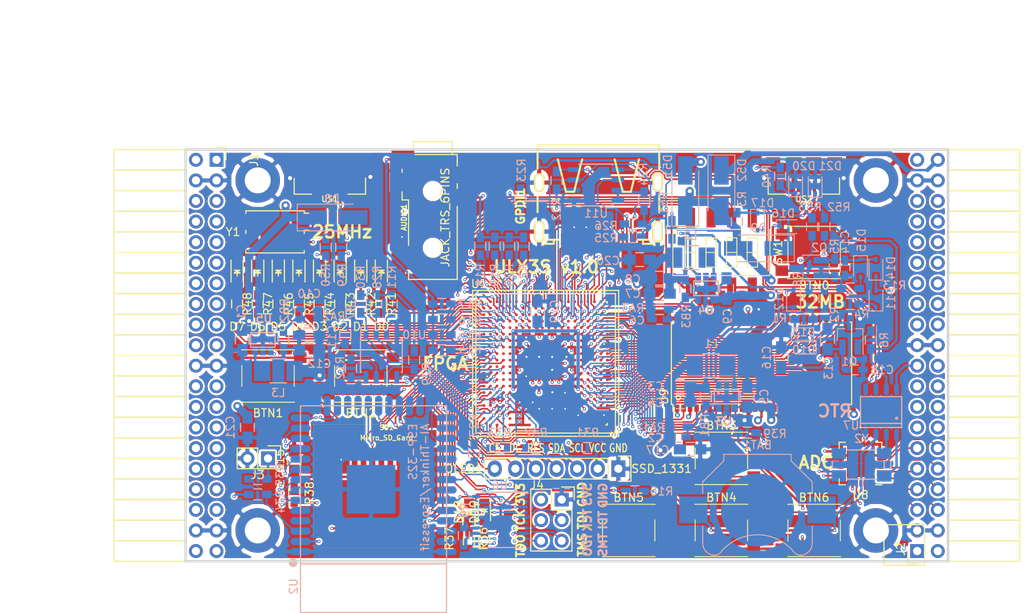
<source format=kicad_pcb>
(kicad_pcb (version 4) (host pcbnew 4.0.7+dfsg1-1)
  (layers (0 F.Cu signal) (1 In1.Cu signal) (2 In2.Cu signal) (31 B.Cu signal) (34 B.Paste user) (35 F.Paste user) (36 B.SilkS user) (37 F.SilkS user) (38 B.Mask user) (39 F.Mask user) (44 Edge.Cuts user))
  (net 0 "")
  (net 1 GND)
  (net 2 +5V)
  (net 3 /gpio/IN5V)
  (net 4 /gpio/OUT5V)
  (net 5 +3V3)
  (net 6 "Net-(L1-Pad1)")
  (net 7 "Net-(L2-Pad1)")
  (net 8 +1V2)
  (net 9 BTN_D)
  (net 10 BTN_F1)
  (net 11 BTN_F2)
  (net 12 BTN_L)
  (net 13 BTN_R)
  (net 14 BTN_U)
  (net 15 /power/FB1)
  (net 16 +2V5)
  (net 17 "Net-(L3-Pad1)")
  (net 18 /power/PWREN)
  (net 19 /power/FB3)
  (net 20 /power/FB2)
  (net 21 "Net-(D9-Pad1)")
  (net 22 /power/VBAT)
  (net 23 JTAG_TDI)
  (net 24 JTAG_TCK)
  (net 25 JTAG_TMS)
  (net 26 JTAG_TDO)
  (net 27 /power/WAKEUPn)
  (net 28 /power/WKUP)
  (net 29 /power/SHUT)
  (net 30 /power/WAKE)
  (net 31 /power/HOLD)
  (net 32 /power/WKn)
  (net 33 /power/OSCI_32k)
  (net 34 /power/OSCO_32k)
  (net 35 "Net-(Q2-Pad3)")
  (net 36 SHUTDOWN)
  (net 37 /analog/AUDIO_L)
  (net 38 /analog/AUDIO_R)
  (net 39 GPDI_5V_SCL)
  (net 40 GPDI_5V_SDA)
  (net 41 GPDI_SDA)
  (net 42 GPDI_SCL)
  (net 43 /gpdi/VREF2)
  (net 44 SD_CMD)
  (net 45 SD_CLK)
  (net 46 SD_D0)
  (net 47 SD_D1)
  (net 48 USB5V)
  (net 49 "Net-(BTN0-Pad1)")
  (net 50 GPDI_CEC)
  (net 51 nRESET)
  (net 52 FTDI_nDTR)
  (net 53 SDRAM_CKE)
  (net 54 SDRAM_A7)
  (net 55 SDRAM_D15)
  (net 56 SDRAM_BA1)
  (net 57 SDRAM_D7)
  (net 58 SDRAM_A6)
  (net 59 SDRAM_CLK)
  (net 60 SDRAM_D13)
  (net 61 SDRAM_BA0)
  (net 62 SDRAM_D6)
  (net 63 SDRAM_A5)
  (net 64 SDRAM_D14)
  (net 65 SDRAM_A11)
  (net 66 SDRAM_D12)
  (net 67 SDRAM_D5)
  (net 68 SDRAM_A4)
  (net 69 SDRAM_A10)
  (net 70 SDRAM_D11)
  (net 71 SDRAM_A3)
  (net 72 SDRAM_D4)
  (net 73 SDRAM_D10)
  (net 74 SDRAM_D9)
  (net 75 SDRAM_A9)
  (net 76 SDRAM_D3)
  (net 77 SDRAM_D8)
  (net 78 SDRAM_A8)
  (net 79 SDRAM_A2)
  (net 80 SDRAM_A1)
  (net 81 SDRAM_A0)
  (net 82 SDRAM_D2)
  (net 83 SDRAM_D1)
  (net 84 SDRAM_D0)
  (net 85 SDRAM_DQM0)
  (net 86 SDRAM_nCS)
  (net 87 SDRAM_nRAS)
  (net 88 SDRAM_DQM1)
  (net 89 SDRAM_nCAS)
  (net 90 SDRAM_nWE)
  (net 91 /flash/FLASH_nWP)
  (net 92 /flash/FLASH_nHOLD)
  (net 93 /flash/FLASH_MOSI)
  (net 94 /flash/FLASH_MISO)
  (net 95 /flash/FLASH_SCK)
  (net 96 /flash/FLASH_nCS)
  (net 97 /flash/FPGA_PROGRAMN)
  (net 98 /flash/FPGA_DONE)
  (net 99 /flash/FPGA_INITN)
  (net 100 OLED_RES)
  (net 101 OLED_DC)
  (net 102 OLED_CS)
  (net 103 WIFI_EN)
  (net 104 FTDI_nRTS)
  (net 105 FTDI_TXD)
  (net 106 FTDI_RXD)
  (net 107 WIFI_RXD)
  (net 108 WIFI_GPIO0)
  (net 109 WIFI_TXD)
  (net 110 GPDI_ETH-)
  (net 111 GPDI_ETH+)
  (net 112 GPDI_D2+)
  (net 113 GPDI_D2-)
  (net 114 GPDI_D1+)
  (net 115 GPDI_D1-)
  (net 116 GPDI_D0+)
  (net 117 GPDI_D0-)
  (net 118 GPDI_CLK+)
  (net 119 GPDI_CLK-)
  (net 120 USB_FTDI_D+)
  (net 121 USB_FTDI_D-)
  (net 122 J1_17-)
  (net 123 J1_17+)
  (net 124 J1_23-)
  (net 125 J1_23+)
  (net 126 J1_25-)
  (net 127 J1_25+)
  (net 128 J1_27-)
  (net 129 J1_27+)
  (net 130 J1_29-)
  (net 131 J1_29+)
  (net 132 J1_31-)
  (net 133 J1_31+)
  (net 134 J1_33-)
  (net 135 J1_33+)
  (net 136 J1_35-)
  (net 137 J1_35+)
  (net 138 J2_5-)
  (net 139 J2_5+)
  (net 140 J2_7-)
  (net 141 J2_7+)
  (net 142 J2_9-)
  (net 143 J2_9+)
  (net 144 J2_13-)
  (net 145 J2_13+)
  (net 146 J2_17-)
  (net 147 J2_17+)
  (net 148 J2_11-)
  (net 149 J2_11+)
  (net 150 J2_23-)
  (net 151 J2_23+)
  (net 152 J1_5-)
  (net 153 J1_5+)
  (net 154 J1_7-)
  (net 155 J1_7+)
  (net 156 J1_9-)
  (net 157 J1_9+)
  (net 158 J1_11-)
  (net 159 J1_11+)
  (net 160 J1_13-)
  (net 161 J1_13+)
  (net 162 J1_15-)
  (net 163 J1_15+)
  (net 164 J2_15-)
  (net 165 J2_15+)
  (net 166 J2_25-)
  (net 167 J2_25+)
  (net 168 J2_27-)
  (net 169 J2_27+)
  (net 170 J2_29-)
  (net 171 J2_29+)
  (net 172 J2_31-)
  (net 173 J2_31+)
  (net 174 J2_33-)
  (net 175 J2_33+)
  (net 176 J2_35-)
  (net 177 J2_35+)
  (net 178 SD_D3)
  (net 179 AUDIO_L3)
  (net 180 AUDIO_L2)
  (net 181 AUDIO_L1)
  (net 182 AUDIO_L0)
  (net 183 AUDIO_R3)
  (net 184 AUDIO_R2)
  (net 185 AUDIO_R1)
  (net 186 AUDIO_R0)
  (net 187 OLED_CLK)
  (net 188 OLED_MOSI)
  (net 189 LED0)
  (net 190 LED1)
  (net 191 LED2)
  (net 192 LED3)
  (net 193 LED4)
  (net 194 LED5)
  (net 195 LED6)
  (net 196 LED7)
  (net 197 BTN_PWRn)
  (net 198 "Net-(J3-Pad1)")
  (net 199 FTDI_nTXLED)
  (net 200 FTDI_nSLEEP)
  (net 201 /blinkey/LED_PWREN)
  (net 202 /blinkey/LED_TXLED)
  (net 203 FT3V3)
  (net 204 /sdcard/SD3V3)
  (net 205 SD_D2)
  (net 206 CLK_25MHz)
  (net 207 /blinkey/BTNPUL)
  (net 208 /blinkey/BTNPUR)
  (net 209 USB_FPGA_D+)
  (net 210 /power/FTDI_nSUSPEND)
  (net 211 /blinkey/ALED0)
  (net 212 /blinkey/ALED1)
  (net 213 /blinkey/ALED2)
  (net 214 /blinkey/ALED3)
  (net 215 /blinkey/ALED4)
  (net 216 /blinkey/ALED5)
  (net 217 /blinkey/ALED6)
  (net 218 /blinkey/ALED7)
  (net 219 /usb/FTD-)
  (net 220 /usb/FTD+)
  (net 221 ADC_MISO)
  (net 222 ADC_MOSI)
  (net 223 ADC_CSn)
  (net 224 ADC_SCLK)
  (net 225 "Net-(R51-Pad2)")
  (net 226 SW3)
  (net 227 SW2)
  (net 228 SW1)
  (net 229 SW0)
  (net 230 USB_FPGA_D-)
  (net 231 /usb/FPD+)
  (net 232 /usb/FPD-)
  (net 233 WIFI_GPIO16)
  (net 234 WIFI_GPIO15)
  (net 235 /usb/ANT_433MHz)
  (module Diodes_SMD:D_SMA_Handsoldering (layer B.Cu) (at 155.695 66.5 90)
    (fp_text reference D51 (at 3.048 -2.159 90) (layer B.SilkS) (effects (justify mirror)))
    (fp_text value STPS2L30AF)
    (pad 1 smd rect (at -2.5 0 90) (size 3.5 1.8) (layers B.Cu B.Paste B.Mask) (net 2 +5V))
    (pad 2 smd rect (at 2.5 0 90) (size 3.5 1.8) (layers B.Cu B.Paste B.Mask) (net 3 /gpio/IN5V))
  )
  (module Resistors_SMD:R_0603_HandSoldering (layer B.Cu) (at 154.044 71.326 90)
    (fp_text reference R51 (at 3.302 -1.016 90) (layer B.SilkS) (effects (justify mirror)))
    (fp_text value 220)
    (pad 1 smd rect (at -1.1 0 90) (size 1.2 0.9) (layers B.Cu B.Paste B.Mask) (net 5 +3V3))
    (pad 2 smd rect (at 1.1 0 90) (size 1.2 0.9) (layers B.Cu B.Paste B.Mask) (net 225 "Net-(R51-Pad2)"))
  )
  (module micro-sd:MicroSD_TF02D (layer F.Cu) (at 116.87 110.52 180)
    (fp_text reference SD1 (at -1.995 14.81 180) (layer F.SilkS) (effects (font (size 0.59944 0.59944) (thickness 0.12446))))
    (fp_text value Micro_SD_Card (at -1.995 13.54 180) (layer F.SilkS) (effects (font (size 0.59944 0.59944) (thickness 0.12446))))
    (pad 1 smd rect (at 1.94 11 180) (size 0.7 1.8) (layers F.Cu F.Paste F.Mask) (net 205 SD_D2))
    (pad 2 smd rect (at 0.84 11 180) (size 0.7 1.8) (layers F.Cu F.Paste F.Mask) (net 178 SD_D3))
    (pad 3 smd rect (at -0.26 11 180) (size 0.7 1.8) (layers F.Cu F.Paste F.Mask) (net 44 SD_CMD))
    (pad 4 smd rect (at -1.36 11 180) (size 0.7 1.8) (layers F.Cu F.Paste F.Mask) (net 204 /sdcard/SD3V3))
    (pad 5 smd rect (at -2.46 11 180) (size 0.7 1.8) (layers F.Cu F.Paste F.Mask) (net 45 SD_CLK))
    (pad 6 smd rect (at -3.56 11 180) (size 0.7 1.8) (layers F.Cu F.Paste F.Mask) (net 1 GND))
    (pad 7 smd rect (at -4.66 11 180) (size 0.7 1.8) (layers F.Cu F.Paste F.Mask) (net 46 SD_D0))
    (pad 8 smd rect (at -5.76 11 180) (size 0.7 1.8) (layers F.Cu F.Paste F.Mask) (net 47 SD_D1))
    (pad S smd rect (at -5.05 0.4 180) (size 1.6 1.4) (layers F.Cu F.Paste F.Mask))
    (pad S smd rect (at 0.75 0.4 180) (size 1.8 1.4) (layers F.Cu F.Paste F.Mask))
    (pad G smd rect (at -7.45 13.55 180) (size 1.4 1.9) (layers F.Cu F.Paste F.Mask))
    (pad G smd rect (at 6.6 14.55 180) (size 1.4 1.9) (layers F.Cu F.Paste F.Mask))
  )
  (module Resistors_SMD:R_1210_HandSoldering (layer B.Cu) (at 158.87 88.09 180)
    (fp_text reference L1 (at 0 2.7 180) (layer B.SilkS) (effects (justify mirror)))
    (fp_text value 2.2uH)
    (pad 1 smd rect (at -2 0 180) (size 2 2.5) (layers B.Cu B.Paste B.Mask) (net 6 "Net-(L1-Pad1)"))
    (pad 2 smd rect (at 2 0 180) (size 2 2.5) (layers B.Cu B.Paste B.Mask) (net 8 +1V2))
  )
  (module TSOT-25:TSOT-25 (layer B.Cu) (at 160.775 91.9)
    (fp_text reference U3 (at -0.381 3.048) (layer B.SilkS) (effects (font (thickness 0.2)) (justify mirror)))
    (fp_text value AP3429A)
    (pad 1 smd rect (at -0.95 -1.3) (size 0.7 1.2) (layers B.Cu B.Paste B.Mask) (net 18 /power/PWREN))
    (pad 2 smd rect (at 0 -1.3) (size 0.7 1.2) (layers B.Cu B.Paste B.Mask) (net 1 GND))
    (pad 3 smd rect (at 0.95 -1.3) (size 0.7 1.2) (layers B.Cu B.Paste B.Mask) (net 6 "Net-(L1-Pad1)"))
    (pad 4 smd rect (at 0.95 1.3) (size 0.7 1.2) (layers B.Cu B.Paste B.Mask) (net 2 +5V))
    (pad 5 smd rect (at -0.95 1.3) (size 0.7 1.2) (layers B.Cu B.Paste B.Mask) (net 15 /power/FB1))
  )
  (module Resistors_SMD:R_1210_HandSoldering (layer B.Cu) (at 156.33 74.755 180)
    (fp_text reference L2 (at 0 2.7 180) (layer B.SilkS) (effects (justify mirror)))
    (fp_text value 2.2uH)
    (pad 1 smd rect (at -2 0 180) (size 2 2.5) (layers B.Cu B.Paste B.Mask) (net 7 "Net-(L2-Pad1)"))
    (pad 2 smd rect (at 2 0 180) (size 2 2.5) (layers B.Cu B.Paste B.Mask) (net 5 +3V3))
  )
  (module TSOT-25:TSOT-25 (layer B.Cu) (at 158.235 78.535)
    (fp_text reference U4 (at 0 2.697) (layer B.SilkS) (effects (font (thickness 0.2)) (justify mirror)))
    (fp_text value AP3429A)
    (pad 1 smd rect (at -0.95 -1.3) (size 0.7 1.2) (layers B.Cu B.Paste B.Mask) (net 18 /power/PWREN))
    (pad 2 smd rect (at 0 -1.3) (size 0.7 1.2) (layers B.Cu B.Paste B.Mask) (net 1 GND))
    (pad 3 smd rect (at 0.95 -1.3) (size 0.7 1.2) (layers B.Cu B.Paste B.Mask) (net 7 "Net-(L2-Pad1)"))
    (pad 4 smd rect (at 0.95 1.3) (size 0.7 1.2) (layers B.Cu B.Paste B.Mask) (net 2 +5V))
    (pad 5 smd rect (at -0.95 1.3) (size 0.7 1.2) (layers B.Cu B.Paste B.Mask) (net 19 /power/FB3))
  )
  (module LEDs:LED_0805 (layer F.Cu) (at 118.23 76.66 270)
    (fp_text reference D0 (at 6.604 0 360) (layer F.SilkS))
    (fp_text value LED hide)
    (pad 2 smd rect (at 1.04902 0 90) (size 1.19888 1.19888) (layers F.Cu F.Paste F.Mask) (net 211 /blinkey/ALED0))
    (pad 1 smd rect (at -1.04902 0 90) (size 1.19888 1.19888) (layers F.Cu F.Paste F.Mask) (net 1 GND))
  )
  (module LEDs:LED_0805 (layer F.Cu) (at 115.69 76.66 270)
    (fp_text reference D1 (at 6.604 0 360) (layer F.SilkS))
    (fp_text value LED hide)
    (pad 2 smd rect (at 1.04902 0 90) (size 1.19888 1.19888) (layers F.Cu F.Paste F.Mask) (net 212 /blinkey/ALED1))
    (pad 1 smd rect (at -1.04902 0 90) (size 1.19888 1.19888) (layers F.Cu F.Paste F.Mask) (net 1 GND))
  )
  (module LEDs:LED_0805 (layer F.Cu) (at 113.15 76.66 270)
    (fp_text reference D2 (at 6.604 0 360) (layer F.SilkS))
    (fp_text value LED hide)
    (pad 2 smd rect (at 1.04902 0 90) (size 1.19888 1.19888) (layers F.Cu F.Paste F.Mask) (net 213 /blinkey/ALED2))
    (pad 1 smd rect (at -1.04902 0 90) (size 1.19888 1.19888) (layers F.Cu F.Paste F.Mask) (net 1 GND))
  )
  (module LEDs:LED_0805 (layer F.Cu) (at 110.61 76.66 270)
    (fp_text reference D3 (at 6.604 0 360) (layer F.SilkS))
    (fp_text value LED hide)
    (pad 2 smd rect (at 1.04902 0 90) (size 1.19888 1.19888) (layers F.Cu F.Paste F.Mask) (net 214 /blinkey/ALED3))
    (pad 1 smd rect (at -1.04902 0 90) (size 1.19888 1.19888) (layers F.Cu F.Paste F.Mask) (net 1 GND))
  )
  (module LEDs:LED_0805 (layer F.Cu) (at 108.07 76.66 270)
    (fp_text reference D4 (at 6.604 0 360) (layer F.SilkS))
    (fp_text value LED hide)
    (pad 2 smd rect (at 1.04902 0 90) (size 1.19888 1.19888) (layers F.Cu F.Paste F.Mask) (net 215 /blinkey/ALED4))
    (pad 1 smd rect (at -1.04902 0 90) (size 1.19888 1.19888) (layers F.Cu F.Paste F.Mask) (net 1 GND))
  )
  (module LEDs:LED_0805 (layer F.Cu) (at 105.53 76.66 270)
    (fp_text reference D5 (at 6.604 0 360) (layer F.SilkS))
    (fp_text value LED hide)
    (pad 2 smd rect (at 1.04902 0 90) (size 1.19888 1.19888) (layers F.Cu F.Paste F.Mask) (net 216 /blinkey/ALED5))
    (pad 1 smd rect (at -1.04902 0 90) (size 1.19888 1.19888) (layers F.Cu F.Paste F.Mask) (net 1 GND))
  )
  (module LEDs:LED_0805 (layer F.Cu) (at 102.99 76.66 270)
    (fp_text reference D6 (at 6.604 0 360) (layer F.SilkS))
    (fp_text value LED hide)
    (pad 2 smd rect (at 1.04902 0 90) (size 1.19888 1.19888) (layers F.Cu F.Paste F.Mask) (net 217 /blinkey/ALED6))
    (pad 1 smd rect (at -1.04902 0 90) (size 1.19888 1.19888) (layers F.Cu F.Paste F.Mask) (net 1 GND))
  )
  (module LEDs:LED_0805 (layer F.Cu) (at 100.45 76.66 270)
    (fp_text reference D7 (at 6.604 0 360) (layer F.SilkS))
    (fp_text value LED hide)
    (pad 2 smd rect (at 1.04902 0 90) (size 1.19888 1.19888) (layers F.Cu F.Paste F.Mask) (net 218 /blinkey/ALED7))
    (pad 1 smd rect (at -1.04902 0 90) (size 1.19888 1.19888) (layers F.Cu F.Paste F.Mask) (net 1 GND))
  )
  (module Resistors_SMD:R_1210_HandSoldering (layer B.Cu) (at 105.53 88.725)
    (fp_text reference L3 (at 0 2.7) (layer B.SilkS) (effects (justify mirror)))
    (fp_text value 2.2uH)
    (pad 1 smd rect (at -2 0) (size 2 2.5) (layers B.Cu B.Paste B.Mask) (net 17 "Net-(L3-Pad1)"))
    (pad 2 smd rect (at 2 0) (size 2 2.5) (layers B.Cu B.Paste B.Mask) (net 16 +2V5))
  )
  (module TSOT-25:TSOT-25 (layer B.Cu) (at 103.625 84.915 180)
    (fp_text reference U5 (at -0.127 2.667 180) (layer B.SilkS) (effects (font (thickness 0.2)) (justify mirror)))
    (fp_text value AP3429A)
    (pad 1 smd rect (at -0.95 -1.3 180) (size 0.7 1.2) (layers B.Cu B.Paste B.Mask) (net 18 /power/PWREN))
    (pad 2 smd rect (at 0 -1.3 180) (size 0.7 1.2) (layers B.Cu B.Paste B.Mask) (net 1 GND))
    (pad 3 smd rect (at 0.95 -1.3 180) (size 0.7 1.2) (layers B.Cu B.Paste B.Mask) (net 17 "Net-(L3-Pad1)"))
    (pad 4 smd rect (at 0.95 1.3 180) (size 0.7 1.2) (layers B.Cu B.Paste B.Mask) (net 2 +5V))
    (pad 5 smd rect (at -0.95 1.3 180) (size 0.7 1.2) (layers B.Cu B.Paste B.Mask) (net 20 /power/FB2))
  )
  (module Capacitors_SMD:C_0805_HandSoldering (layer B.Cu) (at 101.085 84.915 270)
    (fp_text reference C1 (at -3.429 0.127 270) (layer B.SilkS) (effects (justify mirror)))
    (fp_text value 22uF)
    (pad 1 smd rect (at -1.25 0 270) (size 1.5 1.25) (layers B.Cu B.Paste B.Mask) (net 2 +5V))
    (pad 2 smd rect (at 1.25 0 270) (size 1.5 1.25) (layers B.Cu B.Paste B.Mask) (net 1 GND))
  )
  (module Capacitors_SMD:C_0805_HandSoldering (layer B.Cu) (at 155.06 90.63)
    (fp_text reference C3 (at -3.048 0) (layer B.SilkS) (effects (justify mirror)))
    (fp_text value 22uF)
    (pad 1 smd rect (at -1.25 0) (size 1.5 1.25) (layers B.Cu B.Paste B.Mask) (net 8 +1V2))
    (pad 2 smd rect (at 1.25 0) (size 1.5 1.25) (layers B.Cu B.Paste B.Mask) (net 1 GND))
  )
  (module Capacitors_SMD:C_0805_HandSoldering (layer B.Cu) (at 155.06 92.535)
    (fp_text reference C4 (at -3.048 0.127) (layer B.SilkS) (effects (justify mirror)))
    (fp_text value 22uF)
    (pad 1 smd rect (at -1.25 0) (size 1.5 1.25) (layers B.Cu B.Paste B.Mask) (net 8 +1V2))
    (pad 2 smd rect (at 1.25 0) (size 1.5 1.25) (layers B.Cu B.Paste B.Mask) (net 1 GND))
  )
  (module Capacitors_SMD:C_0805_HandSoldering (layer B.Cu) (at 163.315 91.9 90)
    (fp_text reference C5 (at 0 2.1 90) (layer B.SilkS) (effects (justify mirror)))
    (fp_text value 22uF)
    (pad 1 smd rect (at -1.25 0 90) (size 1.5 1.25) (layers B.Cu B.Paste B.Mask) (net 2 +5V))
    (pad 2 smd rect (at 1.25 0 90) (size 1.5 1.25) (layers B.Cu B.Paste B.Mask) (net 1 GND))
  )
  (module Capacitors_SMD:C_0805_HandSoldering (layer B.Cu) (at 152.52 79.2)
    (fp_text reference C7 (at -3.302 0) (layer B.SilkS) (effects (justify mirror)))
    (fp_text value 22uF)
    (pad 1 smd rect (at -1.25 0) (size 1.5 1.25) (layers B.Cu B.Paste B.Mask) (net 5 +3V3))
    (pad 2 smd rect (at 1.25 0) (size 1.5 1.25) (layers B.Cu B.Paste B.Mask) (net 1 GND))
  )
  (module Capacitors_SMD:C_0805_HandSoldering (layer B.Cu) (at 152.52 77.295)
    (fp_text reference C8 (at -3.302 0.127) (layer B.SilkS) (effects (justify mirror)))
    (fp_text value 22uF)
    (pad 1 smd rect (at -1.25 0) (size 1.5 1.25) (layers B.Cu B.Paste B.Mask) (net 5 +3V3))
    (pad 2 smd rect (at 1.25 0) (size 1.5 1.25) (layers B.Cu B.Paste B.Mask) (net 1 GND))
  )
  (module Capacitors_SMD:C_0805_HandSoldering (layer B.Cu) (at 160.775 78.565 90)
    (fp_text reference C9 (at -3.429 0.127 90) (layer B.SilkS) (effects (justify mirror)))
    (fp_text value 22uF)
    (pad 1 smd rect (at -1.25 0 90) (size 1.5 1.25) (layers B.Cu B.Paste B.Mask) (net 2 +5V))
    (pad 2 smd rect (at 1.25 0 90) (size 1.5 1.25) (layers B.Cu B.Paste B.Mask) (net 1 GND))
  )
  (module Capacitors_SMD:C_0805_HandSoldering (layer B.Cu) (at 109.34 84.28 180)
    (fp_text reference C11 (at -2.794 -0.254 270) (layer B.SilkS) (effects (justify mirror)))
    (fp_text value 22uF)
    (pad 1 smd rect (at -1.25 0 180) (size 1.5 1.25) (layers B.Cu B.Paste B.Mask) (net 16 +2V5))
    (pad 2 smd rect (at 1.25 0 180) (size 1.5 1.25) (layers B.Cu B.Paste B.Mask) (net 1 GND))
  )
  (module Capacitors_SMD:C_0805_HandSoldering (layer B.Cu) (at 109.34 86.185 180)
    (fp_text reference C12 (at -1.27 -1.651 360) (layer B.SilkS) (effects (justify mirror)))
    (fp_text value 22uF)
    (pad 1 smd rect (at -1.25 0 180) (size 1.5 1.25) (layers B.Cu B.Paste B.Mask) (net 16 +2V5))
    (pad 2 smd rect (at 1.25 0 180) (size 1.5 1.25) (layers B.Cu B.Paste B.Mask) (net 1 GND))
  )
  (module Power_Integrations:SO-8 (layer B.Cu) (at 179.825 93.805 180)
    (fp_text reference U7 (at 3.683 -1.651 180) (layer B.SilkS) (effects (justify mirror)))
    (fp_text value PCF8523)
    (pad 1 smd oval (at -1.905 -2.794 180) (size 0.6096 1.4732) (layers B.Cu B.Paste B.Mask) (net 33 /power/OSCI_32k))
    (pad 2 smd oval (at -0.635 -2.794 180) (size 0.6096 1.4732) (layers B.Cu B.Paste B.Mask) (net 34 /power/OSCO_32k))
    (pad 3 smd oval (at 0.635 -2.794 180) (size 0.6096 1.4732) (layers B.Cu B.Paste B.Mask) (net 22 /power/VBAT))
    (pad 4 smd oval (at 1.905 -2.794 180) (size 0.6096 1.4732) (layers B.Cu B.Paste B.Mask) (net 1 GND))
    (pad 5 smd oval (at 1.905 2.794 180) (size 0.6096 1.4732) (layers B.Cu B.Paste B.Mask) (net 41 GPDI_SDA))
    (pad 6 smd oval (at 0.635 2.794 180) (size 0.6096 1.4732) (layers B.Cu B.Paste B.Mask) (net 42 GPDI_SCL))
    (pad 7 smd oval (at -0.635 2.794 180) (size 0.6096 1.4732) (layers B.Cu B.Paste B.Mask) (net 27 /power/WAKEUPn))
    (pad 8 smd oval (at -1.905 2.794 180) (size 0.6096 1.4732) (layers B.Cu B.Paste B.Mask) (net 5 +3V3))
  )
  (module Capacitors_SMD:C_0805_HandSoldering (layer B.Cu) (at 173.221 84.788 90)
    (fp_text reference C13 (at -3.556 0.127 90) (layer B.SilkS) (effects (justify mirror)))
    (fp_text value 2.2uF)
    (pad 1 smd rect (at -1.25 0 90) (size 1.5 1.25) (layers B.Cu B.Paste B.Mask) (net 2 +5V))
    (pad 2 smd rect (at 1.25 0 90) (size 1.5 1.25) (layers B.Cu B.Paste B.Mask) (net 28 /power/WKUP))
  )
  (module TSOP54:TSOP54 (layer F.Cu) (at 165.08 87.8 90)
    (fp_text reference U9 (at -4.1 -12 90) (layer F.SilkS))
    (fp_text value MT48LC16M16A2TG)
    (pad 28 smd rect (at 5.53 10.4 90) (size 0.9 0.56) (layers F.Cu F.Paste F.Mask) (net 1 GND))
    (pad 1 smd rect (at -5.53 -10.4 90) (size 0.9 0.56) (layers F.Cu F.Paste F.Mask) (net 5 +3V3))
    (pad 2 smd rect (at -5.53 -9.6 90) (size 0.9 0.56) (layers F.Cu F.Paste F.Mask) (net 84 SDRAM_D0))
    (pad 3 smd rect (at -5.53 -8.8 90) (size 0.9 0.56) (layers F.Cu F.Paste F.Mask) (net 5 +3V3))
    (pad 4 smd rect (at -5.53 -8 90) (size 0.9 0.56) (layers F.Cu F.Paste F.Mask) (net 83 SDRAM_D1))
    (pad 5 smd rect (at -5.53 -7.2 90) (size 0.9 0.56) (layers F.Cu F.Paste F.Mask) (net 82 SDRAM_D2))
    (pad 6 smd rect (at -5.53 -6.4 90) (size 0.9 0.56) (layers F.Cu F.Paste F.Mask) (net 1 GND))
    (pad 7 smd rect (at -5.53 -5.6 90) (size 0.9 0.56) (layers F.Cu F.Paste F.Mask) (net 76 SDRAM_D3))
    (pad 8 smd rect (at -5.53 -4.8 90) (size 0.9 0.56) (layers F.Cu F.Paste F.Mask) (net 72 SDRAM_D4))
    (pad 9 smd rect (at -5.53 -4 90) (size 0.9 0.56) (layers F.Cu F.Paste F.Mask) (net 5 +3V3))
    (pad 10 smd rect (at -5.53 -3.2 90) (size 0.9 0.56) (layers F.Cu F.Paste F.Mask) (net 67 SDRAM_D5))
    (pad 11 smd rect (at -5.53 -2.4 90) (size 0.9 0.56) (layers F.Cu F.Paste F.Mask) (net 62 SDRAM_D6))
    (pad 12 smd rect (at -5.53 -1.6 90) (size 0.9 0.56) (layers F.Cu F.Paste F.Mask) (net 1 GND))
    (pad 13 smd rect (at -5.53 -0.8 90) (size 0.9 0.56) (layers F.Cu F.Paste F.Mask) (net 57 SDRAM_D7))
    (pad 14 smd rect (at -5.53 0 90) (size 0.9 0.56) (layers F.Cu F.Paste F.Mask) (net 5 +3V3))
    (pad 15 smd rect (at -5.53 0.8 90) (size 0.9 0.56) (layers F.Cu F.Paste F.Mask) (net 85 SDRAM_DQM0))
    (pad 16 smd rect (at -5.53 1.6 90) (size 0.9 0.56) (layers F.Cu F.Paste F.Mask) (net 90 SDRAM_nWE))
    (pad 17 smd rect (at -5.53 2.4 90) (size 0.9 0.56) (layers F.Cu F.Paste F.Mask) (net 89 SDRAM_nCAS))
    (pad 18 smd rect (at -5.53 3.2 90) (size 0.9 0.56) (layers F.Cu F.Paste F.Mask) (net 87 SDRAM_nRAS))
    (pad 19 smd rect (at -5.53 4 90) (size 0.9 0.56) (layers F.Cu F.Paste F.Mask) (net 86 SDRAM_nCS))
    (pad 20 smd rect (at -5.53 4.8 90) (size 0.9 0.56) (layers F.Cu F.Paste F.Mask) (net 61 SDRAM_BA0))
    (pad 21 smd rect (at -5.53 5.6 90) (size 0.9 0.56) (layers F.Cu F.Paste F.Mask) (net 56 SDRAM_BA1))
    (pad 22 smd rect (at -5.53 6.4 90) (size 0.9 0.56) (layers F.Cu F.Paste F.Mask) (net 69 SDRAM_A10))
    (pad 23 smd rect (at -5.53 7.2 90) (size 0.9 0.56) (layers F.Cu F.Paste F.Mask) (net 81 SDRAM_A0))
    (pad 24 smd rect (at -5.53 8 90) (size 0.9 0.56) (layers F.Cu F.Paste F.Mask) (net 80 SDRAM_A1))
    (pad 25 smd rect (at -5.53 8.8 90) (size 0.9 0.56) (layers F.Cu F.Paste F.Mask) (net 79 SDRAM_A2))
    (pad 26 smd rect (at -5.53 9.6 90) (size 0.9 0.56) (layers F.Cu F.Paste F.Mask) (net 71 SDRAM_A3))
    (pad 27 smd rect (at -5.53 10.4 90) (size 0.9 0.56) (layers F.Cu F.Paste F.Mask) (net 5 +3V3))
    (pad 29 smd rect (at 5.53 9.6 90) (size 0.9 0.56) (layers F.Cu F.Paste F.Mask) (net 68 SDRAM_A4))
    (pad 30 smd rect (at 5.53 8.8 90) (size 0.9 0.56) (layers F.Cu F.Paste F.Mask) (net 63 SDRAM_A5))
    (pad 31 smd rect (at 5.53 8 90) (size 0.9 0.56) (layers F.Cu F.Paste F.Mask) (net 58 SDRAM_A6))
    (pad 32 smd rect (at 5.53 7.2 90) (size 0.9 0.56) (layers F.Cu F.Paste F.Mask) (net 54 SDRAM_A7))
    (pad 33 smd rect (at 5.53 6.4 90) (size 0.9 0.56) (layers F.Cu F.Paste F.Mask) (net 78 SDRAM_A8))
    (pad 34 smd rect (at 5.53 5.6 90) (size 0.9 0.56) (layers F.Cu F.Paste F.Mask) (net 75 SDRAM_A9))
    (pad 35 smd rect (at 5.53 4.8 90) (size 0.9 0.56) (layers F.Cu F.Paste F.Mask) (net 65 SDRAM_A11))
    (pad 36 smd rect (at 5.53 4 90) (size 0.9 0.56) (layers F.Cu F.Paste F.Mask))
    (pad 37 smd rect (at 5.53 3.2 90) (size 0.9 0.56) (layers F.Cu F.Paste F.Mask) (net 53 SDRAM_CKE))
    (pad 38 smd rect (at 5.53 2.4 90) (size 0.9 0.56) (layers F.Cu F.Paste F.Mask) (net 59 SDRAM_CLK))
    (pad 39 smd rect (at 5.53 1.6 90) (size 0.9 0.56) (layers F.Cu F.Paste F.Mask) (net 88 SDRAM_DQM1))
    (pad 40 smd rect (at 5.53 0.8 90) (size 0.9 0.56) (layers F.Cu F.Paste F.Mask))
    (pad 41 smd rect (at 5.53 0 90) (size 0.9 0.56) (layers F.Cu F.Paste F.Mask) (net 1 GND))
    (pad 42 smd rect (at 5.53 -0.8 90) (size 0.9 0.56) (layers F.Cu F.Paste F.Mask) (net 77 SDRAM_D8))
    (pad 43 smd rect (at 5.53 -1.6 90) (size 0.9 0.56) (layers F.Cu F.Paste F.Mask) (net 5 +3V3))
    (pad 44 smd rect (at 5.53 -2.4 90) (size 0.9 0.56) (layers F.Cu F.Paste F.Mask) (net 74 SDRAM_D9))
    (pad 45 smd rect (at 5.53 -3.2 90) (size 0.9 0.56) (layers F.Cu F.Paste F.Mask) (net 73 SDRAM_D10))
    (pad 46 smd rect (at 5.53 -4 90) (size 0.9 0.56) (layers F.Cu F.Paste F.Mask) (net 1 GND))
    (pad 47 smd rect (at 5.53 -4.8 90) (size 0.9 0.56) (layers F.Cu F.Paste F.Mask) (net 70 SDRAM_D11))
    (pad 48 smd rect (at 5.53 -5.6 90) (size 0.9 0.56) (layers F.Cu F.Paste F.Mask) (net 66 SDRAM_D12))
    (pad 49 smd rect (at 5.53 -6.4 90) (size 0.9 0.56) (layers F.Cu F.Paste F.Mask) (net 5 +3V3))
    (pad 50 smd rect (at 5.53 -7.2 90) (size 0.9 0.56) (layers F.Cu F.Paste F.Mask) (net 60 SDRAM_D13))
    (pad 51 smd rect (at 5.53 -8 90) (size 0.9 0.56) (layers F.Cu F.Paste F.Mask) (net 64 SDRAM_D14))
    (pad 52 smd rect (at 5.53 -8.8 90) (size 0.9 0.56) (layers F.Cu F.Paste F.Mask) (net 1 GND))
    (pad 53 smd rect (at 5.53 -9.6 90) (size 0.9 0.56) (layers F.Cu F.Paste F.Mask) (net 55 SDRAM_D15))
    (pad 54 smd rect (at 5.53 -10.4 90) (size 0.9 0.56) (layers F.Cu F.Paste F.Mask) (net 1 GND))
  )
  (module TO_SOT_Packages_SMD:SOT-23_Handsoldering (layer B.Cu) (at 176.015 84.28 90)
    (fp_text reference Q1 (at -3.302 -0.127 180) (layer B.SilkS) (effects (justify mirror)))
    (fp_text value BC857)
    (pad 1 smd rect (at -1.5 0.95 90) (size 1.9 0.8) (layers B.Cu B.Paste B.Mask) (net 32 /power/WKn))
    (pad 2 smd rect (at -1.5 -0.95 90) (size 1.9 0.8) (layers B.Cu B.Paste B.Mask) (net 2 +5V))
    (pad 3 smd rect (at 1.5 0 90) (size 1.9 0.8) (layers B.Cu B.Paste B.Mask) (net 28 /power/WKUP))
  )
  (module TO_SOT_Packages_SMD:SOT-23_Handsoldering (layer B.Cu) (at 170.935 76.025 180)
    (fp_text reference Q2 (at -1.295 2.5 180) (layer B.SilkS) (effects (justify mirror)))
    (fp_text value 2N7002)
    (pad 1 smd rect (at -1.5 0.95 180) (size 1.9 0.8) (layers B.Cu B.Paste B.Mask) (net 29 /power/SHUT))
    (pad 2 smd rect (at -1.5 -0.95 180) (size 1.9 0.8) (layers B.Cu B.Paste B.Mask) (net 1 GND))
    (pad 3 smd rect (at 1.5 0 180) (size 1.9 0.8) (layers B.Cu B.Paste B.Mask) (net 35 "Net-(Q2-Pad3)"))
  )
  (module Capacitors_SMD:C_0603_HandSoldering (layer B.Cu) (at 154.86 96.91)
    (fp_text reference C2 (at -2.848 0.07) (layer B.SilkS) (effects (justify mirror)))
    (fp_text value 470pF)
    (pad 1 smd rect (at -0.95 0) (size 1.2 0.75) (layers B.Cu B.Paste B.Mask) (net 8 +1V2))
    (pad 2 smd rect (at 0.95 0) (size 1.2 0.75) (layers B.Cu B.Paste B.Mask) (net 15 /power/FB1))
  )
  (module Capacitors_SMD:C_0603_HandSoldering (layer B.Cu) (at 152.52 82.375)
    (fp_text reference C6 (at -2.794 0.127) (layer B.SilkS) (effects (justify mirror)))
    (fp_text value 470pF)
    (pad 1 smd rect (at -0.95 0) (size 1.2 0.75) (layers B.Cu B.Paste B.Mask) (net 5 +3V3))
    (pad 2 smd rect (at 0.95 0) (size 1.2 0.75) (layers B.Cu B.Paste B.Mask) (net 19 /power/FB3))
  )
  (module Capacitors_SMD:C_0603_HandSoldering (layer B.Cu) (at 109.34 81.105 180)
    (fp_text reference C10 (at 0 1.9 180) (layer B.SilkS) (effects (justify mirror)))
    (fp_text value 470pF)
    (pad 1 smd rect (at -0.95 0 180) (size 1.2 0.75) (layers B.Cu B.Paste B.Mask) (net 16 +2V5))
    (pad 2 smd rect (at 0.95 0 180) (size 1.2 0.75) (layers B.Cu B.Paste B.Mask) (net 20 /power/FB2))
  )
  (module Capacitors_SMD:C_0603_HandSoldering (layer B.Cu) (at 175.38 76.025 270)
    (fp_text reference C14 (at -3.175 0 270) (layer B.SilkS) (effects (justify mirror)))
    (fp_text value 100nF)
    (pad 1 smd rect (at -0.95 0 270) (size 1.2 0.75) (layers B.Cu B.Paste B.Mask) (net 29 /power/SHUT))
    (pad 2 smd rect (at 0.95 0 270) (size 1.2 0.75) (layers B.Cu B.Paste B.Mask) (net 1 GND))
  )
  (module Resistors_SMD:R_0603_HandSoldering (layer B.Cu) (at 170.3 82.375)
    (fp_text reference R1 (at -3.048 -0.127) (layer B.SilkS) (effects (justify mirror)))
    (fp_text value 15k)
    (pad 1 smd rect (at -1.1 0) (size 1.2 0.9) (layers B.Cu B.Paste B.Mask) (net 30 /power/WAKE))
    (pad 2 smd rect (at 1.1 0) (size 1.2 0.9) (layers B.Cu B.Paste B.Mask) (net 18 /power/PWREN))
  )
  (module Resistors_SMD:R_0603_HandSoldering (layer B.Cu) (at 172.84 79.835 90)
    (fp_text reference R2 (at -1.905 1.27 90) (layer B.SilkS) (effects (justify mirror)))
    (fp_text value 47k)
    (pad 1 smd rect (at -1.1 0 90) (size 1.2 0.9) (layers B.Cu B.Paste B.Mask) (net 18 /power/PWREN))
    (pad 2 smd rect (at 1.1 0 90) (size 1.2 0.9) (layers B.Cu B.Paste B.Mask) (net 1 GND))
  )
  (module Resistors_SMD:R_0603_HandSoldering (layer B.Cu) (at 176.015 80.47 180)
    (fp_text reference R4 (at -1.397 -1.27 360) (layer B.SilkS) (effects (justify mirror)))
    (fp_text value 15k)
    (pad 1 smd rect (at -1.1 0 180) (size 1.2 0.9) (layers B.Cu B.Paste B.Mask) (net 31 /power/HOLD))
    (pad 2 smd rect (at 1.1 0 180) (size 1.2 0.9) (layers B.Cu B.Paste B.Mask) (net 18 /power/PWREN))
  )
  (module Resistors_SMD:R_0603_HandSoldering (layer B.Cu) (at 174.11 76.025 270)
    (fp_text reference R5 (at -2.667 0 270) (layer B.SilkS) (effects (justify mirror)))
    (fp_text value 4.7M)
    (pad 1 smd rect (at -1.1 0 270) (size 1.2 0.9) (layers B.Cu B.Paste B.Mask) (net 29 /power/SHUT))
    (pad 2 smd rect (at 1.1 0 270) (size 1.2 0.9) (layers B.Cu B.Paste B.Mask) (net 1 GND))
  )
  (module Resistors_SMD:R_0603_HandSoldering (layer B.Cu) (at 178.555 84.915 270)
    (fp_text reference R6 (at 0 -1.651 270) (layer B.SilkS) (effects (justify mirror)))
    (fp_text value 1k)
    (pad 1 smd rect (at -1.1 0 270) (size 1.2 0.9) (layers B.Cu B.Paste B.Mask) (net 32 /power/WKn))
    (pad 2 smd rect (at 1.1 0 270) (size 1.2 0.9) (layers B.Cu B.Paste B.Mask) (net 27 /power/WAKEUPn))
  )
  (module Resistors_SMD:R_0603_HandSoldering (layer B.Cu) (at 113.785 84.28 270)
    (fp_text reference R7 (at -2.794 -0.635 270) (layer B.SilkS) (effects (justify mirror)))
    (fp_text value 220)
    (pad 1 smd rect (at -1.1 0 270) (size 1.2 0.9) (layers B.Cu B.Paste B.Mask) (net 5 +3V3))
    (pad 2 smd rect (at 1.1 0 270) (size 1.2 0.9) (layers B.Cu B.Paste B.Mask) (net 207 /blinkey/BTNPUL))
  )
  (module Resistors_SMD:R_0603_HandSoldering (layer B.Cu) (at 170.935 79.835 90)
    (fp_text reference R8 (at 2.413 -1.397 90) (layer B.SilkS) (effects (justify mirror)))
    (fp_text value 1k)
    (pad 1 smd rect (at -1.1 0 90) (size 1.2 0.9) (layers B.Cu B.Paste B.Mask) (net 18 /power/PWREN))
    (pad 2 smd rect (at 1.1 0 90) (size 1.2 0.9) (layers B.Cu B.Paste B.Mask) (net 35 "Net-(Q2-Pad3)"))
  )
  (module Resistors_SMD:R_0603_HandSoldering (layer B.Cu) (at 128.39 109.045 270)
    (fp_text reference R9 (at -3.13 -0.126 270) (layer B.SilkS) (effects (justify mirror)))
    (fp_text value 15k)
    (pad 1 smd rect (at -1.1 0 270) (size 1.2 0.9) (layers B.Cu B.Paste B.Mask) (net 51 nRESET))
    (pad 2 smd rect (at 1.1 0 270) (size 1.2 0.9) (layers B.Cu B.Paste B.Mask) (net 203 FT3V3))
  )
  (module Resistors_SMD:R_0603_HandSoldering (layer B.Cu) (at 149.472 103.584 180)
    (fp_text reference R10 (at -3.302 0 180) (layer B.SilkS) (effects (justify mirror)))
    (fp_text value 220)
    (pad 1 smd rect (at -1.1 0 180) (size 1.2 0.9) (layers B.Cu B.Paste B.Mask) (net 210 /power/FTDI_nSUSPEND))
    (pad 2 smd rect (at 1.1 0 180) (size 1.2 0.9) (layers B.Cu B.Paste B.Mask) (net 200 FTDI_nSLEEP))
  )
  (module Resistors_SMD:R_0603_HandSoldering (layer B.Cu) (at 176.015 78.565 180)
    (fp_text reference R13 (at -5.461 0.381 180) (layer B.SilkS) (effects (justify mirror)))
    (fp_text value 15k)
    (pad 1 smd rect (at -1.1 0 180) (size 1.2 0.9) (layers B.Cu B.Paste B.Mask) (net 36 SHUTDOWN))
    (pad 2 smd rect (at 1.1 0 180) (size 1.2 0.9) (layers B.Cu B.Paste B.Mask) (net 1 GND))
  )
  (module Resistors_SMD:R_0603_HandSoldering (layer B.Cu) (at 154.86 95.64)
    (fp_text reference RA1 (at -3.102 0.07) (layer B.SilkS) (effects (justify mirror)))
    (fp_text value 15k)
    (pad 1 smd rect (at -1.1 0) (size 1.2 0.9) (layers B.Cu B.Paste B.Mask) (net 8 +1V2))
    (pad 2 smd rect (at 1.1 0) (size 1.2 0.9) (layers B.Cu B.Paste B.Mask) (net 15 /power/FB1))
  )
  (module Resistors_SMD:R_0603_HandSoldering (layer B.Cu) (at 109.34 82.375 180)
    (fp_text reference RA2 (at -3.048 0.381 360) (layer B.SilkS) (effects (justify mirror)))
    (fp_text value 15k)
    (pad 1 smd rect (at -1.1 0 180) (size 1.2 0.9) (layers B.Cu B.Paste B.Mask) (net 16 +2V5))
    (pad 2 smd rect (at 1.1 0 180) (size 1.2 0.9) (layers B.Cu B.Paste B.Mask) (net 20 /power/FB2))
  )
  (module Resistors_SMD:R_0603_HandSoldering (layer B.Cu) (at 152.52 81.105)
    (fp_text reference RA3 (at -3.302 -0.127) (layer B.SilkS) (effects (justify mirror)))
    (fp_text value 15k)
    (pad 1 smd rect (at -1.1 0) (size 1.2 0.9) (layers B.Cu B.Paste B.Mask) (net 5 +3V3))
    (pad 2 smd rect (at 1.1 0) (size 1.2 0.9) (layers B.Cu B.Paste B.Mask) (net 19 /power/FB3))
  )
  (module Resistors_SMD:R_0603_HandSoldering (layer B.Cu) (at 158.235 91.9 270)
    (fp_text reference RB1 (at 3.556 0.127 270) (layer B.SilkS) (effects (justify mirror)))
    (fp_text value 15k)
    (pad 1 smd rect (at -1.1 0 270) (size 1.2 0.9) (layers B.Cu B.Paste B.Mask) (net 1 GND))
    (pad 2 smd rect (at 1.1 0 270) (size 1.2 0.9) (layers B.Cu B.Paste B.Mask) (net 15 /power/FB1))
  )
  (module Resistors_SMD:R_0603_HandSoldering (layer B.Cu) (at 106.165 84.915 90)
    (fp_text reference RB2 (at 3.683 0.127 90) (layer B.SilkS) (effects (justify mirror)))
    (fp_text value 4.7k)
    (pad 1 smd rect (at -1.1 0 90) (size 1.2 0.9) (layers B.Cu B.Paste B.Mask) (net 1 GND))
    (pad 2 smd rect (at 1.1 0 90) (size 1.2 0.9) (layers B.Cu B.Paste B.Mask) (net 20 /power/FB2))
  )
  (module Resistors_SMD:R_0603_HandSoldering (layer B.Cu) (at 155.695 78.565 270)
    (fp_text reference RB3 (at 3.429 -0.127 270) (layer B.SilkS) (effects (justify mirror)))
    (fp_text value 3.3k)
    (pad 1 smd rect (at -1.1 0 270) (size 1.2 0.9) (layers B.Cu B.Paste B.Mask) (net 1 GND))
    (pad 2 smd rect (at 1.1 0 270) (size 1.2 0.9) (layers B.Cu B.Paste B.Mask) (net 19 /power/FB3))
  )
  (module Resistors_SMD:R_0603_HandSoldering (layer B.Cu) (at 125.682 86.185 180)
    (fp_text reference R14 (at -3.47 0.127 180) (layer B.SilkS) (effects (justify mirror)))
    (fp_text value 800)
    (pad 1 smd rect (at -1.1 0 180) (size 1.2 0.9) (layers B.Cu B.Paste B.Mask) (net 179 AUDIO_L3))
    (pad 2 smd rect (at 1.1 0 180) (size 1.2 0.9) (layers B.Cu B.Paste B.Mask) (net 37 /analog/AUDIO_L))
  )
  (module Resistors_SMD:R_0603_HandSoldering (layer B.Cu) (at 125.682 84.279 180)
    (fp_text reference R15 (at -3.47 -0.001 180) (layer B.SilkS) (effects (justify mirror)))
    (fp_text value 400)
    (pad 1 smd rect (at -1.1 0 180) (size 1.2 0.9) (layers B.Cu B.Paste B.Mask) (net 180 AUDIO_L2))
    (pad 2 smd rect (at 1.1 0 180) (size 1.2 0.9) (layers B.Cu B.Paste B.Mask) (net 37 /analog/AUDIO_L))
  )
  (module Resistors_SMD:R_0603_HandSoldering (layer B.Cu) (at 125.682 82.375 180)
    (fp_text reference R16 (at -3.47 -0.127 180) (layer B.SilkS) (effects (justify mirror)))
    (fp_text value 200)
    (pad 1 smd rect (at -1.1 0 180) (size 1.2 0.9) (layers B.Cu B.Paste B.Mask) (net 181 AUDIO_L1))
    (pad 2 smd rect (at 1.1 0 180) (size 1.2 0.9) (layers B.Cu B.Paste B.Mask) (net 37 /analog/AUDIO_L))
  )
  (module Resistors_SMD:R_0603_HandSoldering (layer B.Cu) (at 125.682 80.47 180)
    (fp_text reference R17 (at -3.47 0 180) (layer B.SilkS) (effects (justify mirror)))
    (fp_text value 100)
    (pad 1 smd rect (at -1.1 0 180) (size 1.2 0.9) (layers B.Cu B.Paste B.Mask) (net 182 AUDIO_L0))
    (pad 2 smd rect (at 1.1 0 180) (size 1.2 0.9) (layers B.Cu B.Paste B.Mask) (net 37 /analog/AUDIO_L))
  )
  (module Resistors_SMD:R_0603_HandSoldering (layer B.Cu) (at 130.422 73.358 90)
    (fp_text reference R18 (at -3.556 0 90) (layer B.SilkS) (effects (justify mirror)))
    (fp_text value 800)
    (pad 1 smd rect (at -1.1 0 90) (size 1.2 0.9) (layers B.Cu B.Paste B.Mask) (net 183 AUDIO_R3))
    (pad 2 smd rect (at 1.1 0 90) (size 1.2 0.9) (layers B.Cu B.Paste B.Mask) (net 38 /analog/AUDIO_R))
  )
  (module Resistors_SMD:R_0603_HandSoldering (layer B.Cu) (at 132.2 73.358 90)
    (fp_text reference R19 (at -3.556 0 90) (layer B.SilkS) (effects (justify mirror)))
    (fp_text value 400)
    (pad 1 smd rect (at -1.1 0 90) (size 1.2 0.9) (layers B.Cu B.Paste B.Mask) (net 184 AUDIO_R2))
    (pad 2 smd rect (at 1.1 0 90) (size 1.2 0.9) (layers B.Cu B.Paste B.Mask) (net 38 /analog/AUDIO_R))
  )
  (module Resistors_SMD:R_0603_HandSoldering (layer B.Cu) (at 133.978 73.358 90)
    (fp_text reference R20 (at -3.556 0 90) (layer B.SilkS) (effects (justify mirror)))
    (fp_text value 200)
    (pad 1 smd rect (at -1.1 0 90) (size 1.2 0.9) (layers B.Cu B.Paste B.Mask) (net 185 AUDIO_R1))
    (pad 2 smd rect (at 1.1 0 90) (size 1.2 0.9) (layers B.Cu B.Paste B.Mask) (net 38 /analog/AUDIO_R))
  )
  (module Resistors_SMD:R_0603_HandSoldering (layer B.Cu) (at 135.756 73.358 90)
    (fp_text reference R21 (at -3.556 0 90) (layer B.SilkS) (effects (justify mirror)))
    (fp_text value 100)
    (pad 1 smd rect (at -1.1 0 90) (size 1.2 0.9) (layers B.Cu B.Paste B.Mask) (net 186 AUDIO_R0))
    (pad 2 smd rect (at 1.1 0 90) (size 1.2 0.9) (layers B.Cu B.Paste B.Mask) (net 38 /analog/AUDIO_R))
  )
  (module Housings_SOIC:SOIC-8_3.9x4.9mm_Pitch1.27mm (layer B.Cu) (at 118.23 86.82 270)
    (fp_text reference U10 (at -2.54 -4.064 360) (layer B.SilkS) (effects (justify mirror)))
    (fp_text value S25FL164K0XMFI011)
    (pad 1 smd rect (at -2.7 1.905 270) (size 1.55 0.6) (layers B.Cu B.Paste B.Mask) (net 96 /flash/FLASH_nCS))
    (pad 2 smd rect (at -2.7 0.635 270) (size 1.55 0.6) (layers B.Cu B.Paste B.Mask) (net 94 /flash/FLASH_MISO))
    (pad 3 smd rect (at -2.7 -0.635 270) (size 1.55 0.6) (layers B.Cu B.Paste B.Mask) (net 91 /flash/FLASH_nWP))
    (pad 4 smd rect (at -2.7 -1.905 270) (size 1.55 0.6) (layers B.Cu B.Paste B.Mask) (net 1 GND))
    (pad 5 smd rect (at 2.7 -1.905 270) (size 1.55 0.6) (layers B.Cu B.Paste B.Mask) (net 93 /flash/FLASH_MOSI))
    (pad 6 smd rect (at 2.7 -0.635 270) (size 1.55 0.6) (layers B.Cu B.Paste B.Mask) (net 95 /flash/FLASH_SCK))
    (pad 7 smd rect (at 2.7 0.635 270) (size 1.55 0.6) (layers B.Cu B.Paste B.Mask) (net 92 /flash/FLASH_nHOLD))
    (pad 8 smd rect (at 2.7 1.905 270) (size 1.55 0.6) (layers B.Cu B.Paste B.Mask) (net 5 +3V3))
  )
  (module Capacitors_SMD:C_0603_HandSoldering (layer B.Cu) (at 176.65 88.598)
    (fp_text reference C18 (at 3.302 0) (layer B.SilkS) (effects (justify mirror)))
    (fp_text value 100nF)
    (pad 1 smd rect (at -0.95 0) (size 1.2 0.75) (layers B.Cu B.Paste B.Mask) (net 2 +5V))
    (pad 2 smd rect (at 0.95 0) (size 1.2 0.75) (layers B.Cu B.Paste B.Mask) (net 1 GND))
  )
  (module Housings_SOIC:SOIC-8_3.9x4.9mm_Pitch1.27mm (layer B.Cu) (at 144.68 65.8)
    (fp_text reference U11 (at 0 3.5) (layer B.SilkS) (effects (justify mirror)))
    (fp_text value PCA9306DCTR)
    (pad 1 smd rect (at -2.7 1.905) (size 1.55 0.6) (layers B.Cu B.Paste B.Mask) (net 1 GND))
    (pad 2 smd rect (at -2.7 0.635) (size 1.55 0.6) (layers B.Cu B.Paste B.Mask) (net 5 +3V3))
    (pad 3 smd rect (at -2.7 -0.635) (size 1.55 0.6) (layers B.Cu B.Paste B.Mask) (net 42 GPDI_SCL))
    (pad 4 smd rect (at -2.7 -1.905) (size 1.55 0.6) (layers B.Cu B.Paste B.Mask) (net 41 GPDI_SDA))
    (pad 5 smd rect (at 2.7 -1.905) (size 1.55 0.6) (layers B.Cu B.Paste B.Mask) (net 40 GPDI_5V_SDA))
    (pad 6 smd rect (at 2.7 -0.635) (size 1.55 0.6) (layers B.Cu B.Paste B.Mask) (net 39 GPDI_5V_SCL))
    (pad 7 smd rect (at 2.7 0.635) (size 1.55 0.6) (layers B.Cu B.Paste B.Mask) (net 43 /gpdi/VREF2))
    (pad 8 smd rect (at 2.7 1.905) (size 1.55 0.6) (layers B.Cu B.Paste B.Mask) (net 43 /gpdi/VREF2))
  )
  (module ESP32-footprints-Lib:ESP-32S (layer B.Cu) (at 117.313 101.513)
    (fp_text reference U2 (at -9.9 13.8 90) (layer B.SilkS) (effects (justify mirror)))
    (fp_text value ESP-32S)
    (fp_text user AI-Thinker/Espressif (at 6.3 1.6 270) (layer B.SilkS) (effects (justify mirror)))
    (fp_text user ESP-32S (at 4.8 -2.8 270) (layer B.SilkS) (effects (justify mirror)))
    (pad 38 smd oval (at 8.947434 9.517338 180) (size 2.5 0.9) (layers B.Cu B.Paste B.Mask) (net 1 GND))
    (pad 37 smd oval (at 8.947434 8.247338 180) (size 2.5 0.9) (layers B.Cu B.Paste B.Mask))
    (pad 36 smd oval (at 8.947434 6.977338 180) (size 2.5 0.9) (layers B.Cu B.Paste B.Mask))
    (pad 35 smd oval (at 8.947434 5.707338 180) (size 2.5 0.9) (layers B.Cu B.Paste B.Mask) (net 109 WIFI_TXD))
    (pad 34 smd oval (at 8.947434 4.437338 180) (size 2.5 0.9) (layers B.Cu B.Paste B.Mask) (net 107 WIFI_RXD))
    (pad 33 smd oval (at 8.947434 3.167338 180) (size 2.5 0.9) (layers B.Cu B.Paste B.Mask) (net 25 JTAG_TMS))
    (pad 32 smd oval (at 8.947434 1.897338 180) (size 2.5 0.9) (layers B.Cu B.Paste B.Mask))
    (pad 31 smd oval (at 8.947434 0.627338 180) (size 2.5 0.9) (layers B.Cu B.Paste B.Mask) (net 23 JTAG_TDI))
    (pad 30 smd oval (at 8.947434 -0.642662 180) (size 2.5 0.9) (layers B.Cu B.Paste B.Mask) (net 24 JTAG_TCK))
    (pad 29 smd oval (at 8.947434 -1.912662 180) (size 2.5 0.9) (layers B.Cu B.Paste B.Mask))
    (pad 28 smd oval (at 8.947434 -3.182662 180) (size 2.5 0.9) (layers B.Cu B.Paste B.Mask) (net 26 JTAG_TDO))
    (pad 27 smd oval (at 8.947434 -4.452662 180) (size 2.5 0.9) (layers B.Cu B.Paste B.Mask) (net 233 WIFI_GPIO16))
    (pad 26 smd oval (at 8.947434 -5.722662 180) (size 2.5 0.9) (layers B.Cu B.Paste B.Mask))
    (pad 25 smd oval (at 8.947434 -6.992662 180) (size 2.5 0.9) (layers B.Cu B.Paste B.Mask) (net 108 WIFI_GPIO0))
    (pad 24 smd oval (at 5.662434 -8.482662 180) (size 0.9 2.5) (layers B.Cu B.Paste B.Mask))
    (pad 23 smd oval (at 4.392434 -8.482662 180) (size 0.9 2.5) (layers B.Cu B.Paste B.Mask) (net 234 WIFI_GPIO15))
    (pad 22 smd oval (at 3.122434 -8.482662 180) (size 0.9 2.5) (layers B.Cu B.Paste B.Mask) (net 47 SD_D1))
    (pad 21 smd oval (at 1.852434 -8.482662 180) (size 0.9 2.5) (layers B.Cu B.Paste B.Mask) (net 46 SD_D0))
    (pad 20 smd oval (at 0.582434 -8.482662 180) (size 0.9 2.5) (layers B.Cu B.Paste B.Mask) (net 45 SD_CLK))
    (pad 19 smd oval (at -0.687566 -8.482662 180) (size 0.9 2.5) (layers B.Cu B.Paste B.Mask) (net 44 SD_CMD))
    (pad 18 smd oval (at -1.957566 -8.482662 180) (size 0.9 2.5) (layers B.Cu B.Paste B.Mask))
    (pad 17 smd oval (at -3.227566 -8.482662 180) (size 0.9 2.5) (layers B.Cu B.Paste B.Mask))
    (pad 16 smd oval (at -4.497566 -8.482662 180) (size 0.9 2.5) (layers B.Cu B.Paste B.Mask) (net 128 J1_27-))
    (pad 15 smd oval (at -5.767566 -8.482662 180) (size 0.9 2.5) (layers B.Cu B.Paste B.Mask))
    (pad 14 smd oval (at -9.052566 -6.992662 180) (size 2.5 0.9) (layers B.Cu B.Paste B.Mask) (net 129 J1_27+))
    (pad 13 smd oval (at -9.052566 -5.722662 180) (size 2.5 0.9) (layers B.Cu B.Paste B.Mask) (net 130 J1_29-))
    (pad 12 smd oval (at -9.052566 -4.452662 180) (size 2.5 0.9) (layers B.Cu B.Paste B.Mask) (net 131 J1_29+))
    (pad 11 smd oval (at -9.052566 -3.182662 180) (size 2.5 0.9) (layers B.Cu B.Paste B.Mask) (net 132 J1_31-))
    (pad 10 smd oval (at -9.052566 -1.912662 180) (size 2.5 0.9) (layers B.Cu B.Paste B.Mask) (net 133 J1_31+))
    (pad 9 smd oval (at -9.052566 -0.642662 180) (size 2.5 0.9) (layers B.Cu B.Paste B.Mask) (net 134 J1_33-))
    (pad 8 smd oval (at -9.052566 0.627338 180) (size 2.5 0.9) (layers B.Cu B.Paste B.Mask) (net 135 J1_33+))
    (pad 7 smd oval (at -9.052566 1.897338 180) (size 2.5 0.9) (layers B.Cu B.Paste B.Mask) (net 136 J1_35-))
    (pad 6 smd oval (at -9.052566 3.167338 180) (size 2.5 0.9) (layers B.Cu B.Paste B.Mask) (net 137 J1_35+))
    (pad 5 smd oval (at -9.052566 4.437338 180) (size 2.5 0.9) (layers B.Cu B.Paste B.Mask))
    (pad 4 smd oval (at -9.052566 5.707338 180) (size 2.5 0.9) (layers B.Cu B.Paste B.Mask))
    (pad 3 smd oval (at -9.052566 6.977338 180) (size 2.5 0.9) (layers B.Cu B.Paste B.Mask) (net 103 WIFI_EN))
    (pad 2 smd oval (at -9.052566 8.247338 180) (size 2.5 0.9) (layers B.Cu B.Paste B.Mask) (net 5 +3V3))
    (pad 1 smd oval (at -9.052566 9.517338 180) (size 2.5 0.9) (layers B.Cu B.Paste B.Mask) (net 1 GND))
    (pad 39 smd rect (at -0.352566 1.817338 180) (size 6 6) (layers B.Cu B.Paste B.Mask) (net 1 GND))
  )
  (module Socket_Strips:Socket_Strip_Angled_2x20 (layer F.Cu) (at 97.91 62.69 270)
    (fp_text reference J1 (at 0 -4.6 270) (layer F.SilkS))
    (fp_text value CONN_02X20 hide)
    (pad 1 thru_hole rect (at 0 0 270) (size 1.7272 1.7272) (drill 1.016) (layers *.Cu *.Mask) (net 5 +3V3))
    (pad 2 thru_hole oval (at 0 2.54 270) (size 1.7272 1.7272) (drill 1.016) (layers *.Cu *.Mask) (net 5 +3V3))
    (pad 3 thru_hole oval (at 2.54 0 270) (size 1.7272 1.7272) (drill 1.016) (layers *.Cu *.Mask) (net 1 GND))
    (pad 4 thru_hole oval (at 2.54 2.54 270) (size 1.7272 1.7272) (drill 1.016) (layers *.Cu *.Mask) (net 1 GND))
    (pad 5 thru_hole oval (at 5.08 0 270) (size 1.7272 1.7272) (drill 1.016) (layers *.Cu *.Mask) (net 152 J1_5-))
    (pad 6 thru_hole oval (at 5.08 2.54 270) (size 1.7272 1.7272) (drill 1.016) (layers *.Cu *.Mask) (net 153 J1_5+))
    (pad 7 thru_hole oval (at 7.62 0 270) (size 1.7272 1.7272) (drill 1.016) (layers *.Cu *.Mask) (net 154 J1_7-))
    (pad 8 thru_hole oval (at 7.62 2.54 270) (size 1.7272 1.7272) (drill 1.016) (layers *.Cu *.Mask) (net 155 J1_7+))
    (pad 9 thru_hole oval (at 10.16 0 270) (size 1.7272 1.7272) (drill 1.016) (layers *.Cu *.Mask) (net 156 J1_9-))
    (pad 10 thru_hole oval (at 10.16 2.54 270) (size 1.7272 1.7272) (drill 1.016) (layers *.Cu *.Mask) (net 157 J1_9+))
    (pad 11 thru_hole oval (at 12.7 0 270) (size 1.7272 1.7272) (drill 1.016) (layers *.Cu *.Mask) (net 158 J1_11-))
    (pad 12 thru_hole oval (at 12.7 2.54 270) (size 1.7272 1.7272) (drill 1.016) (layers *.Cu *.Mask) (net 159 J1_11+))
    (pad 13 thru_hole oval (at 15.24 0 270) (size 1.7272 1.7272) (drill 1.016) (layers *.Cu *.Mask) (net 160 J1_13-))
    (pad 14 thru_hole oval (at 15.24 2.54 270) (size 1.7272 1.7272) (drill 1.016) (layers *.Cu *.Mask) (net 161 J1_13+))
    (pad 15 thru_hole oval (at 17.78 0 270) (size 1.7272 1.7272) (drill 1.016) (layers *.Cu *.Mask) (net 162 J1_15-))
    (pad 16 thru_hole oval (at 17.78 2.54 270) (size 1.7272 1.7272) (drill 1.016) (layers *.Cu *.Mask) (net 163 J1_15+))
    (pad 17 thru_hole oval (at 20.32 0 270) (size 1.7272 1.7272) (drill 1.016) (layers *.Cu *.Mask) (net 122 J1_17-))
    (pad 18 thru_hole oval (at 20.32 2.54 270) (size 1.7272 1.7272) (drill 1.016) (layers *.Cu *.Mask) (net 123 J1_17+))
    (pad 19 thru_hole oval (at 22.86 0 270) (size 1.7272 1.7272) (drill 1.016) (layers *.Cu *.Mask) (net 5 +3V3))
    (pad 20 thru_hole oval (at 22.86 2.54 270) (size 1.7272 1.7272) (drill 1.016) (layers *.Cu *.Mask) (net 5 +3V3))
    (pad 21 thru_hole oval (at 25.4 0 270) (size 1.7272 1.7272) (drill 1.016) (layers *.Cu *.Mask) (net 1 GND))
    (pad 22 thru_hole oval (at 25.4 2.54 270) (size 1.7272 1.7272) (drill 1.016) (layers *.Cu *.Mask) (net 1 GND))
    (pad 23 thru_hole oval (at 27.94 0 270) (size 1.7272 1.7272) (drill 1.016) (layers *.Cu *.Mask) (net 124 J1_23-))
    (pad 24 thru_hole oval (at 27.94 2.54 270) (size 1.7272 1.7272) (drill 1.016) (layers *.Cu *.Mask) (net 125 J1_23+))
    (pad 25 thru_hole oval (at 30.48 0 270) (size 1.7272 1.7272) (drill 1.016) (layers *.Cu *.Mask) (net 126 J1_25-))
    (pad 26 thru_hole oval (at 30.48 2.54 270) (size 1.7272 1.7272) (drill 1.016) (layers *.Cu *.Mask) (net 127 J1_25+))
    (pad 27 thru_hole oval (at 33.02 0 270) (size 1.7272 1.7272) (drill 1.016) (layers *.Cu *.Mask) (net 128 J1_27-))
    (pad 28 thru_hole oval (at 33.02 2.54 270) (size 1.7272 1.7272) (drill 1.016) (layers *.Cu *.Mask) (net 129 J1_27+))
    (pad 29 thru_hole oval (at 35.56 0 270) (size 1.7272 1.7272) (drill 1.016) (layers *.Cu *.Mask) (net 130 J1_29-))
    (pad 30 thru_hole oval (at 35.56 2.54 270) (size 1.7272 1.7272) (drill 1.016) (layers *.Cu *.Mask) (net 131 J1_29+))
    (pad 31 thru_hole oval (at 38.1 0 270) (size 1.7272 1.7272) (drill 1.016) (layers *.Cu *.Mask) (net 132 J1_31-))
    (pad 32 thru_hole oval (at 38.1 2.54 270) (size 1.7272 1.7272) (drill 1.016) (layers *.Cu *.Mask) (net 133 J1_31+))
    (pad 33 thru_hole oval (at 40.64 0 270) (size 1.7272 1.7272) (drill 1.016) (layers *.Cu *.Mask) (net 134 J1_33-))
    (pad 34 thru_hole oval (at 40.64 2.54 270) (size 1.7272 1.7272) (drill 1.016) (layers *.Cu *.Mask) (net 135 J1_33+))
    (pad 35 thru_hole oval (at 43.18 0 270) (size 1.7272 1.7272) (drill 1.016) (layers *.Cu *.Mask) (net 136 J1_35-))
    (pad 36 thru_hole oval (at 43.18 2.54 270) (size 1.7272 1.7272) (drill 1.016) (layers *.Cu *.Mask) (net 137 J1_35+))
    (pad 37 thru_hole oval (at 45.72 0 270) (size 1.7272 1.7272) (drill 1.016) (layers *.Cu *.Mask) (net 1 GND))
    (pad 38 thru_hole oval (at 45.72 2.54 270) (size 1.7272 1.7272) (drill 1.016) (layers *.Cu *.Mask) (net 1 GND))
    (pad 39 thru_hole oval (at 48.26 0 270) (size 1.7272 1.7272) (drill 1.016) (layers *.Cu *.Mask) (net 5 +3V3))
    (pad 40 thru_hole oval (at 48.26 2.54 270) (size 1.7272 1.7272) (drill 1.016) (layers *.Cu *.Mask) (net 5 +3V3))
  )
  (module Socket_Strips:Socket_Strip_Angled_2x20 (layer F.Cu) (at 184.27 110.95 90)
    (fp_text reference J2 (at 0.254 -2.032 90) (layer F.SilkS))
    (fp_text value CONN_02X20 hide)
    (pad 1 thru_hole rect (at 0 0 90) (size 1.7272 1.7272) (drill 1.016) (layers *.Cu *.Mask) (net 5 +3V3))
    (pad 2 thru_hole oval (at 0 2.54 90) (size 1.7272 1.7272) (drill 1.016) (layers *.Cu *.Mask) (net 5 +3V3))
    (pad 3 thru_hole oval (at 2.54 0 90) (size 1.7272 1.7272) (drill 1.016) (layers *.Cu *.Mask) (net 1 GND))
    (pad 4 thru_hole oval (at 2.54 2.54 90) (size 1.7272 1.7272) (drill 1.016) (layers *.Cu *.Mask) (net 1 GND))
    (pad 5 thru_hole oval (at 5.08 0 90) (size 1.7272 1.7272) (drill 1.016) (layers *.Cu *.Mask) (net 138 J2_5-))
    (pad 6 thru_hole oval (at 5.08 2.54 90) (size 1.7272 1.7272) (drill 1.016) (layers *.Cu *.Mask) (net 139 J2_5+))
    (pad 7 thru_hole oval (at 7.62 0 90) (size 1.7272 1.7272) (drill 1.016) (layers *.Cu *.Mask) (net 140 J2_7-))
    (pad 8 thru_hole oval (at 7.62 2.54 90) (size 1.7272 1.7272) (drill 1.016) (layers *.Cu *.Mask) (net 141 J2_7+))
    (pad 9 thru_hole oval (at 10.16 0 90) (size 1.7272 1.7272) (drill 1.016) (layers *.Cu *.Mask) (net 142 J2_9-))
    (pad 10 thru_hole oval (at 10.16 2.54 90) (size 1.7272 1.7272) (drill 1.016) (layers *.Cu *.Mask) (net 143 J2_9+))
    (pad 11 thru_hole oval (at 12.7 0 90) (size 1.7272 1.7272) (drill 1.016) (layers *.Cu *.Mask) (net 148 J2_11-))
    (pad 12 thru_hole oval (at 12.7 2.54 90) (size 1.7272 1.7272) (drill 1.016) (layers *.Cu *.Mask) (net 149 J2_11+))
    (pad 13 thru_hole oval (at 15.24 0 90) (size 1.7272 1.7272) (drill 1.016) (layers *.Cu *.Mask) (net 144 J2_13-))
    (pad 14 thru_hole oval (at 15.24 2.54 90) (size 1.7272 1.7272) (drill 1.016) (layers *.Cu *.Mask) (net 145 J2_13+))
    (pad 15 thru_hole oval (at 17.78 0 90) (size 1.7272 1.7272) (drill 1.016) (layers *.Cu *.Mask) (net 164 J2_15-))
    (pad 16 thru_hole oval (at 17.78 2.54 90) (size 1.7272 1.7272) (drill 1.016) (layers *.Cu *.Mask) (net 165 J2_15+))
    (pad 17 thru_hole oval (at 20.32 0 90) (size 1.7272 1.7272) (drill 1.016) (layers *.Cu *.Mask) (net 146 J2_17-))
    (pad 18 thru_hole oval (at 20.32 2.54 90) (size 1.7272 1.7272) (drill 1.016) (layers *.Cu *.Mask) (net 147 J2_17+))
    (pad 19 thru_hole oval (at 22.86 0 90) (size 1.7272 1.7272) (drill 1.016) (layers *.Cu *.Mask) (net 5 +3V3))
    (pad 20 thru_hole oval (at 22.86 2.54 90) (size 1.7272 1.7272) (drill 1.016) (layers *.Cu *.Mask) (net 5 +3V3))
    (pad 21 thru_hole oval (at 25.4 0 90) (size 1.7272 1.7272) (drill 1.016) (layers *.Cu *.Mask) (net 1 GND))
    (pad 22 thru_hole oval (at 25.4 2.54 90) (size 1.7272 1.7272) (drill 1.016) (layers *.Cu *.Mask) (net 1 GND))
    (pad 23 thru_hole oval (at 27.94 0 90) (size 1.7272 1.7272) (drill 1.016) (layers *.Cu *.Mask) (net 150 J2_23-))
    (pad 24 thru_hole oval (at 27.94 2.54 90) (size 1.7272 1.7272) (drill 1.016) (layers *.Cu *.Mask) (net 151 J2_23+))
    (pad 25 thru_hole oval (at 30.48 0 90) (size 1.7272 1.7272) (drill 1.016) (layers *.Cu *.Mask) (net 166 J2_25-))
    (pad 26 thru_hole oval (at 30.48 2.54 90) (size 1.7272 1.7272) (drill 1.016) (layers *.Cu *.Mask) (net 167 J2_25+))
    (pad 27 thru_hole oval (at 33.02 0 90) (size 1.7272 1.7272) (drill 1.016) (layers *.Cu *.Mask) (net 168 J2_27-))
    (pad 28 thru_hole oval (at 33.02 2.54 90) (size 1.7272 1.7272) (drill 1.016) (layers *.Cu *.Mask) (net 169 J2_27+))
    (pad 29 thru_hole oval (at 35.56 0 90) (size 1.7272 1.7272) (drill 1.016) (layers *.Cu *.Mask) (net 170 J2_29-))
    (pad 30 thru_hole oval (at 35.56 2.54 90) (size 1.7272 1.7272) (drill 1.016) (layers *.Cu *.Mask) (net 171 J2_29+))
    (pad 31 thru_hole oval (at 38.1 0 90) (size 1.7272 1.7272) (drill 1.016) (layers *.Cu *.Mask) (net 172 J2_31-))
    (pad 32 thru_hole oval (at 38.1 2.54 90) (size 1.7272 1.7272) (drill 1.016) (layers *.Cu *.Mask) (net 173 J2_31+))
    (pad 33 thru_hole oval (at 40.64 0 90) (size 1.7272 1.7272) (drill 1.016) (layers *.Cu *.Mask) (net 174 J2_33-))
    (pad 34 thru_hole oval (at 40.64 2.54 90) (size 1.7272 1.7272) (drill 1.016) (layers *.Cu *.Mask) (net 175 J2_33+))
    (pad 35 thru_hole oval (at 43.18 0 90) (size 1.7272 1.7272) (drill 1.016) (layers *.Cu *.Mask) (net 176 J2_35-))
    (pad 36 thru_hole oval (at 43.18 2.54 90) (size 1.7272 1.7272) (drill 1.016) (layers *.Cu *.Mask) (net 177 J2_35+))
    (pad 37 thru_hole oval (at 45.72 0 90) (size 1.7272 1.7272) (drill 1.016) (layers *.Cu *.Mask) (net 1 GND))
    (pad 38 thru_hole oval (at 45.72 2.54 90) (size 1.7272 1.7272) (drill 1.016) (layers *.Cu *.Mask) (net 1 GND))
    (pad 39 thru_hole oval (at 48.26 0 90) (size 1.7272 1.7272) (drill 1.016) (layers *.Cu *.Mask) (net 3 /gpio/IN5V))
    (pad 40 thru_hole oval (at 48.26 2.54 90) (size 1.7272 1.7272) (drill 1.016) (layers *.Cu *.Mask) (net 4 /gpio/OUT5V))
  )
  (module Mounting_Holes:MountingHole_3.2mm_M3_ISO14580_Pad (layer F.Cu) (at 102.99 108.41)
    (fp_text reference H1 hide)
    (fp_text value HOLE hide)
    (pad 1 thru_hole circle (at 0 0) (size 5.5 5.5) (drill 3.2) (layers *.Cu *.Mask) (net 1 GND))
  )
  (module Mounting_Holes:MountingHole_3.2mm_M3_ISO14580_Pad (layer F.Cu) (at 179.19 108.41)
    (fp_text reference H2 hide)
    (fp_text value HOLE hide)
    (pad 1 thru_hole circle (at 0 0) (size 5.5 5.5) (drill 3.2) (layers *.Cu *.Mask) (net 1 GND))
  )
  (module Mounting_Holes:MountingHole_3.2mm_M3_ISO14580_Pad (layer F.Cu) (at 179.19 65.23)
    (fp_text reference H3 hide)
    (fp_text value HOLE hide)
    (pad 1 thru_hole circle (at 0 0) (size 5.5 5.5) (drill 3.2) (layers *.Cu *.Mask) (net 1 GND))
  )
  (module Mounting_Holes:MountingHole_3.2mm_M3_ISO14580_Pad (layer F.Cu) (at 102.99 65.23)
    (fp_text reference H4 hide)
    (fp_text value HOLE hide)
    (pad 1 thru_hole circle (at 0 0) (size 5.5 5.5) (drill 3.2) (layers *.Cu *.Mask) (net 1 GND))
  )
  (module Resistors_SMD:R_0603_HandSoldering (layer B.Cu) (at 162.045 70.31 90)
    (fp_text reference R3 (at 2.794 0.635 90) (layer B.SilkS) (effects (justify mirror)))
    (fp_text value 4.7k)
    (pad 1 smd rect (at -1.1 0 90) (size 1.2 0.9) (layers B.Cu B.Paste B.Mask) (net 2 +5V))
    (pad 2 smd rect (at 1.1 0 90) (size 1.2 0.9) (layers B.Cu B.Paste B.Mask) (net 49 "Net-(BTN0-Pad1)"))
  )
  (module Resistors_SMD:R_0603_HandSoldering (layer B.Cu) (at 139.82 65.23 90)
    (fp_text reference R22 (at -3.556 0 90) (layer B.SilkS) (effects (justify mirror)))
    (fp_text value 2.2k)
    (pad 1 smd rect (at -1.1 0 90) (size 1.2 0.9) (layers B.Cu B.Paste B.Mask) (net 5 +3V3))
    (pad 2 smd rect (at 1.1 0 90) (size 1.2 0.9) (layers B.Cu B.Paste B.Mask) (net 41 GPDI_SDA))
  )
  (module Resistors_SMD:R_0603_HandSoldering (layer B.Cu) (at 135.375 67.432 90)
    (fp_text reference R23 (at 3.472 0.127 90) (layer B.SilkS) (effects (justify mirror)))
    (fp_text value 2.2k)
    (pad 1 smd rect (at -1.1 0 90) (size 1.2 0.9) (layers B.Cu B.Paste B.Mask) (net 5 +3V3))
    (pad 2 smd rect (at 1.1 0 90) (size 1.2 0.9) (layers B.Cu B.Paste B.Mask) (net 42 GPDI_SCL))
  )
  (module Resistors_SMD:R_0603_HandSoldering (layer B.Cu) (at 150.615 67.77 90)
    (fp_text reference R24 (at 3.302 -0.127 90) (layer B.SilkS) (effects (justify mirror)))
    (fp_text value 100k)
    (pad 1 smd rect (at -1.1 0 90) (size 1.2 0.9) (layers B.Cu B.Paste B.Mask) (net 2 +5V))
    (pad 2 smd rect (at 1.1 0 90) (size 1.2 0.9) (layers B.Cu B.Paste B.Mask) (net 43 /gpdi/VREF2))
  )
  (module Resistors_SMD:R_0603_HandSoldering (layer B.Cu) (at 149.175 72.215 180)
    (fp_text reference R25 (at 3.259 -0.127 180) (layer B.SilkS) (effects (justify mirror)))
    (fp_text value 470)
    (pad 1 smd rect (at -1.1 0 180) (size 1.2 0.9) (layers B.Cu B.Paste B.Mask) (net 2 +5V))
    (pad 2 smd rect (at 1.1 0 180) (size 1.2 0.9) (layers B.Cu B.Paste B.Mask) (net 39 GPDI_5V_SCL))
  )
  (module Resistors_SMD:R_0603_HandSoldering (layer B.Cu) (at 149.28 70.6 180)
    (fp_text reference R26 (at 3.364 -0.218 180) (layer B.SilkS) (effects (justify mirror)))
    (fp_text value 470)
    (pad 1 smd rect (at -1.1 0 180) (size 1.2 0.9) (layers B.Cu B.Paste B.Mask) (net 2 +5V))
    (pad 2 smd rect (at 1.1 0 180) (size 1.2 0.9) (layers B.Cu B.Paste B.Mask) (net 40 GPDI_5V_SDA))
  )
  (module Housings_SSOP:SSOP-20_4.4x6.5mm_Pitch0.65mm (layer B.Cu) (at 132.835 107.14 180)
    (fp_text reference U6 (at 0 4.3 180) (layer B.SilkS) (effects (justify mirror)))
    (fp_text value FT231XS)
    (pad 1 smd rect (at -2.9 2.925 180) (size 1 0.4) (layers B.Cu B.Paste B.Mask) (net 52 FTDI_nDTR))
    (pad 2 smd rect (at -2.9 2.275 180) (size 1 0.4) (layers B.Cu B.Paste B.Mask) (net 104 FTDI_nRTS))
    (pad 3 smd rect (at -2.9 1.625 180) (size 1 0.4) (layers B.Cu B.Paste B.Mask) (net 203 FT3V3))
    (pad 4 smd rect (at -2.9 0.975 180) (size 1 0.4) (layers B.Cu B.Paste B.Mask) (net 106 FTDI_RXD))
    (pad 5 smd rect (at -2.9 0.325 180) (size 1 0.4) (layers B.Cu B.Paste B.Mask) (net 23 JTAG_TDI))
    (pad 6 smd rect (at -2.9 -0.325 180) (size 1 0.4) (layers B.Cu B.Paste B.Mask) (net 1 GND))
    (pad 7 smd rect (at -2.9 -0.975 180) (size 1 0.4) (layers B.Cu B.Paste B.Mask) (net 24 JTAG_TCK))
    (pad 8 smd rect (at -2.9 -1.625 180) (size 1 0.4) (layers B.Cu B.Paste B.Mask) (net 25 JTAG_TMS))
    (pad 9 smd rect (at -2.9 -2.275 180) (size 1 0.4) (layers B.Cu B.Paste B.Mask) (net 26 JTAG_TDO))
    (pad 10 smd rect (at -2.9 -2.925 180) (size 1 0.4) (layers B.Cu B.Paste B.Mask) (net 199 FTDI_nTXLED))
    (pad 11 smd rect (at 2.9 -2.925 180) (size 1 0.4) (layers B.Cu B.Paste B.Mask) (net 120 USB_FTDI_D+))
    (pad 12 smd rect (at 2.9 -2.275 180) (size 1 0.4) (layers B.Cu B.Paste B.Mask) (net 121 USB_FTDI_D-))
    (pad 13 smd rect (at 2.9 -1.625 180) (size 1 0.4) (layers B.Cu B.Paste B.Mask) (net 203 FT3V3))
    (pad 14 smd rect (at 2.9 -0.975 180) (size 1 0.4) (layers B.Cu B.Paste B.Mask) (net 51 nRESET))
    (pad 15 smd rect (at 2.9 -0.325 180) (size 1 0.4) (layers B.Cu B.Paste B.Mask) (net 2 +5V))
    (pad 16 smd rect (at 2.9 0.325 180) (size 1 0.4) (layers B.Cu B.Paste B.Mask) (net 1 GND))
    (pad 17 smd rect (at 2.9 0.975 180) (size 1 0.4) (layers B.Cu B.Paste B.Mask))
    (pad 18 smd rect (at 2.9 1.625 180) (size 1 0.4) (layers B.Cu B.Paste B.Mask))
    (pad 19 smd rect (at 2.9 2.275 180) (size 1 0.4) (layers B.Cu B.Paste B.Mask) (net 200 FTDI_nSLEEP))
    (pad 20 smd rect (at 2.9 2.925 180) (size 1 0.4) (layers B.Cu B.Paste B.Mask) (net 105 FTDI_TXD))
  )
  (module Resistors_SMD:R_0603_HandSoldering (layer B.Cu) (at 119.5 80.47 270)
    (fp_text reference R11 (at -3.302 0 270) (layer B.SilkS) (effects (justify mirror)))
    (fp_text value 10k)
    (pad 1 smd rect (at -1.1 0 270) (size 1.2 0.9) (layers B.Cu B.Paste B.Mask) (net 5 +3V3))
    (pad 2 smd rect (at 1.1 0 270) (size 1.2 0.9) (layers B.Cu B.Paste B.Mask) (net 91 /flash/FLASH_nWP))
  )
  (module Resistors_SMD:R_0603_HandSoldering (layer B.Cu) (at 114.48 88.4 90)
    (fp_text reference R12 (at 0.056 -1.33 270) (layer B.SilkS) (effects (justify mirror)))
    (fp_text value 10k)
    (pad 1 smd rect (at -1.1 0 90) (size 1.2 0.9) (layers B.Cu B.Paste B.Mask) (net 5 +3V3))
    (pad 2 smd rect (at 1.1 0 90) (size 1.2 0.9) (layers B.Cu B.Paste B.Mask) (net 92 /flash/FLASH_nHOLD))
  )
  (module Resistors_SMD:R_0603_HandSoldering (layer B.Cu) (at 129.66 98.885 90)
    (fp_text reference R27 (at 3.429 0 90) (layer B.SilkS) (effects (justify mirror)))
    (fp_text value 10k)
    (pad 1 smd rect (at -1.1 0 90) (size 1.2 0.9) (layers B.Cu B.Paste B.Mask) (net 5 +3V3))
    (pad 2 smd rect (at 1.1 0 90) (size 1.2 0.9) (layers B.Cu B.Paste B.Mask) (net 93 /flash/FLASH_MOSI))
  )
  (module Resistors_SMD:R_0603_HandSoldering (layer B.Cu) (at 117.595 80.47 270)
    (fp_text reference R28 (at -3.302 -0.127 270) (layer B.SilkS) (effects (justify mirror)))
    (fp_text value 10k)
    (pad 1 smd rect (at -1.1 0 270) (size 1.2 0.9) (layers B.Cu B.Paste B.Mask) (net 5 +3V3))
    (pad 2 smd rect (at 1.1 0 270) (size 1.2 0.9) (layers B.Cu B.Paste B.Mask) (net 94 /flash/FLASH_MISO))
  )
  (module Resistors_SMD:R_0603_HandSoldering (layer B.Cu) (at 122.28 87.4 270)
    (fp_text reference R29 (at 1.706 -1.538 450) (layer B.SilkS) (effects (justify mirror)))
    (fp_text value 1k)
    (pad 1 smd rect (at -1.1 0 270) (size 1.2 0.9) (layers B.Cu B.Paste B.Mask) (net 5 +3V3))
    (pad 2 smd rect (at 1.1 0 270) (size 1.2 0.9) (layers B.Cu B.Paste B.Mask) (net 95 /flash/FLASH_SCK))
  )
  (module Resistors_SMD:R_0603_HandSoldering (layer B.Cu) (at 115.69 80.47 270)
    (fp_text reference R30 (at -3.302 0 270) (layer B.SilkS) (effects (justify mirror)))
    (fp_text value 4.7k)
    (pad 1 smd rect (at -1.1 0 270) (size 1.2 0.9) (layers B.Cu B.Paste B.Mask) (net 5 +3V3))
    (pad 2 smd rect (at 1.1 0 270) (size 1.2 0.9) (layers B.Cu B.Paste B.Mask) (net 96 /flash/FLASH_nCS))
  )
  (module Resistors_SMD:R_0603_HandSoldering (layer B.Cu) (at 143.63 98.25 180)
    (fp_text reference R31 (at 0 1.9 180) (layer B.SilkS) (effects (justify mirror)))
    (fp_text value 10k)
    (pad 1 smd rect (at -1.1 0 180) (size 1.2 0.9) (layers B.Cu B.Paste B.Mask) (net 5 +3V3))
    (pad 2 smd rect (at 1.1 0 180) (size 1.2 0.9) (layers B.Cu B.Paste B.Mask) (net 97 /flash/FPGA_PROGRAMN))
  )
  (module Resistors_SMD:R_0603_HandSoldering (layer B.Cu) (at 137.28 98.25 180)
    (fp_text reference R32 (at 0 1.9 180) (layer B.SilkS) (effects (justify mirror)))
    (fp_text value 10k)
    (pad 1 smd rect (at -1.1 0 180) (size 1.2 0.9) (layers B.Cu B.Paste B.Mask) (net 5 +3V3))
    (pad 2 smd rect (at 1.1 0 180) (size 1.2 0.9) (layers B.Cu B.Paste B.Mask) (net 98 /flash/FPGA_DONE))
  )
  (module Resistors_SMD:R_0603_HandSoldering (layer B.Cu) (at 132.835 98.25 180)
    (fp_text reference R33 (at 0 1.9 180) (layer B.SilkS) (effects (justify mirror)))
    (fp_text value 10k)
    (pad 1 smd rect (at -1.1 0 180) (size 1.2 0.9) (layers B.Cu B.Paste B.Mask) (net 5 +3V3))
    (pad 2 smd rect (at 1.1 0 180) (size 1.2 0.9) (layers B.Cu B.Paste B.Mask) (net 99 /flash/FPGA_INITN))
  )
  (module Resistors_SMD:R_0603_HandSoldering (layer B.Cu) (at 102.99 103.965)
    (fp_text reference R34 (at 2.794 0.889 90) (layer B.SilkS) (effects (justify mirror)))
    (fp_text value 15k)
    (pad 1 smd rect (at -1.1 0) (size 1.2 0.9) (layers B.Cu B.Paste B.Mask) (net 5 +3V3))
    (pad 2 smd rect (at 1.1 0) (size 1.2 0.9) (layers B.Cu B.Paste B.Mask) (net 103 WIFI_EN))
  )
  (module oscxo:Crystal_SMD_7050_4Pads (layer F.Cu) (at 105.124 71.58 180)
    (fp_text reference Y1 (at 5.182 0 180) (layer F.SilkS))
    (fp_text value FNETHE025 hide)
    (pad 1 smd rect (at -3.15 1.25 180) (size 2.2 1.4) (layers F.Cu F.Paste F.Mask) (net 5 +3V3))
    (pad 2 smd rect (at 3.15 1.25 180) (size 2.2 1.4) (layers F.Cu F.Paste F.Mask) (net 1 GND))
    (pad 3 smd rect (at 3.15 -1.25 180) (size 2.2 1.4) (layers F.Cu F.Paste F.Mask) (net 206 CLK_25MHz))
    (pad 4 smd rect (at -3.15 -1.25 180) (size 2.2 1.4) (layers F.Cu F.Paste F.Mask) (net 5 +3V3))
  )
  (module Socket_Strips:Socket_Strip_Straight_2x01 (layer F.Cu) (at 104.26 99.52 270)
    (fp_text reference J3 (at 2.032 1.27 360) (layer F.SilkS))
    (fp_text value WIFI_OFF)
    (pad 1 thru_hole rect (at 0 0 270) (size 1.7272 1.7272) (drill 1.016) (layers *.Cu *.Mask) (net 198 "Net-(J3-Pad1)"))
    (pad 2 thru_hole oval (at 0 2.54 270) (size 1.7272 1.7272) (drill 1.016) (layers *.Cu *.Mask) (net 1 GND))
  )
  (module Resistors_SMD:R_0603_HandSoldering (layer B.Cu) (at 102.99 102.06)
    (fp_text reference R35 (at 2.794 -0.508 90) (layer B.SilkS) (effects (justify mirror)))
    (fp_text value 470)
    (pad 1 smd rect (at -1.1 0) (size 1.2 0.9) (layers B.Cu B.Paste B.Mask) (net 103 WIFI_EN))
    (pad 2 smd rect (at 1.1 0) (size 1.2 0.9) (layers B.Cu B.Paste B.Mask) (net 198 "Net-(J3-Pad1)"))
  )
  (module LEDs:LED_0805 (layer F.Cu) (at 129.025 106.124 90)
    (fp_text reference D18 (at 0 -1.27 270) (layer F.SilkS))
    (fp_text value LED hide)
    (pad 2 smd rect (at 1.04902 0 270) (size 1.19888 1.19888) (layers F.Cu F.Paste F.Mask) (net 200 FTDI_nSLEEP))
    (pad 1 smd rect (at -1.04902 0 270) (size 1.19888 1.19888) (layers F.Cu F.Paste F.Mask) (net 201 /blinkey/LED_PWREN))
  )
  (module LEDs:LED_0805 (layer F.Cu) (at 130.93 106.124 270)
    (fp_text reference D19 (at 0 1.27 450) (layer F.SilkS))
    (fp_text value LED hide)
    (pad 2 smd rect (at 1.04902 0 90) (size 1.19888 1.19888) (layers F.Cu F.Paste F.Mask) (net 202 /blinkey/LED_TXLED))
    (pad 1 smd rect (at -1.04902 0 90) (size 1.19888 1.19888) (layers F.Cu F.Paste F.Mask) (net 203 FT3V3))
  )
  (module Resistors_SMD:R_0603_HandSoldering (layer F.Cu) (at 129.025 109.68 270)
    (fp_text reference R36 (at -0.254 -1.778 270) (layer F.SilkS))
    (fp_text value 330)
    (pad 1 smd rect (at -1.1 0 270) (size 1.2 0.9) (layers F.Cu F.Paste F.Mask) (net 201 /blinkey/LED_PWREN))
    (pad 2 smd rect (at 1.1 0 270) (size 1.2 0.9) (layers F.Cu F.Paste F.Mask) (net 1 GND))
  )
  (module Resistors_SMD:R_0603_HandSoldering (layer F.Cu) (at 130.93 109.68 90)
    (fp_text reference R37 (at 0.254 -4.318 90) (layer F.SilkS))
    (fp_text value 330)
    (pad 1 smd rect (at -1.1 0 90) (size 1.2 0.9) (layers F.Cu F.Paste F.Mask) (net 199 FTDI_nTXLED))
    (pad 2 smd rect (at 1.1 0 90) (size 1.2 0.9) (layers F.Cu F.Paste F.Mask) (net 202 /blinkey/LED_TXLED))
  )
  (module Resistors_SMD:R_0603_HandSoldering (layer F.Cu) (at 107.48 103.8 270)
    (fp_text reference R38 (at 0 -1.9 270) (layer F.SilkS))
    (fp_text value 1R0)
    (pad 1 smd rect (at -1.1 0 270) (size 1.2 0.9) (layers F.Cu F.Paste F.Mask) (net 204 /sdcard/SD3V3))
    (pad 2 smd rect (at 1.1 0 270) (size 1.2 0.9) (layers F.Cu F.Paste F.Mask) (net 5 +3V3))
  )
  (module usb_otg:USB-MICRO-B-FCI-10118192-0001LF (layer F.Cu) (at 111.88 63.325 180)
    (fp_text reference US1 (at 0 -4.2 180) (layer F.SilkS) (effects (font (size 0.7 0.7))))
    (fp_text value USB_FTDI hide)
    (pad 6 smd rect (at -3.1 -2.55 180) (size 2.1 1.6) (layers F.Cu F.Paste F.Mask) (net 1 GND))
    (pad 6 smd rect (at 3.1 -2.55 180) (size 2.1 1.6) (layers F.Cu F.Paste F.Mask) (net 1 GND))
    (pad 6 smd rect (at -1.2 0 180) (size 1.9 1.9) (layers F.Cu F.Paste F.Mask) (net 1 GND))
    (pad 6 smd rect (at 1.2 0 180) (size 1.9 1.9) (layers F.Cu F.Paste F.Mask) (net 1 GND))
    (pad 1 smd rect (at -1.3 -2.675 180) (size 0.4 1.35) (layers F.Cu F.Paste F.Mask) (net 48 USB5V))
    (pad 2 smd rect (at -0.65 -2.675 180) (size 0.4 1.35) (layers F.Cu F.Paste F.Mask) (net 219 /usb/FTD-))
    (pad 3 smd rect (at 0 -2.675 180) (size 0.4 1.35) (layers F.Cu F.Paste F.Mask) (net 220 /usb/FTD+))
    (pad 4 smd rect (at 0.65 -2.675 180) (size 0.4 1.35) (layers F.Cu F.Paste F.Mask))
    (pad 5 smd rect (at 1.3 -2.675 180) (size 0.4 1.35) (layers F.Cu F.Paste F.Mask) (net 1 GND))
    (pad 6 smd rect (at -3.8 0 180) (size 1.8 1.9) (layers F.Cu F.Paste F.Mask) (net 1 GND))
    (pad 6 smd rect (at 3.8 0 180) (size 1.8 1.9) (layers F.Cu F.Paste F.Mask) (net 1 GND))
  )
  (module usb_otg:USB-MICRO-B-FCI-10118192-0001LF (layer F.Cu) (at 170.3 63.325 180)
    (fp_text reference US2 (at 0 -4.2 180) (layer F.SilkS) (effects (font (size 0.7 0.7))))
    (fp_text value USB_FPGA hide)
    (pad 6 smd rect (at -3.1 -2.55 180) (size 2.1 1.6) (layers F.Cu F.Paste F.Mask) (net 1 GND))
    (pad 6 smd rect (at 3.1 -2.55 180) (size 2.1 1.6) (layers F.Cu F.Paste F.Mask) (net 1 GND))
    (pad 6 smd rect (at -1.2 0 180) (size 1.9 1.9) (layers F.Cu F.Paste F.Mask) (net 1 GND))
    (pad 6 smd rect (at 1.2 0 180) (size 1.9 1.9) (layers F.Cu F.Paste F.Mask) (net 1 GND))
    (pad 1 smd rect (at -1.3 -2.675 180) (size 0.4 1.35) (layers F.Cu F.Paste F.Mask) (net 21 "Net-(D9-Pad1)"))
    (pad 2 smd rect (at -0.65 -2.675 180) (size 0.4 1.35) (layers F.Cu F.Paste F.Mask) (net 232 /usb/FPD-))
    (pad 3 smd rect (at 0 -2.675 180) (size 0.4 1.35) (layers F.Cu F.Paste F.Mask) (net 231 /usb/FPD+))
    (pad 4 smd rect (at 0.65 -2.675 180) (size 0.4 1.35) (layers F.Cu F.Paste F.Mask))
    (pad 5 smd rect (at 1.3 -2.675 180) (size 0.4 1.35) (layers F.Cu F.Paste F.Mask) (net 1 GND))
    (pad 6 smd rect (at -3.8 0 180) (size 1.8 1.9) (layers F.Cu F.Paste F.Mask) (net 1 GND))
    (pad 6 smd rect (at 3.8 0 180) (size 1.8 1.9) (layers F.Cu F.Paste F.Mask) (net 1 GND))
  )
  (module Capacitors_SMD:C_0805_HandSoldering (layer B.Cu) (at 167.506 87.074 90)
    (fp_text reference C16 (at 0 -1.778 90) (layer B.SilkS) (effects (justify mirror)))
    (fp_text value 2.2uF)
    (pad 1 smd rect (at -1.25 0 90) (size 1.5 1.25) (layers B.Cu B.Paste B.Mask) (net 5 +3V3))
    (pad 2 smd rect (at 1.25 0 90) (size 1.5 1.25) (layers B.Cu B.Paste B.Mask) (net 1 GND))
  )
  (module Resistors_SMD:R_0603_HandSoldering (layer B.Cu) (at 163.315 96.345 180)
    (fp_text reference R39 (at -3.429 -0.127 180) (layer B.SilkS) (effects (justify mirror)))
    (fp_text value 220)
    (pad 1 smd rect (at -1.1 0 180) (size 1.2 0.9) (layers B.Cu B.Paste B.Mask) (net 5 +3V3))
    (pad 2 smd rect (at 1.1 0 180) (size 1.2 0.9) (layers B.Cu B.Paste B.Mask) (net 208 /blinkey/BTNPUR))
  )
  (module Resistors_SMD:R_0603_HandSoldering (layer B.Cu) (at 167.379 64.722 90)
    (fp_text reference R40 (at 0 -1.651 90) (layer B.SilkS) (effects (justify mirror)))
    (fp_text value 1.5k)
    (pad 1 smd rect (at -1.1 0 90) (size 1.2 0.9) (layers B.Cu B.Paste B.Mask) (net 231 /usb/FPD+))
    (pad 2 smd rect (at 1.1 0 90) (size 1.2 0.9) (layers B.Cu B.Paste B.Mask) (net 5 +3V3))
  )
  (module Socket_Strips:Socket_Strip_Straight_2x03 (layer F.Cu) (at 140.455 104.6 270)
    (fp_text reference J4 (at -1.778 3.048 360) (layer F.SilkS))
    (fp_text value CONN_02X03 hide)
    (pad 1 thru_hole rect (at 0 0 270) (size 1.7272 1.7272) (drill 1.016) (layers *.Cu *.Mask) (net 1 GND))
    (pad 2 thru_hole oval (at 0 2.54 270) (size 1.7272 1.7272) (drill 1.016) (layers *.Cu *.Mask) (net 5 +3V3))
    (pad 3 thru_hole oval (at 2.54 0 270) (size 1.7272 1.7272) (drill 1.016) (layers *.Cu *.Mask) (net 23 JTAG_TDI))
    (pad 4 thru_hole oval (at 2.54 2.54 270) (size 1.7272 1.7272) (drill 1.016) (layers *.Cu *.Mask) (net 24 JTAG_TCK))
    (pad 5 thru_hole oval (at 5.08 0 270) (size 1.7272 1.7272) (drill 1.016) (layers *.Cu *.Mask) (net 25 JTAG_TMS))
    (pad 6 thru_hole oval (at 5.08 2.54 270) (size 1.7272 1.7272) (drill 1.016) (layers *.Cu *.Mask) (net 26 JTAG_TDO))
  )
  (module Resistors_SMD:R_0603_HandSoldering (layer F.Cu) (at 118.23 80.47 90)
    (fp_text reference R41 (at 0 1.27 90) (layer F.SilkS))
    (fp_text value 330)
    (pad 1 smd rect (at -1.1 0 90) (size 1.2 0.9) (layers F.Cu F.Paste F.Mask) (net 189 LED0))
    (pad 2 smd rect (at 1.1 0 90) (size 1.2 0.9) (layers F.Cu F.Paste F.Mask) (net 211 /blinkey/ALED0))
  )
  (module Resistors_SMD:R_0603_HandSoldering (layer F.Cu) (at 115.69 80.47 90)
    (fp_text reference R42 (at 0 1.27 90) (layer F.SilkS))
    (fp_text value 330)
    (pad 1 smd rect (at -1.1 0 90) (size 1.2 0.9) (layers F.Cu F.Paste F.Mask) (net 190 LED1))
    (pad 2 smd rect (at 1.1 0 90) (size 1.2 0.9) (layers F.Cu F.Paste F.Mask) (net 212 /blinkey/ALED1))
  )
  (module Resistors_SMD:R_0603_HandSoldering (layer F.Cu) (at 113.15 80.47 90)
    (fp_text reference R43 (at 0 1.27 90) (layer F.SilkS))
    (fp_text value 330)
    (pad 1 smd rect (at -1.1 0 90) (size 1.2 0.9) (layers F.Cu F.Paste F.Mask) (net 191 LED2))
    (pad 2 smd rect (at 1.1 0 90) (size 1.2 0.9) (layers F.Cu F.Paste F.Mask) (net 213 /blinkey/ALED2))
  )
  (module Resistors_SMD:R_0603_HandSoldering (layer F.Cu) (at 110.61 80.47 90)
    (fp_text reference R44 (at 0 1.27 90) (layer F.SilkS))
    (fp_text value 330)
    (pad 1 smd rect (at -1.1 0 90) (size 1.2 0.9) (layers F.Cu F.Paste F.Mask) (net 192 LED3))
    (pad 2 smd rect (at 1.1 0 90) (size 1.2 0.9) (layers F.Cu F.Paste F.Mask) (net 214 /blinkey/ALED3))
  )
  (module Resistors_SMD:R_0603_HandSoldering (layer F.Cu) (at 108.07 80.47 90)
    (fp_text reference R45 (at 0 1.27 90) (layer F.SilkS))
    (fp_text value 330)
    (pad 1 smd rect (at -1.1 0 90) (size 1.2 0.9) (layers F.Cu F.Paste F.Mask) (net 193 LED4))
    (pad 2 smd rect (at 1.1 0 90) (size 1.2 0.9) (layers F.Cu F.Paste F.Mask) (net 215 /blinkey/ALED4))
  )
  (module Resistors_SMD:R_0603_HandSoldering (layer F.Cu) (at 105.53 80.47 90)
    (fp_text reference R46 (at 0 1.27 90) (layer F.SilkS))
    (fp_text value 330)
    (pad 1 smd rect (at -1.1 0 90) (size 1.2 0.9) (layers F.Cu F.Paste F.Mask) (net 194 LED5))
    (pad 2 smd rect (at 1.1 0 90) (size 1.2 0.9) (layers F.Cu F.Paste F.Mask) (net 216 /blinkey/ALED5))
  )
  (module Resistors_SMD:R_0603_HandSoldering (layer F.Cu) (at 102.99 80.47 90)
    (fp_text reference R47 (at 0 1.27 90) (layer F.SilkS))
    (fp_text value 330)
    (pad 1 smd rect (at -1.1 0 90) (size 1.2 0.9) (layers F.Cu F.Paste F.Mask) (net 195 LED6))
    (pad 2 smd rect (at 1.1 0 90) (size 1.2 0.9) (layers F.Cu F.Paste F.Mask) (net 217 /blinkey/ALED6))
  )
  (module Resistors_SMD:R_0603_HandSoldering (layer F.Cu) (at 100.45 80.47 90)
    (fp_text reference R48 (at 0 1.27 90) (layer F.SilkS))
    (fp_text value 330)
    (pad 1 smd rect (at -1.1 0 90) (size 1.2 0.9) (layers F.Cu F.Paste F.Mask) (net 196 LED7))
    (pad 2 smd rect (at 1.1 0 90) (size 1.2 0.9) (layers F.Cu F.Paste F.Mask) (net 218 /blinkey/ALED7))
  )
  (module Capacitors_SMD:C_0805_HandSoldering (layer B.Cu) (at 156.28 98.4)
    (fp_text reference C17 (at -4.014 0.104) (layer B.SilkS) (effects (justify mirror)))
    (fp_text value 2.2uF)
    (pad 1 smd rect (at -1.25 0) (size 1.5 1.25) (layers B.Cu B.Paste B.Mask) (net 8 +1V2))
    (pad 2 smd rect (at 1.25 0) (size 1.5 1.25) (layers B.Cu B.Paste B.Mask) (net 1 GND))
  )
  (module Capacitors_SMD:C_0805_HandSoldering (layer B.Cu) (at 137.48 81.4 90)
    (fp_text reference C19 (at 0 2.1 90) (layer B.SilkS) (effects (justify mirror)))
    (fp_text value 2.2uF)
    (pad 1 smd rect (at -1.25 0 90) (size 1.5 1.25) (layers B.Cu B.Paste B.Mask) (net 16 +2V5))
    (pad 2 smd rect (at 1.25 0 90) (size 1.5 1.25) (layers B.Cu B.Paste B.Mask) (net 1 GND))
  )
  (module Capacitors_SMD:C_0805_HandSoldering (layer B.Cu) (at 150.08 75 180)
    (fp_text reference C20 (at 3.91 -0.136 180) (layer B.SilkS) (effects (justify mirror)))
    (fp_text value 2.2uF)
    (pad 1 smd rect (at -1.25 0 180) (size 1.5 1.25) (layers B.Cu B.Paste B.Mask) (net 5 +3V3))
    (pad 2 smd rect (at 1.25 0 180) (size 1.5 1.25) (layers B.Cu B.Paste B.Mask) (net 1 GND))
  )
  (module Capacitors_SMD:C_0805_HandSoldering (layer B.Cu) (at 101.72 95.71 270)
    (fp_text reference C21 (at 0 2.1 270) (layer B.SilkS) (effects (justify mirror)))
    (fp_text value 22uF)
    (pad 1 smd rect (at -1.25 0 270) (size 1.5 1.25) (layers B.Cu B.Paste B.Mask) (net 5 +3V3))
    (pad 2 smd rect (at 1.25 0 270) (size 1.5 1.25) (layers B.Cu B.Paste B.Mask) (net 1 GND))
  )
  (module Resistors_SMD:R_0603_HandSoldering (layer B.Cu) (at 113.277 73.485 90)
    (fp_text reference R49 (at -3.429 0.127 90) (layer B.SilkS) (effects (justify mirror)))
    (fp_text value 27)
    (pad 1 smd rect (at -1.1 0 90) (size 1.2 0.9) (layers B.Cu B.Paste B.Mask) (net 121 USB_FTDI_D-))
    (pad 2 smd rect (at 1.1 0 90) (size 1.2 0.9) (layers B.Cu B.Paste B.Mask) (net 219 /usb/FTD-))
  )
  (module Resistors_SMD:R_0603_HandSoldering (layer B.Cu) (at 111.372 73.485 90)
    (fp_text reference R50 (at -3.429 0 90) (layer B.SilkS) (effects (justify mirror)))
    (fp_text value 27)
    (pad 1 smd rect (at -1.1 0 90) (size 1.2 0.9) (layers B.Cu B.Paste B.Mask) (net 120 USB_FTDI_D+))
    (pad 2 smd rect (at 1.1 0 90) (size 1.2 0.9) (layers B.Cu B.Paste B.Mask) (net 220 /usb/FTD+))
  )
  (module Housings_DFN_QFN:QFN-28-1EP_5x5mm_Pitch0.5mm (layer F.Cu) (at 177.285 100.155 180)
    (fp_text reference U8 (at 0 -3.875 180) (layer F.SilkS))
    (fp_text value MAX11123)
    (pad 1 smd oval (at -2.45 -1.5 180) (size 0.85 0.3) (layers F.Cu F.Paste F.Mask) (net 141 J2_7+))
    (pad 2 smd oval (at -2.45 -1 180) (size 0.85 0.3) (layers F.Cu F.Paste F.Mask) (net 142 J2_9-))
    (pad 3 smd oval (at -2.45 -0.5 180) (size 0.85 0.3) (layers F.Cu F.Paste F.Mask) (net 143 J2_9+))
    (pad 4 smd oval (at -2.45 0 180) (size 0.85 0.3) (layers F.Cu F.Paste F.Mask) (net 148 J2_11-))
    (pad 5 smd oval (at -2.45 0.5 180) (size 0.85 0.3) (layers F.Cu F.Paste F.Mask) (net 149 J2_11+))
    (pad 6 smd oval (at -2.45 1 180) (size 0.85 0.3) (layers F.Cu F.Paste F.Mask) (net 1 GND))
    (pad 7 smd oval (at -2.45 1.5 180) (size 0.85 0.3) (layers F.Cu F.Paste F.Mask) (net 1 GND))
    (pad 8 smd oval (at -1.5 2.45 270) (size 0.85 0.3) (layers F.Cu F.Paste F.Mask) (net 1 GND))
    (pad 9 smd oval (at -1 2.45 270) (size 0.85 0.3) (layers F.Cu F.Paste F.Mask) (net 1 GND))
    (pad 10 smd oval (at -0.5 2.45 270) (size 0.85 0.3) (layers F.Cu F.Paste F.Mask) (net 1 GND))
    (pad 11 smd oval (at 0 2.45 270) (size 0.85 0.3) (layers F.Cu F.Paste F.Mask) (net 1 GND))
    (pad 12 smd oval (at 0.5 2.45 270) (size 0.85 0.3) (layers F.Cu F.Paste F.Mask))
    (pad 13 smd oval (at 1 2.45 270) (size 0.85 0.3) (layers F.Cu F.Paste F.Mask) (net 1 GND))
    (pad 14 smd oval (at 1.5 2.45 270) (size 0.85 0.3) (layers F.Cu F.Paste F.Mask) (net 1 GND))
    (pad 15 smd oval (at 2.45 1.5 180) (size 0.85 0.3) (layers F.Cu F.Paste F.Mask) (net 5 +3V3))
    (pad 16 smd oval (at 2.45 1 180) (size 0.85 0.3) (layers F.Cu F.Paste F.Mask) (net 1 GND))
    (pad 17 smd oval (at 2.45 0.5 180) (size 0.85 0.3) (layers F.Cu F.Paste F.Mask) (net 5 +3V3))
    (pad 18 smd oval (at 2.45 0 180) (size 0.85 0.3) (layers F.Cu F.Paste F.Mask) (net 5 +3V3))
    (pad 19 smd oval (at 2.45 -0.5 180) (size 0.85 0.3) (layers F.Cu F.Paste F.Mask) (net 224 ADC_SCLK))
    (pad 20 smd oval (at 2.45 -1 180) (size 0.85 0.3) (layers F.Cu F.Paste F.Mask) (net 223 ADC_CSn))
    (pad 21 smd oval (at 2.45 -1.5 180) (size 0.85 0.3) (layers F.Cu F.Paste F.Mask) (net 222 ADC_MOSI))
    (pad 22 smd oval (at 1.5 -2.45 270) (size 0.85 0.3) (layers F.Cu F.Paste F.Mask) (net 1 GND))
    (pad 23 smd oval (at 1 -2.45 270) (size 0.85 0.3) (layers F.Cu F.Paste F.Mask) (net 5 +3V3))
    (pad 24 smd oval (at 0.5 -2.45 270) (size 0.85 0.3) (layers F.Cu F.Paste F.Mask) (net 221 ADC_MISO))
    (pad 25 smd oval (at 0 -2.45 270) (size 0.85 0.3) (layers F.Cu F.Paste F.Mask))
    (pad 26 smd oval (at -0.5 -2.45 270) (size 0.85 0.3) (layers F.Cu F.Paste F.Mask) (net 138 J2_5-))
    (pad 27 smd oval (at -1 -2.45 270) (size 0.85 0.3) (layers F.Cu F.Paste F.Mask) (net 139 J2_5+))
    (pad 28 smd oval (at -1.5 -2.45 270) (size 0.85 0.3) (layers F.Cu F.Paste F.Mask) (net 140 J2_7-))
    (pad 29 smd rect (at 0.8375 0.8375 180) (size 1.675 1.675) (layers F.Cu F.Paste F.Mask) (net 1 GND))
    (pad 29 smd rect (at 0.8375 -0.8375 180) (size 1.675 1.675) (layers F.Cu F.Paste F.Mask) (net 1 GND))
    (pad 29 smd rect (at -0.8375 0.8375 180) (size 1.675 1.675) (layers F.Cu F.Paste F.Mask) (net 1 GND))
    (pad 29 smd rect (at -0.8375 -0.8375 180) (size 1.675 1.675) (layers F.Cu F.Paste F.Mask) (net 1 GND))
  )
  (module Resistors_SMD:R_0603_HandSoldering (layer B.Cu) (at 172.84 70.945 90)
    (fp_text reference R52 (at 2.413 1.778 180) (layer B.SilkS) (effects (justify mirror)))
    (fp_text value 27)
    (pad 1 smd rect (at -1.1 0 90) (size 1.2 0.9) (layers B.Cu B.Paste B.Mask) (net 230 USB_FPGA_D-))
    (pad 2 smd rect (at 1.1 0 90) (size 1.2 0.9) (layers B.Cu B.Paste B.Mask) (net 232 /usb/FPD-))
  )
  (module Resistors_SMD:R_0603_HandSoldering (layer B.Cu) (at 171.316 70.945 90)
    (fp_text reference R53 (at 2.413 -0.254 180) (layer B.SilkS) (effects (justify mirror)))
    (fp_text value 27)
    (pad 1 smd rect (at -1.1 0 90) (size 1.2 0.9) (layers B.Cu B.Paste B.Mask) (net 209 USB_FPGA_D+))
    (pad 2 smd rect (at 1.1 0 90) (size 1.2 0.9) (layers B.Cu B.Paste B.Mask) (net 231 /usb/FPD+))
  )
  (module SMD_Packages:1Pin (layer F.Cu) (at 182.68 110.2)
    (fp_text reference AE1 hide)
    (fp_text value 433MHz hide)
    (pad 1 smd rect (at 0 0) (size 0.5 0.5) (layers B.Cu F.Paste F.Mask) (net 235 /usb/ANT_433MHz))
  )
  (module oled:oled_13xx (layer F.Cu) (at 139.82 100.79 180)
    (fp_text reference OLED1 (at 11.43 0 180) (layer F.SilkS))
    (fp_text value SSD_1331 (at -12.954 0 180) (layer F.SilkS))
    (fp_text user CS (at 7.62 2.54 180) (layer F.SilkS) (effects (font (size 1 0.75))))
    (fp_text user DC (at 5.08 2.54 180) (layer F.SilkS) (effects (font (size 1 0.75))))
    (fp_text user RES (at 2.54 2.54 180) (layer F.SilkS) (effects (font (size 1 0.75))))
    (fp_text user SDA (at 0 2.54 180) (layer F.SilkS) (effects (font (size 1 0.75))))
    (fp_text user SCL (at -2.54 2.54 180) (layer F.SilkS) (effects (font (size 1 0.75))))
    (fp_text user VCC (at -5.08 2.54 180) (layer F.SilkS) (effects (font (size 1 0.75))))
    (fp_text user GND (at -7.62 2.54 180) (layer F.SilkS) (effects (font (size 1 0.75))))
    (pad 1 thru_hole rect (at -7.62 0 180) (size 1.7272 2.032) (drill 1.016) (layers *.Cu *.Mask) (net 1 GND))
    (pad 2 thru_hole oval (at -5.08 0 180) (size 1.7272 2.032) (drill 1.016) (layers *.Cu *.Mask) (net 5 +3V3))
    (pad 3 thru_hole oval (at -2.54 0 180) (size 1.7272 2.032) (drill 1.016) (layers *.Cu *.Mask) (net 187 OLED_CLK))
    (pad 4 thru_hole oval (at 0 0 180) (size 1.7272 2.032) (drill 1.016) (layers *.Cu *.Mask) (net 188 OLED_MOSI))
    (pad 5 thru_hole oval (at 2.54 0 180) (size 1.7272 2.032) (drill 1.016) (layers *.Cu *.Mask) (net 100 OLED_RES))
    (pad 6 thru_hole oval (at 5.08 0 180) (size 1.7272 2.032) (drill 1.016) (layers *.Cu *.Mask) (net 101 OLED_DC))
    (pad 7 thru_hole oval (at 7.62 0 180) (size 1.7272 2.032) (drill 1.016) (layers *.Cu *.Mask) (net 102 OLED_CS))
  )
  (module Keystone_3000_1x12mm-CoinCell:Keystone_3000_1x12mm-CoinCell (layer B.Cu) (at 164.585 105.87 180)
    (fp_text reference BAT1 (at 0 8 180) (layer B.SilkS) (effects (justify mirror)))
    (fp_text value CR1225)
    (pad 1 smd rect (at -7.9 0 180) (size 3.5 3.3) (layers B.Cu B.Paste B.Mask) (net 22 /power/VBAT))
    (pad 1 smd rect (at 7.9 0 180) (size 3.5 3.3) (layers B.Cu B.Paste B.Mask) (net 22 /power/VBAT))
    (pad 2 smd circle (at 0 0 180) (size 9 9) (layers B.Cu B.Mask) (net 1 GND))
  )
  (module audio-jack:CUI_SJ-43516-SMT (layer F.Cu) (at 124.58 69.04 270)
    (fp_text reference AUDIO1 (at 0.762 3.556 270) (layer F.SilkS) (effects (font (size 0.6096 0.6096) (thickness 0.1524))))
    (fp_text value JACK_TRS_6PINS (at 0.762 -1.524 270) (layer F.SilkS))
    (pad 1 smd rect (at -6.4 3.7 270) (size 2.2 2.8) (layers F.Cu F.Paste F.Mask) (net 37 /analog/AUDIO_L))
    (pad 4 smd rect (at -3.6 3.7 270) (size 2.2 2.8) (layers F.Cu F.Paste F.Mask))
    (pad 2 smd rect (at 5.8 3.7 270) (size 2.8 2.8) (layers F.Cu F.Paste F.Mask) (net 1 GND))
    (pad 5 smd rect (at 9.9 -0.75 270) (size 2.8 2.8) (layers F.Cu F.Paste F.Mask))
    (pad 3 smd rect (at -1.7 -3.7 270) (size 2 2.8) (layers F.Cu F.Paste F.Mask) (net 38 /analog/AUDIO_R))
    (pad 6 smd rect (at -4.5 -3.7 270) (size 2 2.8) (layers F.Cu F.Paste F.Mask))
    (pad "" np_thru_hole circle (at -2.5 0 270) (size 1.7 1.7) (drill 1.7) (layers *.Cu *.Mask F.SilkS) (clearance 0.4))
    (pad "" np_thru_hole circle (at 4.5 0 270) (size 1.7 1.7) (drill 1.7) (layers *.Cu *.Mask F.SilkS) (clearance 0.4))
  )
  (module hdmi-swm-19:hdmi-swm-19 (layer F.Cu) (at 144.98 66.95)
    (fp_text reference GPDI1 (at -9.605 1.45 90) (layer F.SilkS) (effects (font (size 1.016 1.016) (thickness 0.254))))
    (fp_text value GPDI-D)
    (pad 0 thru_hole oval (at 7.3 4.6) (size 1.3 2.7) (drill oval 0.8 2.2) (layers *.Cu *.Mask F.SilkS) (net 1 GND))
    (pad 0 thru_hole oval (at -7.3 4.6) (size 1.3 2.7) (drill oval 0.8 2.2) (layers *.Cu *.Mask F.SilkS) (net 1 GND))
    (pad 0 thru_hole oval (at -7.3 -1.45) (size 1.3 2.3) (drill oval 0.8 1.8) (layers *.Cu *.Mask F.SilkS) (net 1 GND))
    (pad 1 smd rect (at -4.5 5.55 90) (size 1.6 0.25) (layers F.Cu F.Paste F.Mask) (net 110 GPDI_ETH-))
    (pad 2 smd rect (at -4 5.55 90) (size 1.6 0.25) (layers F.Cu F.Paste F.Mask) (net 111 GPDI_ETH+))
    (pad 3 smd rect (at -3.5 5.55 90) (size 1.6 0.25) (layers F.Cu F.Paste F.Mask) (net 112 GPDI_D2+))
    (pad 4 smd rect (at -3 5.55 90) (size 1.6 0.25) (layers F.Cu F.Paste F.Mask) (net 1 GND))
    (pad 5 smd rect (at -2.5 5.55 90) (size 1.6 0.25) (layers F.Cu F.Paste F.Mask) (net 113 GPDI_D2-))
    (pad 6 smd rect (at -2 5.55 90) (size 1.6 0.25) (layers F.Cu F.Paste F.Mask) (net 114 GPDI_D1+))
    (pad 7 smd rect (at -1.5 5.55 90) (size 1.6 0.25) (layers F.Cu F.Paste F.Mask) (net 1 GND))
    (pad 8 smd rect (at -1 5.55 90) (size 1.6 0.25) (layers F.Cu F.Paste F.Mask) (net 115 GPDI_D1-))
    (pad 9 smd rect (at -0.5 5.55 90) (size 1.6 0.25) (layers F.Cu F.Paste F.Mask) (net 116 GPDI_D0+))
    (pad 10 smd rect (at 0 5.55 90) (size 1.6 0.25) (layers F.Cu F.Paste F.Mask) (net 1 GND))
    (pad 11 smd rect (at 0.5 5.55 90) (size 1.6 0.25) (layers F.Cu F.Paste F.Mask) (net 117 GPDI_D0-))
    (pad 12 smd rect (at 1 5.55 90) (size 1.6 0.25) (layers F.Cu F.Paste F.Mask) (net 118 GPDI_CLK+))
    (pad 13 smd rect (at 1.5 5.55 90) (size 1.6 0.25) (layers F.Cu F.Paste F.Mask) (net 1 GND))
    (pad 14 smd rect (at 2 5.55 90) (size 1.6 0.25) (layers F.Cu F.Paste F.Mask) (net 119 GPDI_CLK-))
    (pad 15 smd rect (at 2.5 5.55 90) (size 1.6 0.25) (layers F.Cu F.Paste F.Mask) (net 50 GPDI_CEC))
    (pad 16 smd rect (at 3 5.55 90) (size 1.6 0.25) (layers F.Cu F.Paste F.Mask) (net 1 GND))
    (pad 17 smd rect (at 3.5 5.55 90) (size 1.6 0.25) (layers F.Cu F.Paste F.Mask) (net 39 GPDI_5V_SCL))
    (pad 18 smd rect (at 4 5.55 90) (size 1.6 0.25) (layers F.Cu F.Paste F.Mask) (net 40 GPDI_5V_SDA))
    (pad 19 smd rect (at 4.5 5.55 90) (size 1.6 0.25) (layers F.Cu F.Paste F.Mask) (net 2 +5V))
    (pad 0 thru_hole oval (at 7.3 -1.45) (size 1.3 2.3) (drill oval 0.8 1.8) (layers *.Cu *.Mask F.SilkS) (net 1 GND))
  )
  (module Buttons_Switches_SMD:SW_SPST_PTS645 (layer F.Cu) (at 171.57 74.12 180)
    (fp_text reference BTN0 (at 0 -4.05 180) (layer F.SilkS))
    (fp_text value POWER)
    (pad 2 smd rect (at -3.98 2.25 180) (size 1.55 1.3) (layers F.Cu F.Paste F.Mask) (net 1 GND))
    (pad 1 smd rect (at -3.98 -2.25 180) (size 1.55 1.3) (layers F.Cu F.Paste F.Mask) (net 49 "Net-(BTN0-Pad1)"))
    (pad 1 smd rect (at 3.98 -2.25 180) (size 1.55 1.3) (layers F.Cu F.Paste F.Mask) (net 49 "Net-(BTN0-Pad1)"))
    (pad 2 smd rect (at 3.98 2.25 180) (size 1.55 1.3) (layers F.Cu F.Paste F.Mask) (net 1 GND))
  )
  (module Buttons_Switches_SMD:SW_SPST_PTS645 (layer F.Cu) (at 104.26 89.36)
    (fp_text reference BTN1 (at 0 4.572) (layer F.SilkS))
    (fp_text value FIRE1)
    (pad 2 smd rect (at -3.98 2.25) (size 1.55 1.3) (layers F.Cu F.Paste F.Mask) (net 10 BTN_F1))
    (pad 1 smd rect (at -3.98 -2.25) (size 1.55 1.3) (layers F.Cu F.Paste F.Mask) (net 207 /blinkey/BTNPUL))
    (pad 1 smd rect (at 3.98 -2.25) (size 1.55 1.3) (layers F.Cu F.Paste F.Mask) (net 207 /blinkey/BTNPUL))
    (pad 2 smd rect (at 3.98 2.25) (size 1.55 1.3) (layers F.Cu F.Paste F.Mask) (net 10 BTN_F1))
  )
  (module Buttons_Switches_SMD:SW_SPST_PTS645 (layer F.Cu) (at 115.69 89.36)
    (fp_text reference BTN2 (at 0 4.572) (layer F.SilkS))
    (fp_text value FIRE2)
    (pad 2 smd rect (at -3.98 2.25) (size 1.55 1.3) (layers F.Cu F.Paste F.Mask) (net 11 BTN_F2))
    (pad 1 smd rect (at -3.98 -2.25) (size 1.55 1.3) (layers F.Cu F.Paste F.Mask) (net 207 /blinkey/BTNPUL))
    (pad 1 smd rect (at 3.98 -2.25) (size 1.55 1.3) (layers F.Cu F.Paste F.Mask) (net 207 /blinkey/BTNPUL))
    (pad 2 smd rect (at 3.98 2.25) (size 1.55 1.3) (layers F.Cu F.Paste F.Mask) (net 11 BTN_F2))
  )
  (module Buttons_Switches_SMD:SW_SPST_PTS645 (layer F.Cu) (at 160.14 99.52)
    (fp_text reference BTN3 (at 0 -4.05) (layer F.SilkS))
    (fp_text value UP)
    (pad 2 smd rect (at -3.98 2.25) (size 1.55 1.3) (layers F.Cu F.Paste F.Mask) (net 14 BTN_U))
    (pad 1 smd rect (at -3.98 -2.25) (size 1.55 1.3) (layers F.Cu F.Paste F.Mask) (net 208 /blinkey/BTNPUR))
    (pad 1 smd rect (at 3.98 -2.25) (size 1.55 1.3) (layers F.Cu F.Paste F.Mask) (net 208 /blinkey/BTNPUR))
    (pad 2 smd rect (at 3.98 2.25) (size 1.55 1.3) (layers F.Cu F.Paste F.Mask) (net 14 BTN_U))
  )
  (module Buttons_Switches_SMD:SW_SPST_PTS645 (layer F.Cu) (at 160.14 108.41 180)
    (fp_text reference BTN4 (at 0 4.064 180) (layer F.SilkS))
    (fp_text value DOWN)
    (pad 2 smd rect (at -3.98 2.25 180) (size 1.55 1.3) (layers F.Cu F.Paste F.Mask) (net 9 BTN_D))
    (pad 1 smd rect (at -3.98 -2.25 180) (size 1.55 1.3) (layers F.Cu F.Paste F.Mask) (net 208 /blinkey/BTNPUR))
    (pad 1 smd rect (at 3.98 -2.25 180) (size 1.55 1.3) (layers F.Cu F.Paste F.Mask) (net 208 /blinkey/BTNPUR))
    (pad 2 smd rect (at 3.98 2.25 180) (size 1.55 1.3) (layers F.Cu F.Paste F.Mask) (net 9 BTN_D))
  )
  (module Buttons_Switches_SMD:SW_SPST_PTS645 (layer F.Cu) (at 148.71 108.41 180)
    (fp_text reference BTN5 (at 0 4.064 180) (layer F.SilkS))
    (fp_text value LEFT)
    (pad 2 smd rect (at -3.98 2.25 180) (size 1.55 1.3) (layers F.Cu F.Paste F.Mask) (net 12 BTN_L))
    (pad 1 smd rect (at -3.98 -2.25 180) (size 1.55 1.3) (layers F.Cu F.Paste F.Mask) (net 208 /blinkey/BTNPUR))
    (pad 1 smd rect (at 3.98 -2.25 180) (size 1.55 1.3) (layers F.Cu F.Paste F.Mask) (net 208 /blinkey/BTNPUR))
    (pad 2 smd rect (at 3.98 2.25 180) (size 1.55 1.3) (layers F.Cu F.Paste F.Mask) (net 12 BTN_L))
  )
  (module Buttons_Switches_SMD:SW_SPST_PTS645 (layer F.Cu) (at 171.57 108.41 180)
    (fp_text reference BTN6 (at 0 4.064 180) (layer F.SilkS))
    (fp_text value RIGHT)
    (pad 2 smd rect (at -3.98 2.25 180) (size 1.55 1.3) (layers F.Cu F.Paste F.Mask) (net 13 BTN_R))
    (pad 1 smd rect (at -3.98 -2.25 180) (size 1.55 1.3) (layers F.Cu F.Paste F.Mask) (net 208 /blinkey/BTNPUR))
    (pad 1 smd rect (at 3.98 -2.25 180) (size 1.55 1.3) (layers F.Cu F.Paste F.Mask) (net 208 /blinkey/BTNPUR))
    (pad 2 smd rect (at 3.98 2.25 180) (size 1.55 1.3) (layers F.Cu F.Paste F.Mask) (net 13 BTN_R))
  )
  (module abs25:Crystal_SMD_ABS25 (layer B.Cu) (at 177.412 100.282 180)
    (fp_text reference Y2 (at 0 3.2 180) (layer B.SilkS) (effects (justify mirror)))
    (fp_text value 32768Hz)
    (pad 4 smd rect (at -2.8 1.4 180) (size 1.8 1.4) (layers B.Cu B.Paste B.Mask) (net 34 /power/OSCO_32k))
    (pad 3 smd rect (at 2.8 1.4 180) (size 1.8 1.4) (layers B.Cu B.Paste B.Mask))
    (pad 2 smd rect (at 2.8 -1.4 180) (size 1.8 1.4) (layers B.Cu B.Paste B.Mask))
    (pad 1 smd rect (at -2.8 -1.4 180) (size 1.8 1.4) (layers B.Cu B.Paste B.Mask) (net 33 /power/OSCI_32k))
  )
  (module Buttons_Switches_SMD:SW_DIP_x4_W8.61mm_Slide_LowProfile (layer F.Cu) (at 160.14 74.12 270)
    (fp_text reference SW1 (at 0 -6.98 270) (layer F.SilkS))
    (fp_text value DIPSW)
    (pad 1 smd rect (at -4.305 -3.81 270) (size 2.44 1.12) (layers F.Cu F.Mask) (net 226 SW3))
    (pad 5 smd rect (at 4.305 3.81 270) (size 2.44 1.12) (layers F.Cu F.Mask) (net 225 "Net-(R51-Pad2)"))
    (pad 2 smd rect (at -4.305 -1.27 270) (size 2.44 1.12) (layers F.Cu F.Mask) (net 227 SW2))
    (pad 6 smd rect (at 4.305 1.27 270) (size 2.44 1.12) (layers F.Cu F.Mask) (net 225 "Net-(R51-Pad2)"))
    (pad 3 smd rect (at -4.305 1.27 270) (size 2.44 1.12) (layers F.Cu F.Mask) (net 228 SW1))
    (pad 7 smd rect (at 4.305 -1.27 270) (size 2.44 1.12) (layers F.Cu F.Mask) (net 225 "Net-(R51-Pad2)"))
    (pad 4 smd rect (at -4.305 3.81 270) (size 2.44 1.12) (layers F.Cu F.Mask) (net 229 SW0))
    (pad 8 smd rect (at 4.305 -3.81 270) (size 2.44 1.12) (layers F.Cu F.Mask) (net 225 "Net-(R51-Pad2)"))
  )
  (module Diodes_SMD:D_SOD-323F (layer B.Cu) (at 177.285 76.025 270)
    (fp_text reference D15 (at -3.429 -0.127 270) (layer B.SilkS) (effects (justify mirror)))
    (fp_text value BAT54W)
    (pad 1 smd rect (at -1.1 0 270) (size 0.5 0.5) (layers B.Cu B.Paste B.Mask) (net 29 /power/SHUT))
    (pad 2 smd rect (at 1.1 0 270) (size 0.5 0.5) (layers B.Cu B.Paste B.Mask) (net 36 SHUTDOWN))
  )
  (module Capacitors_SMD:C_0805_HandSoldering (layer F.Cu) (at 107.48 99.8 90)
    (fp_text reference C15 (at 0 -1.75 90) (layer F.SilkS))
    (fp_text value 22uF)
    (pad 1 smd rect (at -1.25 0 90) (size 1.5 1.25) (layers F.Cu F.Paste F.Mask) (net 204 /sdcard/SD3V3))
    (pad 2 smd rect (at 1.25 0 90) (size 1.5 1.25) (layers F.Cu F.Paste F.Mask) (net 1 GND))
  )
  (module Diodes_SMD:D_SOD-323 (layer B.Cu) (at 170.3 84.28)
    (fp_text reference D10 (at 0 1.85) (layer B.SilkS) (effects (justify mirror)))
    (fp_text value 1N4148)
    (pad 1 smd rect (at -1.05 0) (size 0.6 0.45) (layers B.Cu B.Paste B.Mask) (net 30 /power/WAKE))
    (pad 2 smd rect (at 1.05 0) (size 0.6 0.45) (layers B.Cu B.Paste B.Mask) (net 28 /power/WKUP))
  )
  (module Diodes_SMD:D_SOD-323 (layer B.Cu) (at 179.19 79.835 90)
    (fp_text reference D11 (at 0 1.85 90) (layer B.SilkS) (effects (justify mirror)))
    (fp_text value 1N4148)
    (pad 1 smd rect (at -1.05 0 90) (size 0.6 0.45) (layers B.Cu B.Paste B.Mask) (net 31 /power/HOLD))
    (pad 2 smd rect (at 1.05 0 90) (size 0.6 0.45) (layers B.Cu B.Paste B.Mask) (net 5 +3V3))
  )
  (module Diodes_SMD:D_SOD-323 (layer B.Cu) (at 169.03 79.835 90)
    (fp_text reference D12 (at 0 -1.778 90) (layer B.SilkS) (effects (justify mirror)))
    (fp_text value 1N4148)
    (pad 1 smd rect (at -1.05 0 90) (size 0.6 0.45) (layers B.Cu B.Paste B.Mask) (net 18 /power/PWREN))
    (pad 2 smd rect (at 1.05 0 90) (size 0.6 0.45) (layers B.Cu B.Paste B.Mask) (net 210 /power/FTDI_nSUSPEND))
  )
  (module Diodes_SMD:D_SOD-323 (layer B.Cu) (at 170.3 85.804 180)
    (fp_text reference D13 (at 0 1.85 180) (layer B.SilkS) (effects (justify mirror)))
    (fp_text value 1N4148)
    (pad 1 smd rect (at -1.05 0 180) (size 0.6 0.45) (layers B.Cu B.Paste B.Mask) (net 28 /power/WKUP))
    (pad 2 smd rect (at 1.05 0 180) (size 0.6 0.45) (layers B.Cu B.Paste B.Mask) (net 1 GND))
  )
  (module Diodes_SMD:D_SOD-323 (layer B.Cu) (at 179.19 76.025 90)
    (fp_text reference D14 (at 0 1.85 90) (layer B.SilkS) (effects (justify mirror)))
    (fp_text value 1N4148)
    (pad 1 smd rect (at -1.05 0 90) (size 0.6 0.45) (layers B.Cu B.Paste B.Mask) (net 5 +3V3))
    (pad 2 smd rect (at 1.05 0 90) (size 0.6 0.45) (layers B.Cu B.Paste B.Mask) (net 29 /power/SHUT))
  )
  (module Diodes_SMD:D_SOD-323 (layer B.Cu) (at 168.395 70.945)
    (fp_text reference D16 (at -0.635 -1.651) (layer B.SilkS) (effects (justify mirror)))
    (fp_text value 1N4148)
    (pad 1 smd rect (at -1.05 0) (size 0.6 0.45) (layers B.Cu B.Paste B.Mask) (net 49 "Net-(BTN0-Pad1)"))
    (pad 2 smd rect (at 1.05 0) (size 0.6 0.45) (layers B.Cu B.Paste B.Mask) (net 27 /power/WAKEUPn))
  )
  (module Diodes_SMD:D_SOD-323 (layer B.Cu) (at 164.585 70.31 270)
    (fp_text reference D17 (at -2.286 -0.635 360) (layer B.SilkS) (effects (justify mirror)))
    (fp_text value 1N4148)
    (pad 1 smd rect (at -1.05 0 270) (size 0.6 0.45) (layers B.Cu B.Paste B.Mask) (net 49 "Net-(BTN0-Pad1)"))
    (pad 2 smd rect (at 1.05 0 270) (size 0.6 0.45) (layers B.Cu B.Paste B.Mask) (net 197 BTN_PWRn))
  )
  (module Diodes_SMD:D_SOD-323 (layer B.Cu) (at 169.284 65.738 90)
    (fp_text reference D20 (at 2.286 1.016 180) (layer B.SilkS) (effects (justify mirror)))
    (fp_text value 3.6V)
    (pad 1 smd rect (at -1.05 0 90) (size 0.6 0.45) (layers B.Cu B.Paste B.Mask) (net 231 /usb/FPD+))
    (pad 2 smd rect (at 1.05 0 90) (size 0.6 0.45) (layers B.Cu B.Paste B.Mask) (net 1 GND))
  )
  (module Diodes_SMD:D_SOD-323 (layer B.Cu) (at 171.697 65.831 90)
    (fp_text reference D21 (at 2.379 1.85 180) (layer B.SilkS) (effects (justify mirror)))
    (fp_text value 3.6V)
    (pad 1 smd rect (at -1.05 0 90) (size 0.6 0.45) (layers B.Cu B.Paste B.Mask) (net 232 /usb/FPD-))
    (pad 2 smd rect (at 1.05 0 90) (size 0.6 0.45) (layers B.Cu B.Paste B.Mask) (net 1 GND))
  )
  (module Diodes_SMD:D_SMA_Handsoldering (layer B.Cu) (at 112.261 69.802)
    (fp_text reference D8 (at -0.127 -2.286) (layer B.SilkS) (effects (justify mirror)))
    (fp_text value STPS2L30AF)
    (pad 1 smd rect (at -2.5 0) (size 3.5 1.8) (layers B.Cu B.Paste B.Mask) (net 2 +5V))
    (pad 2 smd rect (at 2.5 0) (size 3.5 1.8) (layers B.Cu B.Paste B.Mask) (net 48 USB5V))
  )
  (module Diodes_SMD:D_SMA_Handsoldering (layer B.Cu) (at 164.712 73.612 180)
    (fp_text reference D9 (at 0 2.5 180) (layer B.SilkS) (effects (justify mirror)))
    (fp_text value STPS2L30AF)
    (pad 1 smd rect (at -2.5 0 180) (size 3.5 1.8) (layers B.Cu B.Paste B.Mask) (net 21 "Net-(D9-Pad1)"))
    (pad 2 smd rect (at 2.5 0 180) (size 3.5 1.8) (layers B.Cu B.Paste B.Mask) (net 2 +5V))
  )
  (module Diodes_SMD:D_SMA_Handsoldering (layer B.Cu) (at 160.14 66.5 270)
    (fp_text reference D52 (at -2.54 -2.54 270) (layer B.SilkS) (effects (justify mirror)))
    (fp_text value STPS2L30AF)
    (pad 1 smd rect (at -2.5 0 270) (size 3.5 1.8) (layers B.Cu B.Paste B.Mask) (net 4 /gpio/OUT5V))
    (pad 2 smd rect (at 2.5 0 270) (size 3.5 1.8) (layers B.Cu B.Paste B.Mask) (net 2 +5V))
  )
  (module lfe5bg381:BGA-381_pitch0.8mm_dia0.4mm (layer F.Cu) (at 138.48 87.8)
    (fp_text reference U1 (at -8.2 -9.8) (layer F.SilkS))
    (fp_text value LFE5U-25F-6BG381C)
    (pad A2 smd circle (at -6.8 -7.6) (size 0.35 0.35) (layers F.Cu F.Paste F.Mask) (net 129 J1_27+))
    (pad A3 smd circle (at -6 -7.6) (size 0.35 0.35) (layers F.Cu F.Paste F.Mask) (net 183 AUDIO_R3))
    (pad A4 smd circle (at -5.2 -7.6) (size 0.35 0.35) (layers F.Cu F.Paste F.Mask) (net 127 J1_25+))
    (pad A5 smd circle (at -4.4 -7.6) (size 0.35 0.35) (layers F.Cu F.Paste F.Mask) (net 126 J1_25-))
    (pad A6 smd circle (at -3.6 -7.6) (size 0.35 0.35) (layers F.Cu F.Paste F.Mask) (net 125 J1_23+))
    (pad A7 smd circle (at -2.8 -7.6) (size 0.35 0.35) (layers F.Cu F.Paste F.Mask) (net 161 J1_13+))
    (pad A8 smd circle (at -2 -7.6) (size 0.35 0.35) (layers F.Cu F.Paste F.Mask) (net 160 J1_13-))
    (pad A9 smd circle (at -1.2 -7.6) (size 0.35 0.35) (layers F.Cu F.Paste F.Mask) (net 156 J1_9-))
    (pad A10 smd circle (at -0.4 -7.6) (size 0.35 0.35) (layers F.Cu F.Paste F.Mask) (net 155 J1_7+))
    (pad A11 smd circle (at 0.4 -7.6) (size 0.35 0.35) (layers F.Cu F.Paste F.Mask) (net 154 J1_7-))
    (pad A12 smd circle (at 1.2 -7.6) (size 0.35 0.35) (layers F.Cu F.Paste F.Mask) (net 111 GPDI_ETH+))
    (pad A13 smd circle (at 2 -7.6) (size 0.35 0.35) (layers F.Cu F.Paste F.Mask) (net 110 GPDI_ETH-))
    (pad A14 smd circle (at 2.8 -7.6) (size 0.35 0.35) (layers F.Cu F.Paste F.Mask) (net 112 GPDI_D2+))
    (pad A15 smd circle (at 3.6 -7.6) (size 0.35 0.35) (layers F.Cu F.Paste F.Mask))
    (pad A16 smd circle (at 4.4 -7.6) (size 0.35 0.35) (layers F.Cu F.Paste F.Mask) (net 114 GPDI_D1+))
    (pad A17 smd circle (at 5.2 -7.6) (size 0.35 0.35) (layers F.Cu F.Paste F.Mask) (net 116 GPDI_D0+))
    (pad A18 smd circle (at 6 -7.6) (size 0.35 0.35) (layers F.Cu F.Paste F.Mask) (net 118 GPDI_CLK+))
    (pad A19 smd circle (at 6.8 -7.6) (size 0.35 0.35) (layers F.Cu F.Paste F.Mask) (net 50 GPDI_CEC))
    (pad B1 smd circle (at -7.6 -6.8) (size 0.35 0.35) (layers F.Cu F.Paste F.Mask) (net 128 J1_27-))
    (pad B2 smd circle (at -6.8 -6.8) (size 0.35 0.35) (layers F.Cu F.Paste F.Mask) (net 189 LED0))
    (pad B3 smd circle (at -6 -6.8) (size 0.35 0.35) (layers F.Cu F.Paste F.Mask) (net 182 AUDIO_L0))
    (pad B4 smd circle (at -5.2 -6.8) (size 0.35 0.35) (layers F.Cu F.Paste F.Mask) (net 130 J1_29-))
    (pad B5 smd circle (at -4.4 -6.8) (size 0.35 0.35) (layers F.Cu F.Paste F.Mask) (net 184 AUDIO_R2))
    (pad B6 smd circle (at -3.6 -6.8) (size 0.35 0.35) (layers F.Cu F.Paste F.Mask) (net 124 J1_23-))
    (pad B7 smd circle (at -2.8 -6.8) (size 0.35 0.35) (layers F.Cu F.Paste F.Mask) (net 1 GND))
    (pad B8 smd circle (at -2 -6.8) (size 0.35 0.35) (layers F.Cu F.Paste F.Mask) (net 162 J1_15-))
    (pad B9 smd circle (at -1.2 -6.8) (size 0.35 0.35) (layers F.Cu F.Paste F.Mask) (net 159 J1_11+))
    (pad B10 smd circle (at -0.4 -6.8) (size 0.35 0.35) (layers F.Cu F.Paste F.Mask) (net 157 J1_9+))
    (pad B11 smd circle (at 0.4 -6.8) (size 0.35 0.35) (layers F.Cu F.Paste F.Mask) (net 153 J1_5+))
    (pad B12 smd circle (at 1.2 -6.8) (size 0.35 0.35) (layers F.Cu F.Paste F.Mask))
    (pad B13 smd circle (at 2 -6.8) (size 0.35 0.35) (layers F.Cu F.Paste F.Mask) (net 175 J2_33+))
    (pad B14 smd circle (at 2.8 -6.8) (size 0.35 0.35) (layers F.Cu F.Paste F.Mask) (net 1 GND))
    (pad B15 smd circle (at 3.6 -6.8) (size 0.35 0.35) (layers F.Cu F.Paste F.Mask) (net 173 J2_31+))
    (pad B16 smd circle (at 4.4 -6.8) (size 0.35 0.35) (layers F.Cu F.Paste F.Mask) (net 115 GPDI_D1-))
    (pad B17 smd circle (at 5.2 -6.8) (size 0.35 0.35) (layers F.Cu F.Paste F.Mask) (net 169 J2_27+))
    (pad B18 smd circle (at 6 -6.8) (size 0.35 0.35) (layers F.Cu F.Paste F.Mask) (net 117 GPDI_D0-))
    (pad B19 smd circle (at 6.8 -6.8) (size 0.35 0.35) (layers F.Cu F.Paste F.Mask) (net 119 GPDI_CLK-))
    (pad B20 smd circle (at 7.6 -6.8) (size 0.35 0.35) (layers F.Cu F.Paste F.Mask) (net 41 GPDI_SDA))
    (pad C1 smd circle (at -7.6 -6) (size 0.35 0.35) (layers F.Cu F.Paste F.Mask) (net 191 LED2))
    (pad C2 smd circle (at -6.8 -6) (size 0.35 0.35) (layers F.Cu F.Paste F.Mask) (net 190 LED1))
    (pad C3 smd circle (at -6 -6) (size 0.35 0.35) (layers F.Cu F.Paste F.Mask) (net 181 AUDIO_L1))
    (pad C4 smd circle (at -5.2 -6) (size 0.35 0.35) (layers F.Cu F.Paste F.Mask) (net 131 J1_29+))
    (pad C5 smd circle (at -4.4 -6) (size 0.35 0.35) (layers F.Cu F.Paste F.Mask) (net 186 AUDIO_R0))
    (pad C6 smd circle (at -3.6 -6) (size 0.35 0.35) (layers F.Cu F.Paste F.Mask) (net 123 J1_17+))
    (pad C7 smd circle (at -2.8 -6) (size 0.35 0.35) (layers F.Cu F.Paste F.Mask) (net 122 J1_17-))
    (pad C8 smd circle (at -2 -6) (size 0.35 0.35) (layers F.Cu F.Paste F.Mask) (net 163 J1_15+))
    (pad C9 smd circle (at -1.2 -6) (size 0.35 0.35) (layers F.Cu F.Paste F.Mask))
    (pad C10 smd circle (at -0.4 -6) (size 0.35 0.35) (layers F.Cu F.Paste F.Mask) (net 158 J1_11-))
    (pad C11 smd circle (at 0.4 -6) (size 0.35 0.35) (layers F.Cu F.Paste F.Mask) (net 152 J1_5-))
    (pad C12 smd circle (at 1.2 -6) (size 0.35 0.35) (layers F.Cu F.Paste F.Mask) (net 42 GPDI_SCL))
    (pad C13 smd circle (at 2 -6) (size 0.35 0.35) (layers F.Cu F.Paste F.Mask) (net 174 J2_33-))
    (pad C14 smd circle (at 2.8 -6) (size 0.35 0.35) (layers F.Cu F.Paste F.Mask) (net 113 GPDI_D2-))
    (pad C15 smd circle (at 3.6 -6) (size 0.35 0.35) (layers F.Cu F.Paste F.Mask) (net 172 J2_31-))
    (pad C16 smd circle (at 4.4 -6) (size 0.35 0.35) (layers F.Cu F.Paste F.Mask) (net 171 J2_29+))
    (pad C17 smd circle (at 5.2 -6) (size 0.35 0.35) (layers F.Cu F.Paste F.Mask) (net 168 J2_27-))
    (pad C18 smd circle (at 6 -6) (size 0.35 0.35) (layers F.Cu F.Paste F.Mask) (net 151 J2_23+))
    (pad C19 smd circle (at 6.8 -6) (size 0.35 0.35) (layers F.Cu F.Paste F.Mask) (net 1 GND))
    (pad C20 smd circle (at 7.6 -6) (size 0.35 0.35) (layers F.Cu F.Paste F.Mask) (net 64 SDRAM_D14))
    (pad D1 smd circle (at -7.6 -5.2) (size 0.35 0.35) (layers F.Cu F.Paste F.Mask) (net 193 LED4))
    (pad D2 smd circle (at -6.8 -5.2) (size 0.35 0.35) (layers F.Cu F.Paste F.Mask) (net 192 LED3))
    (pad D3 smd circle (at -6 -5.2) (size 0.35 0.35) (layers F.Cu F.Paste F.Mask) (net 180 AUDIO_L2))
    (pad D4 smd circle (at -5.2 -5.2) (size 0.35 0.35) (layers F.Cu F.Paste F.Mask) (net 1 GND))
    (pad D5 smd circle (at -4.4 -5.2) (size 0.35 0.35) (layers F.Cu F.Paste F.Mask) (net 185 AUDIO_R1))
    (pad D6 smd circle (at -3.6 -5.2) (size 0.35 0.35) (layers F.Cu F.Paste F.Mask) (net 197 BTN_PWRn))
    (pad D7 smd circle (at -2.8 -5.2) (size 0.35 0.35) (layers F.Cu F.Paste F.Mask) (net 228 SW1))
    (pad D8 smd circle (at -2 -5.2) (size 0.35 0.35) (layers F.Cu F.Paste F.Mask) (net 229 SW0))
    (pad D9 smd circle (at -1.2 -5.2) (size 0.35 0.35) (layers F.Cu F.Paste F.Mask))
    (pad D10 smd circle (at -0.4 -5.2) (size 0.35 0.35) (layers F.Cu F.Paste F.Mask))
    (pad D11 smd circle (at 0.4 -5.2) (size 0.35 0.35) (layers F.Cu F.Paste F.Mask))
    (pad D12 smd circle (at 1.2 -5.2) (size 0.35 0.35) (layers F.Cu F.Paste F.Mask))
    (pad D13 smd circle (at 2 -5.2) (size 0.35 0.35) (layers F.Cu F.Paste F.Mask) (net 177 J2_35+))
    (pad D14 smd circle (at 2.8 -5.2) (size 0.35 0.35) (layers F.Cu F.Paste F.Mask))
    (pad D15 smd circle (at 3.6 -5.2) (size 0.35 0.35) (layers F.Cu F.Paste F.Mask) (net 167 J2_25+))
    (pad D16 smd circle (at 4.4 -5.2) (size 0.35 0.35) (layers F.Cu F.Paste F.Mask) (net 170 J2_29-))
    (pad D17 smd circle (at 5.2 -5.2) (size 0.35 0.35) (layers F.Cu F.Paste F.Mask) (net 150 J2_23-))
    (pad D18 smd circle (at 6 -5.2) (size 0.35 0.35) (layers F.Cu F.Paste F.Mask) (net 147 J2_17+))
    (pad D19 smd circle (at 6.8 -5.2) (size 0.35 0.35) (layers F.Cu F.Paste F.Mask) (net 55 SDRAM_D15))
    (pad D20 smd circle (at 7.6 -5.2) (size 0.35 0.35) (layers F.Cu F.Paste F.Mask) (net 60 SDRAM_D13))
    (pad E1 smd circle (at -7.6 -4.4) (size 0.35 0.35) (layers F.Cu F.Paste F.Mask) (net 195 LED6))
    (pad E2 smd circle (at -6.8 -4.4) (size 0.35 0.35) (layers F.Cu F.Paste F.Mask) (net 194 LED5))
    (pad E3 smd circle (at -6 -4.4) (size 0.35 0.35) (layers F.Cu F.Paste F.Mask) (net 132 J1_31-))
    (pad E4 smd circle (at -5.2 -4.4) (size 0.35 0.35) (layers F.Cu F.Paste F.Mask) (net 179 AUDIO_L3))
    (pad E5 smd circle (at -4.4 -4.4) (size 0.35 0.35) (layers F.Cu F.Paste F.Mask))
    (pad E6 smd circle (at -3.6 -4.4) (size 0.35 0.35) (layers F.Cu F.Paste F.Mask))
    (pad E7 smd circle (at -2.8 -4.4) (size 0.35 0.35) (layers F.Cu F.Paste F.Mask) (net 226 SW3))
    (pad E8 smd circle (at -2 -4.4) (size 0.35 0.35) (layers F.Cu F.Paste F.Mask) (net 227 SW2))
    (pad E9 smd circle (at -1.2 -4.4) (size 0.35 0.35) (layers F.Cu F.Paste F.Mask))
    (pad E10 smd circle (at -0.4 -4.4) (size 0.35 0.35) (layers F.Cu F.Paste F.Mask))
    (pad E11 smd circle (at 0.4 -4.4) (size 0.35 0.35) (layers F.Cu F.Paste F.Mask))
    (pad E12 smd circle (at 1.2 -4.4) (size 0.35 0.35) (layers F.Cu F.Paste F.Mask))
    (pad E13 smd circle (at 2 -4.4) (size 0.35 0.35) (layers F.Cu F.Paste F.Mask) (net 176 J2_35-))
    (pad E14 smd circle (at 2.8 -4.4) (size 0.35 0.35) (layers F.Cu F.Paste F.Mask))
    (pad E15 smd circle (at 3.6 -4.4) (size 0.35 0.35) (layers F.Cu F.Paste F.Mask) (net 166 J2_25-))
    (pad E16 smd circle (at 4.4 -4.4) (size 0.35 0.35) (layers F.Cu F.Paste F.Mask) (net 209 USB_FPGA_D+))
    (pad E17 smd circle (at 5.2 -4.4) (size 0.35 0.35) (layers F.Cu F.Paste F.Mask) (net 146 J2_17-))
    (pad E18 smd circle (at 6 -4.4) (size 0.35 0.35) (layers F.Cu F.Paste F.Mask) (net 72 SDRAM_D4))
    (pad E19 smd circle (at 6.8 -4.4) (size 0.35 0.35) (layers F.Cu F.Paste F.Mask) (net 66 SDRAM_D12))
    (pad E20 smd circle (at 7.6 -4.4) (size 0.35 0.35) (layers F.Cu F.Paste F.Mask) (net 70 SDRAM_D11))
    (pad F1 smd circle (at -7.6 -3.6) (size 0.35 0.35) (layers F.Cu F.Paste F.Mask) (net 103 WIFI_EN))
    (pad F2 smd circle (at -6.8 -3.6) (size 0.35 0.35) (layers F.Cu F.Paste F.Mask))
    (pad F3 smd circle (at -6 -3.6) (size 0.35 0.35) (layers F.Cu F.Paste F.Mask) (net 134 J1_33-))
    (pad F4 smd circle (at -5.2 -3.6) (size 0.35 0.35) (layers F.Cu F.Paste F.Mask) (net 133 J1_31+))
    (pad F5 smd circle (at -4.4 -3.6) (size 0.35 0.35) (layers F.Cu F.Paste F.Mask))
    (pad F6 smd circle (at -3.6 -3.6) (size 0.35 0.35) (layers F.Cu F.Paste F.Mask) (net 16 +2V5))
    (pad F7 smd circle (at -2.8 -3.6) (size 0.35 0.35) (layers F.Cu F.Paste F.Mask) (net 1 GND))
    (pad F8 smd circle (at -2 -3.6) (size 0.35 0.35) (layers F.Cu F.Paste F.Mask) (net 1 GND))
    (pad F9 smd circle (at -1.2 -3.6) (size 0.35 0.35) (layers F.Cu F.Paste F.Mask) (net 5 +3V3))
    (pad F10 smd circle (at -0.4 -3.6) (size 0.35 0.35) (layers F.Cu F.Paste F.Mask) (net 5 +3V3))
    (pad F11 smd circle (at 0.4 -3.6) (size 0.35 0.35) (layers F.Cu F.Paste F.Mask) (net 5 +3V3))
    (pad F12 smd circle (at 1.2 -3.6) (size 0.35 0.35) (layers F.Cu F.Paste F.Mask) (net 5 +3V3))
    (pad F13 smd circle (at 2 -3.6) (size 0.35 0.35) (layers F.Cu F.Paste F.Mask) (net 1 GND))
    (pad F14 smd circle (at 2.8 -3.6) (size 0.35 0.35) (layers F.Cu F.Paste F.Mask) (net 1 GND))
    (pad F15 smd circle (at 3.6 -3.6) (size 0.35 0.35) (layers F.Cu F.Paste F.Mask) (net 16 +2V5))
    (pad F16 smd circle (at 4.4 -3.6) (size 0.35 0.35) (layers F.Cu F.Paste F.Mask) (net 230 USB_FPGA_D-))
    (pad F17 smd circle (at 5.2 -3.6) (size 0.35 0.35) (layers F.Cu F.Paste F.Mask) (net 165 J2_15+))
    (pad F18 smd circle (at 6 -3.6) (size 0.35 0.35) (layers F.Cu F.Paste F.Mask) (net 67 SDRAM_D5))
    (pad F19 smd circle (at 6.8 -3.6) (size 0.35 0.35) (layers F.Cu F.Paste F.Mask) (net 73 SDRAM_D10))
    (pad F20 smd circle (at 7.6 -3.6) (size 0.35 0.35) (layers F.Cu F.Paste F.Mask) (net 74 SDRAM_D9))
    (pad G1 smd circle (at -7.6 -2.8) (size 0.35 0.35) (layers F.Cu F.Paste F.Mask) (net 235 /usb/ANT_433MHz))
    (pad G2 smd circle (at -6.8 -2.8) (size 0.35 0.35) (layers F.Cu F.Paste F.Mask) (net 206 CLK_25MHz))
    (pad G3 smd circle (at -6 -2.8) (size 0.35 0.35) (layers F.Cu F.Paste F.Mask) (net 135 J1_33+))
    (pad G4 smd circle (at -5.2 -2.8) (size 0.35 0.35) (layers F.Cu F.Paste F.Mask) (net 1 GND))
    (pad G5 smd circle (at -4.4 -2.8) (size 0.35 0.35) (layers F.Cu F.Paste F.Mask) (net 136 J1_35-))
    (pad G6 smd circle (at -3.6 -2.8) (size 0.35 0.35) (layers F.Cu F.Paste F.Mask) (net 1 GND))
    (pad G7 smd circle (at -2.8 -2.8) (size 0.35 0.35) (layers F.Cu F.Paste F.Mask) (net 1 GND))
    (pad G8 smd circle (at -2 -2.8) (size 0.35 0.35) (layers F.Cu F.Paste F.Mask) (net 1 GND))
    (pad G9 smd circle (at -1.2 -2.8) (size 0.35 0.35) (layers F.Cu F.Paste F.Mask) (net 1 GND))
    (pad G10 smd circle (at -0.4 -2.8) (size 0.35 0.35) (layers F.Cu F.Paste F.Mask) (net 1 GND))
    (pad G11 smd circle (at 0.4 -2.8) (size 0.35 0.35) (layers F.Cu F.Paste F.Mask) (net 1 GND))
    (pad G12 smd circle (at 1.2 -2.8) (size 0.35 0.35) (layers F.Cu F.Paste F.Mask) (net 1 GND))
    (pad G13 smd circle (at 2 -2.8) (size 0.35 0.35) (layers F.Cu F.Paste F.Mask) (net 1 GND))
    (pad G14 smd circle (at 2.8 -2.8) (size 0.35 0.35) (layers F.Cu F.Paste F.Mask) (net 1 GND))
    (pad G15 smd circle (at 3.6 -2.8) (size 0.35 0.35) (layers F.Cu F.Paste F.Mask) (net 1 GND))
    (pad G16 smd circle (at 4.4 -2.8) (size 0.35 0.35) (layers F.Cu F.Paste F.Mask))
    (pad G17 smd circle (at 5.2 -2.8) (size 0.35 0.35) (layers F.Cu F.Paste F.Mask) (net 1 GND))
    (pad G18 smd circle (at 6 -2.8) (size 0.35 0.35) (layers F.Cu F.Paste F.Mask) (net 164 J2_15-))
    (pad G19 smd circle (at 6.8 -2.8) (size 0.35 0.35) (layers F.Cu F.Paste F.Mask) (net 77 SDRAM_D8))
    (pad G20 smd circle (at 7.6 -2.8) (size 0.35 0.35) (layers F.Cu F.Paste F.Mask) (net 88 SDRAM_DQM1))
    (pad H1 smd circle (at -7.6 -2) (size 0.35 0.35) (layers F.Cu F.Paste F.Mask) (net 178 SD_D3))
    (pad H2 smd circle (at -6.8 -2) (size 0.35 0.35) (layers F.Cu F.Paste F.Mask) (net 205 SD_D2))
    (pad H3 smd circle (at -6 -2) (size 0.35 0.35) (layers F.Cu F.Paste F.Mask) (net 196 LED7))
    (pad H4 smd circle (at -5.2 -2) (size 0.35 0.35) (layers F.Cu F.Paste F.Mask) (net 137 J1_35+))
    (pad H5 smd circle (at -4.4 -2) (size 0.35 0.35) (layers F.Cu F.Paste F.Mask))
    (pad H6 smd circle (at -3.6 -2) (size 0.35 0.35) (layers F.Cu F.Paste F.Mask) (net 5 +3V3))
    (pad H7 smd circle (at -2.8 -2) (size 0.35 0.35) (layers F.Cu F.Paste F.Mask) (net 5 +3V3))
    (pad H8 smd circle (at -2 -2) (size 0.35 0.35) (layers F.Cu F.Paste F.Mask) (net 8 +1V2))
    (pad H9 smd circle (at -1.2 -2) (size 0.35 0.35) (layers F.Cu F.Paste F.Mask) (net 8 +1V2))
    (pad H10 smd circle (at -0.4 -2) (size 0.35 0.35) (layers F.Cu F.Paste F.Mask) (net 8 +1V2))
    (pad H11 smd circle (at 0.4 -2) (size 0.35 0.35) (layers F.Cu F.Paste F.Mask) (net 8 +1V2))
    (pad H12 smd circle (at 1.2 -2) (size 0.35 0.35) (layers F.Cu F.Paste F.Mask) (net 8 +1V2))
    (pad H13 smd circle (at 2 -2) (size 0.35 0.35) (layers F.Cu F.Paste F.Mask) (net 8 +1V2))
    (pad H14 smd circle (at 2.8 -2) (size 0.35 0.35) (layers F.Cu F.Paste F.Mask) (net 5 +3V3))
    (pad H15 smd circle (at 3.6 -2) (size 0.35 0.35) (layers F.Cu F.Paste F.Mask) (net 5 +3V3))
    (pad H16 smd circle (at 4.4 -2) (size 0.35 0.35) (layers F.Cu F.Paste F.Mask))
    (pad H17 smd circle (at 5.2 -2) (size 0.35 0.35) (layers F.Cu F.Paste F.Mask) (net 144 J2_13-))
    (pad H18 smd circle (at 6 -2) (size 0.35 0.35) (layers F.Cu F.Paste F.Mask) (net 145 J2_13+))
    (pad H19 smd circle (at 6.8 -2) (size 0.35 0.35) (layers F.Cu F.Paste F.Mask) (net 1 GND))
    (pad H20 smd circle (at 7.6 -2) (size 0.35 0.35) (layers F.Cu F.Paste F.Mask) (net 59 SDRAM_CLK))
    (pad J1 smd circle (at -7.6 -1.2) (size 0.35 0.35) (layers F.Cu F.Paste F.Mask) (net 45 SD_CLK))
    (pad J2 smd circle (at -6.8 -1.2) (size 0.35 0.35) (layers F.Cu F.Paste F.Mask) (net 1 GND))
    (pad J3 smd circle (at -6 -1.2) (size 0.35 0.35) (layers F.Cu F.Paste F.Mask) (net 44 SD_CMD))
    (pad J4 smd circle (at -5.2 -1.2) (size 0.35 0.35) (layers F.Cu F.Paste F.Mask))
    (pad J5 smd circle (at -4.4 -1.2) (size 0.35 0.35) (layers F.Cu F.Paste F.Mask))
    (pad J6 smd circle (at -3.6 -1.2) (size 0.35 0.35) (layers F.Cu F.Paste F.Mask) (net 5 +3V3))
    (pad J7 smd circle (at -2.8 -1.2) (size 0.35 0.35) (layers F.Cu F.Paste F.Mask) (net 1 GND))
    (pad J8 smd circle (at -2 -1.2) (size 0.35 0.35) (layers F.Cu F.Paste F.Mask) (net 8 +1V2))
    (pad J9 smd circle (at -1.2 -1.2) (size 0.35 0.35) (layers F.Cu F.Paste F.Mask) (net 1 GND))
    (pad J10 smd circle (at -0.4 -1.2) (size 0.35 0.35) (layers F.Cu F.Paste F.Mask) (net 1 GND))
    (pad J11 smd circle (at 0.4 -1.2) (size 0.35 0.35) (layers F.Cu F.Paste F.Mask) (net 1 GND))
    (pad J12 smd circle (at 1.2 -1.2) (size 0.35 0.35) (layers F.Cu F.Paste F.Mask) (net 1 GND))
    (pad J13 smd circle (at 2 -1.2) (size 0.35 0.35) (layers F.Cu F.Paste F.Mask) (net 8 +1V2))
    (pad J14 smd circle (at 2.8 -1.2) (size 0.35 0.35) (layers F.Cu F.Paste F.Mask) (net 1 GND))
    (pad J15 smd circle (at 3.6 -1.2) (size 0.35 0.35) (layers F.Cu F.Paste F.Mask) (net 5 +3V3))
    (pad J16 smd circle (at 4.4 -1.2) (size 0.35 0.35) (layers F.Cu F.Paste F.Mask))
    (pad J17 smd circle (at 5.2 -1.2) (size 0.35 0.35) (layers F.Cu F.Paste F.Mask))
    (pad J18 smd circle (at 6 -1.2) (size 0.35 0.35) (layers F.Cu F.Paste F.Mask) (net 76 SDRAM_D3))
    (pad J19 smd circle (at 6.8 -1.2) (size 0.35 0.35) (layers F.Cu F.Paste F.Mask) (net 53 SDRAM_CKE))
    (pad J20 smd circle (at 7.6 -1.2) (size 0.35 0.35) (layers F.Cu F.Paste F.Mask) (net 65 SDRAM_A11))
    (pad K1 smd circle (at -7.6 -0.4) (size 0.35 0.35) (layers F.Cu F.Paste F.Mask) (net 47 SD_D1))
    (pad K2 smd circle (at -6.8 -0.4) (size 0.35 0.35) (layers F.Cu F.Paste F.Mask) (net 46 SD_D0))
    (pad K3 smd circle (at -6 -0.4) (size 0.35 0.35) (layers F.Cu F.Paste F.Mask) (net 107 WIFI_RXD))
    (pad K4 smd circle (at -5.2 -0.4) (size 0.35 0.35) (layers F.Cu F.Paste F.Mask) (net 109 WIFI_TXD))
    (pad K5 smd circle (at -4.4 -0.4) (size 0.35 0.35) (layers F.Cu F.Paste F.Mask))
    (pad K6 smd circle (at -3.6 -0.4) (size 0.35 0.35) (layers F.Cu F.Paste F.Mask) (net 1 GND))
    (pad K7 smd circle (at -2.8 -0.4) (size 0.35 0.35) (layers F.Cu F.Paste F.Mask) (net 1 GND))
    (pad K8 smd circle (at -2 -0.4) (size 0.35 0.35) (layers F.Cu F.Paste F.Mask) (net 8 +1V2))
    (pad K9 smd circle (at -1.2 -0.4) (size 0.35 0.35) (layers F.Cu F.Paste F.Mask) (net 1 GND))
    (pad K10 smd circle (at -0.4 -0.4) (size 0.35 0.35) (layers F.Cu F.Paste F.Mask) (net 1 GND))
    (pad K11 smd circle (at 0.4 -0.4) (size 0.35 0.35) (layers F.Cu F.Paste F.Mask) (net 1 GND))
    (pad K12 smd circle (at 1.2 -0.4) (size 0.35 0.35) (layers F.Cu F.Paste F.Mask) (net 1 GND))
    (pad K13 smd circle (at 2 -0.4) (size 0.35 0.35) (layers F.Cu F.Paste F.Mask) (net 8 +1V2))
    (pad K14 smd circle (at 2.8 -0.4) (size 0.35 0.35) (layers F.Cu F.Paste F.Mask) (net 1 GND))
    (pad K15 smd circle (at 3.6 -0.4) (size 0.35 0.35) (layers F.Cu F.Paste F.Mask) (net 1 GND))
    (pad K16 smd circle (at 4.4 -0.4) (size 0.35 0.35) (layers F.Cu F.Paste F.Mask))
    (pad K17 smd circle (at 5.2 -0.4) (size 0.35 0.35) (layers F.Cu F.Paste F.Mask))
    (pad K18 smd circle (at 6 -0.4) (size 0.35 0.35) (layers F.Cu F.Paste F.Mask) (net 82 SDRAM_D2))
    (pad K19 smd circle (at 6.8 -0.4) (size 0.35 0.35) (layers F.Cu F.Paste F.Mask) (net 75 SDRAM_A9))
    (pad K20 smd circle (at 7.6 -0.4) (size 0.35 0.35) (layers F.Cu F.Paste F.Mask) (net 78 SDRAM_A8))
    (pad L1 smd circle (at -7.6 0.4) (size 0.35 0.35) (layers F.Cu F.Paste F.Mask) (net 233 WIFI_GPIO16))
    (pad L2 smd circle (at -6.8 0.4) (size 0.35 0.35) (layers F.Cu F.Paste F.Mask) (net 108 WIFI_GPIO0))
    (pad L3 smd circle (at -6 0.4) (size 0.35 0.35) (layers F.Cu F.Paste F.Mask))
    (pad L4 smd circle (at -5.2 0.4) (size 0.35 0.35) (layers F.Cu F.Paste F.Mask) (net 106 FTDI_RXD))
    (pad L5 smd circle (at -4.4 0.4) (size 0.35 0.35) (layers F.Cu F.Paste F.Mask))
    (pad L6 smd circle (at -3.6 0.4) (size 0.35 0.35) (layers F.Cu F.Paste F.Mask) (net 5 +3V3))
    (pad L7 smd circle (at -2.8 0.4) (size 0.35 0.35) (layers F.Cu F.Paste F.Mask) (net 5 +3V3))
    (pad L8 smd circle (at -2 0.4) (size 0.35 0.35) (layers F.Cu F.Paste F.Mask) (net 8 +1V2))
    (pad L9 smd circle (at -1.2 0.4) (size 0.35 0.35) (layers F.Cu F.Paste F.Mask) (net 1 GND))
    (pad L10 smd circle (at -0.4 0.4) (size 0.35 0.35) (layers F.Cu F.Paste F.Mask) (net 1 GND))
    (pad L11 smd circle (at 0.4 0.4) (size 0.35 0.35) (layers F.Cu F.Paste F.Mask) (net 1 GND))
    (pad L12 smd circle (at 1.2 0.4) (size 0.35 0.35) (layers F.Cu F.Paste F.Mask) (net 1 GND))
    (pad L13 smd circle (at 2 0.4) (size 0.35 0.35) (layers F.Cu F.Paste F.Mask) (net 8 +1V2))
    (pad L14 smd circle (at 2.8 0.4) (size 0.35 0.35) (layers F.Cu F.Paste F.Mask) (net 5 +3V3))
    (pad L15 smd circle (at 3.6 0.4) (size 0.35 0.35) (layers F.Cu F.Paste F.Mask) (net 5 +3V3))
    (pad L16 smd circle (at 4.4 0.4) (size 0.35 0.35) (layers F.Cu F.Paste F.Mask) (net 149 J2_11+))
    (pad L17 smd circle (at 5.2 0.4) (size 0.35 0.35) (layers F.Cu F.Paste F.Mask) (net 148 J2_11-))
    (pad L18 smd circle (at 6 0.4) (size 0.35 0.35) (layers F.Cu F.Paste F.Mask) (net 83 SDRAM_D1))
    (pad L19 smd circle (at 6.8 0.4) (size 0.35 0.35) (layers F.Cu F.Paste F.Mask) (net 54 SDRAM_A7))
    (pad L20 smd circle (at 7.6 0.4) (size 0.35 0.35) (layers F.Cu F.Paste F.Mask) (net 58 SDRAM_A6))
    (pad M1 smd circle (at -7.6 1.2) (size 0.35 0.35) (layers F.Cu F.Paste F.Mask) (net 105 FTDI_TXD))
    (pad M2 smd circle (at -6.8 1.2) (size 0.35 0.35) (layers F.Cu F.Paste F.Mask) (net 1 GND))
    (pad M3 smd circle (at -6 1.2) (size 0.35 0.35) (layers F.Cu F.Paste F.Mask) (net 104 FTDI_nRTS))
    (pad M4 smd circle (at -5.2 1.2) (size 0.35 0.35) (layers F.Cu F.Paste F.Mask))
    (pad M5 smd circle (at -4.4 1.2) (size 0.35 0.35) (layers F.Cu F.Paste F.Mask))
    (pad M6 smd circle (at -3.6 1.2) (size 0.35 0.35) (layers F.Cu F.Paste F.Mask) (net 5 +3V3))
    (pad M7 smd circle (at -2.8 1.2) (size 0.35 0.35) (layers F.Cu F.Paste F.Mask) (net 1 GND))
    (pad M8 smd circle (at -2 1.2) (size 0.35 0.35) (layers F.Cu F.Paste F.Mask) (net 8 +1V2))
    (pad M9 smd circle (at -1.2 1.2) (size 0.35 0.35) (layers F.Cu F.Paste F.Mask) (net 1 GND))
    (pad M10 smd circle (at -0.4 1.2) (size 0.35 0.35) (layers F.Cu F.Paste F.Mask) (net 1 GND))
    (pad M11 smd circle (at 0.4 1.2) (size 0.35 0.35) (layers F.Cu F.Paste F.Mask) (net 1 GND))
    (pad M12 smd circle (at 1.2 1.2) (size 0.35 0.35) (layers F.Cu F.Paste F.Mask) (net 1 GND))
    (pad M13 smd circle (at 2 1.2) (size 0.35 0.35) (layers F.Cu F.Paste F.Mask) (net 8 +1V2))
    (pad M14 smd circle (at 2.8 1.2) (size 0.35 0.35) (layers F.Cu F.Paste F.Mask) (net 1 GND))
    (pad M15 smd circle (at 3.6 1.2) (size 0.35 0.35) (layers F.Cu F.Paste F.Mask) (net 5 +3V3))
    (pad M16 smd circle (at 4.4 1.2) (size 0.35 0.35) (layers F.Cu F.Paste F.Mask) (net 1 GND))
    (pad M17 smd circle (at 5.2 1.2) (size 0.35 0.35) (layers F.Cu F.Paste F.Mask) (net 142 J2_9-))
    (pad M18 smd circle (at 6 1.2) (size 0.35 0.35) (layers F.Cu F.Paste F.Mask) (net 84 SDRAM_D0))
    (pad M19 smd circle (at 6.8 1.2) (size 0.35 0.35) (layers F.Cu F.Paste F.Mask) (net 63 SDRAM_A5))
    (pad M20 smd circle (at 7.6 1.2) (size 0.35 0.35) (layers F.Cu F.Paste F.Mask) (net 68 SDRAM_A4))
    (pad N1 smd circle (at -7.6 2) (size 0.35 0.35) (layers F.Cu F.Paste F.Mask) (net 52 FTDI_nDTR))
    (pad N2 smd circle (at -6.8 2) (size 0.35 0.35) (layers F.Cu F.Paste F.Mask) (net 102 OLED_CS))
    (pad N3 smd circle (at -6 2) (size 0.35 0.35) (layers F.Cu F.Paste F.Mask) (net 234 WIFI_GPIO15))
    (pad N4 smd circle (at -5.2 2) (size 0.35 0.35) (layers F.Cu F.Paste F.Mask))
    (pad N5 smd circle (at -4.4 2) (size 0.35 0.35) (layers F.Cu F.Paste F.Mask))
    (pad N6 smd circle (at -3.6 2) (size 0.35 0.35) (layers F.Cu F.Paste F.Mask) (net 1 GND))
    (pad N7 smd circle (at -2.8 2) (size 0.35 0.35) (layers F.Cu F.Paste F.Mask) (net 1 GND))
    (pad N8 smd circle (at -2 2) (size 0.35 0.35) (layers F.Cu F.Paste F.Mask) (net 8 +1V2))
    (pad N9 smd circle (at -1.2 2) (size 0.35 0.35) (layers F.Cu F.Paste F.Mask) (net 8 +1V2))
    (pad N10 smd circle (at -0.4 2) (size 0.35 0.35) (layers F.Cu F.Paste F.Mask) (net 8 +1V2))
    (pad N11 smd circle (at 0.4 2) (size 0.35 0.35) (layers F.Cu F.Paste F.Mask) (net 8 +1V2))
    (pad N12 smd circle (at 1.2 2) (size 0.35 0.35) (layers F.Cu F.Paste F.Mask) (net 8 +1V2))
    (pad N13 smd circle (at 2 2) (size 0.35 0.35) (layers F.Cu F.Paste F.Mask) (net 8 +1V2))
    (pad N14 smd circle (at 2.8 2) (size 0.35 0.35) (layers F.Cu F.Paste F.Mask) (net 1 GND))
    (pad N15 smd circle (at 3.6 2) (size 0.35 0.35) (layers F.Cu F.Paste F.Mask) (net 1 GND))
    (pad N16 smd circle (at 4.4 2) (size 0.35 0.35) (layers F.Cu F.Paste F.Mask) (net 143 J2_9+))
    (pad N17 smd circle (at 5.2 2) (size 0.35 0.35) (layers F.Cu F.Paste F.Mask) (net 141 J2_7+))
    (pad N18 smd circle (at 6 2) (size 0.35 0.35) (layers F.Cu F.Paste F.Mask) (net 62 SDRAM_D6))
    (pad N19 smd circle (at 6.8 2) (size 0.35 0.35) (layers F.Cu F.Paste F.Mask) (net 71 SDRAM_A3))
    (pad N20 smd circle (at 7.6 2) (size 0.35 0.35) (layers F.Cu F.Paste F.Mask) (net 79 SDRAM_A2))
    (pad P1 smd circle (at -7.6 2.8) (size 0.35 0.35) (layers F.Cu F.Paste F.Mask) (net 101 OLED_DC))
    (pad P2 smd circle (at -6.8 2.8) (size 0.35 0.35) (layers F.Cu F.Paste F.Mask) (net 100 OLED_RES))
    (pad P3 smd circle (at -6 2.8) (size 0.35 0.35) (layers F.Cu F.Paste F.Mask) (net 188 OLED_MOSI))
    (pad P4 smd circle (at -5.2 2.8) (size 0.35 0.35) (layers F.Cu F.Paste F.Mask) (net 187 OLED_CLK))
    (pad P5 smd circle (at -4.4 2.8) (size 0.35 0.35) (layers F.Cu F.Paste F.Mask))
    (pad P6 smd circle (at -3.6 2.8) (size 0.35 0.35) (layers F.Cu F.Paste F.Mask) (net 16 +2V5))
    (pad P7 smd circle (at -2.8 2.8) (size 0.35 0.35) (layers F.Cu F.Paste F.Mask) (net 1 GND))
    (pad P8 smd circle (at -2 2.8) (size 0.35 0.35) (layers F.Cu F.Paste F.Mask) (net 1 GND))
    (pad P9 smd circle (at -1.2 2.8) (size 0.35 0.35) (layers F.Cu F.Paste F.Mask) (net 5 +3V3))
    (pad P10 smd circle (at -0.4 2.8) (size 0.35 0.35) (layers F.Cu F.Paste F.Mask) (net 5 +3V3))
    (pad P11 smd circle (at 0.4 2.8) (size 0.35 0.35) (layers F.Cu F.Paste F.Mask) (net 1 GND))
    (pad P12 smd circle (at 1.2 2.8) (size 0.35 0.35) (layers F.Cu F.Paste F.Mask) (net 1 GND))
    (pad P13 smd circle (at 2 2.8) (size 0.35 0.35) (layers F.Cu F.Paste F.Mask) (net 1 GND))
    (pad P14 smd circle (at 2.8 2.8) (size 0.35 0.35) (layers F.Cu F.Paste F.Mask) (net 1 GND))
    (pad P15 smd circle (at 3.6 2.8) (size 0.35 0.35) (layers F.Cu F.Paste F.Mask) (net 16 +2V5))
    (pad P16 smd circle (at 4.4 2.8) (size 0.35 0.35) (layers F.Cu F.Paste F.Mask) (net 140 J2_7-))
    (pad P17 smd circle (at 5.2 2.8) (size 0.35 0.35) (layers F.Cu F.Paste F.Mask) (net 224 ADC_SCLK))
    (pad P18 smd circle (at 6 2.8) (size 0.35 0.35) (layers F.Cu F.Paste F.Mask) (net 57 SDRAM_D7))
    (pad P19 smd circle (at 6.8 2.8) (size 0.35 0.35) (layers F.Cu F.Paste F.Mask) (net 80 SDRAM_A1))
    (pad P20 smd circle (at 7.6 2.8) (size 0.35 0.35) (layers F.Cu F.Paste F.Mask) (net 81 SDRAM_A0))
    (pad R1 smd circle (at -7.6 3.6) (size 0.35 0.35) (layers F.Cu F.Paste F.Mask) (net 10 BTN_F1))
    (pad R2 smd circle (at -6.8 3.6) (size 0.35 0.35) (layers F.Cu F.Paste F.Mask) (net 96 /flash/FLASH_nCS))
    (pad R3 smd circle (at -6 3.6) (size 0.35 0.35) (layers F.Cu F.Paste F.Mask))
    (pad R4 smd circle (at -5.2 3.6) (size 0.35 0.35) (layers F.Cu F.Paste F.Mask) (net 1 GND))
    (pad R5 smd circle (at -4.4 3.6) (size 0.35 0.35) (layers F.Cu F.Paste F.Mask) (net 23 JTAG_TDI))
    (pad R16 smd circle (at 4.4 3.6) (size 0.35 0.35) (layers F.Cu F.Paste F.Mask) (net 222 ADC_MOSI))
    (pad R17 smd circle (at 5.2 3.6) (size 0.35 0.35) (layers F.Cu F.Paste F.Mask) (net 223 ADC_CSn))
    (pad R18 smd circle (at 6 3.6) (size 0.35 0.35) (layers F.Cu F.Paste F.Mask) (net 85 SDRAM_DQM0))
    (pad R19 smd circle (at 6.8 3.6) (size 0.35 0.35) (layers F.Cu F.Paste F.Mask) (net 1 GND))
    (pad R20 smd circle (at 7.6 3.6) (size 0.35 0.35) (layers F.Cu F.Paste F.Mask) (net 69 SDRAM_A10))
    (pad T1 smd circle (at -7.6 4.4) (size 0.35 0.35) (layers F.Cu F.Paste F.Mask) (net 11 BTN_F2))
    (pad T2 smd circle (at -6.8 4.4) (size 0.35 0.35) (layers F.Cu F.Paste F.Mask) (net 5 +3V3))
    (pad T3 smd circle (at -6 4.4) (size 0.35 0.35) (layers F.Cu F.Paste F.Mask) (net 5 +3V3))
    (pad T4 smd circle (at -5.2 4.4) (size 0.35 0.35) (layers F.Cu F.Paste F.Mask) (net 5 +3V3))
    (pad T5 smd circle (at -4.4 4.4) (size 0.35 0.35) (layers F.Cu F.Paste F.Mask) (net 24 JTAG_TCK))
    (pad T6 smd circle (at -3.6 4.4) (size 0.35 0.35) (layers F.Cu F.Paste F.Mask) (net 1 GND))
    (pad T7 smd circle (at -2.8 4.4) (size 0.35 0.35) (layers F.Cu F.Paste F.Mask) (net 1 GND))
    (pad T8 smd circle (at -2 4.4) (size 0.35 0.35) (layers F.Cu F.Paste F.Mask) (net 1 GND))
    (pad T9 smd circle (at -1.2 4.4) (size 0.35 0.35) (layers F.Cu F.Paste F.Mask) (net 1 GND))
    (pad T10 smd circle (at -0.4 4.4) (size 0.35 0.35) (layers F.Cu F.Paste F.Mask) (net 1 GND))
    (pad T11 smd circle (at 0.4 4.4) (size 0.35 0.35) (layers F.Cu F.Paste F.Mask))
    (pad T12 smd circle (at 1.2 4.4) (size 0.35 0.35) (layers F.Cu F.Paste F.Mask))
    (pad T13 smd circle (at 2 4.4) (size 0.35 0.35) (layers F.Cu F.Paste F.Mask))
    (pad T14 smd circle (at 2.8 4.4) (size 0.35 0.35) (layers F.Cu F.Paste F.Mask))
    (pad T15 smd circle (at 3.6 4.4) (size 0.35 0.35) (layers F.Cu F.Paste F.Mask))
    (pad T16 smd circle (at 4.4 4.4) (size 0.35 0.35) (layers F.Cu F.Paste F.Mask))
    (pad T17 smd circle (at 5.2 4.4) (size 0.35 0.35) (layers F.Cu F.Paste F.Mask) (net 89 SDRAM_nCAS))
    (pad T18 smd circle (at 6 4.4) (size 0.35 0.35) (layers F.Cu F.Paste F.Mask) (net 90 SDRAM_nWE))
    (pad T19 smd circle (at 6.8 4.4) (size 0.35 0.35) (layers F.Cu F.Paste F.Mask) (net 56 SDRAM_BA1))
    (pad T20 smd circle (at 7.6 4.4) (size 0.35 0.35) (layers F.Cu F.Paste F.Mask) (net 61 SDRAM_BA0))
    (pad U1 smd circle (at -7.6 5.2) (size 0.35 0.35) (layers F.Cu F.Paste F.Mask) (net 12 BTN_L))
    (pad U2 smd circle (at -6.8 5.2) (size 0.35 0.35) (layers F.Cu F.Paste F.Mask) (net 5 +3V3))
    (pad U3 smd circle (at -6 5.2) (size 0.35 0.35) (layers F.Cu F.Paste F.Mask) (net 95 /flash/FLASH_SCK))
    (pad U4 smd circle (at -5.2 5.2) (size 0.35 0.35) (layers F.Cu F.Paste F.Mask) (net 1 GND))
    (pad U5 smd circle (at -4.4 5.2) (size 0.35 0.35) (layers F.Cu F.Paste F.Mask) (net 25 JTAG_TMS))
    (pad U6 smd circle (at -3.6 5.2) (size 0.35 0.35) (layers F.Cu F.Paste F.Mask) (net 1 GND))
    (pad U7 smd circle (at -2.8 5.2) (size 0.35 0.35) (layers F.Cu F.Paste F.Mask) (net 1 GND))
    (pad U8 smd circle (at -2 5.2) (size 0.35 0.35) (layers F.Cu F.Paste F.Mask) (net 1 GND))
    (pad U9 smd circle (at -1.2 5.2) (size 0.35 0.35) (layers F.Cu F.Paste F.Mask) (net 1 GND))
    (pad U10 smd circle (at -0.4 5.2) (size 0.35 0.35) (layers F.Cu F.Paste F.Mask) (net 1 GND))
    (pad U11 smd circle (at 0.4 5.2) (size 0.35 0.35) (layers F.Cu F.Paste F.Mask) (net 1 GND))
    (pad U12 smd circle (at 1.2 5.2) (size 0.35 0.35) (layers F.Cu F.Paste F.Mask) (net 1 GND))
    (pad U13 smd circle (at 2 5.2) (size 0.35 0.35) (layers F.Cu F.Paste F.Mask) (net 1 GND))
    (pad U14 smd circle (at 2.8 5.2) (size 0.35 0.35) (layers F.Cu F.Paste F.Mask) (net 1 GND))
    (pad U15 smd circle (at 3.6 5.2) (size 0.35 0.35) (layers F.Cu F.Paste F.Mask))
    (pad U16 smd circle (at 4.4 5.2) (size 0.35 0.35) (layers F.Cu F.Paste F.Mask) (net 221 ADC_MISO))
    (pad U17 smd circle (at 5.2 5.2) (size 0.35 0.35) (layers F.Cu F.Paste F.Mask) (net 138 J2_5-))
    (pad U18 smd circle (at 6 5.2) (size 0.35 0.35) (layers F.Cu F.Paste F.Mask) (net 139 J2_5+))
    (pad U19 smd circle (at 6.8 5.2) (size 0.35 0.35) (layers F.Cu F.Paste F.Mask) (net 86 SDRAM_nCS))
    (pad U20 smd circle (at 7.6 5.2) (size 0.35 0.35) (layers F.Cu F.Paste F.Mask) (net 87 SDRAM_nRAS))
    (pad V1 smd circle (at -7.6 6) (size 0.35 0.35) (layers F.Cu F.Paste F.Mask) (net 9 BTN_D))
    (pad V2 smd circle (at -6.8 6) (size 0.35 0.35) (layers F.Cu F.Paste F.Mask) (net 94 /flash/FLASH_MISO))
    (pad V3 smd circle (at -6 6) (size 0.35 0.35) (layers F.Cu F.Paste F.Mask) (net 99 /flash/FPGA_INITN))
    (pad V4 smd circle (at -5.2 6) (size 0.35 0.35) (layers F.Cu F.Paste F.Mask) (net 26 JTAG_TDO))
    (pad V5 smd circle (at -4.4 6) (size 0.35 0.35) (layers F.Cu F.Paste F.Mask) (net 1 GND))
    (pad V6 smd circle (at -3.6 6) (size 0.35 0.35) (layers F.Cu F.Paste F.Mask) (net 1 GND))
    (pad V7 smd circle (at -2.8 6) (size 0.35 0.35) (layers F.Cu F.Paste F.Mask) (net 1 GND))
    (pad V8 smd circle (at -2 6) (size 0.35 0.35) (layers F.Cu F.Paste F.Mask) (net 1 GND))
    (pad V9 smd circle (at -1.2 6) (size 0.35 0.35) (layers F.Cu F.Paste F.Mask) (net 1 GND))
    (pad V10 smd circle (at -0.4 6) (size 0.35 0.35) (layers F.Cu F.Paste F.Mask) (net 1 GND))
    (pad V11 smd circle (at 0.4 6) (size 0.35 0.35) (layers F.Cu F.Paste F.Mask) (net 1 GND))
    (pad V12 smd circle (at 1.2 6) (size 0.35 0.35) (layers F.Cu F.Paste F.Mask) (net 1 GND))
    (pad V13 smd circle (at 2 6) (size 0.35 0.35) (layers F.Cu F.Paste F.Mask) (net 1 GND))
    (pad V14 smd circle (at 2.8 6) (size 0.35 0.35) (layers F.Cu F.Paste F.Mask) (net 1 GND))
    (pad V15 smd circle (at 3.6 6) (size 0.35 0.35) (layers F.Cu F.Paste F.Mask) (net 1 GND))
    (pad V16 smd circle (at 4.4 6) (size 0.35 0.35) (layers F.Cu F.Paste F.Mask) (net 1 GND))
    (pad V17 smd circle (at 5.2 6) (size 0.35 0.35) (layers F.Cu F.Paste F.Mask))
    (pad V18 smd circle (at 6 6) (size 0.35 0.35) (layers F.Cu F.Paste F.Mask))
    (pad V19 smd circle (at 6.8 6) (size 0.35 0.35) (layers F.Cu F.Paste F.Mask) (net 1 GND))
    (pad V20 smd circle (at 7.6 6) (size 0.35 0.35) (layers F.Cu F.Paste F.Mask) (net 1 GND))
    (pad W1 smd circle (at -7.6 6.8) (size 0.35 0.35) (layers F.Cu F.Paste F.Mask) (net 14 BTN_U))
    (pad W2 smd circle (at -6.8 6.8) (size 0.35 0.35) (layers F.Cu F.Paste F.Mask) (net 93 /flash/FLASH_MOSI))
    (pad W3 smd circle (at -6 6.8) (size 0.35 0.35) (layers F.Cu F.Paste F.Mask) (net 97 /flash/FPGA_PROGRAMN))
    (pad W4 smd circle (at -5.2 6.8) (size 0.35 0.35) (layers F.Cu F.Paste F.Mask))
    (pad W5 smd circle (at -4.4 6.8) (size 0.35 0.35) (layers F.Cu F.Paste F.Mask))
    (pad W6 smd circle (at -3.6 6.8) (size 0.35 0.35) (layers F.Cu F.Paste F.Mask) (net 1 GND))
    (pad W7 smd circle (at -2.8 6.8) (size 0.35 0.35) (layers F.Cu F.Paste F.Mask) (net 1 GND))
    (pad W8 smd circle (at -2 6.8) (size 0.35 0.35) (layers F.Cu F.Paste F.Mask))
    (pad W9 smd circle (at -1.2 6.8) (size 0.35 0.35) (layers F.Cu F.Paste F.Mask))
    (pad W10 smd circle (at -0.4 6.8) (size 0.35 0.35) (layers F.Cu F.Paste F.Mask))
    (pad W11 smd circle (at 0.4 6.8) (size 0.35 0.35) (layers F.Cu F.Paste F.Mask))
    (pad W12 smd circle (at 1.2 6.8) (size 0.35 0.35) (layers F.Cu F.Paste F.Mask) (net 1 GND))
    (pad W13 smd circle (at 2 6.8) (size 0.35 0.35) (layers F.Cu F.Paste F.Mask))
    (pad W14 smd circle (at 2.8 6.8) (size 0.35 0.35) (layers F.Cu F.Paste F.Mask))
    (pad W15 smd circle (at 3.6 6.8) (size 0.35 0.35) (layers F.Cu F.Paste F.Mask) (net 1 GND))
    (pad W16 smd circle (at 4.4 6.8) (size 0.35 0.35) (layers F.Cu F.Paste F.Mask) (net 1 GND))
    (pad W17 smd circle (at 5.2 6.8) (size 0.35 0.35) (layers F.Cu F.Paste F.Mask))
    (pad W18 smd circle (at 6 6.8) (size 0.35 0.35) (layers F.Cu F.Paste F.Mask))
    (pad W19 smd circle (at 6.8 6.8) (size 0.35 0.35) (layers F.Cu F.Paste F.Mask) (net 1 GND))
    (pad W20 smd circle (at 7.6 6.8) (size 0.35 0.35) (layers F.Cu F.Paste F.Mask))
    (pad Y2 smd circle (at -6.8 7.6) (size 0.35 0.35) (layers F.Cu F.Paste F.Mask) (net 13 BTN_R))
    (pad Y3 smd circle (at -6 7.6) (size 0.35 0.35) (layers F.Cu F.Paste F.Mask) (net 98 /flash/FPGA_DONE))
    (pad Y5 smd circle (at -4.4 7.6) (size 0.35 0.35) (layers F.Cu F.Paste F.Mask) (net 1 GND))
    (pad Y6 smd circle (at -3.6 7.6) (size 0.35 0.35) (layers F.Cu F.Paste F.Mask) (net 1 GND))
    (pad Y7 smd circle (at -2.8 7.6) (size 0.35 0.35) (layers F.Cu F.Paste F.Mask) (net 1 GND))
    (pad Y8 smd circle (at -2 7.6) (size 0.35 0.35) (layers F.Cu F.Paste F.Mask) (net 1 GND))
    (pad Y11 smd circle (at 0.4 7.6) (size 0.35 0.35) (layers F.Cu F.Paste F.Mask) (net 1 GND))
    (pad Y12 smd circle (at 1.2 7.6) (size 0.35 0.35) (layers F.Cu F.Paste F.Mask) (net 1 GND))
    (pad Y14 smd circle (at 2.8 7.6) (size 0.35 0.35) (layers F.Cu F.Paste F.Mask))
    (pad Y15 smd circle (at 3.6 7.6) (size 0.35 0.35) (layers F.Cu F.Paste F.Mask))
    (pad Y16 smd circle (at 4.4 7.6) (size 0.35 0.35) (layers F.Cu F.Paste F.Mask))
    (pad Y17 smd circle (at 5.2 7.6) (size 0.35 0.35) (layers F.Cu F.Paste F.Mask))
    (pad Y19 smd circle (at 6.8 7.6) (size 0.35 0.35) (layers F.Cu F.Paste F.Mask))
  )
  (gr_text TCK (at 143.63 107.14 90) (layer B.SilkS) (effects (font (size 1 1) (thickness 0.25)) (justify mirror)))
  (gr_text 3V3 (at 143.63 103.965 90) (layer B.SilkS) (effects (font (size 1 1) (thickness 0.25)) (justify mirror)))
  (gr_text TDO (at 143.63 110.188 90) (layer B.SilkS) (effects (font (size 1 1) (thickness 0.25)) (justify mirror)))
  (gr_text GND (at 145.535 104.092 90) (layer B.SilkS) (effects (font (size 1 1) (thickness 0.25)) (justify mirror)))
  (gr_text TDI (at 145.535 107.14 90) (layer B.SilkS) (effects (font (size 1 1) (thickness 0.25)) (justify mirror)))
  (gr_text TMS (at 145.535 110.188 90) (layer B.SilkS) (effects (font (size 1 1) (thickness 0.25)) (justify mirror)))
  (gr_text RTC (at 174.11 93.678) (layer B.SilkS) (effects (font (size 1.5 1.5) (thickness 0.3)) (justify mirror)))
  (gr_text "ULX3S v1.0" (at 138.55 75.898) (layer F.SilkS) (effects (font (size 1.5 1.5) (thickness 0.3))))
  (gr_text FPGA (at 126.104 87.836) (layer F.SilkS) (effects (font (size 1.5 1.5) (thickness 0.3))))
  (gr_text 32MB (at 172.332 80.216) (layer F.SilkS) (effects (font (size 1.5 1.5) (thickness 0.3))))
  (gr_text ADC (at 171.824 100.028) (layer F.SilkS) (effects (font (size 1.5 1.5) (thickness 0.3))))
  (gr_text 25MHz (at 113.404 71.58) (layer F.SilkS) (effects (font (size 1.5 1.5) (thickness 0.3))))
  (gr_text TMS (at 142.995 110.188 90) (layer F.SilkS) (effects (font (size 1 1) (thickness 0.25))))
  (gr_text TDI (at 142.995 107.14 90) (layer F.SilkS) (effects (font (size 1 1) (thickness 0.25))))
  (gr_text GND (at 142.995 103.965 90) (layer F.SilkS) (effects (font (size 1 1) (thickness 0.25))))
  (gr_text TDO (at 135.375 110.315 90) (layer F.SilkS) (effects (font (size 1 1) (thickness 0.25))))
  (gr_text TCK (at 135.375 107.14 90) (layer F.SilkS) (effects (font (size 1 1) (thickness 0.25))))
  (gr_text 3V3 (at 135.375 103.965 90) (layer F.SilkS) (effects (font (size 1 1) (thickness 0.25))))
  (gr_line (start 94.1 61.42) (end 94.1 112.22) (layer Edge.Cuts) (width 0.3))
  (gr_line (start 188.08 61.42) (end 94.1 61.42) (layer Edge.Cuts) (width 0.3))
  (gr_line (start 188.08 112.22) (end 188.08 61.42) (layer Edge.Cuts) (width 0.3))
  (gr_line (start 94.1 112.22) (end 188.08 112.22) (layer Edge.Cuts) (width 0.3))
  (segment (start 138.63 63.6) (end 139.449896 62.780104) (width 0.3) (layer B.Cu) (net 0))
  (segment (start 137.68 63) (end 137.68 63.6) (width 0.3) (layer B.Cu) (net 0))
  (segment (start 150.510104 62.780104) (end 151.33 63.6) (width 0.3) (layer B.Cu) (net 0))
  (segment (start 137.68 63.6) (end 138.63 63.6) (width 0.3) (layer B.Cu) (net 0))
  (segment (start 139.449896 62.780104) (end 150.510104 62.780104) (width 0.3) (layer B.Cu) (net 0))
  (segment (start 151.33 63.6) (end 152.28 63.6) (width 0.3) (layer B.Cu) (net 0))
  (segment (start 137.822857 69.792857) (end 139.292767 69.792857) (width 0.3) (layer B.Cu) (net 1))
  (segment (start 139.858451 69.792857) (end 139.575609 69.792857) (width 0.3) (layer F.Cu) (net 1))
  (segment (start 140.192348 69.792857) (end 139.858451 69.792857) (width 0.3) (layer F.Cu) (net 1))
  (segment (start 140.785205 69.2) (end 140.192348 69.792857) (width 0.3) (layer F.Cu) (net 1))
  (segment (start 141.88 69.2) (end 140.785205 69.2) (width 0.3) (layer F.Cu) (net 1))
  (segment (start 137.68 69.65) (end 137.822857 69.792857) (width 0.3) (layer B.Cu) (net 1))
  (segment (start 139.292767 69.792857) (end 139.575609 69.792857) (width 0.3) (layer B.Cu) (net 1))
  (via (at 139.575609 69.792857) (size 0.4) (drill 0.2) (layers F.Cu B.Cu) (net 1))
  (segment (start 132.202804 107.453326) (end 131.572496 106.823018) (width 0.3) (layer B.Cu) (net 1))
  (segment (start 135.747661 107.453326) (end 132.202804 107.453326) (width 0.3) (layer B.Cu) (net 1))
  (segment (start 131.572496 106.823018) (end 129.919874 106.823018) (width 0.3) (layer B.Cu) (net 1))
  (segment (start 116.880503 65.510046) (end 116.880503 64.80294) (width 1) (layer F.Cu) (net 1))
  (segment (start 116.265561 66.124988) (end 116.880503 65.510046) (width 1) (layer F.Cu) (net 1))
  (segment (start 115.68 65.91) (end 115.894988 66.124988) (width 1) (layer F.Cu) (net 1))
  (segment (start 115.68 63.96) (end 115.68 65.91) (width 1) (layer F.Cu) (net 1))
  (via (at 116.880503 64.80294) (size 1) (drill 0.5) (layers F.Cu B.Cu) (net 1))
  (segment (start 115.894988 66.124988) (end 116.265561 66.124988) (width 1) (layer F.Cu) (net 1))
  (segment (start 107.474808 64.453975) (end 106.974809 64.953974) (width 1) (layer F.Cu) (net 1))
  (segment (start 107.968783 63.96) (end 107.474808 64.453975) (width 1) (layer F.Cu) (net 1))
  (segment (start 108.08 63.96) (end 107.968783 63.96) (width 1) (layer F.Cu) (net 1))
  (via (at 106.974809 64.953974) (size 1) (drill 0.5) (layers F.Cu B.Cu) (net 1))
  (segment (start 174.710329 64.448944) (end 175.210328 64.948943) (width 1) (layer F.Cu) (net 1))
  (segment (start 174.1 63.96) (end 174.221385 63.96) (width 1) (layer F.Cu) (net 1))
  (segment (start 175.042385 64.781) (end 175.210328 64.948943) (width 0.3) (layer B.Cu) (net 1))
  (segment (start 174.221385 63.96) (end 174.710329 64.448944) (width 1) (layer F.Cu) (net 1))
  (segment (start 171.697 64.781) (end 175.042385 64.781) (width 0.3) (layer B.Cu) (net 1))
  (via (at 175.210328 64.948943) (size 1) (drill 0.5) (layers F.Cu B.Cu) (net 1))
  (segment (start 165.917245 64.454667) (end 165.417246 64.954666) (width 1) (layer F.Cu) (net 1))
  (segment (start 166.411912 63.96) (end 165.917245 64.454667) (width 1) (layer F.Cu) (net 1))
  (segment (start 166.5 63.96) (end 166.411912 63.96) (width 1) (layer F.Cu) (net 1))
  (segment (start 165.683912 64.688) (end 165.417246 64.954666) (width 0.3) (layer B.Cu) (net 1))
  (segment (start 169.284 64.688) (end 165.683912 64.688) (width 0.3) (layer B.Cu) (net 1))
  (via (at 165.417246 64.954666) (size 1) (drill 0.5) (layers F.Cu B.Cu) (net 1))
  (segment (start 175.495631 71.740274) (end 175.495631 71.457432) (width 0.3) (layer F.Cu) (net 1))
  (segment (start 175.495631 72.230631) (end 175.495631 71.740274) (width 0.3) (layer F.Cu) (net 1))
  (segment (start 175.535 72.27) (end 175.495631 72.230631) (width 0.3) (layer F.Cu) (net 1))
  (via (at 175.495631 71.457432) (size 0.4) (drill 0.2) (layers F.Cu B.Cu) (net 1))
  (segment (start 143.48 72.5) (end 143.48 71.016876) (width 0.3) (layer F.Cu) (net 1))
  (segment (start 143.48 71.016876) (end 143.48035 71.016526) (width 0.3) (layer F.Cu) (net 1))
  (segment (start 144.98 72.5) (end 144.98 71.02563) (width 0.3) (layer F.Cu) (net 1))
  (segment (start 144.98 71.02563) (end 144.978424 71.024054) (width 0.3) (layer F.Cu) (net 1))
  (segment (start 146.48 72.5) (end 146.48 71.004972) (width 0.3) (layer F.Cu) (net 1))
  (segment (start 146.48 71.004972) (end 146.46897 70.993942) (width 0.3) (layer F.Cu) (net 1))
  (segment (start 147.98 72.5) (end 147.98 71.385152) (width 0.3) (layer F.Cu) (net 1))
  (segment (start 147.98 71.385152) (end 147.987361 71.377791) (width 0.3) (layer F.Cu) (net 1))
  (segment (start 146.46897 70.7111) (end 146.46897 70.993942) (width 0.3) (layer F.Cu) (net 1))
  (segment (start 146.46897 69.21103) (end 146.46897 70.7111) (width 0.3) (layer F.Cu) (net 1))
  (segment (start 146.48 69.2) (end 146.46897 69.21103) (width 0.3) (layer F.Cu) (net 1))
  (via (at 146.46897 70.993942) (size 0.4) (drill 0.2) (layers F.Cu B.Cu) (net 1))
  (segment (start 144.978424 70.741212) (end 144.978424 71.024054) (width 0.3) (layer F.Cu) (net 1))
  (segment (start 144.978424 69.201576) (end 144.978424 70.741212) (width 0.3) (layer F.Cu) (net 1))
  (segment (start 144.98 69.2) (end 144.978424 69.201576) (width 0.3) (layer F.Cu) (net 1))
  (via (at 144.978424 71.024054) (size 0.4) (drill 0.2) (layers F.Cu B.Cu) (net 1))
  (segment (start 143.48035 70.733684) (end 143.48035 71.016526) (width 0.3) (layer F.Cu) (net 1))
  (segment (start 143.48035 69.20035) (end 143.48035 70.733684) (width 0.3) (layer F.Cu) (net 1))
  (segment (start 143.48 69.2) (end 143.48035 69.20035) (width 0.3) (layer F.Cu) (net 1))
  (via (at 143.48035 71.016526) (size 0.4) (drill 0.2) (layers F.Cu B.Cu) (net 1))
  (segment (start 142.000564 71.008511) (end 142.000564 72.479436) (width 0.3) (layer F.Cu) (net 1))
  (segment (start 142.000564 72.479436) (end 141.98 72.5) (width 0.3) (layer F.Cu) (net 1))
  (segment (start 142.000564 70.725669) (end 142.000564 71.008511) (width 0.3) (layer F.Cu) (net 1))
  (segment (start 142.000564 69.320564) (end 142.000564 70.725669) (width 0.3) (layer F.Cu) (net 1))
  (segment (start 141.88 69.2) (end 142.000564 69.320564) (width 0.3) (layer F.Cu) (net 1))
  (via (at 142.000564 71.008511) (size 0.4) (drill 0.2) (layers F.Cu B.Cu) (net 1))
  (segment (start 146.48 69.2) (end 147.78 69.2) (width 0.3) (layer F.Cu) (net 1))
  (segment (start 147.78 69.2) (end 147.940542 69.360542) (width 0.3) (layer F.Cu) (net 1))
  (segment (start 147.987361 71.094949) (end 147.987361 71.377791) (width 0.3) (layer F.Cu) (net 1))
  (segment (start 147.940542 71.04813) (end 147.987361 71.094949) (width 0.3) (layer F.Cu) (net 1))
  (segment (start 147.940542 69.360542) (end 147.940542 71.04813) (width 0.3) (layer F.Cu) (net 1))
  (segment (start 112.441822 98.85) (end 113.07321 99.481388) (width 0.3) (layer F.Cu) (net 1))
  (via (at 113.273209 99.681387) (size 0.4) (drill 0.2) (layers F.Cu B.Cu) (net 1))
  (segment (start 107.48 98.85) (end 112.441822 98.85) (width 0.3) (layer F.Cu) (net 1))
  (segment (start 113.07321 99.481388) (end 113.273209 99.681387) (width 0.3) (layer F.Cu) (net 1))
  (segment (start 169.284 64.688) (end 171.604 64.688) (width 0.3) (layer B.Cu) (net 1))
  (segment (start 171.604 64.688) (end 171.697 64.781) (width 0.3) (layer B.Cu) (net 1))
  (segment (start 108.78 66.51) (end 110.455 66.51) (width 0.6) (layer F.Cu) (net 1))
  (segment (start 110.455 66.51) (end 110.58 66.635) (width 0.3) (layer F.Cu) (net 1))
  (segment (start 108.08 63.96) (end 108.08 65.81) (width 1) (layer F.Cu) (net 1))
  (segment (start 108.08 65.81) (end 108.78 66.51) (width 1) (layer F.Cu) (net 1))
  (segment (start 115.68 63.96) (end 115.68 65.81) (width 1) (layer F.Cu) (net 1))
  (segment (start 115.68 65.81) (end 114.98 66.51) (width 0.3) (layer F.Cu) (net 1))
  (segment (start 113.08 63.96) (end 115.68 63.96) (width 1) (layer F.Cu) (net 1))
  (segment (start 110.68 63.96) (end 113.08 63.96) (width 1) (layer F.Cu) (net 1))
  (segment (start 108.08 63.96) (end 110.68 63.96) (width 1) (layer F.Cu) (net 1))
  (segment (start 167.2 66.51) (end 168.875 66.51) (width 0.6) (layer F.Cu) (net 1))
  (segment (start 168.875 66.51) (end 169 66.635) (width 0.3) (layer F.Cu) (net 1))
  (segment (start 174.1 63.96) (end 174.1 65.81) (width 1) (layer F.Cu) (net 1))
  (segment (start 174.1 65.81) (end 173.4 66.51) (width 1) (layer F.Cu) (net 1))
  (segment (start 166.5 63.96) (end 166.5 65.81) (width 1) (layer F.Cu) (net 1))
  (segment (start 166.5 65.81) (end 167.2 66.51) (width 1) (layer F.Cu) (net 1))
  (segment (start 171.5 63.96) (end 174.1 63.96) (width 1) (layer F.Cu) (net 1))
  (segment (start 169.1 63.96) (end 171.5 63.96) (width 1) (layer F.Cu) (net 1))
  (segment (start 166.5 63.96) (end 169.1 63.96) (width 1) (layer F.Cu) (net 1))
  (via (at 147.987361 71.377791) (size 0.4) (drill 0.2) (layers F.Cu B.Cu) (net 1))
  (segment (start 143.68 85) (end 144.08 84.6) (width 0.3) (layer F.Cu) (net 1))
  (via (at 144.10201 84.6) (size 0.4) (drill 0.2) (layers F.Cu B.Cu) (net 1))
  (segment (start 144.08 84.6) (end 144.10201 84.6) (width 0.3) (layer F.Cu) (net 1))
  (via (at 132.880424 84.561218) (size 0.4) (drill 0.2) (layers F.Cu B.Cu) (net 1))
  (segment (start 132.880424 84.600424) (end 132.880424 84.561218) (width 0.3) (layer F.Cu) (net 1))
  (segment (start 133.28 85) (end 132.880424 84.600424) (width 0.3) (layer F.Cu) (net 1))
  (segment (start 135.68 80.752513) (end 135.629789 80.702302) (width 0.3) (layer F.Cu) (net 1))
  (segment (start 135.629789 80.702302) (end 135.567436 80.702302) (width 0.3) (layer F.Cu) (net 1))
  (segment (start 135.68 81) (end 135.68 80.752513) (width 0.3) (layer F.Cu) (net 1))
  (via (at 135.567436 80.702302) (size 0.4) (drill 0.2) (layers F.Cu B.Cu) (net 1))
  (segment (start 132.85799 82.17799) (end 132.810347 82.17799) (width 0.3) (layer F.Cu) (net 1))
  (via (at 132.810347 82.17799) (size 0.4) (drill 0.2) (layers F.Cu B.Cu) (net 1))
  (segment (start 133.28 82.6) (end 132.85799 82.17799) (width 0.3) (layer F.Cu) (net 1))
  (segment (start 145.65799 91.02201) (end 145.713035 91.02201) (width 0.3) (layer F.Cu) (net 1))
  (segment (start 145.28 91.4) (end 145.65799 91.02201) (width 0.3) (layer F.Cu) (net 1))
  (via (at 145.713035 91.02201) (size 0.4) (drill 0.2) (layers F.Cu B.Cu) (net 1))
  (segment (start 145.68 93.8) (end 145.68 94.17799) (width 0.3) (layer F.Cu) (net 1))
  (via (at 145.68 94.17799) (size 0.4) (drill 0.2) (layers F.Cu B.Cu) (net 1))
  (segment (start 178.785 97.705) (end 178.785 98.655) (width 0.3) (layer F.Cu) (net 1))
  (segment (start 178.785 98.655) (end 178.1225 99.3175) (width 0.3) (layer F.Cu) (net 1))
  (segment (start 176.285 97.705) (end 175.785 97.705) (width 0.3) (layer F.Cu) (net 1))
  (segment (start 175.785 102.605) (end 175.785 101.655) (width 0.3) (layer F.Cu) (net 1))
  (segment (start 175.785 101.655) (end 176.4475 100.9925) (width 0.3) (layer F.Cu) (net 1))
  (segment (start 178.1225 99.3175) (end 178.1225 100.9925) (width 0.3) (layer F.Cu) (net 1))
  (segment (start 176.4475 99.3175) (end 178.1225 99.3175) (width 0.3) (layer F.Cu) (net 1))
  (segment (start 176.4475 100.9925) (end 178.1225 100.9925) (width 0.3) (layer F.Cu) (net 1))
  (segment (start 177.285 95.71) (end 177.285 95.964) (width 0.3) (layer B.Cu) (net 1))
  (segment (start 177.285 95.964) (end 177.92 96.599) (width 0.3) (layer B.Cu) (net 1))
  (segment (start 177.285 97.705) (end 177.285 95.71) (width 0.3) (layer F.Cu) (net 1))
  (via (at 177.285 95.71) (size 0.4) (drill 0.2) (layers F.Cu B.Cu) (net 1))
  (segment (start 178.1225 99.3175) (end 178.285 99.155) (width 0.3) (layer F.Cu) (net 1))
  (segment (start 178.285 99.155) (end 179.735 99.155) (width 0.3) (layer F.Cu) (net 1))
  (segment (start 179.735 98.655) (end 179.735 99.155) (width 0.3) (layer F.Cu) (net 1))
  (segment (start 177.785 97.705) (end 177.92 97.705) (width 0.3) (layer F.Cu) (net 1))
  (segment (start 177.92 97.705) (end 178.285 97.705) (width 0.3) (layer F.Cu) (net 1))
  (segment (start 178.285 97.705) (end 178.785 97.705) (width 0.3) (layer F.Cu) (net 1))
  (segment (start 177.285 97.705) (end 177.785 97.705) (width 0.3) (layer F.Cu) (net 1))
  (segment (start 175.785 97.705) (end 175.785 98.655) (width 0.3) (layer F.Cu) (net 1))
  (segment (start 175.785 98.655) (end 176.4475 99.3175) (width 0.3) (layer F.Cu) (net 1))
  (segment (start 174.835 99.155) (end 176.285 99.155) (width 0.3) (layer F.Cu) (net 1))
  (segment (start 176.285 99.155) (end 176.4475 99.3175) (width 0.3) (layer F.Cu) (net 1))
  (segment (start 177.24126 82.27) (end 177.229911 82.281349) (width 0.3) (layer F.Cu) (net 1))
  (via (at 177.229911 82.281349) (size 1) (drill 0.5) (layers F.Cu B.Cu) (net 1))
  (segment (start 167.506 85.824) (end 169.23 85.824) (width 0.3) (layer B.Cu) (net 1))
  (segment (start 169.23 85.824) (end 169.25 85.804) (width 0.3) (layer B.Cu) (net 1))
  (segment (start 169.25 85.804) (end 170.046 85.804) (width 0.3) (layer B.Cu) (net 1))
  (via (at 170.046 85.804) (size 0.4) (drill 0.2) (layers F.Cu B.Cu) (net 1))
  (segment (start 164.941831 81.330571) (end 164.741832 81.130572) (width 0.3) (layer F.Cu) (net 1))
  (segment (start 165.08 81.46874) (end 164.941831 81.330571) (width 0.3) (layer F.Cu) (net 1))
  (segment (start 165.08 82.27) (end 165.08 81.46874) (width 0.3) (layer F.Cu) (net 1))
  (via (at 164.741832 81.130572) (size 0.6) (drill 0.3) (layers F.Cu B.Cu) (net 1))
  (segment (start 120.77 73.03) (end 120.77 72.215) (width 0.3) (layer F.Cu) (net 1))
  (via (at 120.77 72.215) (size 0.4) (drill 0.2) (layers F.Cu B.Cu) (net 1))
  (segment (start 120.88 74.84) (end 120.88 73.14) (width 0.3) (layer F.Cu) (net 1))
  (segment (start 120.88 73.14) (end 120.77 73.03) (width 0.3) (layer F.Cu) (net 1))
  (segment (start 118.23 75.61098) (end 120.10902 75.61098) (width 0.3) (layer F.Cu) (net 1))
  (segment (start 120.10902 75.61098) (end 120.88 74.84) (width 0.3) (layer F.Cu) (net 1))
  (segment (start 142.28 69.2) (end 141.88 69.2) (width 0.3) (layer F.Cu) (net 1))
  (segment (start 161.08 81.228126) (end 161.067993 81.216119) (width 0.3) (layer F.Cu) (net 1))
  (segment (start 161.08 82.27) (end 161.08 81.228126) (width 0.3) (layer F.Cu) (net 1))
  (via (at 161.067993 81.216119) (size 0.6) (drill 0.3) (layers F.Cu B.Cu) (net 1))
  (segment (start 175.48 82.27) (end 177.24126 82.27) (width 0.5) (layer F.Cu) (net 1))
  (segment (start 158.68 94.406303) (end 158.433686 94.652617) (width 0.3) (layer F.Cu) (net 1))
  (segment (start 158.433686 94.652617) (end 158.233687 94.852616) (width 0.3) (layer F.Cu) (net 1))
  (segment (start 158.68 93.33) (end 158.68 94.406303) (width 0.3) (layer F.Cu) (net 1))
  (via (at 158.233687 94.852616) (size 1) (drill 0.5) (layers F.Cu B.Cu) (net 1))
  (segment (start 163.192747 94.620186) (end 162.992748 94.820185) (width 0.3) (layer F.Cu) (net 1))
  (segment (start 163.48 94.332933) (end 163.192747 94.620186) (width 0.3) (layer F.Cu) (net 1))
  (segment (start 163.48 93.33) (end 163.48 94.332933) (width 0.3) (layer F.Cu) (net 1))
  (via (at 162.992748 94.820185) (size 1) (drill 0.5) (layers F.Cu B.Cu) (net 1))
  (segment (start 156.28 82.27) (end 156.28 81.210838) (width 0.3) (layer F.Cu) (net 1))
  (via (at 156.28 81.210838) (size 0.6) (drill 0.3) (layers F.Cu B.Cu) (net 1))
  (segment (start 131.331357 86.251357) (end 131.254529 86.251357) (width 0.3) (layer F.Cu) (net 1))
  (segment (start 131.68 86.6) (end 131.331357 86.251357) (width 0.3) (layer F.Cu) (net 1))
  (via (at 131.254529 86.251357) (size 0.4) (drill 0.2) (layers F.Cu B.Cu) (net 1))
  (segment (start 141.28 81) (end 140.88 81.4) (width 0.3) (layer F.Cu) (net 1))
  (via (at 140.88 81.4) (size 0.4) (drill 0.2) (layers F.Cu B.Cu) (net 1))
  (segment (start 135.685174 89.394826) (end 135.802332 89.394826) (width 0.3) (layer F.Cu) (net 1))
  (segment (start 135.68 89.4) (end 135.685174 89.394826) (width 0.3) (layer F.Cu) (net 1))
  (via (at 136.085174 89.394826) (size 0.4) (drill 0.2) (layers F.Cu B.Cu) (net 1))
  (segment (start 135.802332 89.394826) (end 136.085174 89.394826) (width 0.3) (layer F.Cu) (net 1))
  (segment (start 135.054999 84.825001) (end 137.08 84.825001) (width 0.3) (layer F.Cu) (net 1))
  (segment (start 137.28 85) (end 137.105001 84.825001) (width 0.3) (layer F.Cu) (net 1))
  (segment (start 137.105001 84.825001) (end 137.08 84.825001) (width 0.3) (layer F.Cu) (net 1))
  (segment (start 138.28 85.088351) (end 137.368351 85.088351) (width 0.3) (layer F.Cu) (net 1))
  (segment (start 137.368351 85.088351) (end 137.28 85) (width 0.3) (layer F.Cu) (net 1))
  (segment (start 139.68 86.6) (end 139.28 87) (width 0.3) (layer F.Cu) (net 1))
  (segment (start 139.68 88.2) (end 139.68 89) (width 0.3) (layer F.Cu) (net 1))
  (segment (start 139.68 87.4) (end 139.68 88.2) (width 0.3) (layer F.Cu) (net 1))
  (segment (start 139.68 86.6) (end 139.68 87.4) (width 0.3) (layer F.Cu) (net 1))
  (segment (start 137.28 88.2) (end 137.28 89) (width 0.3) (layer F.Cu) (net 1))
  (segment (start 137.28 87.4) (end 137.28 88.2) (width 0.3) (layer F.Cu) (net 1))
  (segment (start 137.28 86.6) (end 137.28 87.4) (width 0.3) (layer F.Cu) (net 1))
  (segment (start 138.88 87.4) (end 138.88 88.2) (width 0.3) (layer F.Cu) (net 1))
  (segment (start 138.88 86.6) (end 138.88 87.4) (width 0.3) (layer F.Cu) (net 1))
  (segment (start 138.08 87.4) (end 138.08 86.6) (width 0.3) (layer F.Cu) (net 1))
  (segment (start 138.08 88.2) (end 138.08 87.4) (width 0.3) (layer F.Cu) (net 1))
  (segment (start 138.08 89) (end 138.08 88.2) (width 0.3) (layer F.Cu) (net 1))
  (segment (start 138.08 88.2) (end 138.88 88.2) (width 0.3) (layer F.Cu) (net 1))
  (segment (start 138.08 87.4) (end 138.88 87.4) (width 0.3) (layer F.Cu) (net 1))
  (segment (start 137.28 87.4) (end 138.08 87.4) (width 0.3) (layer F.Cu) (net 1))
  (segment (start 145.454999 81.625001) (end 145.68 81.4) (width 0.3) (layer F.Cu) (net 1))
  (via (at 145.68 81.4) (size 0.4) (drill 0.2) (layers F.Cu B.Cu) (net 1))
  (segment (start 145.28 81.8) (end 145.454999 81.625001) (width 0.3) (layer F.Cu) (net 1))
  (via (at 120.43 97.05) (size 0.4) (drill 0.2) (layers F.Cu B.Cu) (net 1))
  (segment (start 120.43 99.52) (end 120.43 97.05) (width 0.3) (layer F.Cu) (net 1))
  (segment (start 153.43 81.6) (end 150.08 81.6) (width 0.3) (layer F.Cu) (net 1))
  (via (at 150.08 81.6) (size 0.4) (drill 0.2) (layers F.Cu B.Cu) (net 1))
  (segment (start 154.68 82.27) (end 154.1 82.27) (width 0.3) (layer F.Cu) (net 1))
  (segment (start 154.1 82.27) (end 153.43 81.6) (width 0.3) (layer F.Cu) (net 1))
  (segment (start 141.48 89.8) (end 141.48 89.2) (width 0.3) (layer F.Cu) (net 1))
  (segment (start 141.48 89.2) (end 141.28 89) (width 0.3) (layer F.Cu) (net 1))
  (segment (start 141.28 89.8) (end 141.48 89.8) (width 0.3) (layer F.Cu) (net 1))
  (segment (start 141.48 89.8) (end 142.08 89.8) (width 0.3) (layer F.Cu) (net 1))
  (segment (start 141.454999 90.425001) (end 141.454999 89.825001) (width 0.3) (layer F.Cu) (net 1))
  (segment (start 141.454999 89.825001) (end 141.48 89.8) (width 0.3) (layer F.Cu) (net 1))
  (via (at 131.28 89.4) (size 0.4) (drill 0.2) (layers F.Cu B.Cu) (net 1))
  (segment (start 131.68 89) (end 131.28 89.4) (width 0.3) (layer F.Cu) (net 1))
  (segment (start 133.699841 94.180159) (end 133.690245 94.180159) (width 0.3) (layer F.Cu) (net 1))
  (segment (start 134.08 93.8) (end 133.699841 94.180159) (width 0.3) (layer F.Cu) (net 1))
  (via (at 133.690245 94.180159) (size 0.4) (drill 0.2) (layers F.Cu B.Cu) (net 1))
  (segment (start 102.21 84.915) (end 103.625 84.915) (width 0.3) (layer B.Cu) (net 1))
  (segment (start 103.625 84.915) (end 105.215 84.915) (width 0.3) (layer B.Cu) (net 1))
  (segment (start 103.625 86.215) (end 103.625 84.915) (width 0.3) (layer B.Cu) (net 1))
  (segment (start 105.215 84.915) (end 106.165 85.865) (width 0.3) (layer B.Cu) (net 1))
  (segment (start 106.165 85.865) (end 106.165 86.015) (width 0.3) (layer B.Cu) (net 1))
  (segment (start 101.085 86.165) (end 101.085 86.04) (width 0.3) (layer B.Cu) (net 1))
  (segment (start 101.085 86.04) (end 102.21 84.915) (width 0.3) (layer B.Cu) (net 1))
  (segment (start 106.165 86.015) (end 107.92 86.015) (width 0.3) (layer B.Cu) (net 1))
  (segment (start 107.92 86.015) (end 108.09 86.185) (width 0.3) (layer B.Cu) (net 1))
  (segment (start 139.085645 91.132701) (end 139.312644 91.3597) (width 0.3) (layer F.Cu) (net 1))
  (segment (start 138.88 90.927056) (end 139.085645 91.132701) (width 0.3) (layer F.Cu) (net 1))
  (segment (start 138.88 90.6) (end 138.88 90.927056) (width 0.3) (layer F.Cu) (net 1))
  (segment (start 139.085645 91.132701) (end 139.312644 91.3597) (width 0.3) (layer B.Cu) (net 1))
  (segment (start 138.48 89.4) (end 138.48 90.527056) (width 0.3) (layer B.Cu) (net 1))
  (segment (start 139.28 88.6) (end 138.48 89.4) (width 0.3) (layer B.Cu) (net 1))
  (segment (start 138.48 90.527056) (end 139.085645 91.132701) (width 0.3) (layer B.Cu) (net 1))
  (via (at 139.312644 91.3597) (size 0.454) (drill 0.254) (layers F.Cu B.Cu) (net 1))
  (segment (start 140.874194 90.605806) (end 140.874194 91.150511) (width 0.3) (layer F.Cu) (net 1))
  (segment (start 140.88 90.6) (end 140.874194 90.605806) (width 0.3) (layer F.Cu) (net 1))
  (segment (start 140.874194 91.150511) (end 140.874194 91.433353) (width 0.3) (layer F.Cu) (net 1))
  (via (at 140.874194 91.433353) (size 0.4) (drill 0.2) (layers F.Cu B.Cu) (net 1))
  (segment (start 140.48 90.6) (end 140.88 90.6) (width 0.3) (layer F.Cu) (net 1))
  (segment (start 140.88 90.6) (end 141.28 90.6) (width 0.3) (layer F.Cu) (net 1))
  (segment (start 139.68 90.6) (end 140.48 90.6) (width 0.3) (layer F.Cu) (net 1))
  (segment (start 138.88 90.6) (end 139.68 90.6) (width 0.3) (layer F.Cu) (net 1))
  (segment (start 153.77 77.295) (end 155.525 77.295) (width 1) (layer B.Cu) (net 1))
  (segment (start 155.525 77.295) (end 155.695 77.465) (width 0.3) (layer B.Cu) (net 1))
  (segment (start 153.77 79.2) (end 153.77 77.295) (width 1) (layer B.Cu) (net 1))
  (segment (start 174.11 77.125) (end 174.745 77.125) (width 0.3) (layer B.Cu) (net 1))
  (segment (start 174.745 77.125) (end 175.23 77.125) (width 0.3) (layer B.Cu) (net 1))
  (segment (start 174.915 78.565) (end 174.915 77.295) (width 0.3) (layer B.Cu) (net 1))
  (segment (start 174.915 77.295) (end 174.745 77.125) (width 0.3) (layer B.Cu) (net 1))
  (segment (start 172.84 78.735) (end 172.84 77.38) (width 0.3) (layer B.Cu) (net 1))
  (segment (start 172.84 77.38) (end 172.435 76.975) (width 0.3) (layer B.Cu) (net 1))
  (segment (start 175.23 77.125) (end 175.38 76.975) (width 0.3) (layer B.Cu) (net 1))
  (segment (start 172.435 76.975) (end 173.96 76.975) (width 0.3) (layer B.Cu) (net 1))
  (segment (start 173.96 76.975) (end 174.11 77.125) (width 0.3) (layer B.Cu) (net 1))
  (segment (start 145.28 85.8) (end 145.65799 85.42201) (width 0.3) (layer F.Cu) (net 1))
  (via (at 145.68 85.42201) (size 0.4) (drill 0.2) (layers F.Cu B.Cu) (net 1))
  (segment (start 145.65799 85.42201) (end 145.68 85.42201) (width 0.3) (layer F.Cu) (net 1))
  (segment (start 141.28 85) (end 141.28 84.8) (width 0.3) (layer F.Cu) (net 1))
  (segment (start 141.28 84.2) (end 141.28 85) (width 0.3) (layer F.Cu) (net 1))
  (segment (start 140.48 84.2) (end 141.28 84.2) (width 0.3) (layer F.Cu) (net 1))
  (segment (start 141.28 84.8) (end 141.28 84.2) (width 0.3) (layer F.Cu) (net 1))
  (segment (start 141.905001 84.825001) (end 141.305001 84.825001) (width 0.3) (layer F.Cu) (net 1))
  (segment (start 141.305001 84.825001) (end 141.28 84.8) (width 0.3) (layer F.Cu) (net 1))
  (segment (start 140.48 85) (end 140.48 84.2) (width 0.3) (layer F.Cu) (net 1))
  (segment (start 139.68 85) (end 139.68 84.898347) (width 0.3) (layer F.Cu) (net 1))
  (segment (start 139.68 84.898347) (end 139.753346 84.825001) (width 0.3) (layer F.Cu) (net 1))
  (segment (start 138.28 85.088351) (end 138.68 85.088351) (width 0.3) (layer F.Cu) (net 1))
  (segment (start 138.28 85.088351) (end 139.489996 85.088351) (width 0.3) (layer F.Cu) (net 1))
  (segment (start 138.08 85) (end 138.191649 85) (width 0.3) (layer F.Cu) (net 1))
  (segment (start 138.191649 85) (end 138.28 85.088351) (width 0.3) (layer F.Cu) (net 1))
  (segment (start 138.88 85) (end 138.768351 85) (width 0.3) (layer F.Cu) (net 1))
  (segment (start 138.768351 85) (end 138.68 85.088351) (width 0.3) (layer F.Cu) (net 1))
  (segment (start 135.68 84.2) (end 135.68 84.8) (width 0.3) (layer F.Cu) (net 1))
  (segment (start 135.68 84.8) (end 135.68 85) (width 0.3) (layer F.Cu) (net 1))
  (segment (start 135.054999 84.825001) (end 135.654999 84.825001) (width 0.3) (layer F.Cu) (net 1))
  (segment (start 135.654999 84.825001) (end 135.68 84.8) (width 0.3) (layer F.Cu) (net 1))
  (segment (start 136.48 85) (end 136.48 84.2) (width 0.3) (layer F.Cu) (net 1))
  (segment (start 134.88 85) (end 135.054999 84.825001) (width 0.3) (layer F.Cu) (net 1))
  (segment (start 138.88 87.4) (end 139.68 87.4) (width 0.3) (layer F.Cu) (net 1))
  (segment (start 138.88 88.2) (end 138.88 89) (width 0.3) (layer F.Cu) (net 1))
  (segment (start 138.88 88.2) (end 139.68 88.2) (width 0.3) (layer F.Cu) (net 1))
  (segment (start 137.28 88.2) (end 138.08 88.2) (width 0.3) (layer F.Cu) (net 1))
  (segment (start 141.28 90.6) (end 141.454999 90.425001) (width 0.3) (layer F.Cu) (net 1))
  (segment (start 142.28 69.2) (end 143.48 69.2) (width 0.3) (layer F.Cu) (net 1))
  (segment (start 143.48 69.2) (end 144.98 69.2) (width 0.3) (layer F.Cu) (net 1))
  (segment (start 144.98 69.2) (end 146.48 69.2) (width 0.3) (layer F.Cu) (net 1))
  (segment (start 115.69 75.61098) (end 118.23 75.61098) (width 0.5) (layer F.Cu) (net 1))
  (segment (start 113.15 75.61098) (end 115.69 75.61098) (width 0.5) (layer F.Cu) (net 1))
  (segment (start 110.61 75.61098) (end 113.15 75.61098) (width 0.5) (layer F.Cu) (net 1))
  (segment (start 108.07 75.61098) (end 110.61 75.61098) (width 0.5) (layer F.Cu) (net 1))
  (segment (start 105.53 75.61098) (end 108.07 75.61098) (width 0.5) (layer F.Cu) (net 1))
  (segment (start 102.99 75.61098) (end 105.53 75.61098) (width 0.5) (layer F.Cu) (net 1))
  (segment (start 100.45 75.61098) (end 102.99 75.61098) (width 0.5) (layer F.Cu) (net 1))
  (segment (start 142.08 89.8) (end 142.88 89) (width 0.3) (layer F.Cu) (net 1))
  (segment (start 145.68 93.8) (end 145.28 93.8) (width 0.3) (layer F.Cu) (net 1))
  (segment (start 146.08 93.8) (end 145.68 93.8) (width 0.3) (layer F.Cu) (net 1))
  (segment (start 135.68 89.4) (end 135.68 89.8) (width 0.3) (layer F.Cu) (net 1))
  (segment (start 135.68 89) (end 135.68 89.4) (width 0.3) (layer F.Cu) (net 1))
  (via (at 135.28 95) (size 0.4) (drill 0.2) (layers F.Cu B.Cu) (net 1))
  (segment (start 135.28 95.4) (end 135.68 95.4) (width 0.3) (layer F.Cu) (net 1))
  (segment (start 134.88 95.4) (end 135.28 95.4) (width 0.3) (layer F.Cu) (net 1))
  (segment (start 135.28 95.4) (end 135.28 95) (width 0.3) (layer F.Cu) (net 1))
  (via (at 135.28 94.2) (size 0.4) (drill 0.2) (layers F.Cu B.Cu) (net 1))
  (segment (start 135.28 93.8) (end 135.68 93.8) (width 0.3) (layer F.Cu) (net 1))
  (segment (start 134.88 93.8) (end 135.28 93.8) (width 0.3) (layer F.Cu) (net 1))
  (segment (start 135.28 93.8) (end 135.28 94.2) (width 0.3) (layer F.Cu) (net 1))
  (via (at 142.48 94.2) (size 0.4) (drill 0.2) (layers F.Cu B.Cu) (net 1))
  (segment (start 142.48 93.8) (end 142.08 93.8) (width 0.3) (layer F.Cu) (net 1))
  (segment (start 142.88 93.8) (end 142.48 93.8) (width 0.3) (layer F.Cu) (net 1))
  (segment (start 142.48 93.8) (end 142.48 94.2) (width 0.3) (layer F.Cu) (net 1))
  (via (at 140.88 93.4) (size 0.4) (drill 0.2) (layers F.Cu B.Cu) (net 1))
  (segment (start 140.88 93) (end 141.28 93) (width 0.3) (layer F.Cu) (net 1))
  (segment (start 140.48 93) (end 140.88 93) (width 0.3) (layer F.Cu) (net 1))
  (segment (start 140.88 93) (end 140.88 93.4) (width 0.3) (layer F.Cu) (net 1))
  (via (at 139.28 93.4) (size 0.4) (drill 0.2) (layers F.Cu B.Cu) (net 1))
  (segment (start 139.28 93) (end 138.88 93) (width 0.3) (layer F.Cu) (net 1))
  (segment (start 139.68 93) (end 139.28 93) (width 0.3) (layer F.Cu) (net 1))
  (segment (start 139.28 93) (end 139.28 93.4) (width 0.3) (layer F.Cu) (net 1))
  (via (at 137.68 93.4) (size 0.4) (drill 0.2) (layers F.Cu B.Cu) (net 1))
  (segment (start 137.68 93) (end 137.28 93) (width 0.3) (layer F.Cu) (net 1))
  (segment (start 137.68 93) (end 137.68 93.4) (width 0.3) (layer F.Cu) (net 1))
  (segment (start 138.08 93) (end 137.68 93) (width 0.3) (layer F.Cu) (net 1))
  (via (at 136.08 93.4) (size 0.4) (drill 0.2) (layers F.Cu B.Cu) (net 1))
  (segment (start 136.08 93) (end 135.68 93) (width 0.3) (layer F.Cu) (net 1))
  (segment (start 136.48 93) (end 136.08 93) (width 0.3) (layer F.Cu) (net 1))
  (segment (start 136.08 93) (end 136.08 93.4) (width 0.3) (layer F.Cu) (net 1))
  (via (at 136.88 92.6) (size 0.4) (drill 0.2) (layers F.Cu B.Cu) (net 1))
  (segment (start 136.88 93) (end 136.48 93) (width 0.3) (layer F.Cu) (net 1))
  (segment (start 137.28 93) (end 136.88 93) (width 0.3) (layer F.Cu) (net 1))
  (segment (start 136.88 93) (end 136.88 92.6) (width 0.3) (layer F.Cu) (net 1))
  (via (at 135.28 92.6) (size 0.4) (drill 0.2) (layers F.Cu B.Cu) (net 1))
  (segment (start 135.28 93) (end 135.68 93) (width 0.3) (layer F.Cu) (net 1))
  (segment (start 134.88 93) (end 135.28 93) (width 0.3) (layer F.Cu) (net 1))
  (segment (start 135.28 93) (end 135.28 92.6) (width 0.3) (layer F.Cu) (net 1))
  (segment (start 133.28 91.4) (end 132.88 91.8) (width 0.3) (layer F.Cu) (net 1))
  (via (at 132.88 91.8) (size 0.4) (drill 0.2) (layers F.Cu B.Cu) (net 1))
  (via (at 132.88 93.4) (size 0.4) (drill 0.2) (layers F.Cu B.Cu) (net 1))
  (segment (start 133.28 93) (end 132.88 93.4) (width 0.3) (layer F.Cu) (net 1))
  (segment (start 139.753346 84.825001) (end 141.905001 84.825001) (width 0.3) (layer F.Cu) (net 1))
  (segment (start 139.489996 85.088351) (end 139.753346 84.825001) (width 0.3) (layer F.Cu) (net 1))
  (segment (start 141.905001 84.825001) (end 142.08 85) (width 0.3) (layer F.Cu) (net 1))
  (segment (start 137.68 86.2) (end 137.68 86.6) (width 0.3) (layer B.Cu) (net 1))
  (segment (start 136.08 84.6) (end 137.68 86.2) (width 0.3) (layer B.Cu) (net 1))
  (segment (start 159.85 78.365) (end 158.235 78.365) (width 0.3) (layer B.Cu) (net 1))
  (segment (start 158.235 78.365) (end 156.445 78.365) (width 0.3) (layer B.Cu) (net 1))
  (segment (start 158.235 77.235) (end 158.235 78.365) (width 0.3) (layer B.Cu) (net 1))
  (segment (start 160.775 77.315) (end 160.775 77.44) (width 0.3) (layer B.Cu) (net 1))
  (segment (start 160.775 77.44) (end 159.85 78.365) (width 0.3) (layer B.Cu) (net 1))
  (segment (start 156.445 78.365) (end 155.695 77.615) (width 0.3) (layer B.Cu) (net 1))
  (segment (start 155.695 77.615) (end 155.695 77.465) (width 0.3) (layer B.Cu) (net 1))
  (segment (start 156.31 90.63) (end 156.31 92.535) (width 1) (layer B.Cu) (net 1))
  (segment (start 158.235 90.8) (end 156.48 90.8) (width 1) (layer B.Cu) (net 1))
  (segment (start 156.48 90.8) (end 156.31 90.63) (width 0.3) (layer B.Cu) (net 1))
  (segment (start 163.315 90.65) (end 163.315 90.834602) (width 0.3) (layer B.Cu) (net 1))
  (segment (start 163.315 90.834602) (end 162.249602 91.9) (width 0.3) (layer B.Cu) (net 1))
  (segment (start 162.249602 91.9) (end 160.775 91.9) (width 0.3) (layer B.Cu) (net 1))
  (segment (start 101.085 86.165) (end 101.085 85.929893) (width 0.3) (layer B.Cu) (net 1))
  (segment (start 106.165 85.944374) (end 106.165 86.015) (width 0.3) (layer B.Cu) (net 1))
  (segment (start 159.185 91.9) (end 160.775 91.9) (width 0.3) (layer B.Cu) (net 1))
  (segment (start 160.775 90.6) (end 160.775 91.9) (width 0.3) (layer B.Cu) (net 1))
  (segment (start 158.235 90.8) (end 158.235 90.95) (width 0.3) (layer B.Cu) (net 1))
  (segment (start 158.235 90.95) (end 159.185 91.9) (width 0.3) (layer B.Cu) (net 1))
  (segment (start 108.09 84.28) (end 108.09 86.185) (width 0.3) (layer B.Cu) (net 1))
  (segment (start 107.625 84.745) (end 108.09 84.28) (width 0.3) (layer B.Cu) (net 1))
  (segment (start 108.07 84.26) (end 108.09 84.28) (width 0.3) (layer B.Cu) (net 1))
  (segment (start 141.037856 87) (end 141.042859 86.994997) (width 0.3) (layer B.Cu) (net 1))
  (segment (start 139.28 87) (end 141.037856 87) (width 0.3) (layer B.Cu) (net 1))
  (segment (start 141.042859 86.837141) (end 141.042859 86.994997) (width 0.3) (layer F.Cu) (net 1))
  (segment (start 141.28 86.6) (end 141.042859 86.837141) (width 0.3) (layer F.Cu) (net 1))
  (via (at 141.042859 86.994997) (size 0.454) (drill 0.254) (layers F.Cu B.Cu) (net 1))
  (via (at 139.28 87) (size 0.454) (drill 0.254) (layers F.Cu B.Cu) (net 1))
  (segment (start 135.684597 86.995403) (end 135.789964 86.995403) (width 0.3) (layer F.Cu) (net 1))
  (segment (start 135.68 87) (end 135.684597 86.995403) (width 0.3) (layer F.Cu) (net 1))
  (segment (start 136.432016 86.995403) (end 136.11099 86.995403) (width 0.3) (layer B.Cu) (net 1))
  (segment (start 137.284597 86.995403) (end 136.432016 86.995403) (width 0.3) (layer B.Cu) (net 1))
  (segment (start 137.68 86.6) (end 137.284597 86.995403) (width 0.3) (layer B.Cu) (net 1))
  (via (at 136.11099 86.995403) (size 0.454) (drill 0.254) (layers F.Cu B.Cu) (net 1))
  (segment (start 135.789964 86.995403) (end 136.11099 86.995403) (width 0.3) (layer F.Cu) (net 1))
  (segment (start 137.68 86.6) (end 137.68 87) (width 0.3) (layer B.Cu) (net 1))
  (segment (start 135.68 87) (end 135.68 86.6) (width 0.3) (layer F.Cu) (net 1))
  (segment (start 135.68 87.4) (end 135.68 87) (width 0.3) (layer F.Cu) (net 1))
  (segment (start 138.88 90.6) (end 138.88 91.09188) (width 0.3) (layer F.Cu) (net 1))
  (segment (start 138.88 91.09188) (end 138.08 91.89188) (width 0.3) (layer F.Cu) (net 1))
  (segment (start 138.08 91.89188) (end 138.08 92.2) (width 0.3) (layer F.Cu) (net 1))
  (segment (start 136.48 90.6) (end 136.48 92.2) (width 0.3) (layer F.Cu) (net 1))
  (segment (start 139.68 89) (end 139.28 88.6) (width 0.3) (layer F.Cu) (net 1))
  (via (at 139.28 88.6) (size 0.454) (drill 0.254) (layers F.Cu B.Cu) (net 1))
  (via (at 137.68 87) (size 0.454) (drill 0.254) (layers F.Cu B.Cu) (net 1))
  (segment (start 137.28 86.6) (end 137.68 87) (width 0.3) (layer F.Cu) (net 1))
  (segment (start 136.48 84.2) (end 136.08 84.6) (width 0.3) (layer F.Cu) (net 1))
  (via (at 136.08 84.6) (size 0.454) (drill 0.254) (layers F.Cu B.Cu) (net 1))
  (segment (start 141.28 86.6) (end 141.28 87.4) (width 0.3) (layer F.Cu) (net 1))
  (segment (start 142.08 87.4) (end 141.28 87.4) (width 0.3) (layer F.Cu) (net 1))
  (segment (start 135.68 84.2) (end 136.48 84.2) (width 0.3) (layer F.Cu) (net 1))
  (segment (start 134.88 87.4) (end 135.68 87.4) (width 0.3) (layer F.Cu) (net 1))
  (segment (start 138.88 86.6) (end 139.68 86.6) (width 0.3) (layer F.Cu) (net 1))
  (segment (start 138.08 86.6) (end 138.88 86.6) (width 0.3) (layer F.Cu) (net 1))
  (segment (start 137.28 86.6) (end 138.08 86.6) (width 0.3) (layer F.Cu) (net 1))
  (segment (start 138.88 89) (end 139.68 89) (width 0.3) (layer F.Cu) (net 1))
  (segment (start 138.08 89) (end 138.88 89) (width 0.3) (layer F.Cu) (net 1))
  (segment (start 137.28 89) (end 138.08 89) (width 0.3) (layer F.Cu) (net 1))
  (segment (start 135.68 89.8) (end 134.88 89.8) (width 0.3) (layer F.Cu) (net 1))
  (segment (start 135.68 90.6) (end 135.68 89.8) (width 0.3) (layer F.Cu) (net 1))
  (segment (start 135.68 90.6) (end 136.48 90.6) (width 0.3) (layer F.Cu) (net 1))
  (segment (start 140.48 93) (end 139.68 93) (width 0.3) (layer F.Cu) (net 1))
  (segment (start 139.68 93.8) (end 140.48 93.8) (width 0.3) (layer F.Cu) (net 1))
  (segment (start 139.68 93.8) (end 139.68 94.6) (width 0.3) (layer F.Cu) (net 1))
  (segment (start 139.68 95.4) (end 139.68 94.6) (width 0.3) (layer F.Cu) (net 1))
  (segment (start 138.88 95.4) (end 139.68 95.4) (width 0.3) (layer F.Cu) (net 1))
  (segment (start 135.68 95.4) (end 136.48 95.4) (width 0.3) (layer F.Cu) (net 1))
  (segment (start 135.68 95.4) (end 135.68 94.6) (width 0.3) (layer F.Cu) (net 1))
  (segment (start 134.88 95.4) (end 134.08 95.4) (width 0.3) (layer F.Cu) (net 1))
  (segment (start 134.88 94.6) (end 134.88 95.4) (width 0.3) (layer F.Cu) (net 1))
  (segment (start 134.08 93.8) (end 134.88 93.8) (width 0.3) (layer F.Cu) (net 1))
  (segment (start 134.88 94.6) (end 134.88 93.8) (width 0.3) (layer F.Cu) (net 1))
  (segment (start 135.68 94.6) (end 134.88 94.6) (width 0.3) (layer F.Cu) (net 1))
  (segment (start 135.68 93.8) (end 135.68 94.6) (width 0.3) (layer F.Cu) (net 1))
  (segment (start 134.88 93) (end 134.88 93.8) (width 0.3) (layer F.Cu) (net 1))
  (segment (start 134.88 92.2) (end 134.88 93) (width 0.3) (layer F.Cu) (net 1))
  (segment (start 135.68 92.2) (end 134.88 92.2) (width 0.3) (layer F.Cu) (net 1))
  (segment (start 135.68 93.8) (end 136.48 93.8) (width 0.3) (layer F.Cu) (net 1))
  (segment (start 135.68 93) (end 135.68 93.8) (width 0.3) (layer F.Cu) (net 1))
  (segment (start 135.68 92.2) (end 135.68 93) (width 0.3) (layer F.Cu) (net 1))
  (segment (start 135.68 92.2) (end 136.48 92.2) (width 0.3) (layer F.Cu) (net 1))
  (segment (start 136.48 92.2) (end 137.28 92.2) (width 0.3) (layer F.Cu) (net 1))
  (segment (start 137.28 93.8) (end 137.28 93) (width 0.3) (layer F.Cu) (net 1))
  (segment (start 136.48 93.8) (end 137.28 93.8) (width 0.3) (layer F.Cu) (net 1))
  (segment (start 136.48 93) (end 136.48 93.8) (width 0.3) (layer F.Cu) (net 1))
  (segment (start 136.48 92.2) (end 136.48 93) (width 0.3) (layer F.Cu) (net 1))
  (segment (start 137.28 92.2) (end 138.08 92.2) (width 0.3) (layer F.Cu) (net 1))
  (segment (start 137.28 93.8) (end 138.08 93.8) (width 0.3) (layer F.Cu) (net 1))
  (segment (start 137.28 92.2) (end 137.28 93) (width 0.3) (layer F.Cu) (net 1))
  (segment (start 138.08 92.2) (end 138.08 93) (width 0.3) (layer F.Cu) (net 1))
  (segment (start 138.08 93) (end 138.88 93) (width 0.3) (layer F.Cu) (net 1))
  (segment (start 138.08 93.8) (end 138.08 93) (width 0.3) (layer F.Cu) (net 1))
  (segment (start 138.88 93.8) (end 138.08 93.8) (width 0.3) (layer F.Cu) (net 1))
  (segment (start 138.88 93) (end 138.88 93.8) (width 0.3) (layer F.Cu) (net 1))
  (segment (start 139.68 93.8) (end 139.68 93) (width 0.3) (layer F.Cu) (net 1))
  (segment (start 138.88 93.8) (end 139.68 93.8) (width 0.3) (layer F.Cu) (net 1))
  (segment (start 140.48 93) (end 140.48 93.8) (width 0.3) (layer F.Cu) (net 1))
  (segment (start 141.28 93) (end 141.28 93.8) (width 0.3) (layer F.Cu) (net 1))
  (segment (start 141.28 93.8) (end 142.08 93.8) (width 0.3) (layer F.Cu) (net 1))
  (segment (start 140.48 93.8) (end 141.28 93.8) (width 0.3) (layer F.Cu) (net 1))
  (segment (start 142.08 94.6) (end 142.88 94.6) (width 0.3) (layer F.Cu) (net 1))
  (segment (start 142.08 93.8) (end 142.08 94.6) (width 0.3) (layer F.Cu) (net 1))
  (segment (start 142.88 94.6) (end 142.88 93.8) (width 0.3) (layer F.Cu) (net 1))
  (segment (start 145.28 93.8) (end 145.28 94.6) (width 0.3) (layer F.Cu) (net 1))
  (segment (start 138.029 66.332) (end 138.115 66.246) (width 0.19) (layer B.Cu) (net 1))
  (segment (start 160.14 69) (end 160.14 69.85) (width 0.3) (layer B.Cu) (net 2))
  (segment (start 160.14 69.85) (end 161.7 71.41) (width 0.3) (layer B.Cu) (net 2))
  (segment (start 161.7 71.41) (end 162.045 71.41) (width 0.3) (layer B.Cu) (net 2))
  (segment (start 162.045 71.41) (end 162.045 71.26) (width 1) (layer B.Cu) (net 2))
  (segment (start 156.235582 67.716832) (end 156.235582 66.548363) (width 1) (layer B.Cu) (net 2))
  (segment (start 162.045 71.26) (end 158.681338 67.896338) (width 1) (layer B.Cu) (net 2))
  (segment (start 158.681338 67.896338) (end 156.415088 67.896338) (width 1) (layer B.Cu) (net 2))
  (segment (start 156.415088 67.896338) (end 156.235582 67.716832) (width 1) (layer B.Cu) (net 2))
  (segment (start 156.235582 66.578582) (end 156.235582 66.548363) (width 0.3) (layer B.Cu) (net 2))
  (via (at 156.235582 66.548363) (size 1) (drill 0.5) (layers F.Cu B.Cu) (net 2))
  (segment (start 127.601947 106.737731) (end 127.801946 106.537732) (width 0.3) (layer F.Cu) (net 2))
  (segment (start 126.183678 108.156) (end 127.601947 106.737731) (width 0.3) (layer F.Cu) (net 2))
  (segment (start 112.134 108.156) (end 126.183678 108.156) (width 0.3) (layer F.Cu) (net 2))
  (segment (start 128.084788 106.537732) (end 127.801946 106.537732) (width 0.3) (layer B.Cu) (net 2))
  (segment (start 128.531334 106.537732) (end 128.084788 106.537732) (width 0.3) (layer B.Cu) (net 2))
  (segment (start 129.458602 107.465) (end 128.531334 106.537732) (width 0.3) (layer B.Cu) (net 2))
  (segment (start 129.935 107.465) (end 129.458602 107.465) (width 0.3) (layer B.Cu) (net 2))
  (via (at 127.801946 106.537732) (size 0.4) (drill 0.2) (layers F.Cu B.Cu) (net 2))
  (segment (start 162.045 73.295668) (end 165.821615 77.072283) (width 1) (layer B.Cu) (net 2))
  (segment (start 162.045 71.41) (end 162.045 73.295668) (width 1) (layer B.Cu) (net 2))
  (segment (start 165.821615 77.072283) (end 166.321614 77.572282) (width 1) (layer B.Cu) (net 2))
  (via (at 166.321614 77.572282) (size 1) (drill 0.5) (layers F.Cu B.Cu) (net 2))
  (via (at 166.248957 79.40803) (size 1) (drill 0.5) (layers F.Cu B.Cu) (net 2))
  (segment (start 160.79 79.8) (end 161.18197 79.40803) (width 1) (layer B.Cu) (net 2))
  (segment (start 161.18197 79.40803) (end 165.541851 79.40803) (width 1) (layer B.Cu) (net 2))
  (segment (start 165.541851 79.40803) (end 166.248957 79.40803) (width 1) (layer B.Cu) (net 2))
  (segment (start 101.085 82.615) (end 101.114952 82.585048) (width 0.3) (layer B.Cu) (net 2))
  (segment (start 101.114952 82.585048) (end 101.224959 82.585048) (width 0.3) (layer B.Cu) (net 2))
  (segment (start 101.085 83.665) (end 101.085 82.615) (width 0.3) (layer B.Cu) (net 2))
  (segment (start 101.932065 81.877942) (end 101.932065 82.585048) (width 1) (layer B.Cu) (net 2))
  (segment (start 101.932065 74.415935) (end 101.932065 81.877942) (width 1) (layer B.Cu) (net 2))
  (segment (start 106.407114 69.940886) (end 101.932065 74.415935) (width 1) (layer B.Cu) (net 2))
  (segment (start 101.224959 82.585048) (end 101.932065 82.585048) (width 0.3) (layer B.Cu) (net 2))
  (via (at 101.932065 82.585048) (size 1) (drill 0.5) (layers F.Cu B.Cu) (net 2))
  (segment (start 149.48 71.7) (end 149.802209 71.377791) (width 0.3) (layer F.Cu) (net 2))
  (segment (start 149.802209 71.377791) (end 150.457224 71.377791) (width 0.3) (layer F.Cu) (net 2))
  (segment (start 149.48 72.5) (end 149.48 71.7) (width 0.3) (layer F.Cu) (net 2))
  (segment (start 151.08 71.4) (end 151.35299 71.12701) (width 0.3) (layer B.Cu) (net 2))
  (segment (start 158.407951 71.315988) (end 158.501963 71.41) (width 0.3) (layer B.Cu) (net 2))
  (segment (start 151.35299 71.12701) (end 151.35299 70.46602) (width 0.3) (layer B.Cu) (net 2))
  (segment (start 153.372399 71.103001) (end 154.568521 71.103001) (width 0.3) (layer B.Cu) (net 2))
  (segment (start 158.501963 71.41) (end 162.045 71.41) (width 0.3) (layer B.Cu) (net 2))
  (segment (start 151.35299 70.46602) (end 151.89602 69.92299) (width 0.3) (layer B.Cu) (net 2))
  (segment (start 153.316999 69.896923) (end 153.316999 71.047601) (width 0.3) (layer B.Cu) (net 2))
  (segment (start 156.924522 71.27551) (end 156.965 71.315988) (width 0.3) (layer B.Cu) (net 2))
  (segment (start 151.89602 69.92299) (end 152.55701 69.92299) (width 0.3) (layer B.Cu) (net 2))
  (segment (start 152.55701 69.92299) (end 152.583077 69.896923) (width 0.3) (layer B.Cu) (net 2))
  (segment (start 152.583077 69.896923) (end 153.316999 69.896923) (width 0.3) (layer B.Cu) (net 2))
  (segment (start 156.965 71.315988) (end 158.407951 71.315988) (width 0.3) (layer B.Cu) (net 2))
  (segment (start 153.316999 71.047601) (end 153.372399 71.103001) (width 0.3) (layer B.Cu) (net 2))
  (segment (start 154.568521 71.103001) (end 154.74103 71.27551) (width 0.3) (layer B.Cu) (net 2))
  (segment (start 154.74103 71.27551) (end 156.924522 71.27551) (width 0.3) (layer B.Cu) (net 2))
  (segment (start 106.417803 69.019589) (end 106.417803 68.312483) (width 1) (layer B.Cu) (net 2))
  (segment (start 106.417803 69.930197) (end 106.417803 69.019589) (width 1) (layer B.Cu) (net 2))
  (segment (start 106.407114 69.940886) (end 106.417803 69.930197) (width 1) (layer B.Cu) (net 2))
  (via (at 106.417803 68.312483) (size 1) (drill 0.5) (layers F.Cu B.Cu) (net 2))
  (via (at 166.28 94.8) (size 1) (drill 0.5) (layers F.Cu B.Cu) (net 2))
  (segment (start 166.28 93.15) (end 166.28 94.8) (width 1) (layer B.Cu) (net 2))
  (via (at 112.134 108.156) (size 0.4) (drill 0.2) (layers F.Cu B.Cu) (net 2))
  (segment (start 110.61 69.548) (end 110.61 69.802) (width 0.3) (layer B.Cu) (net 2))
  (segment (start 150.457224 71.377791) (end 150.457224 72.032776) (width 0.3) (layer B.Cu) (net 2))
  (segment (start 150.457224 72.032776) (end 150.275 72.215) (width 0.3) (layer B.Cu) (net 2))
  (segment (start 109.975 69.802) (end 106.546 69.802) (width 1) (layer B.Cu) (net 2))
  (segment (start 106.546 69.802) (end 106.419 69.929) (width 1) (layer B.Cu) (net 2))
  (segment (start 162.045 71.753) (end 162.045 71.41) (width 0.3) (layer B.Cu) (net 2))
  (via (at 150.457224 71.377791) (size 0.4) (drill 0.2) (layers F.Cu B.Cu) (net 2))
  (segment (start 151.057791 71.377791) (end 150.740066 71.377791) (width 0.3) (layer B.Cu) (net 2))
  (segment (start 150.740066 71.377791) (end 150.457224 71.377791) (width 0.3) (layer B.Cu) (net 2))
  (segment (start 151.08 71.4) (end 151.057791 71.377791) (width 0.3) (layer B.Cu) (net 2))
  (segment (start 172.289562 87.094438) (end 172.289562 87.124051) (width 0.3) (layer B.Cu) (net 2))
  (segment (start 173.221 86.163) (end 172.289562 87.094438) (width 0.3) (layer B.Cu) (net 2))
  (segment (start 173.221 86.038) (end 173.221 86.163) (width 0.3) (layer B.Cu) (net 2))
  (via (at 172.289562 87.124051) (size 0.4) (drill 0.2) (layers F.Cu B.Cu) (net 2))
  (segment (start 175.065 88.598) (end 175.065 85.78) (width 0.3) (layer B.Cu) (net 2))
  (segment (start 175.7 88.598) (end 175.065 88.598) (width 0.3) (layer B.Cu) (net 2))
  (segment (start 106.419 69.929) (end 106.407114 69.940886) (width 1) (layer B.Cu) (net 2))
  (segment (start 106.419 69.675) (end 106.419 69.929) (width 0.3) (layer B.Cu) (net 2))
  (segment (start 100.572432 83.665) (end 100.424079 83.813353) (width 0.3) (layer B.Cu) (net 2))
  (segment (start 101.085 83.665) (end 100.572432 83.665) (width 0.3) (layer B.Cu) (net 2))
  (segment (start 160.79 79.8) (end 160.775 79.815) (width 0.3) (layer B.Cu) (net 2))
  (segment (start 163.315 93.15) (end 166.28 93.15) (width 1) (layer B.Cu) (net 2))
  (segment (start 160.775 79.94) (end 160.775 79.815) (width 0.3) (layer B.Cu) (net 2))
  (segment (start 164.925 93.15) (end 164.24 93.15) (width 0.3) (layer B.Cu) (net 2))
  (segment (start 164.24 93.15) (end 163.315 93.15) (width 0.3) (layer B.Cu) (net 2))
  (segment (start 101.085 83.665) (end 101.085 83.79) (width 0.3) (layer B.Cu) (net 2))
  (segment (start 151.08 71.4) (end 151.08 70.83812) (width 0.3) (layer B.Cu) (net 2))
  (segment (start 151.08 70.83812) (end 150.615 70.37312) (width 0.3) (layer B.Cu) (net 2))
  (segment (start 150.615 70.37312) (end 150.615 69.99599) (width 0.3) (layer B.Cu) (net 2))
  (segment (start 150.615 69.99599) (end 150.615 68.87) (width 0.3) (layer B.Cu) (net 2))
  (segment (start 159.185 79.835) (end 160.755 79.835) (width 1) (layer B.Cu) (net 2))
  (segment (start 160.755 79.835) (end 160.775 79.815) (width 0.3) (layer B.Cu) (net 2))
  (segment (start 161.725 93.2) (end 163.265 93.2) (width 0.3) (layer B.Cu) (net 2))
  (segment (start 163.265 93.2) (end 163.315 93.15) (width 0.3) (layer B.Cu) (net 2))
  (segment (start 173.221 86.038) (end 174.807 86.038) (width 0.3) (layer B.Cu) (net 2))
  (segment (start 174.807 86.038) (end 175.065 85.78) (width 0.3) (layer B.Cu) (net 2))
  (segment (start 101.085 83.665) (end 102.625 83.665) (width 1) (layer B.Cu) (net 2))
  (segment (start 102.625 83.665) (end 102.675 83.615) (width 0.3) (layer B.Cu) (net 2))
  (segment (start 155.695 64) (end 155.695 63.368337) (width 0.3) (layer B.Cu) (net 3))
  (segment (start 155.695 63.368337) (end 156.119337 62.944) (width 0.3) (layer B.Cu) (net 3))
  (segment (start 156.119337 62.944) (end 157.6 62.944) (width 1) (layer B.Cu) (net 3))
  (via (at 157.6 62.944) (size 1) (drill 0.5) (layers F.Cu B.Cu) (net 3))
  (segment (start 160.14 64) (end 161.34 64) (width 1) (layer B.Cu) (net 4))
  (segment (start 161.34 64) (end 163.399217 61.940783) (width 1) (layer B.Cu) (net 4))
  (segment (start 163.399217 61.940783) (end 180.980783 61.940783) (width 0.6) (layer B.Cu) (net 4))
  (segment (start 185.54 63.96) (end 186.81 62.69) (width 0.5) (layer B.Cu) (net 4))
  (segment (start 180.980783 61.940783) (end 183 63.96) (width 0.6) (layer B.Cu) (net 4))
  (segment (start 183 63.96) (end 185.54 63.96) (width 0.3) (layer B.Cu) (net 4))
  (segment (start 186.81 62.877865) (end 186.81 62.69) (width 0.3) (layer F.Cu) (net 4))
  (segment (start 139.82 66.33) (end 139.82 68.665673) (width 0.3) (layer B.Cu) (net 5))
  (via (at 139.82 68.665673) (size 0.4) (drill 0.2) (layers F.Cu B.Cu) (net 5))
  (segment (start 128.44133 100.475471) (end 128.44133 100.758313) (width 0.3) (layer B.Cu) (net 5))
  (segment (start 128.44133 100.45367) (end 128.44133 100.475471) (width 0.3) (layer B.Cu) (net 5))
  (segment (start 128.91 99.985) (end 128.44133 100.45367) (width 0.3) (layer B.Cu) (net 5))
  (segment (start 129.66 99.985) (end 128.91 99.985) (width 0.3) (layer B.Cu) (net 5))
  (via (at 128.44133 100.758313) (size 0.4) (drill 0.2) (layers F.Cu B.Cu) (net 5))
  (segment (start 172.889713 99.655) (end 172.834633 99.59992) (width 0.3) (layer F.Cu) (net 5))
  (segment (start 174.835 99.655) (end 172.889713 99.655) (width 0.3) (layer F.Cu) (net 5))
  (via (at 172.834633 99.59992) (size 0.4) (drill 0.2) (layers F.Cu B.Cu) (net 5))
  (segment (start 172.916272 98.655) (end 172.879922 98.61865) (width 0.3) (layer F.Cu) (net 5))
  (segment (start 174.835 98.655) (end 172.916272 98.655) (width 0.3) (layer F.Cu) (net 5))
  (via (at 172.879922 98.61865) (size 0.4) (drill 0.2) (layers F.Cu B.Cu) (net 5))
  (segment (start 176.305593 102.99697) (end 176.305593 103.279812) (width 0.3) (layer F.Cu) (net 5))
  (segment (start 176.285 102.605) (end 176.305593 102.625593) (width 0.3) (layer F.Cu) (net 5))
  (segment (start 176.285 103.300405) (end 176.305593 103.279812) (width 0.3) (layer F.Cu) (net 5))
  (segment (start 176.285 103.33) (end 176.285 103.300405) (width 0.3) (layer F.Cu) (net 5))
  (segment (start 176.305593 102.625593) (end 176.305593 102.99697) (width 0.3) (layer F.Cu) (net 5))
  (via (at 176.305593 103.279812) (size 0.4) (drill 0.2) (layers F.Cu B.Cu) (net 5))
  (segment (start 176.28 103.335) (end 176.285 103.33) (width 0.3) (layer F.Cu) (net 5))
  (segment (start 165.349214 97.129214) (end 165.349214 97.422919) (width 0.3) (layer B.Cu) (net 5))
  (segment (start 164.565 96.345) (end 165.349214 97.129214) (width 0.3) (layer B.Cu) (net 5))
  (segment (start 164.415 96.345) (end 164.565 96.345) (width 0.3) (layer B.Cu) (net 5))
  (via (at 165.349214 97.422919) (size 0.4) (drill 0.2) (layers F.Cu B.Cu) (net 5))
  (segment (start 161.08 94.784647) (end 160.875897 94.98875) (width 0.5) (layer F.Cu) (net 5))
  (segment (start 161.08 93.33) (end 161.08 94.784647) (width 0.5) (layer F.Cu) (net 5))
  (via (at 160.875897 94.98875) (size 1) (drill 0.5) (layers F.Cu B.Cu) (net 5))
  (segment (start 164.549336 63.622) (end 164.433885 63.737451) (width 0.3) (layer B.Cu) (net 5))
  (segment (start 167.379 63.622) (end 164.549336 63.622) (width 0.3) (layer B.Cu) (net 5))
  (via (at 164.433885 63.737451) (size 0.4) (drill 0.2) (layers F.Cu B.Cu) (net 5))
  (segment (start 149.784145 77.289735) (end 149.75164 77.32224) (width 1) (layer B.Cu) (net 5))
  (segment (start 149.75164 77.32224) (end 149.75164 78.029346) (width 1) (layer B.Cu) (net 5))
  (segment (start 149.993577 77.289735) (end 149.784145 77.289735) (width 1) (layer B.Cu) (net 5))
  (via (at 148.639876 77.729346) (size 0.4) (drill 0.2) (layers F.Cu B.Cu) (net 5))
  (via (at 149.75164 78.029346) (size 1) (drill 0.5) (layers F.Cu B.Cu) (net 5))
  (segment (start 134.07916 67.068995) (end 134.07916 66.786153) (width 0.3) (layer B.Cu) (net 5))
  (segment (start 134.07916 67.08616) (end 134.07916 67.068995) (width 0.3) (layer B.Cu) (net 5))
  (segment (start 135.375 68.382) (end 134.07916 67.08616) (width 0.3) (layer B.Cu) (net 5))
  (segment (start 135.375 68.532) (end 135.375 68.382) (width 0.3) (layer B.Cu) (net 5))
  (via (at 134.07916 66.786153) (size 0.4) (drill 0.2) (layers F.Cu B.Cu) (net 5))
  (via (at 109.828 72.83) (size 0.4) (drill 0.2) (layers F.Cu B.Cu) (net 5))
  (segment (start 108.274 72.83) (end 109.828 72.83) (width 0.3) (layer F.Cu) (net 5))
  (segment (start 108.274 70.33) (end 108.274 72.83) (width 0.3) (layer F.Cu) (net 5))
  (segment (start 154.044 72.426) (end 154.044 74.469) (width 0.3) (layer B.Cu) (net 5))
  (segment (start 154.044 74.469) (end 154.33 74.755) (width 0.3) (layer B.Cu) (net 5))
  (segment (start 116.654336 79.155664) (end 116.654336 79.060832) (width 0.3) (layer B.Cu) (net 5))
  (via (at 116.654336 78.77799) (size 0.4) (drill 0.2) (layers F.Cu B.Cu) (net 5))
  (segment (start 115.69 79.37) (end 116.44 79.37) (width 0.3) (layer B.Cu) (net 5))
  (segment (start 116.44 79.37) (end 116.654336 79.155664) (width 0.3) (layer B.Cu) (net 5))
  (segment (start 116.654336 79.060832) (end 116.654336 78.77799) (width 0.3) (layer B.Cu) (net 5))
  (segment (start 174.835 99.655) (end 174.835 100.155) (width 0.3) (layer F.Cu) (net 5))
  (segment (start 176.26 93.33) (end 176.474303 93.544303) (width 0.5) (layer F.Cu) (net 5))
  (segment (start 176.474303 93.544303) (end 176.474303 94.069095) (width 0.5) (layer F.Cu) (net 5))
  (segment (start 175.48 93.33) (end 176.26 93.33) (width 0.5) (layer F.Cu) (net 5))
  (via (at 176.474303 94.069095) (size 1) (drill 0.5) (layers F.Cu B.Cu) (net 5))
  (segment (start 181.73 89.106) (end 182.746 88.09) (width 0.3) (layer B.Cu) (net 5))
  (segment (start 182.746 88.09) (end 184.27 88.09) (width 0.3) (layer B.Cu) (net 5))
  (segment (start 181.73 91.011) (end 181.73 89.106) (width 0.3) (layer B.Cu) (net 5))
  (segment (start 172.352 88.324) (end 173.094 87.582) (width 0.3) (layer B.Cu) (net 5))
  (via (at 173.094 87.582) (size 0.4) (drill 0.2) (layers F.Cu B.Cu) (net 5))
  (segment (start 167.506 88.324) (end 172.352 88.324) (width 0.3) (layer B.Cu) (net 5))
  (segment (start 100.479904 93.094904) (end 100.479904 93.063904) (width 0.3) (layer B.Cu) (net 5))
  (segment (start 101.72 94.335) (end 100.479904 93.094904) (width 1) (layer B.Cu) (net 5))
  (segment (start 101.72 94.46) (end 101.72 94.335) (width 0.3) (layer B.Cu) (net 5))
  (via (at 100.479904 93.063904) (size 1) (drill 0.5) (layers F.Cu B.Cu) (net 5))
  (segment (start 151.33 75) (end 151.33 77.235) (width 0.3) (layer B.Cu) (net 5))
  (segment (start 151.33 77.235) (end 151.27 77.295) (width 0.3) (layer B.Cu) (net 5))
  (segment (start 138.38 98.25) (end 138.38 98.686358) (width 0.3) (layer B.Cu) (net 5))
  (segment (start 138.38 98.686358) (end 138.55 98.856358) (width 0.3) (layer B.Cu) (net 5))
  (segment (start 138.55 98.856358) (end 138.55 99.266) (width 0.3) (layer B.Cu) (net 5))
  (segment (start 135.101 99.266) (end 138.55 99.266) (width 0.3) (layer B.Cu) (net 5))
  (segment (start 138.55 99.266) (end 144.73 99.266) (width 0.3) (layer B.Cu) (net 5))
  (segment (start 144.73 98.25) (end 144.73 99.266) (width 0.3) (layer B.Cu) (net 5))
  (segment (start 144.73 99.266) (end 144.73 99.4) (width 0.3) (layer B.Cu) (net 5))
  (segment (start 133.935 98.25) (end 134.085 98.25) (width 0.3) (layer B.Cu) (net 5))
  (segment (start 134.085 98.25) (end 135.101 99.266) (width 0.3) (layer B.Cu) (net 5))
  (segment (start 163.48 81.178635) (end 163.42203 81.120665) (width 0.3) (layer F.Cu) (net 5))
  (segment (start 163.48 82.27) (end 163.48 81.178635) (width 0.3) (layer F.Cu) (net 5))
  (via (at 163.42203 81.120665) (size 0.6) (drill 0.3) (layers F.Cu B.Cu) (net 5))
  (segment (start 154.68 93.33) (end 154.68 94.125071) (width 0.3) (layer F.Cu) (net 5))
  (via (at 154.726292 94.171363) (size 0.6) (drill 0.3) (layers F.Cu B.Cu) (net 5))
  (segment (start 154.68 94.125071) (end 154.726292 94.171363) (width 0.3) (layer F.Cu) (net 5))
  (segment (start 156.28 94.177886) (end 156.077107 94.380779) (width 0.3) (layer F.Cu) (net 5))
  (segment (start 156.28 93.33) (end 156.28 94.177886) (width 0.3) (layer F.Cu) (net 5))
  (via (at 156.077107 94.380779) (size 0.6) (drill 0.3) (layers F.Cu B.Cu) (net 5))
  (via (at 158.68 81.210838) (size 0.6) (drill 0.3) (layers F.Cu B.Cu) (net 5))
  (segment (start 158.68 82.27) (end 158.68 81.210838) (width 0.3) (layer F.Cu) (net 5))
  (segment (start 144.73 99.4) (end 144.73 100.62) (width 0.3) (layer B.Cu) (net 5))
  (segment (start 113.785 83.18) (end 112.685 83.18) (width 0.3) (layer B.Cu) (net 5))
  (segment (start 112.685 83.18) (end 112.515 83.01) (width 0.3) (layer B.Cu) (net 5))
  (via (at 112.515 83.01) (size 0.4) (drill 0.2) (layers F.Cu B.Cu) (net 5))
  (segment (start 122.28 86.3) (end 122.28 81.4) (width 0.3) (layer B.Cu) (net 5))
  (segment (start 122.28 81.4) (end 120.25 79.37) (width 0.3) (layer B.Cu) (net 5))
  (segment (start 120.25 79.37) (end 119.5 79.37) (width 0.3) (layer B.Cu) (net 5))
  (segment (start 134.88 86.6) (end 135.28 86.2) (width 0.3) (layer F.Cu) (net 5))
  (segment (start 135.28 85.8) (end 135.28 86.2) (width 0.3) (layer F.Cu) (net 5))
  (via (at 181.065 78.785) (size 0.4) (drill 0.2) (layers F.Cu B.Cu) (net 5))
  (segment (start 179.19 78.785) (end 181.065 78.785) (width 0.3) (layer B.Cu) (net 5))
  (segment (start 134.88 85.8) (end 134.88 86.6) (width 0.3) (layer F.Cu) (net 5))
  (via (at 110.529662 109.760338) (size 0.4) (drill 0.2) (layers F.Cu B.Cu) (net 5))
  (segment (start 108.260434 109.760338) (end 110.529662 109.760338) (width 0.3) (layer B.Cu) (net 5))
  (segment (start 179.19 77.075) (end 179.19 78.785) (width 0.3) (layer B.Cu) (net 5))
  (segment (start 108.33 105) (end 110.28 105) (width 0.3) (layer F.Cu) (net 5))
  (via (at 110.28 105) (size 0.4) (drill 0.2) (layers F.Cu B.Cu) (net 5))
  (segment (start 107.48 104.9) (end 108.23 104.9) (width 0.3) (layer F.Cu) (net 5))
  (segment (start 108.23 104.9) (end 108.33 105) (width 0.3) (layer F.Cu) (net 5))
  (segment (start 100.315 103.965) (end 100.08 104.2) (width 0.3) (layer B.Cu) (net 5))
  (segment (start 101.89 103.965) (end 100.315 103.965) (width 0.3) (layer B.Cu) (net 5))
  (via (at 100.08 104.2) (size 0.4) (drill 0.2) (layers F.Cu B.Cu) (net 5))
  (segment (start 117.595 79.37) (end 119.5 79.37) (width 0.3) (layer B.Cu) (net 5))
  (segment (start 115.69 79.37) (end 117.595 79.37) (width 0.3) (layer B.Cu) (net 5))
  (segment (start 114.48 89.5) (end 113.78 89.5) (width 0.3) (layer B.Cu) (net 5))
  (segment (start 113.78 89.5) (end 113.08 88.8) (width 0.3) (layer B.Cu) (net 5))
  (via (at 113.08 88.8) (size 0.4) (drill 0.2) (layers F.Cu B.Cu) (net 5))
  (segment (start 114.48 89.5) (end 116.305 89.5) (width 0.3) (layer B.Cu) (net 5))
  (segment (start 116.305 89.5) (end 116.325 89.52) (width 0.3) (layer B.Cu) (net 5))
  (segment (start 144.9 98.25) (end 144.73 98.25) (width 0.3) (layer B.Cu) (net 5))
  (segment (start 138.38 98.25) (end 138.53 98.25) (width 0.3) (layer B.Cu) (net 5))
  (segment (start 144.73 100.62) (end 144.9 100.79) (width 0.3) (layer B.Cu) (net 5))
  (segment (start 139.82 66.33) (end 141.875 66.33) (width 0.3) (layer B.Cu) (net 5))
  (segment (start 141.875 66.33) (end 141.98 66.435) (width 0.3) (layer B.Cu) (net 5))
  (segment (start 164.853769 94.625548) (end 164.65377 94.825547) (width 0.3) (layer F.Cu) (net 5))
  (segment (start 165.08 94.399317) (end 164.853769 94.625548) (width 0.3) (layer F.Cu) (net 5))
  (segment (start 165.08 93.33) (end 165.08 94.399317) (width 0.3) (layer F.Cu) (net 5))
  (via (at 164.65377 94.825547) (size 1) (drill 0.5) (layers F.Cu B.Cu) (net 5))
  (segment (start 151.27 77.295) (end 151.264735 77.289735) (width 1) (layer B.Cu) (net 5))
  (segment (start 151.264735 77.289735) (end 149.993577 77.289735) (width 2) (layer B.Cu) (net 5))
  (segment (start 151.27 77.295) (end 151.27 76.37) (width 1) (layer B.Cu) (net 5))
  (segment (start 152.885 74.755) (end 153.03 74.755) (width 0.3) (layer B.Cu) (net 5))
  (segment (start 151.27 76.37) (end 152.885 74.755) (width 1) (layer B.Cu) (net 5))
  (segment (start 153.03 74.755) (end 154.33 74.755) (width 1) (layer B.Cu) (net 5))
  (segment (start 137.665894 91.119604) (end 137.665894 91.402446) (width 0.3) (layer F.Cu) (net 5))
  (segment (start 137.665894 90.814106) (end 137.665894 91.119604) (width 0.3) (layer F.Cu) (net 5))
  (segment (start 137.68 90.8) (end 137.665894 90.814106) (width 0.3) (layer F.Cu) (net 5))
  (via (at 137.665894 91.402446) (size 0.4) (drill 0.2) (layers F.Cu B.Cu) (net 5))
  (segment (start 137.68 90.8) (end 137.88 90.8) (width 0.3) (layer F.Cu) (net 5))
  (segment (start 137.48 90.8) (end 137.68 90.8) (width 0.3) (layer F.Cu) (net 5))
  (segment (start 137.88 90.8) (end 138.08 90.6) (width 0.3) (layer F.Cu) (net 5))
  (segment (start 137.28 90.6) (end 137.48 90.8) (width 0.3) (layer F.Cu) (net 5))
  (segment (start 132.88 92.6) (end 133.28 92.2) (width 0.3) (layer F.Cu) (net 5))
  (segment (start 132.48 92.2) (end 132.88 92.6) (width 0.3) (layer F.Cu) (net 5))
  (segment (start 134.990464 88.618602) (end 135.273306 88.618602) (width 0.3) (layer F.Cu) (net 5))
  (segment (start 134.898602 88.618602) (end 134.990464 88.618602) (width 0.3) (layer F.Cu) (net 5))
  (segment (start 134.88 88.6) (end 134.898602 88.618602) (width 0.3) (layer F.Cu) (net 5))
  (via (at 135.273306 88.618602) (size 0.4) (drill 0.2) (layers F.Cu B.Cu) (net 5))
  (segment (start 139.272517 84.328507) (end 139.272517 84.611349) (width 0.3) (layer F.Cu) (net 5))
  (segment (start 139.272517 84.207483) (end 139.272517 84.328507) (width 0.3) (layer F.Cu) (net 5))
  (via (at 139.272517 84.611349) (size 0.4) (drill 0.2) (layers F.Cu B.Cu) (net 5))
  (segment (start 139.28 84.2) (end 139.272517 84.207483) (width 0.3) (layer F.Cu) (net 5))
  (segment (start 137.680556 84.200556) (end 137.680556 84.251243) (width 0.3) (layer F.Cu) (net 5))
  (segment (start 137.68 84.2) (end 137.680556 84.200556) (width 0.3) (layer F.Cu) (net 5))
  (via (at 137.680556 84.534085) (size 0.4) (drill 0.2) (layers F.Cu B.Cu) (net 5))
  (segment (start 137.680556 84.251243) (end 137.680556 84.534085) (width 0.3) (layer F.Cu) (net 5))
  (segment (start 142.08 88.6) (end 142.08 89) (width 0.3) (layer F.Cu) (net 5))
  (segment (start 142.08 88.2) (end 142.08 88.6) (width 0.3) (layer F.Cu) (net 5))
  (via (at 141.68 86.2) (size 0.4) (drill 0.2) (layers F.Cu B.Cu) (net 5))
  (segment (start 141.68 85.8) (end 141.68 86.2) (width 0.3) (layer F.Cu) (net 5))
  (via (at 135.28 86.2) (size 0.4) (drill 0.2) (layers F.Cu B.Cu) (net 5))
  (segment (start 135.28 85.8) (end 135.68 85.8) (width 0.3) (layer F.Cu) (net 5))
  (segment (start 134.88 85.8) (end 135.28 85.8) (width 0.3) (layer F.Cu) (net 5))
  (via (at 132.88 92.6) (size 0.4) (drill 0.2) (layers F.Cu B.Cu) (net 5))
  (via (at 132.08 92.6) (size 0.4) (drill 0.2) (layers F.Cu B.Cu) (net 5))
  (segment (start 132.08 92.2) (end 132.48 92.2) (width 0.3) (layer F.Cu) (net 5))
  (segment (start 131.68 92.2) (end 132.08 92.2) (width 0.3) (layer F.Cu) (net 5))
  (segment (start 132.08 92.2) (end 132.08 92.6) (width 0.3) (layer F.Cu) (net 5))
  (segment (start 131.68 93) (end 131.68 92.2) (width 0.3) (layer F.Cu) (net 5))
  (segment (start 134.88 88.6) (end 134.88 89) (width 0.3) (layer F.Cu) (net 5))
  (segment (start 134.88 88.2) (end 134.88 88.6) (width 0.3) (layer F.Cu) (net 5))
  (via (at 141.68 88.6) (size 0.4) (drill 0.2) (layers F.Cu B.Cu) (net 5))
  (segment (start 141.68 88.2) (end 142.08 88.2) (width 0.3) (layer F.Cu) (net 5))
  (segment (start 141.28 88.2) (end 141.68 88.2) (width 0.3) (layer F.Cu) (net 5))
  (segment (start 141.68 88.2) (end 141.68 88.6) (width 0.3) (layer F.Cu) (net 5))
  (via (at 141.68 85.4) (size 0.4) (drill 0.2) (layers F.Cu B.Cu) (net 5))
  (segment (start 141.68 85.8) (end 142.08 85.8) (width 0.3) (layer F.Cu) (net 5))
  (segment (start 141.28 85.8) (end 141.68 85.8) (width 0.3) (layer F.Cu) (net 5))
  (segment (start 141.68 85.8) (end 141.68 85.4) (width 0.3) (layer F.Cu) (net 5))
  (segment (start 139.28 84.2) (end 139.68 84.2) (width 0.3) (layer F.Cu) (net 5))
  (segment (start 138.88 84.2) (end 139.28 84.2) (width 0.3) (layer F.Cu) (net 5))
  (segment (start 137.68 84.2) (end 138.08 84.2) (width 0.3) (layer F.Cu) (net 5))
  (segment (start 137.28 84.2) (end 137.68 84.2) (width 0.3) (layer F.Cu) (net 5))
  (segment (start 151.42 81.105) (end 151.42 82.225) (width 1) (layer B.Cu) (net 5))
  (segment (start 151.42 82.225) (end 151.57 82.375) (width 0.3) (layer B.Cu) (net 5))
  (segment (start 151.27 79.2) (end 151.27 80.955) (width 1) (layer B.Cu) (net 5))
  (segment (start 151.27 80.955) (end 151.42 81.105) (width 0.3) (layer B.Cu) (net 5))
  (segment (start 151.27 77.295) (end 151.27 79.2) (width 1) (layer B.Cu) (net 5))
  (segment (start 151.79 76.775) (end 151.27 77.295) (width 0.3) (layer B.Cu) (net 5))
  (segment (start 142.08 85.8) (end 142.08 86.6) (width 0.3) (layer F.Cu) (net 5))
  (segment (start 134.88 88.2) (end 135.68 88.2) (width 0.3) (layer F.Cu) (net 5))
  (segment (start 160.87 88.09) (end 161.725 88.945) (width 0.3) (layer B.Cu) (net 6))
  (segment (start 161.725 88.945) (end 161.725 90.6) (width 0.3) (layer B.Cu) (net 6))
  (segment (start 159.185 77.235) (end 159.185 75.61) (width 0.3) (layer B.Cu) (net 7))
  (segment (start 159.185 75.61) (end 158.33 74.755) (width 0.3) (layer B.Cu) (net 7))
  (segment (start 155.03 98.4) (end 154.905 98.4) (width 0.3) (layer B.Cu) (net 8))
  (segment (start 154.905 98.4) (end 153.733519 97.228519) (width 0.3) (layer B.Cu) (net 8))
  (segment (start 153.733519 97.228519) (end 153.733519 96.686345) (width 0.3) (layer B.Cu) (net 8))
  (segment (start 153.701005 95.301005) (end 153.81 95.41) (width 1) (layer B.Cu) (net 8))
  (segment (start 153.701005 92.643995) (end 153.701005 95.301005) (width 1) (layer B.Cu) (net 8))
  (segment (start 153.81 92.535) (end 153.701005 92.643995) (width 1) (layer B.Cu) (net 8))
  (segment (start 153.81 95.41) (end 154.11 95.71) (width 0.3) (layer B.Cu) (net 8))
  (segment (start 154.11 95.71) (end 154.11 96.385) (width 0.3) (layer B.Cu) (net 8))
  (segment (start 136.654999 86.8) (end 136.654999 87.2) (width 0.3) (layer F.Cu) (net 8))
  (segment (start 136.654999 86.6) (end 136.654999 86.8) (width 0.3) (layer F.Cu) (net 8))
  (segment (start 136.654999 86.8) (end 136.654999 86.774999) (width 0.3) (layer F.Cu) (net 8))
  (segment (start 136.654999 86.774999) (end 136.48 86.6) (width 0.3) (layer F.Cu) (net 8))
  (segment (start 136.654999 87.2) (end 136.654999 88.2) (width 0.3) (layer F.Cu) (net 8))
  (segment (start 136.48 87.4) (end 136.654999 87.225001) (width 0.3) (layer F.Cu) (net 8))
  (segment (start 136.654999 87.225001) (end 136.654999 87.2) (width 0.3) (layer F.Cu) (net 8))
  (segment (start 153.121046 98.01997) (end 152.621047 98.519969) (width 1.5) (layer B.Cu) (net 8))
  (segment (start 153.733519 97.407497) (end 153.121046 98.01997) (width 1.5) (layer B.Cu) (net 8))
  (segment (start 153.733519 96.686345) (end 153.733519 97.407497) (width 1.5) (layer B.Cu) (net 8))
  (via (at 152.621047 98.519969) (size 1) (drill 0.5) (layers F.Cu B.Cu) (net 8))
  (segment (start 136.885174 89.911984) (end 136.885174 90.194826) (width 0.3) (layer F.Cu) (net 8))
  (segment (start 136.88 89.8) (end 136.885174 89.805174) (width 0.3) (layer F.Cu) (net 8))
  (via (at 136.885174 90.194826) (size 0.4) (drill 0.2) (layers F.Cu B.Cu) (net 8))
  (segment (start 136.885174 89.805174) (end 136.885174 89.911984) (width 0.3) (layer F.Cu) (net 8))
  (segment (start 138.08 89.625001) (end 138.88 89.625001) (width 0.3) (layer F.Cu) (net 8))
  (segment (start 138.88 89.625001) (end 139.28 89.625001) (width 0.3) (layer F.Cu) (net 8))
  (segment (start 138.88 89.8) (end 138.88 89.625001) (width 0.3) (layer F.Cu) (net 8))
  (segment (start 138.08 89.8) (end 138.08 89.625001) (width 0.3) (layer F.Cu) (net 8))
  (segment (start 137.054999 89.625001) (end 137.28 89.625001) (width 0.3) (layer F.Cu) (net 8))
  (segment (start 137.28 89.625001) (end 137.68 89.625001) (width 0.3) (layer F.Cu) (net 8))
  (segment (start 137.28 89.8) (end 137.28 89.625001) (width 0.3) (layer F.Cu) (net 8))
  (segment (start 137.68 89.625001) (end 138.08 89.625001) (width 0.3) (layer F.Cu) (net 8))
  (segment (start 136.48 89) (end 136.654999 89) (width 0.3) (layer F.Cu) (net 8))
  (segment (start 136.654999 88.2) (end 136.654999 89) (width 0.3) (layer F.Cu) (net 8))
  (segment (start 136.48 88.2) (end 136.654999 88.2) (width 0.3) (layer F.Cu) (net 8))
  (segment (start 140.09489 89.840148) (end 140.09489 90.12299) (width 0.3) (layer F.Cu) (net 8))
  (segment (start 140.09489 89.639891) (end 140.09489 89.840148) (width 0.3) (layer F.Cu) (net 8))
  (segment (start 140.08 89.625001) (end 140.09489 89.639891) (width 0.3) (layer F.Cu) (net 8))
  (via (at 140.09489 90.12299) (size 0.4) (drill 0.2) (layers F.Cu B.Cu) (net 8))
  (segment (start 139.28 89.625001) (end 139.28 90.12299) (width 0.3) (layer F.Cu) (net 8))
  (via (at 139.28 90.12299) (size 0.4) (drill 0.2) (layers F.Cu B.Cu) (net 8))
  (segment (start 139.28 89.625001) (end 139.68 89.625001) (width 0.3) (layer F.Cu) (net 8))
  (segment (start 139.68 89.625001) (end 140.08 89.625001) (width 0.3) (layer F.Cu) (net 8))
  (segment (start 140.08 89.625001) (end 140.305001 89.625001) (width 0.3) (layer F.Cu) (net 8))
  (segment (start 156.87 88.09) (end 155.57 88.09) (width 1) (layer B.Cu) (net 8))
  (segment (start 155.57 88.09) (end 153.81 89.85) (width 1) (layer B.Cu) (net 8))
  (segment (start 153.81 89.85) (end 153.81 90.63) (width 1) (layer B.Cu) (net 8))
  (segment (start 139.68 89.8) (end 139.68 89.625001) (width 0.3) (layer F.Cu) (net 8))
  (segment (start 140.305001 89.4) (end 140.305001 89) (width 0.3) (layer F.Cu) (net 8))
  (segment (start 140.305001 89) (end 140.305001 88.2) (width 0.3) (layer F.Cu) (net 8))
  (segment (start 140.48 89) (end 140.305001 89) (width 0.3) (layer F.Cu) (net 8))
  (segment (start 140.305001 88.2) (end 140.305001 87.8) (width 0.3) (layer F.Cu) (net 8))
  (segment (start 140.48 88.2) (end 140.305001 88.2) (width 0.3) (layer F.Cu) (net 8))
  (segment (start 140.305001 87.8) (end 140.305001 87.4) (width 0.3) (layer F.Cu) (net 8))
  (segment (start 140.305001 87.4) (end 140.305001 86.6) (width 0.3) (layer F.Cu) (net 8))
  (segment (start 140.48 87.4) (end 140.305001 87.4) (width 0.3) (layer F.Cu) (net 8))
  (segment (start 140.305001 86.6) (end 140.305001 85.974999) (width 0.3) (layer F.Cu) (net 8))
  (segment (start 140.48 86.6) (end 140.305001 86.6) (width 0.3) (layer F.Cu) (net 8))
  (segment (start 140.48 85.8) (end 139.48 85.8) (width 0.3) (layer F.Cu) (net 8))
  (segment (start 139.48 85.8) (end 138.68 85.8) (width 0.3) (layer F.Cu) (net 8))
  (segment (start 139.68 85.8) (end 139.48 85.8) (width 0.3) (layer F.Cu) (net 8))
  (segment (start 138.68 85.8) (end 137.88 85.8) (width 0.3) (layer F.Cu) (net 8))
  (segment (start 138.88 85.8) (end 138.68 85.8) (width 0.3) (layer F.Cu) (net 8))
  (segment (start 137.88 85.8) (end 137.08 85.8) (width 0.3) (layer F.Cu) (net 8))
  (segment (start 138.08 85.8) (end 137.88 85.8) (width 0.3) (layer F.Cu) (net 8))
  (segment (start 137.08 85.8) (end 136.48 85.8) (width 0.3) (layer F.Cu) (net 8))
  (segment (start 137.28 85.8) (end 137.08 85.8) (width 0.3) (layer F.Cu) (net 8))
  (segment (start 136.654999 85.974999) (end 136.654999 86.6) (width 0.3) (layer F.Cu) (net 8))
  (segment (start 136.654999 89) (end 136.654999 89.625001) (width 0.3) (layer F.Cu) (net 8))
  (via (at 140.88 89.4) (size 0.4) (drill 0.2) (layers F.Cu B.Cu) (net 8))
  (segment (start 140.305001 89.4) (end 140.88 89.4) (width 0.3) (layer F.Cu) (net 8))
  (via (at 137.68 90.17299) (size 0.4) (drill 0.2) (layers F.Cu B.Cu) (net 8))
  (segment (start 137.68 89.625001) (end 137.68 90.17299) (width 0.3) (layer F.Cu) (net 8))
  (segment (start 136.88 89.8) (end 137.054999 89.625001) (width 0.3) (layer F.Cu) (net 8))
  (segment (start 140.305001 89.625001) (end 140.48 89.8) (width 0.3) (layer F.Cu) (net 8))
  (segment (start 140.305001 87.8) (end 140.88 87.8) (width 0.3) (layer F.Cu) (net 8))
  (via (at 140.88 87.8) (size 0.4) (drill 0.2) (layers F.Cu B.Cu) (net 8))
  (segment (start 140.305001 89.625001) (end 140.305001 89.4) (width 0.3) (layer F.Cu) (net 8))
  (segment (start 140.48 85.8) (end 140.88 85.4) (width 0.3) (layer F.Cu) (net 8))
  (via (at 140.88 85.4) (size 0.4) (drill 0.2) (layers F.Cu B.Cu) (net 8))
  (segment (start 136.48 89.8) (end 136.88 89.8) (width 0.3) (layer F.Cu) (net 8))
  (via (at 136.08 85.4) (size 0.454) (drill 0.254) (layers F.Cu B.Cu) (net 8))
  (segment (start 136.48 85.8) (end 136.08 85.4) (width 0.3) (layer F.Cu) (net 8))
  (segment (start 153.81 92.535) (end 153.81 90.63) (width 1) (layer B.Cu) (net 8))
  (segment (start 153.695 90.515) (end 153.81 90.63) (width 0.3) (layer B.Cu) (net 8))
  (segment (start 140.305001 85.974999) (end 140.48 85.8) (width 0.3) (layer F.Cu) (net 8))
  (segment (start 136.48 85.8) (end 136.654999 85.974999) (width 0.3) (layer F.Cu) (net 8))
  (segment (start 136.654999 89.625001) (end 136.48 89.8) (width 0.3) (layer F.Cu) (net 8))
  (segment (start 156.16 106.16) (end 164.12 106.16) (width 0.19) (layer F.Cu) (net 9))
  (segment (start 148.488968 98.358968) (end 147.062304 98.358968) (width 0.19) (layer F.Cu) (net 9))
  (segment (start 134.101837 97.439899) (end 132.070901 97.439899) (width 0.19) (layer F.Cu) (net 9))
  (segment (start 147.062304 98.358968) (end 145.302445 96.599106) (width 0.19) (layer F.Cu) (net 9))
  (segment (start 156.69 106.56) (end 148.488968 98.358968) (width 0.19) (layer F.Cu) (net 9))
  (segment (start 145.302445 96.599106) (end 134.94263 96.599106) (width 0.19) (layer F.Cu) (net 9))
  (segment (start 134.94263 96.599106) (end 134.101837 97.439899) (width 0.19) (layer F.Cu) (net 9))
  (segment (start 131.207825 96.576823) (end 130.706357 96.576823) (width 0.19) (layer F.Cu) (net 9))
  (segment (start 132.070901 97.439899) (end 131.207825 96.576823) (width 0.19) (layer F.Cu) (net 9))
  (segment (start 130.706357 96.576823) (end 130.04155 95.912016) (width 0.19) (layer F.Cu) (net 9))
  (segment (start 130.04155 95.912016) (end 130.04155 94.63845) (width 0.19) (layer F.Cu) (net 9))
  (segment (start 130.04155 94.63845) (end 130.88 93.8) (width 0.19) (layer F.Cu) (net 9))
  (segment (start 108.45 91.21) (end 109.495778 90.164222) (width 0.19) (layer F.Cu) (net 10))
  (segment (start 121.086168 90.164222) (end 121.36901 90.164222) (width 0.19) (layer F.Cu) (net 10))
  (segment (start 109.495778 90.164222) (end 121.086168 90.164222) (width 0.19) (layer F.Cu) (net 10))
  (via (at 121.36901 90.164222) (size 0.4) (drill 0.2) (layers F.Cu B.Cu) (net 10))
  (segment (start 108.24 91.61) (end 100.28 91.61) (width 0.19) (layer F.Cu) (net 10))
  (segment (start 130.525433 91.4) (end 130.091196 91.834237) (width 0.19) (layer F.Cu) (net 10))
  (segment (start 130.091196 91.834237) (end 130.022933 91.834237) (width 0.19) (layer F.Cu) (net 10))
  (segment (start 130.88 91.4) (end 130.525433 91.4) (width 0.19) (layer F.Cu) (net 10))
  (via (at 130.022933 91.834237) (size 0.4) (drill 0.2) (layers F.Cu B.Cu) (net 10))
  (segment (start 119.67 91.61) (end 120.434715 91.61) (width 0.19) (layer F.Cu) (net 11))
  (segment (start 120.434715 91.61) (end 121.036481 91.008234) (width 0.19) (layer F.Cu) (net 11))
  (via (at 121.036481 91.008234) (size 0.4) (drill 0.2) (layers F.Cu B.Cu) (net 11))
  (segment (start 119.67 91.61) (end 111.71 91.61) (width 0.19) (layer F.Cu) (net 11))
  (segment (start 119.425148 91.21) (end 119.484873 91.269725) (width 0.19) (layer F.Cu) (net 11))
  (segment (start 130.401752 92.678248) (end 130.184906 92.678248) (width 0.19) (layer F.Cu) (net 11))
  (segment (start 130.88 92.2) (end 130.401752 92.678248) (width 0.19) (layer F.Cu) (net 11))
  (via (at 129.902064 92.678248) (size 0.4) (drill 0.2) (layers F.Cu B.Cu) (net 11))
  (segment (start 130.184906 92.678248) (end 129.902064 92.678248) (width 0.19) (layer F.Cu) (net 11))
  (segment (start 130.88 93) (end 130.1931 93) (width 0.19) (layer F.Cu) (net 12))
  (segment (start 130.081742 93.111358) (end 129.816881 93.111358) (width 0.19) (layer F.Cu) (net 12))
  (segment (start 130.1931 93) (end 130.081742 93.111358) (width 0.19) (layer F.Cu) (net 12))
  (segment (start 130.575047 96.893834) (end 131.076515 96.893834) (width 0.19) (layer F.Cu) (net 12))
  (segment (start 129.816881 93.111358) (end 129.702002 93.226237) (width 0.19) (layer F.Cu) (net 12))
  (segment (start 134.233147 97.75691) (end 135.07394 96.916117) (width 0.19) (layer F.Cu) (net 12))
  (segment (start 129.702002 93.226237) (end 129.702002 96.020789) (width 0.19) (layer F.Cu) (net 12))
  (segment (start 129.702002 96.020789) (end 130.575047 96.893834) (width 0.19) (layer F.Cu) (net 12))
  (segment (start 131.076515 96.893834) (end 131.939591 97.75691) (width 0.19) (layer F.Cu) (net 12))
  (segment (start 131.939591 97.75691) (end 134.233147 97.75691) (width 0.19) (layer F.Cu) (net 12))
  (segment (start 135.07394 96.916117) (end 145.171135 96.916117) (width 0.19) (layer F.Cu) (net 12))
  (segment (start 148.357659 98.675979) (end 152.69 103.00832) (width 0.19) (layer F.Cu) (net 12))
  (segment (start 152.69 103.00832) (end 152.69 106.16) (width 0.19) (layer F.Cu) (net 12))
  (segment (start 145.171135 96.916117) (end 145.453236 97.198218) (width 0.19) (layer F.Cu) (net 12))
  (segment (start 145.453236 97.198218) (end 146.930994 98.675979) (width 0.19) (layer F.Cu) (net 12))
  (segment (start 146.930994 98.675979) (end 148.357659 98.675979) (width 0.19) (layer F.Cu) (net 12))
  (segment (start 144.73 106.16) (end 152.69 106.16) (width 0.19) (layer F.Cu) (net 12))
  (segment (start 167.59 106.16) (end 175.55 106.16) (width 0.19) (layer F.Cu) (net 13))
  (segment (start 167.59 106.16) (end 167.59 103.406071) (width 0.19) (layer F.Cu) (net 13))
  (segment (start 167.59 103.406071) (end 164.359767 100.175838) (width 0.19) (layer F.Cu) (net 13))
  (segment (start 133.839217 96.805877) (end 132.343079 96.805877) (width 0.19) (layer F.Cu) (net 13))
  (segment (start 164.359767 100.175838) (end 151.274968 100.175838) (width 0.19) (layer F.Cu) (net 13))
  (segment (start 151.274968 100.175838) (end 148.824076 97.724946) (width 0.19) (layer F.Cu) (net 13))
  (segment (start 131.68 96.142798) (end 131.68 95.4) (width 0.19) (layer F.Cu) (net 13))
  (segment (start 148.824076 97.724946) (end 147.324924 97.724946) (width 0.19) (layer F.Cu) (net 13))
  (segment (start 147.324924 97.724946) (end 145.565065 95.965084) (width 0.19) (layer F.Cu) (net 13))
  (segment (start 145.565065 95.965084) (end 134.68001 95.965084) (width 0.19) (layer F.Cu) (net 13))
  (segment (start 134.68001 95.965084) (end 133.839217 96.805877) (width 0.19) (layer F.Cu) (net 13))
  (segment (start 132.343079 96.805877) (end 131.68 96.142798) (width 0.19) (layer F.Cu) (net 13))
  (segment (start 156.16 101.77) (end 152.420809 101.77) (width 0.19) (layer F.Cu) (net 14))
  (segment (start 152.420809 101.77) (end 148.692766 98.041957) (width 0.19) (layer F.Cu) (net 14))
  (segment (start 148.692766 98.041957) (end 147.193614 98.041957) (width 0.19) (layer F.Cu) (net 14))
  (segment (start 132.202211 97.122888) (end 131.301595 96.222272) (width 0.19) (layer F.Cu) (net 14))
  (segment (start 147.193614 98.041957) (end 147.007913 97.856256) (width 0.19) (layer F.Cu) (net 14))
  (segment (start 147.007913 97.856256) (end 145.433755 96.282095) (width 0.19) (layer F.Cu) (net 14))
  (segment (start 134.81132 96.282095) (end 133.970527 97.122888) (width 0.19) (layer F.Cu) (net 14))
  (segment (start 130.358561 95.780706) (end 130.358561 95.121439) (width 0.19) (layer F.Cu) (net 14))
  (segment (start 145.433755 96.282095) (end 134.81132 96.282095) (width 0.19) (layer F.Cu) (net 14))
  (segment (start 130.358561 95.121439) (end 130.705001 94.774999) (width 0.19) (layer F.Cu) (net 14))
  (segment (start 133.970527 97.122888) (end 132.202211 97.122888) (width 0.19) (layer F.Cu) (net 14))
  (segment (start 130.705001 94.774999) (end 130.88 94.6) (width 0.19) (layer F.Cu) (net 14))
  (segment (start 131.301595 96.222272) (end 130.800127 96.222272) (width 0.19) (layer F.Cu) (net 14))
  (segment (start 130.800127 96.222272) (end 130.358561 95.780706) (width 0.19) (layer F.Cu) (net 14))
  (segment (start 164.12 101.77) (end 156.16 101.77) (width 0.19) (layer F.Cu) (net 14))
  (segment (start 156.01 95.71) (end 156.524914 95.71) (width 0.3) (layer B.Cu) (net 15))
  (segment (start 156.524914 95.71) (end 157.145126 95.089788) (width 0.3) (layer B.Cu) (net 15))
  (segment (start 157.145126 95.089788) (end 157.145126 94.239874) (width 0.3) (layer B.Cu) (net 15))
  (segment (start 157.145126 94.239874) (end 158.235 93.15) (width 0.3) (layer B.Cu) (net 15))
  (segment (start 158.235 93.15) (end 158.235 93) (width 0.3) (layer B.Cu) (net 15))
  (segment (start 155.96 95.64) (end 155.96 96.76) (width 0.3) (layer B.Cu) (net 15))
  (segment (start 155.96 96.76) (end 155.81 96.91) (width 0.3) (layer B.Cu) (net 15))
  (segment (start 158.235 93) (end 159.625 93) (width 0.3) (layer B.Cu) (net 15))
  (segment (start 159.625 93) (end 159.825 93.2) (width 0.3) (layer B.Cu) (net 15))
  (segment (start 134.48 83.8) (end 137.48 83.8) (width 0.4) (layer B.Cu) (net 16))
  (segment (start 137.48 82.65) (end 137.48 83.8) (width 0.3) (layer B.Cu) (net 16))
  (segment (start 137.48 83.8) (end 142.48 83.8) (width 0.4) (layer B.Cu) (net 16))
  (segment (start 110.055172 88.725) (end 107.53 88.725) (width 1.5) (layer B.Cu) (net 16))
  (segment (start 110.617371 89.287199) (end 110.055172 88.725) (width 1.5) (layer B.Cu) (net 16))
  (segment (start 110.59 89.259828) (end 110.617371 89.287199) (width 0.3) (layer B.Cu) (net 16))
  (segment (start 110.59 86.185) (end 110.59 89.259828) (width 1.5) (layer B.Cu) (net 16))
  (via (at 110.617371 89.287199) (size 1) (drill 0.5) (layers F.Cu B.Cu) (net 16))
  (segment (start 142.48 83.8) (end 142.48 91) (width 0.4) (layer B.Cu) (net 16))
  (segment (start 134.48 91) (end 134.48 83.8) (width 0.4) (layer B.Cu) (net 16))
  (via (at 142.48 91) (size 0.4) (drill 0.2) (layers F.Cu B.Cu) (net 16))
  (segment (start 142.08 90.6) (end 142.48 91) (width 0.3) (layer F.Cu) (net 16))
  (segment (start 142.254999 84.025001) (end 142.48 83.8) (width 0.3) (layer F.Cu) (net 16))
  (via (at 142.48 83.8) (size 0.4) (drill 0.2) (layers F.Cu B.Cu) (net 16))
  (segment (start 142.08 84.2) (end 142.254999 84.025001) (width 0.3) (layer F.Cu) (net 16))
  (via (at 134.48 83.8) (size 0.4) (drill 0.2) (layers F.Cu B.Cu) (net 16))
  (segment (start 134.88 84.2) (end 134.48 83.8) (width 0.3) (layer F.Cu) (net 16))
  (via (at 134.48 91) (size 0.4) (drill 0.2) (layers F.Cu B.Cu) (net 16))
  (segment (start 134.88 90.6) (end 134.48 91) (width 0.3) (layer F.Cu) (net 16))
  (segment (start 110.44 82.375) (end 110.44 81.255) (width 1) (layer B.Cu) (net 16))
  (segment (start 110.44 81.255) (end 110.29 81.105) (width 0.3) (layer B.Cu) (net 16))
  (segment (start 110.59 84.28) (end 110.59 82.525) (width 1) (layer B.Cu) (net 16))
  (segment (start 110.59 82.525) (end 110.44 82.375) (width 0.3) (layer B.Cu) (net 16))
  (segment (start 110.59 86.185) (end 110.59 84.28) (width 1) (layer B.Cu) (net 16))
  (segment (start 110.07 86.705) (end 110.59 86.185) (width 0.3) (layer B.Cu) (net 16))
  (segment (start 102.675 86.215) (end 102.675 87.87) (width 0.3) (layer B.Cu) (net 17))
  (segment (start 102.675 87.87) (end 103.53 88.725) (width 0.3) (layer B.Cu) (net 17))
  (segment (start 156.28 72) (end 159.003987 72) (width 0.3) (layer B.Cu) (net 18))
  (segment (start 159.003987 72) (end 159.926293 72.922306) (width 0.3) (layer B.Cu) (net 18))
  (segment (start 159.926293 72.922306) (end 159.926293 74.478638) (width 0.3) (layer B.Cu) (net 18))
  (segment (start 159.926293 74.478638) (end 163.850815 78.40316) (width 0.3) (layer B.Cu) (net 18))
  (segment (start 167.18355 79.228973) (end 167.18355 81.105) (width 0.3) (layer B.Cu) (net 18))
  (segment (start 163.850815 78.40316) (end 166.357737 78.40316) (width 0.3) (layer B.Cu) (net 18))
  (segment (start 166.357737 78.40316) (end 167.18355 79.228973) (width 0.3) (layer B.Cu) (net 18))
  (segment (start 104.619721 86.215) (end 104.837712 86.432991) (width 0.3) (layer B.Cu) (net 18))
  (segment (start 104.575 86.215) (end 104.619721 86.215) (width 0.3) (layer B.Cu) (net 18))
  (segment (start 104.837712 86.432991) (end 105.037711 86.63299) (width 0.3) (layer B.Cu) (net 18))
  (via (at 105.037711 86.63299) (size 0.4) (drill 0.2) (layers F.Cu B.Cu) (net 18))
  (via (at 155.14936 71.764535) (size 0.4) (drill 0.2) (layers F.Cu B.Cu) (net 18))
  (segment (start 156.28 72) (end 156.044535 71.764535) (width 0.3) (layer B.Cu) (net 18))
  (segment (start 156.044535 71.764535) (end 155.432202 71.764535) (width 0.3) (layer B.Cu) (net 18))
  (segment (start 155.432202 71.764535) (end 155.14936 71.764535) (width 0.3) (layer B.Cu) (net 18))
  (via (at 121.086654 69.078528) (size 0.4) (drill 0.2) (layers F.Cu B.Cu) (net 18))
  (segment (start 167.18355 81.105) (end 167.18355 82.51855) (width 0.3) (layer B.Cu) (net 18))
  (segment (start 169.03 80.885) (end 167.40355 80.885) (width 0.3) (layer B.Cu) (net 18))
  (segment (start 167.40355 80.885) (end 167.18355 81.105) (width 0.3) (layer B.Cu) (net 18))
  (segment (start 166.265 83.6) (end 167.265 82.6) (width 0.3) (layer B.Cu) (net 18))
  (segment (start 167.18355 82.51855) (end 167.265 82.6) (width 0.3) (layer B.Cu) (net 18))
  (segment (start 156.28 75.98) (end 156.28 72) (width 0.3) (layer B.Cu) (net 18))
  (segment (start 157.285 77.235) (end 157.285 76.985) (width 0.3) (layer B.Cu) (net 18))
  (segment (start 157.285 76.985) (end 156.28 75.98) (width 0.3) (layer B.Cu) (net 18))
  (segment (start 159.825 90.6) (end 159.825 90.345) (width 0.3) (layer B.Cu) (net 18))
  (segment (start 159.825 90.345) (end 158.88 89.4) (width 0.3) (layer B.Cu) (net 18))
  (segment (start 158.88 89.4) (end 158.88 85.8) (width 0.3) (layer B.Cu) (net 18))
  (segment (start 158.88 85.8) (end 161.08 83.6) (width 0.3) (layer B.Cu) (net 18))
  (segment (start 161.08 83.6) (end 166.265 83.6) (width 0.3) (layer B.Cu) (net 18))
  (segment (start 168.98 80.885) (end 169.03 80.885) (width 0.3) (layer B.Cu) (net 18))
  (segment (start 169.03 80.885) (end 170.885 80.885) (width 0.3) (layer B.Cu) (net 18))
  (segment (start 170.885 80.885) (end 170.935 80.935) (width 0.3) (layer B.Cu) (net 18))
  (segment (start 170.935 80.935) (end 171.57 80.935) (width 0.3) (layer B.Cu) (net 18))
  (segment (start 171.57 80.935) (end 172.84 80.935) (width 0.3) (layer B.Cu) (net 18))
  (segment (start 171.4 82.375) (end 171.4 81.105) (width 0.3) (layer B.Cu) (net 18))
  (segment (start 171.4 81.105) (end 171.57 80.935) (width 0.3) (layer B.Cu) (net 18))
  (segment (start 174.915 80.47) (end 173.305 80.47) (width 0.3) (layer B.Cu) (net 18))
  (segment (start 173.305 80.47) (end 172.84 80.935) (width 0.3) (layer B.Cu) (net 18))
  (segment (start 153.62 81.105) (end 154.432087 81.105) (width 0.3) (layer B.Cu) (net 19))
  (segment (start 154.432087 81.105) (end 155.695 79.842087) (width 0.3) (layer B.Cu) (net 19))
  (segment (start 155.695 79.842087) (end 155.695 79.665) (width 0.3) (layer B.Cu) (net 19))
  (segment (start 153.62 81.105) (end 153.62 82.225) (width 0.3) (layer B.Cu) (net 19))
  (segment (start 153.62 82.225) (end 153.47 82.375) (width 0.3) (layer B.Cu) (net 19))
  (segment (start 155.695 79.665) (end 157.115 79.665) (width 0.3) (layer B.Cu) (net 19))
  (segment (start 157.115 79.665) (end 157.285 79.835) (width 0.3) (layer B.Cu) (net 19))
  (segment (start 155.525 79.835) (end 155.695 79.665) (width 0.3) (layer B.Cu) (net 19))
  (segment (start 108.24 82.375) (end 107.605 82.375) (width 0.3) (layer B.Cu) (net 20))
  (segment (start 107.605 82.375) (end 106.165 83.815) (width 0.3) (layer B.Cu) (net 20))
  (segment (start 104.575 83.615) (end 105.965 83.615) (width 0.3) (layer B.Cu) (net 20))
  (segment (start 105.965 83.615) (end 106.165 83.815) (width 0.3) (layer B.Cu) (net 20))
  (segment (start 104.775 83.815) (end 104.575 83.615) (width 0.3) (layer B.Cu) (net 20))
  (segment (start 108.07 82.545) (end 108.24 82.375) (width 0.3) (layer B.Cu) (net 20))
  (segment (start 108.39 81.105) (end 108.39 82.225) (width 0.3) (layer B.Cu) (net 20))
  (segment (start 108.39 82.225) (end 108.24 82.375) (width 0.3) (layer B.Cu) (net 20))
  (segment (start 171.6 66.635) (end 171.6 68.153974) (width 0.3) (layer F.Cu) (net 21))
  (segment (start 168.141 73.485) (end 168.402683 73.223317) (width 0.3) (layer B.Cu) (net 21))
  (segment (start 168.402683 73.223317) (end 168.402683 69.93242) (width 0.3) (layer B.Cu) (net 21))
  (segment (start 168.402683 69.93242) (end 168.764091 69.571012) (width 0.3) (layer B.Cu) (net 21))
  (segment (start 168.764091 69.571012) (end 169.90012 69.571012) (width 0.3) (layer B.Cu) (net 21))
  (segment (start 169.90012 69.571012) (end 170.182962 69.571012) (width 0.3) (layer B.Cu) (net 21))
  (segment (start 170.382961 69.371013) (end 170.182962 69.571012) (width 0.3) (layer F.Cu) (net 21))
  (segment (start 171.6 68.153974) (end 170.382961 69.371013) (width 0.3) (layer F.Cu) (net 21))
  (via (at 170.182962 69.571012) (size 0.4) (drill 0.2) (layers F.Cu B.Cu) (net 21))
  (segment (start 174.11 108.41) (end 174.11 106.705962) (width 0.3) (layer B.Cu) (net 22))
  (segment (start 174.11 106.705962) (end 177.385633 103.430329) (width 0.3) (layer B.Cu) (net 22))
  (segment (start 177.385633 103.430329) (end 177.385633 98.913976) (width 0.3) (layer B.Cu) (net 22))
  (segment (start 177.385633 98.913976) (end 179.19 97.109609) (width 0.3) (layer B.Cu) (net 22))
  (segment (start 179.19 97.109609) (end 179.19 96.599) (width 0.3) (layer B.Cu) (net 22))
  (segment (start 158.87 108.41) (end 158.87 107.955) (width 0.3) (layer B.Cu) (net 22))
  (segment (start 156.785 105.87) (end 156.685 105.87) (width 0.3) (layer B.Cu) (net 22))
  (segment (start 158.87 107.955) (end 156.785 105.87) (width 0.3) (layer B.Cu) (net 22))
  (via (at 174.11 108.41) (size 0.4) (drill 0.2) (layers F.Cu B.Cu) (net 22))
  (segment (start 158.87 108.41) (end 174.11 108.41) (width 0.3) (layer F.Cu) (net 22))
  (via (at 158.87 108.41) (size 0.4) (drill 0.2) (layers F.Cu B.Cu) (net 22))
  (segment (start 137.254415 105.873269) (end 139.188269 105.873269) (width 0.19) (layer B.Cu) (net 23))
  (segment (start 139.188269 105.873269) (end 140.455 107.14) (width 0.19) (layer B.Cu) (net 23))
  (segment (start 135.735 106.856777) (end 135.71895 106.872827) (width 0.19) (layer B.Cu) (net 23))
  (segment (start 135.71895 106.872827) (end 135.656636 106.810513) (width 0.19) (layer B.Cu) (net 23))
  (via (at 134.750646 106.810513) (size 0.4) (drill 0.2) (layers F.Cu B.Cu) (net 23))
  (segment (start 135.656636 106.810513) (end 135.033488 106.810513) (width 0.19) (layer B.Cu) (net 23))
  (segment (start 135.033488 106.810513) (end 134.750646 106.810513) (width 0.19) (layer B.Cu) (net 23))
  (segment (start 137.254415 105.873269) (end 136.254857 106.872827) (width 0.19) (layer B.Cu) (net 23))
  (segment (start 135.735 106.815) (end 135.735 106.856777) (width 0.19) (layer B.Cu) (net 23))
  (segment (start 136.254857 106.872827) (end 135.71895 106.872827) (width 0.19) (layer B.Cu) (net 23))
  (segment (start 131.793914 102.752225) (end 133.753388 102.752225) (width 0.19) (layer B.Cu) (net 23))
  (segment (start 130.542027 101.500338) (end 131.793914 102.752225) (width 0.19) (layer B.Cu) (net 23))
  (segment (start 128.791195 101.500338) (end 130.542027 101.500338) (width 0.19) (layer B.Cu) (net 23))
  (segment (start 128.151195 102.140338) (end 128.791195 101.500338) (width 0.19) (layer B.Cu) (net 23))
  (segment (start 133.753388 102.752225) (end 134.074414 102.752225) (width 0.19) (layer B.Cu) (net 23))
  (segment (start 126.260434 102.140338) (end 128.151195 102.140338) (width 0.19) (layer B.Cu) (net 23))
  (segment (start 137.2887 97.255899) (end 137.2887 97.538741) (width 0.19) (layer B.Cu) (net 23))
  (segment (start 137.2887 95.4087) (end 137.2887 97.255899) (width 0.19) (layer B.Cu) (net 23))
  (via (at 137.2887 97.538741) (size 0.4) (drill 0.2) (layers F.Cu B.Cu) (net 23))
  (segment (start 133.68 91.8) (end 137.2887 95.4087) (width 0.19) (layer B.Cu) (net 23))
  (via (at 133.68 91.8) (size 0.4) (drill 0.2) (layers F.Cu B.Cu) (net 23))
  (segment (start 134.08 91.4) (end 133.68 91.8) (width 0.19) (layer F.Cu) (net 23))
  (via (at 134.074414 102.752225) (size 0.454) (drill 0.254) (layers F.Cu B.Cu) (net 23))
  (segment (start 135.735 108.115) (end 136.94 108.115) (width 0.19) (layer B.Cu) (net 24))
  (segment (start 136.94 108.115) (end 137.915 107.14) (width 0.19) (layer B.Cu) (net 24))
  (segment (start 135.644172 108.131585) (end 134.95871 108.131585) (width 0.19) (layer B.Cu) (net 24))
  (segment (start 134.95871 108.131585) (end 134.675868 108.131585) (width 0.19) (layer B.Cu) (net 24))
  (segment (start 135.669098 108.106659) (end 135.644172 108.131585) (width 0.19) (layer B.Cu) (net 24))
  (via (at 134.675868 108.131585) (size 0.4) (drill 0.2) (layers F.Cu B.Cu) (net 24))
  (segment (start 135.726659 108.106659) (end 135.669098 108.106659) (width 0.19) (layer B.Cu) (net 24))
  (segment (start 135.735 108.115) (end 135.726659 108.106659) (width 0.19) (layer B.Cu) (net 24))
  (segment (start 133.449289 102.232615) (end 131.722624 102.232615) (width 0.19) (layer B.Cu) (net 24))
  (segment (start 131.722624 102.232615) (end 130.670332 101.180323) (width 0.19) (layer B.Cu) (net 24))
  (segment (start 130.670332 101.180323) (end 128.010419 101.180323) (width 0.19) (layer B.Cu) (net 24))
  (segment (start 128.010419 101.180323) (end 127.700434 100.870338) (width 0.19) (layer B.Cu) (net 24))
  (segment (start 127.700434 100.870338) (end 126.260434 100.870338) (width 0.19) (layer B.Cu) (net 24))
  (segment (start 134.856098 97.30243) (end 134.885459 97.331791) (width 0.19) (layer B.Cu) (net 24))
  (segment (start 134.856098 93.776098) (end 134.856098 97.30243) (width 0.19) (layer B.Cu) (net 24))
  (segment (start 133.68 92.6) (end 134.856098 93.776098) (width 0.19) (layer B.Cu) (net 24))
  (segment (start 134.885459 97.331791) (end 135.085458 97.53179) (width 0.19) (layer B.Cu) (net 24))
  (via (at 135.085458 97.53179) (size 0.4) (drill 0.2) (layers F.Cu B.Cu) (net 24))
  (via (at 133.449289 102.232615) (size 0.454) (drill 0.254) (layers F.Cu B.Cu) (net 24))
  (via (at 133.68 92.6) (size 0.4) (drill 0.2) (layers F.Cu B.Cu) (net 24))
  (segment (start 134.08 92.2) (end 133.68 92.6) (width 0.19) (layer F.Cu) (net 24))
  (segment (start 126.260434 104.680338) (end 127.700434 104.680338) (width 0.19) (layer B.Cu) (net 25))
  (segment (start 128.218308 104.261259) (end 127.935466 104.261259) (width 0.19) (layer F.Cu) (net 25))
  (segment (start 128.226028 104.253539) (end 128.218308 104.261259) (width 0.19) (layer F.Cu) (net 25))
  (segment (start 129.704638 104.253539) (end 128.226028 104.253539) (width 0.19) (layer F.Cu) (net 25))
  (segment (start 127.935466 104.445306) (end 127.935466 104.261259) (width 0.19) (layer B.Cu) (net 25))
  (segment (start 127.700434 104.680338) (end 127.935466 104.445306) (width 0.19) (layer B.Cu) (net 25))
  (segment (start 130.021649 103.936528) (end 129.704638 104.253539) (width 0.19) (layer F.Cu) (net 25))
  (segment (start 132.174569 103.936528) (end 130.021649 103.936528) (width 0.19) (layer F.Cu) (net 25))
  (segment (start 132.936956 104.698915) (end 132.174569 103.936528) (width 0.19) (layer F.Cu) (net 25))
  (via (at 127.935466 104.261259) (size 0.4) (drill 0.2) (layers F.Cu B.Cu) (net 25))
  (via (at 132.936956 104.698915) (size 0.4) (drill 0.2) (layers F.Cu B.Cu) (net 25))
  (segment (start 135.735 108.765) (end 136.425 108.765) (width 0.19) (layer B.Cu) (net 25))
  (segment (start 136.595601 108.594399) (end 139.369399 108.594399) (width 0.19) (layer B.Cu) (net 25))
  (segment (start 139.369399 108.594399) (end 139.591401 108.816401) (width 0.19) (layer B.Cu) (net 25))
  (segment (start 136.425 108.765) (end 136.595601 108.594399) (width 0.19) (layer B.Cu) (net 25))
  (segment (start 139.591401 108.816401) (end 140.455 109.68) (width 0.19) (layer B.Cu) (net 25))
  (segment (start 134.713849 108.592122) (end 134.663997 108.641974) (width 0.19) (layer B.Cu) (net 25))
  (segment (start 134.540971 108.765) (end 134.463998 108.841973) (width 0.19) (layer B.Cu) (net 25))
  (segment (start 135.735 108.765) (end 134.540971 108.765) (width 0.19) (layer B.Cu) (net 25))
  (segment (start 134.663997 108.641974) (end 134.463998 108.841973) (width 0.19) (layer B.Cu) (net 25))
  (via (at 134.463998 108.841973) (size 0.4) (drill 0.2) (layers F.Cu B.Cu) (net 25))
  (segment (start 133.268244 97.295512) (end 132.75267 97.811086) (width 0.19) (layer B.Cu) (net 25))
  (segment (start 133.268244 93.819906) (end 133.268244 97.295512) (width 0.19) (layer B.Cu) (net 25))
  (segment (start 133.685668 93.402482) (end 133.268244 93.819906) (width 0.19) (layer B.Cu) (net 25))
  (via (at 132.75267 98.17892) (size 0.4) (drill 0.2) (layers F.Cu B.Cu) (net 25))
  (segment (start 132.75267 97.811086) (end 132.75267 97.896078) (width 0.19) (layer B.Cu) (net 25))
  (segment (start 132.75267 97.896078) (end 132.75267 98.17892) (width 0.19) (layer B.Cu) (net 25))
  (segment (start 133.685668 93.394332) (end 133.685668 93.402482) (width 0.19) (layer F.Cu) (net 25))
  (segment (start 134.08 93) (end 133.685668 93.394332) (width 0.19) (layer F.Cu) (net 25))
  (via (at 133.685668 93.402482) (size 0.4) (drill 0.2) (layers F.Cu B.Cu) (net 25))
  (segment (start 136.69 109.68) (end 137.915 109.68) (width 0.19) (layer B.Cu) (net 26))
  (segment (start 135.735 109.415) (end 136.425 109.415) (width 0.19) (layer B.Cu) (net 26))
  (segment (start 136.425 109.415) (end 136.69 109.68) (width 0.19) (layer B.Cu) (net 26))
  (segment (start 134.636872 109.71995) (end 134.941822 109.415) (width 0.19) (layer B.Cu) (net 26))
  (segment (start 134.941822 109.415) (end 135.735 109.415) (width 0.19) (layer B.Cu) (net 26))
  (via (at 134.636872 109.71995) (size 0.4) (drill 0.2) (layers F.Cu B.Cu) (net 26))
  (segment (start 130.549 98.885) (end 130.714529 99.050529) (width 0.19) (layer B.Cu) (net 26))
  (segment (start 130.714529 99.050529) (end 130.714529 99.901) (width 0.19) (layer B.Cu) (net 26))
  (segment (start 128.255096 98.885) (end 130.549 98.885) (width 0.19) (layer B.Cu) (net 26))
  (segment (start 126.260434 98.330338) (end 127.700434 98.330338) (width 0.19) (layer B.Cu) (net 26))
  (segment (start 127.700434 98.330338) (end 128.255096 98.885) (width 0.19) (layer B.Cu) (net 26))
  (via (at 130.714529 99.901) (size 0.4) (drill 0.2) (layers F.Cu B.Cu) (net 26))
  (via (at 131.039363 97.487286) (size 0.4) (drill 0.2) (layers F.Cu B.Cu) (net 26))
  (segment (start 131.56518 96.961469) (end 131.239362 97.287287) (width 0.19) (layer B.Cu) (net 26))
  (segment (start 131.239362 97.287287) (end 131.039363 97.487286) (width 0.19) (layer B.Cu) (net 26))
  (segment (start 131.56518 95.478127) (end 131.56518 96.961469) (width 0.19) (layer B.Cu) (net 26))
  (segment (start 132.846234 94.197073) (end 131.56518 95.478127) (width 0.19) (layer B.Cu) (net 26))
  (segment (start 133.28 93.8) (end 132.882927 94.197073) (width 0.19) (layer F.Cu) (net 26))
  (via (at 132.846234 94.197073) (size 0.4) (drill 0.2) (layers F.Cu B.Cu) (net 26))
  (segment (start 132.882927 94.197073) (end 132.846234 94.197073) (width 0.19) (layer F.Cu) (net 26))
  (segment (start 169.445 70.945) (end 174.08474 70.945) (width 0.3) (layer B.Cu) (net 27))
  (segment (start 174.08474 70.945) (end 175.826942 72.687202) (width 0.3) (layer B.Cu) (net 27))
  (segment (start 175.826942 72.687202) (end 180.932202 72.687202) (width 0.3) (layer B.Cu) (net 27))
  (segment (start 180.932202 72.687202) (end 181.73 73.485) (width 0.3) (layer B.Cu) (net 27))
  (segment (start 181.73 73.485) (end 181.73 84.915) (width 0.3) (layer B.Cu) (net 27))
  (segment (start 181.73 84.915) (end 180.63 86.015) (width 0.3) (layer B.Cu) (net 27))
  (segment (start 180.63 86.015) (end 178.555 86.015) (width 0.3) (layer B.Cu) (net 27))
  (segment (start 180.46 91.011) (end 180.46 89.489868) (width 0.3) (layer B.Cu) (net 27))
  (segment (start 180.46 89.489868) (end 178.555 87.584868) (width 0.3) (layer B.Cu) (net 27))
  (segment (start 178.555 87.584868) (end 178.555 86.015) (width 0.3) (layer B.Cu) (net 27))
  (segment (start 176.015 82.78) (end 173.979 82.78) (width 0.3) (layer B.Cu) (net 28))
  (segment (start 173.979 82.78) (end 173.221 83.538) (width 0.3) (layer B.Cu) (net 28))
  (segment (start 171.35 84.28) (end 172.479 84.28) (width 0.3) (layer B.Cu) (net 28))
  (segment (start 172.479 84.28) (end 173.221 83.538) (width 0.3) (layer B.Cu) (net 28))
  (segment (start 171.35 84.28) (end 171.35 85.804) (width 0.3) (layer B.Cu) (net 28))
  (segment (start 177.285 74.975) (end 179.19 74.975) (width 0.3) (layer B.Cu) (net 29))
  (segment (start 175.38 75.075) (end 177.185 75.075) (width 0.3) (layer B.Cu) (net 29))
  (segment (start 177.185 75.075) (end 177.285 74.975) (width 0.3) (layer B.Cu) (net 29))
  (segment (start 174.11 74.925) (end 175.23 74.925) (width 0.3) (layer B.Cu) (net 29))
  (segment (start 175.23 74.925) (end 175.38 75.075) (width 0.3) (layer B.Cu) (net 29))
  (segment (start 172.435 75.075) (end 173.96 75.075) (width 0.3) (layer B.Cu) (net 29))
  (segment (start 173.96 75.075) (end 174.11 74.925) (width 0.3) (layer B.Cu) (net 29))
  (segment (start 169.2 82.375) (end 169.2 84.23) (width 0.3) (layer B.Cu) (net 30))
  (segment (start 169.2 84.23) (end 169.25 84.28) (width 0.3) (layer B.Cu) (net 30))
  (segment (start 177.115 80.47) (end 178.775 80.47) (width 0.3) (layer B.Cu) (net 31))
  (segment (start 178.775 80.47) (end 179.19 80.885) (width 0.3) (layer B.Cu) (net 31))
  (segment (start 176.965 85.78) (end 176.965 85.405) (width 0.3) (layer B.Cu) (net 32))
  (segment (start 176.965 85.405) (end 178.555 83.815) (width 0.3) (layer B.Cu) (net 32))
  (segment (start 181.73 100.536) (end 180.784 101.482) (width 0.3) (layer B.Cu) (net 33))
  (segment (start 180.784 101.482) (end 179.412 101.482) (width 0.3) (layer B.Cu) (net 33))
  (segment (start 181.73 96.599) (end 181.73 100.536) (width 0.3) (layer B.Cu) (net 33))
  (segment (start 180.46 96.599) (end 180.46 99.057757) (width 0.3) (layer B.Cu) (net 34))
  (segment (start 180.46 99.057757) (end 180.446075 99.071682) (width 0.3) (layer B.Cu) (net 34))
  (segment (start 170.935 78.735) (end 170.935 77.525) (width 0.3) (layer B.Cu) (net 35))
  (segment (start 170.935 77.525) (end 169.435 76.025) (width 0.3) (layer B.Cu) (net 35))
  (segment (start 177.285 77.075) (end 177.285 78.395) (width 0.19) (layer B.Cu) (net 36))
  (segment (start 177.285 78.395) (end 177.115 78.565) (width 0.19) (layer B.Cu) (net 36))
  (segment (start 124.582 80.47) (end 124.582 79.72) (width 0.3) (layer B.Cu) (net 37))
  (segment (start 124.582 79.72) (end 118.85869 73.99669) (width 0.3) (layer B.Cu) (net 37))
  (segment (start 118.85869 62.941812) (end 118.85869 62.65897) (width 0.3) (layer B.Cu) (net 37))
  (segment (start 118.85869 73.99669) (end 118.85869 62.941812) (width 0.3) (layer B.Cu) (net 37))
  (segment (start 120.88 62.64) (end 118.87766 62.64) (width 0.3) (layer F.Cu) (net 37))
  (segment (start 118.87766 62.64) (end 118.85869 62.65897) (width 0.3) (layer F.Cu) (net 37))
  (via (at 118.85869 62.65897) (size 0.4) (drill 0.2) (layers F.Cu B.Cu) (net 37))
  (segment (start 124.582 84.279) (end 124.582 86.185) (width 0.3) (layer B.Cu) (net 37))
  (segment (start 124.582 82.375) (end 124.582 84.279) (width 0.3) (layer B.Cu) (net 37))
  (segment (start 124.582 80.47) (end 124.582 82.375) (width 0.3) (layer B.Cu) (net 37))
  (segment (start 132.2 72.258) (end 130.422 72.258) (width 0.3) (layer B.Cu) (net 38))
  (segment (start 133.978 72.258) (end 132.2 72.258) (width 0.3) (layer B.Cu) (net 38))
  (segment (start 135.756 72.258) (end 133.978 72.258) (width 0.3) (layer B.Cu) (net 38))
  (segment (start 135.74835 72.191002) (end 135.722352 72.217) (width 0.3) (layer B.Cu) (net 38))
  (segment (start 130.40294 67.478671) (end 130.76199 67.119621) (width 0.3) (layer B.Cu) (net 38))
  (segment (start 130.40294 72.217) (end 130.40294 67.478671) (width 0.3) (layer B.Cu) (net 38))
  (segment (start 130.561991 67.31962) (end 130.76199 67.119621) (width 0.3) (layer F.Cu) (net 38))
  (via (at 130.76199 67.119621) (size 0.4) (drill 0.2) (layers F.Cu B.Cu) (net 38))
  (segment (start 130.541611 67.34) (end 130.561991 67.31962) (width 0.3) (layer F.Cu) (net 38))
  (segment (start 128.28 67.34) (end 130.541611 67.34) (width 0.3) (layer F.Cu) (net 38))
  (segment (start 148.19499 69.619684) (end 148.477832 69.619684) (width 0.19) (layer B.Cu) (net 39))
  (segment (start 147.186 68.691785) (end 148.113899 69.619684) (width 0.19) (layer B.Cu) (net 39))
  (segment (start 148.48 72.5) (end 148.48 69.621852) (width 0.19) (layer F.Cu) (net 39))
  (segment (start 148.113899 69.619684) (end 148.19499 69.619684) (width 0.19) (layer B.Cu) (net 39))
  (segment (start 148.48 69.621852) (end 148.477832 69.619684) (width 0.19) (layer F.Cu) (net 39))
  (via (at 148.477832 69.619684) (size 0.4) (drill 0.2) (layers F.Cu B.Cu) (net 39))
  (segment (start 145.821785 68.691785) (end 147.186 68.691785) (width 0.19) (layer B.Cu) (net 39))
  (segment (start 148.075 72.215) (end 147.925 72.215) (width 0.19) (layer B.Cu) (net 39))
  (segment (start 147.186 71.476) (end 147.186 68.691785) (width 0.19) (layer B.Cu) (net 39))
  (segment (start 147.925 72.215) (end 147.186 71.476) (width 0.19) (layer B.Cu) (net 39))
  (segment (start 148.075 72.215) (end 148.075 71.961) (width 0.19) (layer B.Cu) (net 39))
  (segment (start 147.38 65.165) (end 145.6 65.165) (width 0.19) (layer B.Cu) (net 39))
  (segment (start 145.6 65.165) (end 144.9 65.865) (width 0.19) (layer B.Cu) (net 39))
  (segment (start 144.9 65.865) (end 144.9 67.77) (width 0.19) (layer B.Cu) (net 39))
  (segment (start 144.9 67.77) (end 145.821785 68.691785) (width 0.19) (layer B.Cu) (net 39))
  (segment (start 149.275952 69.819683) (end 149.475951 69.619684) (width 0.19) (layer F.Cu) (net 40))
  (segment (start 148.991194 71.377791) (end 148.991194 70.104441) (width 0.19) (layer F.Cu) (net 40))
  (segment (start 149.475951 68.558685) (end 149.475951 69.336842) (width 0.19) (layer B.Cu) (net 40))
  (via (at 149.475951 69.619684) (size 0.4) (drill 0.2) (layers F.Cu B.Cu) (net 40))
  (segment (start 150.146475 67.888161) (end 149.475951 68.558685) (width 0.19) (layer B.Cu) (net 40))
  (segment (start 151.180315 67.888161) (end 150.146475 67.888161) (width 0.19) (layer B.Cu) (net 40))
  (segment (start 147.38 63.895) (end 149.915 63.895) (width 0.19) (layer B.Cu) (net 40))
  (segment (start 149.915 63.895) (end 151.40799 65.38799) (width 0.19) (layer B.Cu) (net 40))
  (segment (start 151.40799 67.660486) (end 151.180315 67.888161) (width 0.19) (layer B.Cu) (net 40))
  (segment (start 151.40799 65.38799) (end 151.40799 67.660486) (width 0.19) (layer B.Cu) (net 40))
  (segment (start 149.475951 69.336842) (end 149.475951 69.619684) (width 0.19) (layer B.Cu) (net 40))
  (segment (start 148.991194 70.104441) (end 149.275952 69.819683) (width 0.19) (layer F.Cu) (net 40))
  (segment (start 148.98 72.5) (end 148.98 71.388985) (width 0.19) (layer F.Cu) (net 40))
  (segment (start 148.98 71.388985) (end 148.991194 71.377791) (width 0.19) (layer F.Cu) (net 40))
  (via (at 148.991194 71.377791) (size 0.4) (drill 0.2) (layers F.Cu B.Cu) (net 40))
  (segment (start 148.991194 71.261194) (end 148.991194 71.377791) (width 0.19) (layer B.Cu) (net 40))
  (segment (start 148.18 70.6) (end 148.33 70.6) (width 0.19) (layer B.Cu) (net 40))
  (segment (start 148.33 70.6) (end 148.991194 71.261194) (width 0.19) (layer B.Cu) (net 40))
  (segment (start 165.282602 78.050153) (end 165.282602 77.094411) (width 0.19) (layer F.Cu) (net 41))
  (segment (start 153.325968 65.077116) (end 153.984196 65.077116) (width 0.19) (layer F.Cu) (net 41))
  (segment (start 153.15201 64.638802) (end 153.15201 64.903158) (width 0.19) (layer F.Cu) (net 41))
  (segment (start 179.110133 88.986836) (end 179.110133 82.466041) (width 0.19) (layer F.Cu) (net 41))
  (segment (start 153.322343 68.673419) (end 153.322343 65.738969) (width 0.19) (layer B.Cu) (net 41))
  (segment (start 179.110133 82.466041) (end 175.33012 78.686028) (width 0.19) (layer F.Cu) (net 41))
  (segment (start 165.748975 69.285251) (end 161.54084 65.077116) (width 0.19) (layer F.Cu) (net 41))
  (segment (start 153.15201 64.903158) (end 153.325968 65.077116) (width 0.19) (layer F.Cu) (net 41))
  (segment (start 150.450436 64.972117) (end 151.40799 64.972117) (width 0.19) (layer F.Cu) (net 41))
  (segment (start 150.289532 64.811213) (end 150.450436 64.972117) (width 0.19) (layer F.Cu) (net 41))
  (segment (start 165.748975 76.628038) (end 165.748975 69.285251) (width 0.19) (layer F.Cu) (net 41))
  (segment (start 161.54084 65.077116) (end 154.267038 65.077116) (width 0.19) (layer F.Cu) (net 41))
  (segment (start 175.33012 78.686028) (end 165.918477 78.686028) (width 0.19) (layer F.Cu) (net 41))
  (segment (start 153.784197 65.277115) (end 153.984196 65.077116) (width 0.19) (layer B.Cu) (net 41))
  (segment (start 152.641198 64.12799) (end 153.15201 64.638802) (width 0.19) (layer F.Cu) (net 41))
  (segment (start 154.267038 65.077116) (end 153.984196 65.077116) (width 0.19) (layer F.Cu) (net 41))
  (segment (start 151.40799 64.638802) (end 151.918802 64.12799) (width 0.19) (layer F.Cu) (net 41))
  (segment (start 143.650666 63.86252) (end 144.599359 64.811213) (width 0.19) (layer F.Cu) (net 41))
  (segment (start 151.40799 64.972117) (end 151.40799 64.638802) (width 0.19) (layer F.Cu) (net 41))
  (segment (start 165.282602 77.094411) (end 165.748975 76.628038) (width 0.19) (layer F.Cu) (net 41))
  (segment (start 144.599359 64.811213) (end 150.289532 64.811213) (width 0.19) (layer F.Cu) (net 41))
  (segment (start 178.665908 89.713903) (end 178.665908 89.431061) (width 0.19) (layer F.Cu) (net 41))
  (segment (start 151.918802 64.12799) (end 152.641198 64.12799) (width 0.19) (layer F.Cu) (net 41))
  (segment (start 153.322343 65.738969) (end 153.784197 65.277115) (width 0.19) (layer B.Cu) (net 41))
  (segment (start 165.918477 78.686028) (end 165.282602 78.050153) (width 0.19) (layer F.Cu) (net 41))
  (segment (start 178.665908 89.431061) (end 179.110133 88.986836) (width 0.19) (layer F.Cu) (net 41))
  (via (at 153.984196 65.077116) (size 0.4) (drill 0.2) (layers F.Cu B.Cu) (net 41))
  (segment (start 147.118 79.962) (end 152.52 79.962) (width 0.19) (layer F.Cu) (net 41))
  (segment (start 146.08 81) (end 147.118 79.962) (width 0.19) (layer F.Cu) (net 41))
  (segment (start 152.52 79.962) (end 153.322343 79.159657) (width 0.19) (layer F.Cu) (net 41))
  (segment (start 153.322343 68.956261) (end 153.322343 68.673419) (width 0.19) (layer F.Cu) (net 41))
  (via (at 153.322343 68.673419) (size 0.4) (drill 0.2) (layers F.Cu B.Cu) (net 41))
  (segment (start 153.322343 79.159657) (end 153.322343 68.956261) (width 0.19) (layer F.Cu) (net 41))
  (via (at 143.650666 63.86252) (size 0.4) (drill 0.2) (layers F.Cu B.Cu) (net 41))
  (segment (start 141.98 63.895) (end 143.618186 63.895) (width 0.19) (layer B.Cu) (net 41))
  (segment (start 143.618186 63.895) (end 143.650666 63.86252) (width 0.19) (layer B.Cu) (net 41))
  (segment (start 177.92 91.011) (end 177.92 90.5792) (width 0.19) (layer B.Cu) (net 41))
  (via (at 178.665908 89.713903) (size 0.4) (drill 0.2) (layers F.Cu B.Cu) (net 41))
  (segment (start 178.665908 89.833292) (end 178.665908 89.713903) (width 0.19) (layer B.Cu) (net 41))
  (segment (start 177.92 90.5792) (end 178.665908 89.833292) (width 0.19) (layer B.Cu) (net 41))
  (segment (start 141.98 63.895) (end 140.055 63.895) (width 0.19) (layer B.Cu) (net 41))
  (segment (start 140.055 63.895) (end 139.82 64.13) (width 0.19) (layer B.Cu) (net 41))
  (segment (start 153.469021 64.507492) (end 153.469021 64.655106) (width 0.19) (layer F.Cu) (net 42))
  (segment (start 151.090979 64.507492) (end 151.787492 63.810979) (width 0.19) (layer F.Cu) (net 42))
  (segment (start 151.090979 64.655106) (end 151.090979 64.507492) (width 0.19) (layer F.Cu) (net 42))
  (segment (start 150.581746 64.655106) (end 151.090979 64.655106) (width 0.19) (layer F.Cu) (net 42))
  (segment (start 165.599613 77.918843) (end 166.049787 78.369017) (width 0.19) (layer F.Cu) (net 42))
  (segment (start 179.575976 89.117807) (end 179.375977 89.317806) (width 0.19) (layer F.Cu) (net 42))
  (segment (start 153.469021 64.655106) (end 161.567151 64.655106) (width 0.19) (layer F.Cu) (net 42))
  (segment (start 149.183754 63.257114) (end 150.581746 64.655106) (width 0.19) (layer F.Cu) (net 42))
  (segment (start 151.787492 63.810979) (end 152.772508 63.810979) (width 0.19) (layer F.Cu) (net 42))
  (segment (start 166.065986 69.153941) (end 166.065986 76.759348) (width 0.19) (layer F.Cu) (net 42))
  (segment (start 152.772508 63.810979) (end 153.469021 64.507492) (width 0.19) (layer F.Cu) (net 42))
  (segment (start 161.567151 64.655106) (end 166.065986 69.153941) (width 0.19) (layer F.Cu) (net 42))
  (segment (start 166.065986 76.759348) (end 165.599613 77.225721) (width 0.19) (layer F.Cu) (net 42))
  (segment (start 165.599613 77.225721) (end 165.599613 77.918843) (width 0.19) (layer F.Cu) (net 42))
  (segment (start 166.049787 78.369017) (end 175.46143 78.369017) (width 0.19) (layer F.Cu) (net 42))
  (segment (start 175.46143 78.369017) (end 179.575976 82.483563) (width 0.19) (layer F.Cu) (net 42))
  (segment (start 179.575976 82.483563) (end 179.575976 89.117807) (width 0.19) (layer F.Cu) (net 42))
  (segment (start 138.98 68.578574) (end 138.98 67.516) (width 0.19) (layer B.Cu) (net 42))
  (segment (start 140.035989 81.4) (end 140.035989 69.634563) (width 0.19) (layer B.Cu) (net 42))
  (segment (start 140.035989 69.634563) (end 138.98 68.578574) (width 0.19) (layer B.Cu) (net 42))
  (segment (start 144.89594 63.21406) (end 148.857858 63.21406) (width 0.19) (layer B.Cu) (net 42))
  (segment (start 141.98 65.165) (end 142.945 65.165) (width 0.19) (layer B.Cu) (net 42))
  (segment (start 148.857858 63.21406) (end 148.900912 63.257114) (width 0.19) (layer B.Cu) (net 42))
  (segment (start 142.945 65.165) (end 144.89594 63.21406) (width 0.19) (layer B.Cu) (net 42))
  (via (at 149.183754 63.257114) (size 0.4) (drill 0.2) (layers F.Cu B.Cu) (net 42))
  (segment (start 148.900912 63.257114) (end 149.183754 63.257114) (width 0.19) (layer B.Cu) (net 42))
  (segment (start 136.409 67.516) (end 138.98 67.516) (width 0.19) (layer B.Cu) (net 42))
  (segment (start 138.98 67.516) (end 138.98 65.165) (width 0.19) (layer B.Cu) (net 42))
  (segment (start 135.375 66.332) (end 135.375 66.482) (width 0.19) (layer B.Cu) (net 42))
  (segment (start 135.375 66.482) (end 136.409 67.516) (width 0.19) (layer B.Cu) (net 42))
  (segment (start 138.98 65.165) (end 141.98 65.165) (width 0.19) (layer B.Cu) (net 42))
  (segment (start 179.19 89.503783) (end 179.375977 89.317806) (width 0.19) (layer B.Cu) (net 42))
  (segment (start 179.19 91.011) (end 179.19 89.503783) (width 0.19) (layer B.Cu) (net 42))
  (via (at 179.375977 89.317806) (size 0.4) (drill 0.2) (layers F.Cu B.Cu) (net 42))
  (segment (start 139.68 81.8) (end 140.035989 81.444011) (width 0.19) (layer F.Cu) (net 42))
  (via (at 140.035989 81.4) (size 0.4) (drill 0.2) (layers F.Cu B.Cu) (net 42))
  (segment (start 140.035989 81.444011) (end 140.035989 81.4) (width 0.19) (layer F.Cu) (net 42))
  (segment (start 147.38 67.705) (end 147.38 66.435) (width 0.3) (layer B.Cu) (net 43))
  (segment (start 150.615 66.67) (end 147.615 66.67) (width 0.3) (layer B.Cu) (net 43))
  (segment (start 147.615 66.67) (end 147.38 66.435) (width 0.3) (layer B.Cu) (net 43))
  (segment (start 117.121665 96.423804) (end 126.539436 87.006033) (width 0.19) (layer F.Cu) (net 44))
  (segment (start 126.539436 87.006033) (end 128.671806 87.006033) (width 0.19) (layer F.Cu) (net 44))
  (segment (start 117.121665 97.817265) (end 117.121665 96.423804) (width 0.19) (layer F.Cu) (net 44))
  (segment (start 128.671806 87.006033) (end 128.776655 87.110882) (width 0.19) (layer F.Cu) (net 44))
  (segment (start 128.976654 87.310881) (end 128.776655 87.110882) (width 0.19) (layer B.Cu) (net 44))
  (segment (start 131.039164 87.310881) (end 128.976654 87.310881) (width 0.19) (layer B.Cu) (net 44))
  (segment (start 132.077895 86.27215) (end 131.039164 87.310881) (width 0.19) (layer B.Cu) (net 44))
  (via (at 128.776655 87.110882) (size 0.4) (drill 0.2) (layers F.Cu B.Cu) (net 44))
  (segment (start 132.15215 86.27215) (end 132.077895 86.27215) (width 0.19) (layer F.Cu) (net 44))
  (via (at 132.077895 86.27215) (size 0.4) (drill 0.2) (layers F.Cu B.Cu) (net 44))
  (segment (start 132.48 86.6) (end 132.15215 86.27215) (width 0.19) (layer F.Cu) (net 44))
  (segment (start 116.921666 97.617266) (end 117.121665 97.817265) (width 0.19) (layer B.Cu) (net 44))
  (segment (start 116.625434 97.321034) (end 116.921666 97.617266) (width 0.19) (layer B.Cu) (net 44))
  (segment (start 117.13 99.52) (end 117.13 97.8256) (width 0.19) (layer F.Cu) (net 44))
  (segment (start 116.625434 93.030338) (end 116.625434 97.321034) (width 0.19) (layer B.Cu) (net 44))
  (segment (start 117.13 97.8256) (end 117.121665 97.817265) (width 0.19) (layer F.Cu) (net 44))
  (via (at 117.121665 97.817265) (size 0.4) (drill 0.2) (layers F.Cu B.Cu) (net 44))
  (segment (start 126.670745 87.323044) (end 118.843798 95.149991) (width 0.19) (layer F.Cu) (net 45))
  (segment (start 118.843798 95.21538) (end 118.843798 95.498222) (width 0.19) (layer F.Cu) (net 45))
  (segment (start 118.843798 95.149991) (end 118.843798 95.21538) (width 0.19) (layer F.Cu) (net 45))
  (segment (start 128.345953 87.323044) (end 126.670745 87.323044) (width 0.19) (layer F.Cu) (net 45))
  (segment (start 130.88 86.6) (end 130.258328 86.6) (width 0.19) (layer F.Cu) (net 45))
  (segment (start 128.555793 87.532884) (end 128.345953 87.323044) (width 0.19) (layer F.Cu) (net 45))
  (segment (start 130.258328 86.6) (end 129.325444 87.532884) (width 0.19) (layer F.Cu) (net 45))
  (segment (start 129.325444 87.532884) (end 128.555793 87.532884) (width 0.19) (layer F.Cu) (net 45))
  (segment (start 119.33 95.984424) (end 119.043797 95.698221) (width 0.19) (layer F.Cu) (net 45))
  (segment (start 119.33 99.52) (end 119.33 95.984424) (width 0.19) (layer F.Cu) (net 45))
  (segment (start 118.643799 95.298223) (end 118.843798 95.498222) (width 0.19) (layer B.Cu) (net 45))
  (segment (start 117.895434 94.549858) (end 118.643799 95.298223) (width 0.19) (layer B.Cu) (net 45))
  (segment (start 117.895434 93.030338) (end 117.895434 94.549858) (width 0.19) (layer B.Cu) (net 45))
  (segment (start 119.043797 95.698221) (end 118.843798 95.498222) (width 0.19) (layer F.Cu) (net 45))
  (via (at 118.843798 95.498222) (size 0.4) (drill 0.2) (layers F.Cu B.Cu) (net 45))
  (segment (start 131.68 87.4) (end 131.28 87) (width 0.19) (layer F.Cu) (net 46))
  (segment (start 131.28 87) (end 130.338304 87) (width 0.19) (layer F.Cu) (net 46))
  (segment (start 119.978162 95.091925) (end 119.978162 95.412951) (width 0.19) (layer F.Cu) (net 46))
  (segment (start 119.978162 94.463947) (end 119.978162 95.091925) (width 0.19) (layer F.Cu) (net 46))
  (segment (start 130.338304 87) (end 129.488409 87.849895) (width 0.19) (layer F.Cu) (net 46))
  (segment (start 126.802054 87.640055) (end 119.978162 94.463947) (width 0.19) (layer F.Cu) (net 46))
  (segment (start 128.272516 87.849895) (end 128.062676 87.640055) (width 0.19) (layer F.Cu) (net 46))
  (segment (start 129.488409 87.849895) (end 128.272516 87.849895) (width 0.19) (layer F.Cu) (net 46))
  (segment (start 128.062676 87.640055) (end 126.802054 87.640055) (width 0.19) (layer F.Cu) (net 46))
  (segment (start 119.751163 95.185952) (end 119.978162 95.412951) (width 0.19) (layer B.Cu) (net 46))
  (via (at 119.978162 95.412951) (size 0.454) (drill 0.254) (layers F.Cu B.Cu) (net 46))
  (segment (start 120.205161 95.63995) (end 119.978162 95.412951) (width 0.19) (layer F.Cu) (net 46))
  (segment (start 121.53 96.964789) (end 120.205161 95.63995) (width 0.19) (layer F.Cu) (net 46))
  (segment (start 119.165434 93.030338) (end 119.165434 94.600223) (width 0.19) (layer B.Cu) (net 46))
  (segment (start 119.165434 94.600223) (end 119.751163 95.185952) (width 0.19) (layer B.Cu) (net 46))
  (segment (start 121.53 99.52) (end 121.53 96.964789) (width 0.19) (layer F.Cu) (net 46))
  (segment (start 126.933363 87.957066) (end 120.634035 94.256394) (width 0.19) (layer F.Cu) (net 47))
  (segment (start 120.634035 94.256394) (end 120.634035 94.656578) (width 0.19) (layer F.Cu) (net 47))
  (segment (start 120.634035 94.656578) (end 120.634035 94.977604) (width 0.19) (layer F.Cu) (net 47))
  (segment (start 128.141206 88.166906) (end 127.931366 87.957066) (width 0.19) (layer F.Cu) (net 47))
  (segment (start 129.619719 88.166906) (end 128.141206 88.166906) (width 0.19) (layer F.Cu) (net 47))
  (segment (start 130.88 87.4) (end 130.434324 87.4) (width 0.19) (layer F.Cu) (net 47))
  (segment (start 130.315084 87.47154) (end 129.619719 88.166906) (width 0.19) (layer F.Cu) (net 47))
  (segment (start 127.931366 87.957066) (end 126.933363 87.957066) (width 0.19) (layer F.Cu) (net 47))
  (segment (start 130.434324 87.4) (end 130.315084 87.47154) (width 0.19) (layer F.Cu) (net 47))
  (via (at 120.634035 94.977604) (size 0.454) (drill 0.254) (layers F.Cu B.Cu) (net 47))
  (segment (start 122.63 99.52) (end 122.63 96.973569) (width 0.19) (layer F.Cu) (net 47))
  (segment (start 120.435434 93.030338) (end 120.435434 94.779003) (width 0.19) (layer B.Cu) (net 47))
  (segment (start 122.63 96.973569) (end 120.861034 95.204603) (width 0.19) (layer F.Cu) (net 47))
  (segment (start 120.861034 95.204603) (end 120.634035 94.977604) (width 0.19) (layer F.Cu) (net 47))
  (segment (start 120.435434 94.779003) (end 120.634035 94.977604) (width 0.19) (layer B.Cu) (net 47))
  (segment (start 113.18 68.212163) (end 113.212238 68.244401) (width 0.3) (layer F.Cu) (net 48))
  (segment (start 113.18 66.635) (end 113.18 68.212163) (width 0.3) (layer F.Cu) (net 48))
  (segment (start 113.212238 69.737238) (end 113.212238 68.527243) (width 0.3) (layer B.Cu) (net 48))
  (segment (start 113.277 69.802) (end 113.212238 69.737238) (width 0.3) (layer B.Cu) (net 48))
  (segment (start 113.212238 68.527243) (end 113.212238 68.244401) (width 0.3) (layer B.Cu) (net 48))
  (via (at 113.212238 68.244401) (size 0.4) (drill 0.2) (layers F.Cu B.Cu) (net 48))
  (segment (start 167.59 76.37) (end 167.524219 76.37) (width 0.3) (layer F.Cu) (net 49))
  (segment (start 167.524219 76.37) (end 166.478915 75.324696) (width 0.3) (layer F.Cu) (net 49))
  (segment (start 166.478915 75.324696) (end 166.478915 71.003554) (width 0.3) (layer F.Cu) (net 49))
  (segment (start 166.478915 71.003554) (end 166.678914 70.803555) (width 0.3) (layer F.Cu) (net 49))
  (segment (start 167.59 76.37) (end 167.715 76.37) (width 0.3) (layer F.Cu) (net 49))
  (segment (start 167.715 76.37) (end 175.55 76.37) (width 0.3) (layer F.Cu) (net 49))
  (via (at 166.678914 70.803555) (size 0.4) (drill 0.2) (layers F.Cu B.Cu) (net 49))
  (segment (start 166.961756 70.803555) (end 166.678914 70.803555) (width 0.3) (layer B.Cu) (net 49))
  (segment (start 167.345 70.945) (end 167.203555 70.803555) (width 0.3) (layer B.Cu) (net 49))
  (segment (start 167.203555 70.803555) (end 166.961756 70.803555) (width 0.3) (layer B.Cu) (net 49))
  (segment (start 167.345 70.945) (end 167.345 69.48) (width 0.3) (layer B.Cu) (net 49))
  (segment (start 167.345 69.48) (end 167.125 69.26) (width 0.3) (layer B.Cu) (net 49))
  (segment (start 164.585 69.26) (end 167.125 69.26) (width 0.3) (layer B.Cu) (net 49))
  (segment (start 162.045 69.21) (end 164.535 69.21) (width 0.3) (layer B.Cu) (net 49))
  (segment (start 164.535 69.21) (end 164.585 69.26) (width 0.3) (layer B.Cu) (net 49))
  (segment (start 147.48 72.5) (end 147.48 77.82201) (width 0.19) (layer F.Cu) (net 50))
  (segment (start 146.387166 78.222178) (end 146.387166 77.939336) (width 0.19) (layer F.Cu) (net 50))
  (segment (start 146.387166 79.092834) (end 146.387166 78.222178) (width 0.19) (layer F.Cu) (net 50))
  (segment (start 145.28 80.2) (end 146.387166 79.092834) (width 0.19) (layer F.Cu) (net 50))
  (via (at 146.387166 77.939336) (size 0.4) (drill 0.2) (layers F.Cu B.Cu) (net 50))
  (segment (start 147.48 77.539168) (end 147.48 77.82201) (width 0.19) (layer F.Cu) (net 50))
  (via (at 147.48 77.82201) (size 0.4) (drill 0.2) (layers F.Cu B.Cu) (net 50))
  (segment (start 129.935 108.115) (end 128.56 108.115) (width 0.19) (layer B.Cu) (net 51))
  (segment (start 128.56 108.115) (end 128.39 107.945) (width 0.19) (layer B.Cu) (net 51))
  (segment (start 131.453853 103.296209) (end 131.070118 102.912474) (width 0.19) (layer F.Cu) (net 52))
  (segment (start 128.786495 90.595973) (end 128.921274 90.461194) (width 0.19) (layer F.Cu) (net 52))
  (segment (start 127.272943 96.731494) (end 127.247614 96.706165) (width 0.19) (layer F.Cu) (net 52))
  (segment (start 130.632513 89.8) (end 130.88 89.8) (width 0.19) (layer F.Cu) (net 52))
  (segment (start 130.32294 89.8) (end 130.632513 89.8) (width 0.19) (layer F.Cu) (net 52))
  (segment (start 128.921274 90.461194) (end 129.661746 90.461194) (width 0.19) (layer F.Cu) (net 52))
  (segment (start 127.247614 91.591075) (end 128.242716 90.595973) (width 0.19) (layer F.Cu) (net 52))
  (segment (start 127.247614 96.706165) (end 127.247614 91.591075) (width 0.19) (layer F.Cu) (net 52))
  (segment (start 127.272943 100.233059) (end 127.272943 96.731494) (width 0.19) (layer F.Cu) (net 52))
  (segment (start 129.952358 102.912474) (end 127.272943 100.233059) (width 0.19) (layer F.Cu) (net 52))
  (segment (start 129.661746 90.461194) (end 130.32294 89.8) (width 0.19) (layer F.Cu) (net 52))
  (segment (start 131.070118 102.912474) (end 129.952358 102.912474) (width 0.19) (layer F.Cu) (net 52))
  (segment (start 128.242716 90.595973) (end 128.786495 90.595973) (width 0.19) (layer F.Cu) (net 52))
  (segment (start 134.817177 103.296209) (end 131.736695 103.296209) (width 0.19) (layer B.Cu) (net 52))
  (segment (start 135.760266 104.239298) (end 134.817177 103.296209) (width 0.19) (layer B.Cu) (net 52))
  (segment (start 131.736695 103.296209) (end 131.453853 103.296209) (width 0.19) (layer B.Cu) (net 52))
  (via (at 131.453853 103.296209) (size 0.4) (drill 0.2) (layers F.Cu B.Cu) (net 52))
  (segment (start 146.441738 86.000768) (end 165.221281 86.000768) (width 0.19) (layer F.Cu) (net 53))
  (segment (start 168.28 82.942049) (end 168.28 82.91) (width 0.19) (layer F.Cu) (net 53))
  (segment (start 168.28 82.91) (end 168.28 82.27) (width 0.19) (layer F.Cu) (net 53))
  (segment (start 165.221281 86.000768) (end 168.28 82.942049) (width 0.19) (layer F.Cu) (net 53))
  (segment (start 146.245505 86.197001) (end 146.441738 86.000768) (width 0.19) (layer F.Cu) (net 53))
  (segment (start 145.28 86.6) (end 145.682999 86.197001) (width 0.19) (layer F.Cu) (net 53))
  (segment (start 145.682999 86.197001) (end 146.245505 86.197001) (width 0.19) (layer F.Cu) (net 53))
  (segment (start 172.28 82.91) (end 172.28 82.27) (width 0.19) (layer F.Cu) (net 54))
  (segment (start 145.68 87.8) (end 146.225446 87.8) (width 0.19) (layer F.Cu) (net 54))
  (segment (start 167.921188 87.268812) (end 172.28 82.91) (width 0.19) (layer F.Cu) (net 54))
  (segment (start 146.992034 87.268812) (end 167.921188 87.268812) (width 0.19) (layer F.Cu) (net 54))
  (segment (start 146.500286 87.76056) (end 146.992034 87.268812) (width 0.19) (layer F.Cu) (net 54))
  (segment (start 146.264886 87.76056) (end 146.500286 87.76056) (width 0.19) (layer F.Cu) (net 54))
  (segment (start 146.225446 87.8) (end 146.264886 87.76056) (width 0.19) (layer F.Cu) (net 54))
  (segment (start 145.28 88.2) (end 145.68 87.8) (width 0.19) (layer F.Cu) (net 54))
  (segment (start 155.48 82.27) (end 155.48 81.2) (width 0.19) (layer F.Cu) (net 55))
  (segment (start 155.08 80.8) (end 150.08 80.8) (width 0.19) (layer F.Cu) (net 55))
  (segment (start 147.186067 81.955651) (end 146.93872 82.202999) (width 0.19) (layer F.Cu) (net 55))
  (segment (start 155.48 81.2) (end 155.08 80.8) (width 0.19) (layer F.Cu) (net 55))
  (segment (start 150.08 80.8) (end 148.924349 81.955651) (width 0.19) (layer F.Cu) (net 55))
  (segment (start 148.924349 81.955651) (end 147.186067 81.955651) (width 0.19) (layer F.Cu) (net 55))
  (segment (start 146.93872 82.202999) (end 145.677001 82.202999) (width 0.19) (layer F.Cu) (net 55))
  (segment (start 145.677001 82.202999) (end 145.28 82.6) (width 0.19) (layer F.Cu) (net 55))
  (segment (start 170.68 92.69) (end 170.68 93.33) (width 0.19) (layer F.Cu) (net 56))
  (segment (start 147.348179 91.188397) (end 149.22376 91.188397) (width 0.19) (layer F.Cu) (net 56))
  (segment (start 145.68 91.8) (end 146.736576 91.8) (width 0.19) (layer F.Cu) (net 56))
  (segment (start 145.28 92.2) (end 145.68 91.8) (width 0.19) (layer F.Cu) (net 56))
  (segment (start 146.736576 91.8) (end 147.348179 91.188397) (width 0.19) (layer F.Cu) (net 56))
  (segment (start 168.111911 90.121911) (end 170.68 92.69) (width 0.19) (layer F.Cu) (net 56))
  (segment (start 150.290246 90.121911) (end 168.111911 90.121911) (width 0.19) (layer F.Cu) (net 56))
  (segment (start 149.22376 91.188397) (end 150.290246 90.121911) (width 0.19) (layer F.Cu) (net 56))
  (segment (start 148.799966 93.707957) (end 149.087633 93.42029) (width 0.19) (layer B.Cu) (net 57))
  (segment (start 148.317277 91.444011) (end 145.510474 91.444011) (width 0.19) (layer B.Cu) (net 57))
  (segment (start 149.087633 93.42029) (end 149.087633 92.214367) (width 0.19) (layer B.Cu) (net 57))
  (segment (start 149.087633 92.214367) (end 148.317277 91.444011) (width 0.19) (layer B.Cu) (net 57))
  (segment (start 148.653935 95.24901) (end 148.653935 94.927984) (width 0.19) (layer B.Cu) (net 57))
  (segment (start 145.074929 91.008466) (end 144.891634 91.008466) (width 0.19) (layer B.Cu) (net 57))
  (segment (start 148.799966 94.781953) (end 148.799966 93.707957) (width 0.19) (layer B.Cu) (net 57))
  (segment (start 164.28 92.69) (end 163.930988 92.340988) (width 0.19) (layer F.Cu) (net 57))
  (segment (start 149.350456 93.605786) (end 148.653935 94.302307) (width 0.19) (layer F.Cu) (net 57))
  (segment (start 163.930988 92.340988) (end 151.209416 92.340988) (width 0.19) (layer F.Cu) (net 57))
  (segment (start 148.653935 94.927984) (end 148.799966 94.781953) (width 0.19) (layer B.Cu) (net 57))
  (segment (start 148.653935 94.302307) (end 148.653935 94.927984) (width 0.19) (layer F.Cu) (net 57))
  (segment (start 149.944618 93.605786) (end 149.350456 93.605786) (width 0.19) (layer F.Cu) (net 57))
  (segment (start 164.28 93.33) (end 164.28 92.69) (width 0.19) (layer F.Cu) (net 57))
  (segment (start 148.653935 94.927984) (end 148.653935 95.24901) (width 0.19) (layer F.Cu) (net 57))
  (segment (start 145.510474 91.444011) (end 145.074929 91.008466) (width 0.19) (layer B.Cu) (net 57))
  (segment (start 151.209416 92.340988) (end 149.944618 93.605786) (width 0.19) (layer F.Cu) (net 57))
  (segment (start 144.888466 91.008466) (end 144.891634 91.008466) (width 0.19) (layer F.Cu) (net 57))
  (segment (start 144.48 90.6) (end 144.888466 91.008466) (width 0.19) (layer F.Cu) (net 57))
  (via (at 144.891634 91.008466) (size 0.4) (drill 0.2) (layers F.Cu B.Cu) (net 57))
  (via (at 148.653935 95.24901) (size 0.454) (drill 0.254) (layers F.Cu B.Cu) (net 57))
  (segment (start 147.123344 87.585823) (end 168.888739 87.585823) (width 0.19) (layer F.Cu) (net 58))
  (segment (start 146.631596 88.077571) (end 147.123344 87.585823) (width 0.19) (layer F.Cu) (net 58))
  (segment (start 146.396196 88.077571) (end 146.631596 88.077571) (width 0.19) (layer F.Cu) (net 58))
  (segment (start 173.08 82.91) (end 173.08 82.27) (width 0.19) (layer F.Cu) (net 58))
  (segment (start 146.273767 88.2) (end 146.396196 88.077571) (width 0.19) (layer F.Cu) (net 58))
  (segment (start 146.08 88.2) (end 146.273767 88.2) (width 0.19) (layer F.Cu) (net 58))
  (segment (start 173.08 83.394562) (end 173.08 82.91) (width 0.19) (layer F.Cu) (net 58))
  (segment (start 168.888739 87.585823) (end 173.08 83.394562) (width 0.19) (layer F.Cu) (net 58))
  (segment (start 146.196243 85.683757) (end 164.752418 85.683757) (width 0.19) (layer F.Cu) (net 59))
  (segment (start 167.48 82.956175) (end 167.48 82.91) (width 0.19) (layer F.Cu) (net 59))
  (segment (start 164.752418 85.683757) (end 167.48 82.956175) (width 0.19) (layer F.Cu) (net 59))
  (segment (start 167.48 82.91) (end 167.48 82.27) (width 0.19) (layer F.Cu) (net 59))
  (segment (start 146.08 85.8) (end 146.196243 85.683757) (width 0.19) (layer F.Cu) (net 59))
  (segment (start 149.089786 82.272662) (end 150.281803 83.46468) (width 0.19) (layer F.Cu) (net 60))
  (segment (start 157.32532 83.46468) (end 157.88 82.91) (width 0.19) (layer F.Cu) (net 60))
  (segment (start 157.88 82.91) (end 157.88 82.27) (width 0.19) (layer F.Cu) (net 60))
  (segment (start 150.281803 83.46468) (end 157.32532 83.46468) (width 0.19) (layer F.Cu) (net 60))
  (segment (start 146.990039 82.6) (end 147.317378 82.272662) (width 0.19) (layer F.Cu) (net 60))
  (segment (start 146.08 82.6) (end 146.990039 82.6) (width 0.19) (layer F.Cu) (net 60))
  (segment (start 147.317378 82.272662) (end 149.089786 82.272662) (width 0.19) (layer F.Cu) (net 60))
  (segment (start 169.88 92.69) (end 169.88 93.33) (width 0.19) (layer F.Cu) (net 61))
  (segment (start 150.421556 90.438922) (end 167.628922 90.438922) (width 0.19) (layer F.Cu) (net 61))
  (segment (start 167.628922 90.438922) (end 169.88 92.69) (width 0.19) (layer F.Cu) (net 61))
  (segment (start 146.08 92.2) (end 146.784897 92.2) (width 0.19) (layer F.Cu) (net 61))
  (segment (start 149.35507 91.505408) (end 150.421556 90.438922) (width 0.19) (layer F.Cu) (net 61))
  (segment (start 146.784897 92.2) (end 147.479489 91.505408) (width 0.19) (layer F.Cu) (net 61))
  (segment (start 147.479489 91.505408) (end 149.35507 91.505408) (width 0.19) (layer F.Cu) (net 61))
  (segment (start 162.68 93.33) (end 162.68 92.69) (width 0.19) (layer F.Cu) (net 62))
  (segment (start 145.210512 90.224881) (end 147.994787 90.224881) (width 0.19) (layer B.Cu) (net 62))
  (segment (start 149.751857 91.981951) (end 149.751857 93.868909) (width 0.19) (layer B.Cu) (net 62))
  (segment (start 149.887004 94.054788) (end 149.565978 94.054788) (width 0.19) (layer F.Cu) (net 62))
  (segment (start 150.262536 94.054788) (end 149.887004 94.054788) (width 0.19) (layer F.Cu) (net 62))
  (segment (start 145.150086 90.164455) (end 145.210512 90.224881) (width 0.19) (layer B.Cu) (net 62))
  (segment (start 144.867244 90.164455) (end 145.150086 90.164455) (width 0.19) (layer B.Cu) (net 62))
  (segment (start 151.659325 92.657999) (end 150.262536 94.054788) (width 0.19) (layer F.Cu) (net 62))
  (segment (start 147.994787 90.224881) (end 149.751857 91.981951) (width 0.19) (layer B.Cu) (net 62))
  (segment (start 162.68 92.69) (end 162.647999 92.657999) (width 0.19) (layer F.Cu) (net 62))
  (segment (start 149.751857 93.868909) (end 149.565978 94.054788) (width 0.19) (layer B.Cu) (net 62))
  (segment (start 162.647999 92.657999) (end 151.659325 92.657999) (width 0.19) (layer F.Cu) (net 62))
  (via (at 149.565978 94.054788) (size 0.454) (drill 0.254) (layers F.Cu B.Cu) (net 62))
  (segment (start 144.48 89.8) (end 144.844455 90.164455) (width 0.19) (layer F.Cu) (net 62))
  (segment (start 144.844455 90.164455) (end 144.867244 90.164455) (width 0.19) (layer F.Cu) (net 62))
  (via (at 144.867244 90.164455) (size 0.4) (drill 0.2) (layers F.Cu B.Cu) (net 62))
  (segment (start 173.88 83.042883) (end 173.88 82.91) (width 0.19) (layer F.Cu) (net 63))
  (segment (start 169.020049 87.902834) (end 173.88 83.042883) (width 0.19) (layer F.Cu) (net 63))
  (segment (start 145.28 89) (end 145.68 88.6) (width 0.19) (layer F.Cu) (net 63))
  (segment (start 147.254654 87.902834) (end 169.020049 87.902834) (width 0.19) (layer F.Cu) (net 63))
  (segment (start 173.88 82.91) (end 173.88 82.27) (width 0.19) (layer F.Cu) (net 63))
  (segment (start 146.527506 88.394582) (end 146.762906 88.394582) (width 0.19) (layer F.Cu) (net 63))
  (segment (start 146.762906 88.394582) (end 147.254654 87.902834) (width 0.19) (layer F.Cu) (net 63))
  (segment (start 146.322088 88.6) (end 146.527506 88.394582) (width 0.19) (layer F.Cu) (net 63))
  (segment (start 145.68 88.6) (end 146.322088 88.6) (width 0.19) (layer F.Cu) (net 63))
  (segment (start 146.08 81.8) (end 146.254999 81.625001) (width 0.19) (layer F.Cu) (net 64))
  (segment (start 146.254999 81.625001) (end 148.806678 81.625001) (width 0.19) (layer F.Cu) (net 64))
  (segment (start 148.806678 81.625001) (end 149.961679 80.47) (width 0.19) (layer F.Cu) (net 64))
  (segment (start 149.961679 80.47) (end 156.59171 80.47) (width 0.19) (layer F.Cu) (net 64))
  (segment (start 156.59171 80.47) (end 157.08 80.95829) (width 0.19) (layer F.Cu) (net 64))
  (segment (start 157.08 80.95829) (end 157.08 81.63) (width 0.19) (layer F.Cu) (net 64))
  (segment (start 157.08 81.63) (end 157.08 82.27) (width 0.19) (layer F.Cu) (net 64))
  (segment (start 157.08 82.27) (end 157.08 82.599602) (width 0.19) (layer F.Cu) (net 64))
  (segment (start 169.88 82.91) (end 169.88 82.27) (width 0.19) (layer F.Cu) (net 65))
  (segment (start 146.598104 86.317779) (end 167.201352 86.317779) (width 0.19) (layer F.Cu) (net 65))
  (segment (start 169.88 83.639131) (end 169.88 82.91) (width 0.19) (layer F.Cu) (net 65))
  (segment (start 167.201352 86.317779) (end 169.88 83.639131) (width 0.19) (layer F.Cu) (net 65))
  (segment (start 146.08 86.6) (end 146.315883 86.6) (width 0.19) (layer F.Cu) (net 65))
  (segment (start 146.315883 86.6) (end 146.598104 86.317779) (width 0.19) (layer F.Cu) (net 65))
  (segment (start 148.773091 83.177342) (end 149.546144 83.177342) (width 0.19) (layer F.Cu) (net 66))
  (segment (start 150.150493 83.781691) (end 158.608309 83.781691) (width 0.19) (layer F.Cu) (net 66))
  (segment (start 158.608309 83.781691) (end 159.48 82.91) (width 0.19) (layer F.Cu) (net 66))
  (segment (start 149.546144 83.177342) (end 150.150493 83.781691) (width 0.19) (layer F.Cu) (net 66))
  (segment (start 148.553651 82.923035) (end 148.553651 82.957902) (width 0.19) (layer F.Cu) (net 66))
  (segment (start 159.48 82.91) (end 159.48 82.27) (width 0.19) (layer F.Cu) (net 66))
  (segment (start 148.220289 82.589673) (end 148.553651 82.923035) (width 0.19) (layer F.Cu) (net 66))
  (segment (start 145.28 83.4) (end 145.682999 82.997001) (width 0.19) (layer F.Cu) (net 66))
  (segment (start 147.448687 82.589673) (end 148.220289 82.589673) (width 0.19) (layer F.Cu) (net 66))
  (segment (start 147.041359 82.997001) (end 147.448687 82.589673) (width 0.19) (layer F.Cu) (net 66))
  (segment (start 145.682999 82.997001) (end 147.041359 82.997001) (width 0.19) (layer F.Cu) (net 66))
  (segment (start 148.553651 82.957902) (end 148.773091 83.177342) (width 0.19) (layer F.Cu) (net 66))
  (segment (start 161.155905 96.400696) (end 161.88 95.676601) (width 0.19) (layer F.Cu) (net 67))
  (segment (start 157.115298 96.400696) (end 161.155905 96.400696) (width 0.19) (layer F.Cu) (net 67))
  (segment (start 149.053712 84.789964) (end 149.053712 89.042202) (width 0.19) (layer B.Cu) (net 67))
  (segment (start 149.090802 84.34775) (end 149.090802 84.752874) (width 0.19) (layer B.Cu) (net 67))
  (segment (start 148.609074 83.866022) (end 149.090802 84.34775) (width 0.19) (layer B.Cu) (net 67))
  (segment (start 155.204702 96.400696) (end 155.207399 96.397999) (width 0.19) (layer F.Cu) (net 67))
  (segment (start 149.053712 89.042202) (end 151.336912 91.325401) (width 0.19) (layer B.Cu) (net 67))
  (segment (start 151.336912 91.325401) (end 151.336912 95.410204) (width 0.19) (layer B.Cu) (net 67))
  (segment (start 149.090802 84.752874) (end 149.053712 84.789964) (width 0.19) (layer B.Cu) (net 67))
  (segment (start 150.972914 95.774202) (end 150.972914 96.325685) (width 0.19) (layer B.Cu) (net 67))
  (segment (start 161.88 95.676601) (end 161.88 93.33) (width 0.19) (layer F.Cu) (net 67))
  (segment (start 144.890381 83.866022) (end 148.609074 83.866022) (width 0.19) (layer B.Cu) (net 67))
  (segment (start 151.336912 95.410204) (end 150.972914 95.774202) (width 0.19) (layer B.Cu) (net 67))
  (segment (start 150.7205 96.575802) (end 150.895606 96.400696) (width 0.19) (layer F.Cu) (net 67))
  (segment (start 150.895606 96.400696) (end 155.204702 96.400696) (width 0.19) (layer F.Cu) (net 67))
  (segment (start 155.207399 96.397999) (end 157.112601 96.397999) (width 0.19) (layer F.Cu) (net 67))
  (segment (start 157.112601 96.397999) (end 157.115298 96.400696) (width 0.19) (layer F.Cu) (net 67))
  (segment (start 150.947499 96.348803) (end 150.7205 96.575802) (width 0.2) (layer B.Cu) (net 67))
  (segment (start 150.970617 96.325685) (end 150.947499 96.348803) (width 0.2) (layer B.Cu) (net 67))
  (segment (start 150.972914 96.325685) (end 150.970617 96.325685) (width 0.2) (layer B.Cu) (net 67))
  (via (at 150.7205 96.575802) (size 0.454) (drill 0.254) (layers F.Cu B.Cu) (net 67))
  (segment (start 144.48 84.2) (end 144.813978 83.866022) (width 0.2) (layer F.Cu) (net 67))
  (via (at 144.890381 83.866022) (size 0.4) (drill 0.2) (layers F.Cu B.Cu) (net 67))
  (segment (start 144.813978 83.866022) (end 144.890381 83.866022) (width 0.2) (layer F.Cu) (net 67))
  (segment (start 169.417298 88.219845) (end 174.68 82.957143) (width 0.19) (layer F.Cu) (net 68))
  (segment (start 174.68 82.91) (end 174.68 82.27) (width 0.19) (layer F.Cu) (net 68))
  (segment (start 148.975386 88.746846) (end 149.502386 88.219845) (width 0.19) (layer F.Cu) (net 68))
  (segment (start 174.68 82.957143) (end 174.68 82.91) (width 0.19) (layer F.Cu) (net 68))
  (segment (start 146.37041 89) (end 146.623564 88.746845) (width 0.19) (layer F.Cu) (net 68))
  (segment (start 146.623564 88.746845) (end 148.975386 88.746846) (width 0.19) (layer F.Cu) (net 68))
  (segment (start 146.08 89) (end 146.37041 89) (width 0.19) (layer F.Cu) (net 68))
  (segment (start 149.502386 88.219845) (end 169.417298 88.219845) (width 0.19) (layer F.Cu) (net 68))
  (segment (start 149.09245 90.871386) (end 150.158936 89.8049) (width 0.19) (layer F.Cu) (net 69))
  (segment (start 171.48 92.69) (end 171.48 93.33) (width 0.19) (layer F.Cu) (net 69))
  (segment (start 146.08 91.4) (end 146.608614 90.871386) (width 0.19) (layer F.Cu) (net 69))
  (segment (start 168.5949 89.8049) (end 171.48 92.69) (width 0.19) (layer F.Cu) (net 69))
  (segment (start 150.158936 89.8049) (end 168.5949 89.8049) (width 0.19) (layer F.Cu) (net 69))
  (segment (start 146.608614 90.871386) (end 149.09245 90.871386) (width 0.19) (layer F.Cu) (net 69))
  (segment (start 150.019183 84.098702) (end 159.091298 84.098702) (width 0.19) (layer F.Cu) (net 70))
  (segment (start 148.088979 82.906684) (end 148.23664 83.054345) (width 0.19) (layer F.Cu) (net 70))
  (segment (start 147.579997 82.906684) (end 148.088979 82.906684) (width 0.19) (layer F.Cu) (net 70))
  (segment (start 160.28 82.91) (end 160.28 82.27) (width 0.19) (layer F.Cu) (net 70))
  (segment (start 148.23664 83.054345) (end 148.23664 83.089212) (width 0.19) (layer F.Cu) (net 70))
  (segment (start 146.08 83.4) (end 147.086681 83.4) (width 0.19) (layer F.Cu) (net 70))
  (segment (start 149.414834 83.494353) (end 150.019183 84.098702) (width 0.19) (layer F.Cu) (net 70))
  (segment (start 148.23664 83.089212) (end 148.641781 83.494353) (width 0.19) (layer F.Cu) (net 70))
  (segment (start 159.091298 84.098702) (end 160.28 82.91) (width 0.19) (layer F.Cu) (net 70))
  (segment (start 147.086681 83.4) (end 147.579997 82.906684) (width 0.19) (layer F.Cu) (net 70))
  (segment (start 148.641781 83.494353) (end 149.414834 83.494353) (width 0.19) (layer F.Cu) (net 70))
  (segment (start 149.633696 88.536856) (end 170.035667 88.536856) (width 0.19) (layer F.Cu) (net 71))
  (segment (start 174.68 92.69) (end 174.68 93.33) (width 0.19) (layer F.Cu) (net 71))
  (segment (start 173.664011 91.674011) (end 174.68 92.69) (width 0.19) (layer F.Cu) (net 71))
  (segment (start 146.754874 89.063856) (end 149.106697 89.063856) (width 0.19) (layer F.Cu) (net 71))
  (segment (start 146.41873 89.4) (end 146.754874 89.063856) (width 0.19) (layer F.Cu) (net 71))
  (segment (start 173.172822 91.674011) (end 173.664011 91.674011) (width 0.19) (layer F.Cu) (net 71))
  (segment (start 145.28 89.8) (end 145.68 89.4) (width 0.19) (layer F.Cu) (net 71))
  (segment (start 145.68 89.4) (end 146.41873 89.4) (width 0.19) (layer F.Cu) (net 71))
  (segment (start 170.035667 88.536856) (end 173.172822 91.674011) (width 0.19) (layer F.Cu) (net 71))
  (segment (start 149.106697 89.063856) (end 149.633696 88.536856) (width 0.19) (layer F.Cu) (net 71))
  (segment (start 151.675038 96.277077) (end 151.675038 96.178685) (width 0.19) (layer B.Cu) (net 72))
  (segment (start 158.78161 95.993382) (end 151.489735 95.993382) (width 0.19) (layer F.Cu) (net 72))
  (segment (start 160.28 93.33) (end 160.28 94.494992) (width 0.19) (layer F.Cu) (net 72))
  (segment (start 151.675038 96.178685) (end 151.448039 95.951686) (width 0.19) (layer B.Cu) (net 72))
  (segment (start 151.653923 96.298192) (end 151.675038 96.277077) (width 0.19) (layer B.Cu) (net 72))
  (segment (start 160.28 94.494992) (end 158.78161 95.993382) (width 0.19) (layer F.Cu) (net 72))
  (via (at 151.448039 95.951686) (size 0.454) (drill 0.254) (layers F.Cu B.Cu) (net 72))
  (segment (start 151.489735 95.993382) (end 151.448039 95.951686) (width 0.19) (layer F.Cu) (net 72))
  (segment (start 145.176943 83.02201) (end 144.894101 83.02201) (width 0.19) (layer B.Cu) (net 72))
  (segment (start 149.407813 84.884184) (end 149.407813 84.086266) (width 0.19) (layer B.Cu) (net 72))
  (segment (start 147.701551 82.785128) (end 147.464669 83.02201) (width 0.19) (layer B.Cu) (net 72))
  (segment (start 147.464669 83.02201) (end 145.176943 83.02201) (width 0.19) (layer B.Cu) (net 72))
  (segment (start 148.106675 82.785128) (end 147.701551 82.785128) (width 0.19) (layer B.Cu) (net 72))
  (segment (start 149.370723 84.921274) (end 149.407813 84.884184) (width 0.19) (layer B.Cu) (net 72))
  (segment (start 149.370723 88.910892) (end 149.370723 84.921274) (width 0.19) (layer B.Cu) (net 72))
  (segment (start 149.407813 84.086266) (end 148.106675 82.785128) (width 0.19) (layer B.Cu) (net 72))
  (segment (start 151.653923 91.194091) (end 149.370723 88.910892) (width 0.19) (layer B.Cu) (net 72))
  (segment (start 151.653923 96.298192) (end 151.653923 91.194091) (width 0.19) (layer B.Cu) (net 72))
  (segment (start 151.693951 96.258164) (end 151.653923 96.298192) (width 0.19) (layer B.Cu) (net 72))
  (segment (start 144.48 83.4) (end 144.85799 83.02201) (width 0.2) (layer F.Cu) (net 72))
  (segment (start 144.85799 83.02201) (end 144.894101 83.02201) (width 0.2) (layer F.Cu) (net 72))
  (via (at 144.894101 83.02201) (size 0.4) (drill 0.2) (layers F.Cu B.Cu) (net 72))
  (segment (start 148.501668 83.802561) (end 145.677439 83.802561) (width 0.19) (layer F.Cu) (net 73))
  (segment (start 148.510471 83.811364) (end 148.501668 83.802561) (width 0.19) (layer F.Cu) (net 73))
  (segment (start 160.374287 84.415713) (end 149.887873 84.415713) (width 0.19) (layer F.Cu) (net 73))
  (segment (start 145.454999 84.025001) (end 145.28 84.2) (width 0.19) (layer F.Cu) (net 73))
  (segment (start 149.283527 83.811364) (end 148.510471 83.811364) (width 0.19) (layer F.Cu) (net 73))
  (segment (start 149.702172 84.230012) (end 149.283527 83.811364) (width 0.19) (layer F.Cu) (net 73))
  (segment (start 149.887873 84.415713) (end 149.702172 84.230012) (width 0.19) (layer F.Cu) (net 73))
  (segment (start 145.677439 83.802561) (end 145.454999 84.025001) (width 0.19) (layer F.Cu) (net 73))
  (segment (start 161.88 82.91) (end 160.374287 84.415713) (width 0.19) (layer F.Cu) (net 73))
  (segment (start 161.88 82.27) (end 161.88 82.91) (width 0.19) (layer F.Cu) (net 73))
  (segment (start 162.68 82.91) (end 162.68 82.27) (width 0.19) (layer F.Cu) (net 74))
  (segment (start 148.379161 84.128375) (end 149.152218 84.128375) (width 0.19) (layer F.Cu) (net 74))
  (segment (start 148.370358 84.119572) (end 148.379161 84.128375) (width 0.19) (layer F.Cu) (net 74))
  (segment (start 149.756563 84.732724) (end 160.857276 84.732724) (width 0.19) (layer F.Cu) (net 74))
  (segment (start 146.407915 84.119572) (end 148.370358 84.119572) (width 0.19) (layer F.Cu) (net 74))
  (segment (start 146.327487 84.2) (end 146.407915 84.119572) (width 0.19) (layer F.Cu) (net 74))
  (segment (start 160.857276 84.732724) (end 162.68 82.91) (width 0.19) (layer F.Cu) (net 74))
  (segment (start 146.08 84.2) (end 146.327487 84.2) (width 0.19) (layer F.Cu) (net 74))
  (segment (start 149.152218 84.128375) (end 149.756563 84.732724) (width 0.19) (layer F.Cu) (net 74))
  (segment (start 170.68 83.287452) (end 170.68 82.91) (width 0.19) (layer F.Cu) (net 75))
  (segment (start 167.332662 86.63479) (end 170.68 83.287452) (width 0.19) (layer F.Cu) (net 75))
  (segment (start 145.68 87) (end 146.364204 87) (width 0.19) (layer F.Cu) (net 75))
  (segment (start 146.729414 86.63479) (end 167.332662 86.63479) (width 0.19) (layer F.Cu) (net 75))
  (segment (start 146.364204 87) (end 146.729414 86.63479) (width 0.19) (layer F.Cu) (net 75))
  (segment (start 145.28 87.4) (end 145.68 87) (width 0.19) (layer F.Cu) (net 75))
  (segment (start 170.68 82.91) (end 170.68 82.27) (width 0.19) (layer F.Cu) (net 75))
  (segment (start 151.828192 95.667315) (end 151.663561 95.502684) (width 0.19) (layer F.Cu) (net 76))
  (segment (start 158.639317 95.667315) (end 151.828192 95.667315) (width 0.19) (layer F.Cu) (net 76))
  (segment (start 151.160375 95.502684) (end 150.660229 96.00283) (width 0.19) (layer F.Cu) (net 76))
  (segment (start 148.736701 87.583818) (end 148.736701 89.173512) (width 0.19) (layer B.Cu) (net 76))
  (segment (start 151.663561 95.502684) (end 151.160375 95.502684) (width 0.19) (layer F.Cu) (net 76))
  (segment (start 151.019901 91.456711) (end 151.019901 95.278894) (width 0.19) (layer B.Cu) (net 76))
  (segment (start 159.48 94.826632) (end 158.639317 95.667315) (width 0.19) (layer F.Cu) (net 76))
  (segment (start 159.48 93.33) (end 159.48 94.826632) (width 0.19) (layer F.Cu) (net 76))
  (segment (start 150.376218 95.95236) (end 150.376218 96.00283) (width 0.19) (layer B.Cu) (net 76))
  (segment (start 150.660229 96.00283) (end 150.376218 96.00283) (width 0.19) (layer F.Cu) (net 76))
  (segment (start 150.376218 96.00283) (end 150.149219 96.229829) (width 0.19) (layer B.Cu) (net 76))
  (segment (start 150.376218 96.00283) (end 150.149219 96.229829) (width 0.19) (layer F.Cu) (net 76))
  (segment (start 150.682027 95.616768) (end 150.682027 95.646551) (width 0.19) (layer B.Cu) (net 76))
  (segment (start 144.901285 86.268736) (end 147.421619 86.268736) (width 0.19) (layer B.Cu) (net 76))
  (segment (start 148.736701 89.173512) (end 151.019901 91.456711) (width 0.19) (layer B.Cu) (net 76))
  (segment (start 147.421619 86.268736) (end 148.736701 87.583818) (width 0.19) (layer B.Cu) (net 76))
  (segment (start 151.019901 95.278894) (end 150.682027 95.616768) (width 0.19) (layer B.Cu) (net 76))
  (segment (start 150.682027 95.646551) (end 150.376218 95.95236) (width 0.19) (layer B.Cu) (net 76))
  (via (at 150.149219 96.229829) (size 0.454) (drill 0.254) (layers F.Cu B.Cu) (net 76))
  (via (at 144.901285 86.268736) (size 0.4) (drill 0.2) (layers F.Cu B.Cu) (net 76))
  (segment (start 144.811264 86.268736) (end 144.901285 86.268736) (width 0.19) (layer F.Cu) (net 76))
  (segment (start 144.48 86.6) (end 144.811264 86.268736) (width 0.19) (layer F.Cu) (net 76))
  (segment (start 147.727616 84.436583) (end 148.340768 85.049735) (width 0.19) (layer F.Cu) (net 77))
  (segment (start 164.28 82.91) (end 164.28 82.27) (width 0.19) (layer F.Cu) (net 77))
  (segment (start 148.340768 85.049735) (end 162.140265 85.049735) (width 0.19) (layer F.Cu) (net 77))
  (segment (start 147.07055 84.597001) (end 147.230968 84.436583) (width 0.19) (layer F.Cu) (net 77))
  (segment (start 145.682999 84.597001) (end 147.07055 84.597001) (width 0.19) (layer F.Cu) (net 77))
  (segment (start 145.28 85) (end 145.682999 84.597001) (width 0.19) (layer F.Cu) (net 77))
  (segment (start 162.140265 85.049735) (end 164.28 82.91) (width 0.19) (layer F.Cu) (net 77))
  (segment (start 147.230968 84.436583) (end 147.727616 84.436583) (width 0.19) (layer F.Cu) (net 77))
  (segment (start 171.48 82.91) (end 171.48 82.27) (width 0.19) (layer F.Cu) (net 78))
  (segment (start 171.48 82.940475) (end 171.48 82.91) (width 0.19) (layer F.Cu) (net 78))
  (segment (start 146.860724 86.951801) (end 167.468674 86.951801) (width 0.19) (layer F.Cu) (net 78))
  (segment (start 146.08 87.4) (end 146.412525 87.4) (width 0.19) (layer F.Cu) (net 78))
  (segment (start 146.412525 87.4) (end 146.860724 86.951801) (width 0.19) (layer F.Cu) (net 78))
  (segment (start 167.468674 86.951801) (end 171.48 82.940475) (width 0.19) (layer F.Cu) (net 78))
  (segment (start 173.88 92.82951) (end 173.88 93.33) (width 0.19) (layer F.Cu) (net 79))
  (segment (start 169.904357 88.853867) (end 173.88 92.82951) (width 0.19) (layer F.Cu) (net 79))
  (segment (start 149.765006 88.853867) (end 169.904357 88.853867) (width 0.19) (layer F.Cu) (net 79))
  (segment (start 146.467051 89.8) (end 146.886184 89.380867) (width 0.19) (layer F.Cu) (net 79))
  (segment (start 146.886184 89.380867) (end 149.238007 89.380867) (width 0.19) (layer F.Cu) (net 79))
  (segment (start 146.08 89.8) (end 146.467051 89.8) (width 0.19) (layer F.Cu) (net 79))
  (segment (start 149.238007 89.380867) (end 149.765006 88.853867) (width 0.19) (layer F.Cu) (net 79))
  (segment (start 145.28 90.6) (end 145.678604 90.201396) (width 0.19) (layer F.Cu) (net 80))
  (segment (start 149.896316 89.170878) (end 169.596075 89.170878) (width 0.19) (layer F.Cu) (net 80))
  (segment (start 145.678604 90.201396) (end 146.899881 90.201396) (width 0.19) (layer F.Cu) (net 80))
  (segment (start 169.596075 89.170878) (end 173.08 92.654803) (width 0.19) (layer F.Cu) (net 80))
  (segment (start 146.923365 90.22488) (end 148.842314 90.22488) (width 0.19) (layer F.Cu) (net 80))
  (segment (start 148.842314 90.22488) (end 149.896316 89.170878) (width 0.19) (layer F.Cu) (net 80))
  (segment (start 146.899881 90.201396) (end 146.923365 90.22488) (width 0.19) (layer F.Cu) (net 80))
  (segment (start 173.08 92.654803) (end 173.08 92.69) (width 0.19) (layer F.Cu) (net 80))
  (segment (start 173.08 92.69) (end 173.08 93.33) (width 0.19) (layer F.Cu) (net 80))
  (segment (start 172.28 92.69) (end 172.28 93.33) (width 0.19) (layer F.Cu) (net 81))
  (segment (start 150.027626 89.487889) (end 169.077889 89.487889) (width 0.19) (layer F.Cu) (net 81))
  (segment (start 148.96114 90.554375) (end 150.027626 89.487889) (width 0.19) (layer F.Cu) (net 81))
  (segment (start 146.327487 90.6) (end 146.373112 90.554375) (width 0.19) (layer F.Cu) (net 81))
  (segment (start 169.077889 89.487889) (end 172.28 92.69) (width 0.19) (layer F.Cu) (net 81))
  (segment (start 146.08 90.6) (end 146.327487 90.6) (width 0.19) (layer F.Cu) (net 81))
  (segment (start 146.373112 90.554375) (end 148.96114 90.554375) (width 0.19) (layer F.Cu) (net 81))
  (segment (start 151.794871 95.185673) (end 150.829263 95.185673) (width 0.19) (layer F.Cu) (net 82))
  (segment (start 150.354467 95.660469) (end 150.033441 95.660469) (width 0.19) (layer F.Cu) (net 82))
  (segment (start 157.88 93.33) (end 157.88 94.16257) (width 0.19) (layer F.Cu) (net 82))
  (segment (start 150.829263 95.185673) (end 150.354467 95.660469) (width 0.19) (layer F.Cu) (net 82))
  (segment (start 156.692266 95.350304) (end 151.959502 95.350304) (width 0.19) (layer F.Cu) (net 82))
  (segment (start 157.88 94.16257) (end 156.692266 95.350304) (width 0.19) (layer F.Cu) (net 82))
  (segment (start 151.959502 95.350304) (end 151.794871 95.185673) (width 0.19) (layer F.Cu) (net 82))
  (segment (start 150.70289 91.588021) (end 150.70289 94.99102) (width 0.19) (layer B.Cu) (net 82))
  (segment (start 148.41969 89.304822) (end 150.70289 91.588021) (width 0.19) (layer B.Cu) (net 82))
  (segment (start 147.698379 86.993817) (end 148.41969 87.715128) (width 0.19) (layer B.Cu) (net 82))
  (segment (start 144.888562 86.993817) (end 147.698379 86.993817) (width 0.19) (layer B.Cu) (net 82))
  (segment (start 150.26044 95.43347) (end 150.033441 95.660469) (width 0.19) (layer B.Cu) (net 82))
  (via (at 150.033441 95.660469) (size 0.454) (drill 0.254) (layers F.Cu B.Cu) (net 82))
  (segment (start 150.70289 94.99102) (end 150.26044 95.43347) (width 0.19) (layer B.Cu) (net 82))
  (segment (start 148.41969 87.715128) (end 148.41969 89.304822) (width 0.19) (layer B.Cu) (net 82))
  (segment (start 144.886183 86.993817) (end 144.888562 86.993817) (width 0.19) (layer F.Cu) (net 82))
  (segment (start 144.48 87.4) (end 144.886183 86.993817) (width 0.19) (layer F.Cu) (net 82))
  (via (at 144.888562 86.993817) (size 0.4) (drill 0.2) (layers F.Cu B.Cu) (net 82))
  (segment (start 157.08 94.514249) (end 156.560956 95.033293) (width 0.19) (layer F.Cu) (net 83))
  (segment (start 150.490001 94.868662) (end 150.273543 95.08512) (width 0.19) (layer F.Cu) (net 83))
  (segment (start 151.926181 94.868662) (end 150.490001 94.868662) (width 0.19) (layer F.Cu) (net 83))
  (segment (start 150.273543 95.08512) (end 149.952517 95.08512) (width 0.19) (layer F.Cu) (net 83))
  (segment (start 156.560956 95.033293) (end 152.090812 95.033293) (width 0.19) (layer F.Cu) (net 83))
  (segment (start 157.08 93.33) (end 157.08 94.514249) (width 0.19) (layer F.Cu) (net 83))
  (segment (start 152.090812 95.033293) (end 151.926181 94.868662) (width 0.19) (layer F.Cu) (net 83))
  (segment (start 150.385879 94.651758) (end 150.179516 94.858121) (width 0.19) (layer B.Cu) (net 83))
  (segment (start 144.877648 88.62201) (end 145.077647 88.822009) (width 0.19) (layer B.Cu) (net 83))
  (segment (start 150.179516 94.858121) (end 149.952517 95.08512) (width 0.19) (layer B.Cu) (net 83))
  (segment (start 145.077647 88.822009) (end 147.488557 88.822009) (width 0.19) (layer B.Cu) (net 83))
  (segment (start 147.488557 88.822009) (end 150.385879 91.719331) (width 0.19) (layer B.Cu) (net 83))
  (via (at 149.952517 95.08512) (size 0.454) (drill 0.254) (layers F.Cu B.Cu) (net 83))
  (segment (start 150.385879 91.719331) (end 150.385879 94.651758) (width 0.19) (layer B.Cu) (net 83))
  (segment (start 144.877648 88.597648) (end 144.877648 88.62201) (width 0.19) (layer F.Cu) (net 83))
  (segment (start 144.48 88.2) (end 144.877648 88.597648) (width 0.19) (layer F.Cu) (net 83))
  (via (at 144.877648 88.62201) (size 0.4) (drill 0.2) (layers F.Cu B.Cu) (net 83))
  (segment (start 149.905548 94.635504) (end 149.584522 94.635504) (width 0.19) (layer F.Cu) (net 84))
  (segment (start 149.989401 94.551651) (end 149.905548 94.635504) (width 0.19) (layer F.Cu) (net 84))
  (segment (start 152.215594 94.709754) (end 152.057491 94.551651) (width 0.19) (layer F.Cu) (net 84))
  (segment (start 155.147284 94.709754) (end 152.215594 94.709754) (width 0.19) (layer F.Cu) (net 84))
  (segment (start 155.48 94.377038) (end 155.147284 94.709754) (width 0.19) (layer F.Cu) (net 84))
  (segment (start 152.057491 94.551651) (end 149.989401 94.551651) (width 0.19) (layer F.Cu) (net 84))
  (segment (start 155.48 93.33) (end 155.48 94.377038) (width 0.19) (layer F.Cu) (net 84))
  (segment (start 149.905548 94.635504) (end 149.584522 94.635504) (width 0.19) (layer B.Cu) (net 84))
  (segment (start 150.068868 94.472184) (end 149.905548 94.635504) (width 0.19) (layer B.Cu) (net 84))
  (segment (start 150.068868 91.850641) (end 150.068868 94.472184) (width 0.19) (layer B.Cu) (net 84))
  (via (at 149.584522 94.635504) (size 0.454) (drill 0.254) (layers F.Cu B.Cu) (net 84))
  (segment (start 144.81061 89.17799) (end 147.396217 89.17799) (width 0.19) (layer B.Cu) (net 84))
  (segment (start 147.396217 89.17799) (end 150.068868 91.850641) (width 0.19) (layer B.Cu) (net 84))
  (via (at 144.81061 89.17799) (size 0.4) (drill 0.2) (layers F.Cu B.Cu) (net 84))
  (segment (start 144.48 89) (end 144.65799 89.17799) (width 0.19) (layer F.Cu) (net 84))
  (segment (start 144.65799 89.17799) (end 144.81061 89.17799) (width 0.19) (layer F.Cu) (net 84))
  (segment (start 148.453611 92.835414) (end 147.69623 92.078033) (width 0.19) (layer B.Cu) (net 85))
  (segment (start 148.453611 93.157671) (end 148.453611 92.835414) (width 0.19) (layer B.Cu) (net 85))
  (segment (start 145.099362 92.078033) (end 145.095772 92.074443) (width 0.19) (layer B.Cu) (net 85))
  (segment (start 147.777713 93.691005) (end 147.920277 93.691005) (width 0.19) (layer B.Cu) (net 85))
  (segment (start 147.920277 93.691005) (end 148.453611 93.157671) (width 0.19) (layer B.Cu) (net 85))
  (segment (start 145.095772 92.074443) (end 144.895773 91.874444) (width 0.19) (layer B.Cu) (net 85))
  (segment (start 147.69623 92.078033) (end 145.099362 92.078033) (width 0.19) (layer B.Cu) (net 85))
  (via (at 144.895773 91.874444) (size 0.4) (drill 0.2) (layers F.Cu B.Cu) (net 85))
  (segment (start 144.48 91.4) (end 144.895773 91.815773) (width 0.19) (layer F.Cu) (net 85))
  (segment (start 144.895773 91.815773) (end 144.895773 91.874444) (width 0.19) (layer F.Cu) (net 85))
  (segment (start 165.88 93.33) (end 165.88 92.69) (width 0.19) (layer F.Cu) (net 85))
  (segment (start 165.213977 92.023977) (end 151.078106 92.023977) (width 0.19) (layer F.Cu) (net 85))
  (via (at 147.777713 93.691005) (size 0.454) (drill 0.254) (layers F.Cu B.Cu) (net 85))
  (segment (start 151.078106 92.023977) (end 150.01162 93.090463) (width 0.19) (layer F.Cu) (net 85))
  (segment (start 148.754539 93.090463) (end 148.153997 93.691005) (width 0.19) (layer F.Cu) (net 85))
  (segment (start 150.01162 93.090463) (end 148.754539 93.090463) (width 0.19) (layer F.Cu) (net 85))
  (segment (start 165.88 92.69) (end 165.213977 92.023977) (width 0.19) (layer F.Cu) (net 85))
  (segment (start 148.098739 93.691005) (end 147.777713 93.691005) (width 0.19) (layer F.Cu) (net 85))
  (segment (start 148.153997 93.691005) (end 148.098739 93.691005) (width 0.19) (layer F.Cu) (net 85))
  (segment (start 169.08 92.69) (end 169.08 93.33) (width 0.19) (layer F.Cu) (net 86))
  (segment (start 149.48638 91.822419) (end 150.552866 90.755933) (width 0.19) (layer F.Cu) (net 86))
  (segment (start 167.145933 90.755933) (end 169.08 92.69) (width 0.19) (layer F.Cu) (net 86))
  (segment (start 147.610798 91.822419) (end 149.48638 91.822419) (width 0.19) (layer F.Cu) (net 86))
  (segment (start 150.552866 90.755933) (end 167.145933 90.755933) (width 0.19) (layer F.Cu) (net 86))
  (segment (start 145.68 92.6) (end 146.833217 92.6) (width 0.19) (layer F.Cu) (net 86))
  (segment (start 146.833217 92.6) (end 147.610798 91.822419) (width 0.19) (layer F.Cu) (net 86))
  (segment (start 145.28 93) (end 145.68 92.6) (width 0.19) (layer F.Cu) (net 86))
  (segment (start 150.684176 91.072944) (end 166.662944 91.072944) (width 0.19) (layer F.Cu) (net 87))
  (segment (start 168.28 92.69) (end 168.28 93.33) (width 0.19) (layer F.Cu) (net 87))
  (segment (start 146.881538 93) (end 147.742108 92.13943) (width 0.19) (layer F.Cu) (net 87))
  (segment (start 147.742108 92.13943) (end 149.61769 92.13943) (width 0.19) (layer F.Cu) (net 87))
  (segment (start 166.662944 91.072944) (end 168.28 92.69) (width 0.19) (layer F.Cu) (net 87))
  (segment (start 149.61769 92.13943) (end 150.684176 91.072944) (width 0.19) (layer F.Cu) (net 87))
  (segment (start 146.08 93) (end 146.881538 93) (width 0.19) (layer F.Cu) (net 87))
  (segment (start 146.08 85) (end 146.446746 85.366746) (width 0.19) (layer F.Cu) (net 88))
  (segment (start 166.68 82.91) (end 166.68 82.27) (width 0.19) (layer F.Cu) (net 88))
  (segment (start 164.223254 85.366746) (end 166.68 82.91) (width 0.19) (layer F.Cu) (net 88))
  (segment (start 146.446746 85.366746) (end 164.223254 85.366746) (width 0.19) (layer F.Cu) (net 88))
  (segment (start 167.48 93.33) (end 167.48 92.69) (width 0.19) (layer F.Cu) (net 89))
  (segment (start 147.356233 92.973626) (end 147.356233 93.219138) (width 0.19) (layer F.Cu) (net 89))
  (segment (start 150.815486 91.389955) (end 149.749 92.456441) (width 0.19) (layer F.Cu) (net 89))
  (segment (start 166.179955 91.389955) (end 150.815486 91.389955) (width 0.19) (layer F.Cu) (net 89))
  (segment (start 147.035207 93.219138) (end 147.356233 93.219138) (width 0.19) (layer B.Cu) (net 89))
  (segment (start 144.721148 93.219138) (end 147.035207 93.219138) (width 0.19) (layer B.Cu) (net 89))
  (segment (start 144.10201 92.6) (end 144.721148 93.219138) (width 0.19) (layer B.Cu) (net 89))
  (segment (start 147.873418 92.456441) (end 147.356233 92.973626) (width 0.19) (layer F.Cu) (net 89))
  (segment (start 149.749 92.456441) (end 147.873418 92.456441) (width 0.19) (layer F.Cu) (net 89))
  (via (at 147.356233 93.219138) (size 0.454) (drill 0.254) (layers F.Cu B.Cu) (net 89))
  (segment (start 167.48 92.69) (end 166.179955 91.389955) (width 0.19) (layer F.Cu) (net 89))
  (segment (start 143.68 92.2) (end 144.08 92.6) (width 0.19) (layer F.Cu) (net 89))
  (segment (start 144.08 92.6) (end 144.10201 92.6) (width 0.19) (layer F.Cu) (net 89))
  (via (at 144.10201 92.6) (size 0.4) (drill 0.2) (layers F.Cu B.Cu) (net 89))
  (segment (start 148.202831 92.773452) (end 148.142303 92.83398) (width 0.19) (layer F.Cu) (net 90))
  (segment (start 150.946796 91.706966) (end 149.88031 92.773452) (width 0.19) (layer F.Cu) (net 90))
  (segment (start 148.142303 92.83398) (end 147.915304 93.060979) (width 0.19) (layer F.Cu) (net 90))
  (segment (start 149.88031 92.773452) (end 148.202831 92.773452) (width 0.19) (layer F.Cu) (net 90))
  (segment (start 166.68 92.69) (end 165.696966 91.706966) (width 0.19) (layer F.Cu) (net 90))
  (segment (start 166.68 93.33) (end 166.68 92.69) (width 0.19) (layer F.Cu) (net 90))
  (segment (start 147.688305 92.83398) (end 147.915304 93.060979) (width 0.19) (layer B.Cu) (net 90))
  (segment (start 144.882352 92.57799) (end 147.432315 92.57799) (width 0.19) (layer B.Cu) (net 90))
  (segment (start 147.432315 92.57799) (end 147.688305 92.83398) (width 0.19) (layer B.Cu) (net 90))
  (segment (start 165.696966 91.706966) (end 150.946796 91.706966) (width 0.19) (layer F.Cu) (net 90))
  (via (at 147.915304 93.060979) (size 0.454) (drill 0.254) (layers F.Cu B.Cu) (net 90))
  (segment (start 144.85799 92.57799) (end 144.882352 92.57799) (width 0.19) (layer F.Cu) (net 90))
  (segment (start 144.48 92.2) (end 144.85799 92.57799) (width 0.19) (layer F.Cu) (net 90))
  (via (at 144.882352 92.57799) (size 0.4) (drill 0.2) (layers F.Cu B.Cu) (net 90))
  (segment (start 118.865 84.12) (end 118.865 82.205) (width 0.19) (layer B.Cu) (net 91))
  (segment (start 118.865 82.205) (end 119.5 81.57) (width 0.19) (layer B.Cu) (net 91))
  (segment (start 116.78 87.3) (end 117.595 88.115) (width 0.19) (layer B.Cu) (net 92))
  (segment (start 117.595 88.115) (end 117.595 89.52) (width 0.19) (layer B.Cu) (net 92))
  (segment (start 114.48 87.3) (end 116.78 87.3) (width 0.19) (layer B.Cu) (net 92))
  (segment (start 120.904019 89.240981) (end 120.625 89.52) (width 0.19) (layer B.Cu) (net 93))
  (segment (start 124.071493 89.340544) (end 121.508342 89.340544) (width 0.19) (layer B.Cu) (net 93))
  (segment (start 130.18509 95.454141) (end 124.071493 89.340544) (width 0.19) (layer B.Cu) (net 93))
  (segment (start 121.408779 89.240981) (end 120.904019 89.240981) (width 0.19) (layer B.Cu) (net 93))
  (segment (start 120.625 89.52) (end 120.135 89.52) (width 0.19) (layer B.Cu) (net 93))
  (segment (start 121.508342 89.340544) (end 121.408779 89.240981) (width 0.19) (layer B.Cu) (net 93))
  (segment (start 130.807074 95.454141) (end 130.18509 95.454141) (width 0.19) (layer B.Cu) (net 93))
  (segment (start 130.807074 95.736983) (end 130.807074 95.454141) (width 0.19) (layer B.Cu) (net 93))
  (segment (start 130.807074 95.799957) (end 130.807074 95.736983) (width 0.19) (layer B.Cu) (net 93))
  (segment (start 130.807475 95.800358) (end 130.807074 95.799957) (width 0.19) (layer B.Cu) (net 93))
  (via (at 130.807074 95.454141) (size 0.4) (drill 0.2) (layers F.Cu B.Cu) (net 93))
  (segment (start 131.68 94.6) (end 130.825859 95.454141) (width 0.19) (layer F.Cu) (net 93))
  (segment (start 130.825859 95.454141) (end 130.807074 95.454141) (width 0.19) (layer F.Cu) (net 93))
  (segment (start 129.66 97.785) (end 129.66 97.635) (width 0.19) (layer B.Cu) (net 93))
  (segment (start 129.66 97.635) (end 130.807475 96.487525) (width 0.19) (layer B.Cu) (net 93))
  (segment (start 130.807475 96.487525) (end 130.807475 95.800358) (width 0.19) (layer B.Cu) (net 93))
  (segment (start 129.941305 93.329145) (end 130.141304 93.529144) (width 0.19) (layer B.Cu) (net 94))
  (segment (start 120.360988 87.360988) (end 123.4369 87.360988) (width 0.19) (layer B.Cu) (net 94))
  (segment (start 129.40682 92.79466) (end 129.941305 93.329145) (width 0.19) (layer B.Cu) (net 94))
  (segment (start 123.4369 87.360988) (end 128.870572 92.79466) (width 0.19) (layer B.Cu) (net 94))
  (segment (start 117.595 84.595) (end 120.360988 87.360988) (width 0.19) (layer B.Cu) (net 94))
  (segment (start 128.870572 92.79466) (end 129.40682 92.79466) (width 0.19) (layer B.Cu) (net 94))
  (segment (start 117.595 84.12) (end 117.595 84.595) (width 0.19) (layer B.Cu) (net 94))
  (via (at 130.141304 93.529144) (size 0.4) (drill 0.2) (layers F.Cu B.Cu) (net 94))
  (segment (start 130.55329 93.4) (end 130.424146 93.529144) (width 0.19) (layer F.Cu) (net 94))
  (segment (start 130.424146 93.529144) (end 130.141304 93.529144) (width 0.19) (layer F.Cu) (net 94))
  (segment (start 131.68 93.8) (end 131.28 93.4) (width 0.19) (layer F.Cu) (net 94))
  (segment (start 131.28 93.4) (end 130.55329 93.4) (width 0.19) (layer F.Cu) (net 94))
  (segment (start 117.595 84.12) (end 117.595 81.57) (width 0.19) (layer B.Cu) (net 94))
  (segment (start 123.67927 88.5) (end 122.92 88.5) (width 0.19) (layer B.Cu) (net 95))
  (segment (start 131.528854 93.951146) (end 129.130416 93.951146) (width 0.19) (layer B.Cu) (net 95))
  (segment (start 132.08 93.4) (end 131.528854 93.951146) (width 0.19) (layer B.Cu) (net 95))
  (segment (start 129.130416 93.951146) (end 123.67927 88.5) (width 0.19) (layer B.Cu) (net 95))
  (segment (start 122.92 88.5) (end 122.28 88.5) (width 0.19) (layer B.Cu) (net 95))
  (segment (start 122.28 88.5) (end 122.031234 88.251234) (width 0.19) (layer B.Cu) (net 95))
  (segment (start 122.031234 88.251234) (end 119.658766 88.251234) (width 0.19) (layer B.Cu) (net 95))
  (segment (start 119.658766 88.251234) (end 118.865 89.045) (width 0.19) (layer B.Cu) (net 95))
  (segment (start 118.865 89.045) (end 118.865 89.52) (width 0.19) (layer B.Cu) (net 95))
  (segment (start 132.08 93.4) (end 132.48 93) (width 0.19) (layer F.Cu) (net 95))
  (via (at 132.08 93.4) (size 0.4) (drill 0.2) (layers F.Cu B.Cu) (net 95))
  (segment (start 129.25467 92.961789) (end 129.25467 93.244631) (width 0.19) (layer F.Cu) (net 96))
  (segment (start 131.28 91.8) (end 130.681734 91.8) (width 0.19) (layer F.Cu) (net 96))
  (segment (start 116.325 84.595) (end 119.407999 87.677999) (width 0.19) (layer B.Cu) (net 96))
  (segment (start 116.325 84.12) (end 116.325 84.595) (width 0.19) (layer B.Cu) (net 96))
  (segment (start 128.872222 93.244631) (end 128.971828 93.244631) (width 0.19) (layer B.Cu) (net 96))
  (segment (start 119.407999 87.677999) (end 123.30559 87.677999) (width 0.19) (layer B.Cu) (net 96))
  (segment (start 129.25467 92.645643) (end 129.25467 92.961789) (width 0.19) (layer F.Cu) (net 96))
  (segment (start 128.971828 93.244631) (end 129.25467 93.244631) (width 0.19) (layer B.Cu) (net 96))
  (segment (start 129.644074 92.256239) (end 129.25467 92.645643) (width 0.19) (layer F.Cu) (net 96))
  (segment (start 131.68 91.4) (end 131.28 91.8) (width 0.19) (layer F.Cu) (net 96))
  (segment (start 130.681734 91.8) (end 130.225495 92.256239) (width 0.19) (layer F.Cu) (net 96))
  (segment (start 123.30559 87.677999) (end 128.872222 93.244631) (width 0.19) (layer B.Cu) (net 96))
  (segment (start 130.225495 92.256239) (end 129.644074 92.256239) (width 0.19) (layer F.Cu) (net 96))
  (via (at 129.25467 93.244631) (size 0.4) (drill 0.2) (layers F.Cu B.Cu) (net 96))
  (segment (start 116.325 84.12) (end 116.325 82.205) (width 0.19) (layer B.Cu) (net 96))
  (segment (start 116.325 82.205) (end 115.69 81.57) (width 0.19) (layer B.Cu) (net 96))
  (via (at 133.91998 96.038729) (size 0.4) (drill 0.2) (layers F.Cu B.Cu) (net 97))
  (segment (start 133.918729 96.038729) (end 133.91998 96.038729) (width 0.19) (layer F.Cu) (net 97))
  (segment (start 132.48 94.6) (end 133.918729 96.038729) (width 0.19) (layer F.Cu) (net 97))
  (segment (start 142.53 98.25) (end 141.93 98.25) (width 0.19) (layer B.Cu) (net 97))
  (segment (start 141.93 98.25) (end 141.28 97.6) (width 0.19) (layer B.Cu) (net 97))
  (via (at 141.28 97.6) (size 0.4) (drill 0.2) (layers F.Cu B.Cu) (net 97))
  (segment (start 132.48 96.291045) (end 132.572818 96.383863) (width 0.19) (layer F.Cu) (net 98))
  (segment (start 132.48 95.4) (end 132.48 96.291045) (width 0.19) (layer F.Cu) (net 98))
  (via (at 132.572818 96.383863) (size 0.4) (drill 0.2) (layers F.Cu B.Cu) (net 98))
  (segment (start 136.18 98.25) (end 136.18 97.61) (width 0.19) (layer B.Cu) (net 98))
  (segment (start 135.908127 97.338127) (end 135.77 97.338127) (width 0.19) (layer B.Cu) (net 98))
  (segment (start 136.18 97.61) (end 135.908127 97.338127) (width 0.19) (layer B.Cu) (net 98))
  (via (at 135.77 97.338127) (size 0.4) (drill 0.2) (layers F.Cu B.Cu) (net 98))
  (segment (start 131.242159 96.675564) (end 131.242159 95.037841) (width 0.19) (layer B.Cu) (net 99))
  (segment (start 131.242159 95.037841) (end 131.880001 94.399999) (width 0.19) (layer B.Cu) (net 99))
  (segment (start 130.945 98.25) (end 130.607138 97.912138) (width 0.19) (layer B.Cu) (net 99))
  (segment (start 131.880001 94.399999) (end 132.08 94.2) (width 0.19) (layer B.Cu) (net 99))
  (segment (start 131.735 98.25) (end 130.945 98.25) (width 0.19) (layer B.Cu) (net 99))
  (segment (start 130.607138 97.912138) (end 130.607138 97.310585) (width 0.19) (layer B.Cu) (net 99))
  (segment (start 130.607138 97.310585) (end 131.242159 96.675564) (width 0.19) (layer B.Cu) (net 99))
  (via (at 132.08 94.2) (size 0.4) (drill 0.2) (layers F.Cu B.Cu) (net 99))
  (segment (start 132.48 93.8) (end 132.08 94.2) (width 0.19) (layer F.Cu) (net 99))
  (segment (start 131.505001 90.774999) (end 131.68 90.6) (width 0.19) (layer F.Cu) (net 100))
  (segment (start 128.198647 96.312235) (end 128.198647 91.985012) (width 0.19) (layer F.Cu) (net 100))
  (segment (start 137.28 100.79) (end 137.28 100.6376) (width 0.19) (layer F.Cu) (net 100))
  (segment (start 131.282913 90.997087) (end 131.505001 90.774999) (width 0.19) (layer F.Cu) (net 100))
  (segment (start 129.180425 91.547006) (end 129.315204 91.412227) (width 0.19) (layer F.Cu) (net 100))
  (segment (start 128.636653 91.547006) (end 129.180425 91.547006) (width 0.19) (layer F.Cu) (net 100))
  (segment (start 128.198647 91.985012) (end 128.636653 91.547006) (width 0.19) (layer F.Cu) (net 100))
  (segment (start 135.877379 99.234979) (end 131.121391 99.234979) (width 0.19) (layer F.Cu) (net 100))
  (segment (start 131.121391 99.234979) (end 128.198647 96.312235) (width 0.19) (layer F.Cu) (net 100))
  (segment (start 137.28 100.6376) (end 135.877379 99.234979) (width 0.19) (layer F.Cu) (net 100))
  (segment (start 129.315204 91.412227) (end 130.064886 91.412227) (width 0.19) (layer F.Cu) (net 100))
  (segment (start 130.480025 90.997087) (end 131.282913 90.997087) (width 0.19) (layer F.Cu) (net 100))
  (segment (start 130.064886 91.412227) (end 130.480025 90.997087) (width 0.19) (layer F.Cu) (net 100))
  (segment (start 128.505343 91.229995) (end 129.049115 91.229995) (width 0.19) (layer F.Cu) (net 101))
  (segment (start 129.049115 91.229995) (end 129.183894 91.095216) (width 0.19) (layer F.Cu) (net 101))
  (segment (start 130.632513 90.6) (end 130.88 90.6) (width 0.19) (layer F.Cu) (net 101))
  (segment (start 127.906965 96.468874) (end 127.881636 96.443545) (width 0.19) (layer F.Cu) (net 101))
  (segment (start 127.881636 91.853702) (end 128.505343 91.229995) (width 0.19) (layer F.Cu) (net 101))
  (segment (start 133.65439 99.55199) (end 130.990081 99.55199) (width 0.19) (layer F.Cu) (net 101))
  (segment (start 127.906965 96.933601) (end 127.906965 96.468874) (width 0.19) (layer F.Cu) (net 101))
  (segment (start 130.452363 99.478999) (end 127.906965 96.933601) (width 0.19) (layer F.Cu) (net 101))
  (segment (start 130.990081 99.55199) (end 130.91709 99.478999) (width 0.19) (layer F.Cu) (net 101))
  (segment (start 134.74 100.6376) (end 133.65439 99.55199) (width 0.19) (layer F.Cu) (net 101))
  (segment (start 134.74 100.79) (end 134.74 100.6376) (width 0.19) (layer F.Cu) (net 101))
  (segment (start 129.933576 91.095216) (end 130.428792 90.6) (width 0.19) (layer F.Cu) (net 101))
  (segment (start 130.91709 99.478999) (end 130.452363 99.478999) (width 0.19) (layer F.Cu) (net 101))
  (segment (start 129.183894 91.095216) (end 129.933576 91.095216) (width 0.19) (layer F.Cu) (net 101))
  (segment (start 127.881636 96.443545) (end 127.881636 91.853702) (width 0.19) (layer F.Cu) (net 101))
  (segment (start 130.428792 90.6) (end 130.632513 90.6) (width 0.19) (layer F.Cu) (net 101))
  (segment (start 127.589954 96.600184) (end 127.589954 97.233554) (width 0.19) (layer F.Cu) (net 102))
  (segment (start 130.978967 100.79) (end 131.1464 100.79) (width 0.19) (layer F.Cu) (net 102))
  (segment (start 130.292528 100.103561) (end 130.978967 100.79) (width 0.19) (layer F.Cu) (net 102))
  (segment (start 127.589954 97.233554) (end 130.292528 99.936128) (width 0.19) (layer F.Cu) (net 102))
  (segment (start 127.564625 96.574855) (end 127.589954 96.600184) (width 0.19) (layer F.Cu) (net 102))
  (segment (start 129.802266 90.778205) (end 129.052584 90.778205) (width 0.19) (layer F.Cu) (net 102))
  (segment (start 131.277001 90.202999) (end 130.377472 90.202999) (width 0.19) (layer F.Cu) (net 102))
  (segment (start 131.68 89.8) (end 131.277001 90.202999) (width 0.19) (layer F.Cu) (net 102))
  (segment (start 127.564625 91.722385) (end 127.564625 96.574855) (width 0.19) (layer F.Cu) (net 102))
  (segment (start 130.377472 90.202999) (end 129.802266 90.778205) (width 0.19) (layer F.Cu) (net 102))
  (segment (start 131.1464 100.79) (end 132.2 100.79) (width 0.19) (layer F.Cu) (net 102))
  (segment (start 128.374026 90.912984) (end 127.564625 91.722385) (width 0.19) (layer F.Cu) (net 102))
  (segment (start 128.917805 90.912984) (end 128.374026 90.912984) (width 0.19) (layer F.Cu) (net 102))
  (segment (start 130.292528 99.936128) (end 130.292528 100.103561) (width 0.19) (layer F.Cu) (net 102))
  (segment (start 129.052584 90.778205) (end 128.917805 90.912984) (width 0.19) (layer F.Cu) (net 102))
  (segment (start 130.632513 84.2) (end 130.549524 84.282989) (width 0.19) (layer F.Cu) (net 103))
  (segment (start 128.932347 84.282989) (end 128.8696 84.220242) (width 0.19) (layer F.Cu) (net 103))
  (segment (start 128.8696 84.220242) (end 128.669601 84.020243) (width 0.19) (layer F.Cu) (net 103))
  (segment (start 130.88 84.2) (end 130.632513 84.2) (width 0.19) (layer F.Cu) (net 103))
  (segment (start 130.549524 84.282989) (end 128.932347 84.282989) (width 0.19) (layer F.Cu) (net 103))
  (via (at 128.669601 84.020243) (size 0.4) (drill 0.2) (layers F.Cu B.Cu) (net 103))
  (segment (start 104.09 103.965) (end 105.758264 103.965) (width 0.19) (layer B.Cu) (net 103))
  (segment (start 105.758264 103.965) (end 105.906712 103.816552) (width 0.19) (layer B.Cu) (net 103))
  (via (at 105.906712 103.816552) (size 0.4) (drill 0.2) (layers F.Cu B.Cu) (net 103))
  (segment (start 107.460434 108.490338) (end 108.260434 108.490338) (width 0.19) (layer B.Cu) (net 103))
  (segment (start 104.09 105.119904) (end 107.460434 108.490338) (width 0.19) (layer B.Cu) (net 103))
  (segment (start 104.09 103.965) (end 104.09 105.119904) (width 0.19) (layer B.Cu) (net 103))
  (segment (start 109.060434 108.490338) (end 108.260434 108.490338) (width 0.19) (layer B.Cu) (net 103))
  (segment (start 101.89 102.06) (end 102.04 102.06) (width 0.19) (layer B.Cu) (net 103))
  (segment (start 102.04 102.06) (end 103.945 103.965) (width 0.19) (layer B.Cu) (net 103))
  (segment (start 103.945 103.965) (end 104.09 103.965) (width 0.19) (layer B.Cu) (net 103))
  (segment (start 126.930603 96.837475) (end 126.930603 91.459765) (width 0.19) (layer F.Cu) (net 104))
  (segment (start 129.176342 90.039192) (end 129.459184 90.039192) (width 0.19) (layer F.Cu) (net 104))
  (segment (start 128.111406 90.278962) (end 128.655185 90.278962) (width 0.19) (layer F.Cu) (net 104))
  (segment (start 126.930603 91.459765) (end 128.111406 90.278962) (width 0.19) (layer F.Cu) (net 104))
  (segment (start 129.946545 103.354982) (end 126.955932 100.364369) (width 0.19) (layer F.Cu) (net 104))
  (segment (start 128.894955 90.039192) (end 129.176342 90.039192) (width 0.19) (layer F.Cu) (net 104))
  (segment (start 130.839486 103.354982) (end 129.946545 103.354982) (width 0.19) (layer F.Cu) (net 104))
  (segment (start 126.955932 100.364369) (end 126.955932 96.862804) (width 0.19) (layer F.Cu) (net 104))
  (segment (start 126.955932 96.862804) (end 126.930603 96.837475) (width 0.19) (layer F.Cu) (net 104))
  (segment (start 128.655185 90.278962) (end 128.894955 90.039192) (width 0.19) (layer F.Cu) (net 104))
  (segment (start 131.039485 103.554981) (end 130.839486 103.354982) (width 0.19) (layer B.Cu) (net 104))
  (segment (start 131.761418 104.276914) (end 131.039485 103.554981) (width 0.19) (layer B.Cu) (net 104))
  (segment (start 133.727603 104.865) (end 133.139517 104.276914) (width 0.19) (layer B.Cu) (net 104))
  (segment (start 135.735 104.865) (end 133.727603 104.865) (width 0.19) (layer B.Cu) (net 104))
  (segment (start 133.139517 104.276914) (end 131.761418 104.276914) (width 0.19) (layer B.Cu) (net 104))
  (segment (start 132.08 89.44402) (end 131.484828 90.039192) (width 0.19) (layer B.Cu) (net 104))
  (segment (start 129.742026 90.039192) (end 129.459184 90.039192) (width 0.19) (layer B.Cu) (net 104))
  (segment (start 131.484828 90.039192) (end 129.742026 90.039192) (width 0.19) (layer B.Cu) (net 104))
  (via (at 129.459184 90.039192) (size 0.4) (drill 0.2) (layers F.Cu B.Cu) (net 104))
  (segment (start 132.08 89.4) (end 132.08 89.44402) (width 0.19) (layer F.Cu) (net 104))
  (segment (start 132.48 89) (end 132.08 89.4) (width 0.19) (layer F.Cu) (net 104))
  (via (at 132.08 89.44402) (size 0.4) (drill 0.2) (layers F.Cu B.Cu) (net 104))
  (via (at 130.839486 103.354982) (size 0.4) (drill 0.2) (layers F.Cu B.Cu) (net 104))
  (segment (start 128.402802 103.63153) (end 128.602801 103.831529) (width 0.19) (layer F.Cu) (net 105))
  (segment (start 128.523875 89.961951) (end 127.980096 89.961951) (width 0.19) (layer F.Cu) (net 105))
  (segment (start 128.868644 89.617182) (end 128.523875 89.961951) (width 0.19) (layer F.Cu) (net 105))
  (segment (start 130.632513 89) (end 130.015331 89.617182) (width 0.19) (layer F.Cu) (net 105))
  (segment (start 130.88 89) (end 130.632513 89) (width 0.19) (layer F.Cu) (net 105))
  (segment (start 126.613592 96.968785) (end 126.638921 96.994114) (width 0.19) (layer F.Cu) (net 105))
  (segment (start 126.613592 91.328455) (end 126.613592 96.968785) (width 0.19) (layer F.Cu) (net 105))
  (segment (start 126.638921 96.994114) (end 126.638921 101.867649) (width 0.19) (layer F.Cu) (net 105))
  (segment (start 130.015331 89.617182) (end 128.868644 89.617182) (width 0.19) (layer F.Cu) (net 105))
  (segment (start 127.980096 89.961951) (end 126.613592 91.328455) (width 0.19) (layer F.Cu) (net 105))
  (segment (start 126.638921 101.867649) (end 128.402802 103.63153) (width 0.19) (layer F.Cu) (net 105))
  (via (at 128.602801 103.831529) (size 0.4) (drill 0.2) (layers F.Cu B.Cu) (net 105))
  (segment (start 128.986272 104.215) (end 128.8028 104.031528) (width 0.19) (layer B.Cu) (net 105))
  (segment (start 128.8028 104.031528) (end 128.602801 103.831529) (width 0.19) (layer B.Cu) (net 105))
  (segment (start 129.935 104.215) (end 128.986272 104.215) (width 0.19) (layer B.Cu) (net 105))
  (segment (start 128.485997 106.185868) (end 131.880019 106.185868) (width 0.19) (layer F.Cu) (net 106))
  (segment (start 128.321313 89.539949) (end 127.953784 89.539949) (width 0.19) (layer F.Cu) (net 106))
  (segment (start 131.880019 106.185868) (end 132.162861 106.185868) (width 0.19) (layer F.Cu) (net 106))
  (segment (start 126.296581 103.996452) (end 128.485997 106.185868) (width 0.19) (layer F.Cu) (net 106))
  (segment (start 126.296581 91.197149) (end 126.296581 103.996452) (width 0.19) (layer F.Cu) (net 106))
  (segment (start 127.74162 89.752111) (end 126.296581 91.197149) (width 0.19) (layer F.Cu) (net 106))
  (segment (start 127.953784 89.539949) (end 127.74162 89.752111) (width 0.19) (layer F.Cu) (net 106))
  (segment (start 135.792529 106.185868) (end 132.445703 106.185868) (width 0.19) (layer B.Cu) (net 106))
  (segment (start 135.798078 106.180319) (end 135.792529 106.185868) (width 0.19) (layer B.Cu) (net 106))
  (via (at 132.162861 106.185868) (size 0.4) (drill 0.2) (layers F.Cu B.Cu) (net 106))
  (segment (start 132.445703 106.185868) (end 132.162861 106.185868) (width 0.19) (layer B.Cu) (net 106))
  (segment (start 132.88 88.6) (end 129.261262 88.6) (width 0.19) (layer B.Cu) (net 106))
  (segment (start 128.521312 89.33995) (end 128.321313 89.539949) (width 0.19) (layer B.Cu) (net 106))
  (via (at 128.321313 89.539949) (size 0.4) (drill 0.2) (layers F.Cu B.Cu) (net 106))
  (segment (start 129.261262 88.6) (end 128.521312 89.33995) (width 0.19) (layer B.Cu) (net 106))
  (via (at 132.88 88.6) (size 0.4) (drill 0.2) (layers F.Cu B.Cu) (net 106))
  (segment (start 133.28 88.2) (end 132.88 88.6) (width 0.19) (layer F.Cu) (net 106))
  (segment (start 125.486323 94.184585) (end 124.740987 93.439249) (width 0.19) (layer F.Cu) (net 107))
  (segment (start 124.740987 93.439249) (end 124.740987 90.783219) (width 0.19) (layer F.Cu) (net 107))
  (segment (start 124.253981 105.982535) (end 125.486323 104.750193) (width 0.19) (layer F.Cu) (net 107))
  (segment (start 126.945131 88.579075) (end 127.14513 88.379076) (width 0.19) (layer F.Cu) (net 107))
  (segment (start 127.609071 88.197977) (end 127.427972 88.379076) (width 0.19) (layer B.Cu) (net 107))
  (segment (start 124.740987 90.783219) (end 126.945131 88.579075) (width 0.19) (layer F.Cu) (net 107))
  (via (at 127.14513 88.379076) (size 0.4) (drill 0.2) (layers F.Cu B.Cu) (net 107))
  (segment (start 127.427972 88.379076) (end 127.14513 88.379076) (width 0.19) (layer B.Cu) (net 107))
  (segment (start 132.08 87) (end 130.882023 88.197977) (width 0.19) (layer B.Cu) (net 107))
  (segment (start 130.882023 88.197977) (end 127.609071 88.197977) (width 0.19) (layer B.Cu) (net 107))
  (segment (start 125.486323 104.750193) (end 125.486323 94.184585) (width 0.19) (layer F.Cu) (net 107))
  (segment (start 126.260434 105.950338) (end 124.286178 105.950338) (width 0.19) (layer B.Cu) (net 107))
  (segment (start 124.286178 105.950338) (end 124.253981 105.982535) (width 0.19) (layer B.Cu) (net 107))
  (via (at 124.253981 105.982535) (size 0.4) (drill 0.2) (layers F.Cu B.Cu) (net 107))
  (via (at 132.08 87) (size 0.4) (drill 0.2) (layers F.Cu B.Cu) (net 107))
  (segment (start 132.48 87.4) (end 132.08 87) (width 0.19) (layer F.Cu) (net 107))
  (segment (start 125.902002 93.377943) (end 125.827283 93.452662) (width 0.19) (layer F.Cu) (net 108))
  (segment (start 130.531793 88.599796) (end 130.013648 89.117939) (width 0.19) (layer F.Cu) (net 108))
  (segment (start 131.68 88.2) (end 131.280204 88.599796) (width 0.19) (layer F.Cu) (net 108))
  (segment (start 131.280204 88.599796) (end 130.531793 88.599796) (width 0.19) (layer F.Cu) (net 108))
  (segment (start 130.013648 89.117939) (end 127.927472 89.117939) (width 0.19) (layer F.Cu) (net 108))
  (segment (start 127.927472 89.117939) (end 125.902002 91.143408) (width 0.19) (layer F.Cu) (net 108))
  (segment (start 125.902002 91.143408) (end 125.902002 93.377943) (width 0.19) (layer F.Cu) (net 108))
  (segment (start 126.260434 94.520338) (end 126.260434 93.880338) (width 0.19) (layer B.Cu) (net 108))
  (segment (start 125.832758 93.452662) (end 125.827283 93.452662) (width 0.19) (layer B.Cu) (net 108))
  (segment (start 126.260434 93.880338) (end 125.832758 93.452662) (width 0.19) (layer B.Cu) (net 108))
  (via (at 125.827283 93.452662) (size 0.4) (drill 0.2) (layers F.Cu B.Cu) (net 108))
  (segment (start 127.664853 88.483917) (end 125.057998 91.090772) (width 0.19) (layer F.Cu) (net 109))
  (segment (start 125.057998 91.090772) (end 125.057998 93.28804) (width 0.19) (layer F.Cu) (net 109))
  (segment (start 125.057998 93.28804) (end 125.803334 94.033376) (width 0.19) (layer F.Cu) (net 109))
  (segment (start 124.550876 107.207639) (end 124.48526 107.207639) (width 0.19) (layer F.Cu) (net 109))
  (segment (start 129.751028 88.483917) (end 127.664853 88.483917) (width 0.19) (layer F.Cu) (net 109))
  (segment (start 124.48526 107.207639) (end 124.202418 107.207639) (width 0.19) (layer F.Cu) (net 109))
  (segment (start 130.434945 87.8) (end 129.751028 88.483917) (width 0.19) (layer F.Cu) (net 109))
  (segment (start 133.28 87.4) (end 132.88 87.8) (width 0.19) (layer F.Cu) (net 109))
  (segment (start 132.88 87.8) (end 130.434945 87.8) (width 0.19) (layer F.Cu) (net 109))
  (segment (start 125.803334 94.033376) (end 125.803334 105.955181) (width 0.19) (layer F.Cu) (net 109))
  (segment (start 125.803334 105.955181) (end 124.550876 107.207639) (width 0.19) (layer F.Cu) (net 109))
  (segment (start 126.260434 107.220338) (end 124.215117 107.220338) (width 0.19) (layer B.Cu) (net 109))
  (segment (start 124.215117 107.220338) (end 124.202418 107.207639) (width 0.19) (layer B.Cu) (net 109))
  (via (at 124.202418 107.207639) (size 0.4) (drill 0.2) (layers F.Cu B.Cu) (net 109))
  (segment (start 140.262955 73.707045) (end 140.262955 79.982955) (width 0.19) (layer F.Cu) (net 110))
  (segment (start 140.262955 79.982955) (end 140.305001 80.025001) (width 0.19) (layer F.Cu) (net 110))
  (segment (start 140.305001 80.025001) (end 140.48 80.2) (width 0.19) (layer F.Cu) (net 110))
  (segment (start 140.48 72.5) (end 140.48 73.49) (width 0.19) (layer F.Cu) (net 110))
  (segment (start 140.48 73.49) (end 140.262955 73.707045) (width 0.19) (layer F.Cu) (net 110))
  (segment (start 139.68 80.2) (end 139.68 71.404608) (width 0.19) (layer F.Cu) (net 111))
  (segment (start 139.68 71.404608) (end 140.071687 71.012921) (width 0.19) (layer F.Cu) (net 111))
  (segment (start 140.071687 71.012921) (end 140.960906 71.012921) (width 0.19) (layer F.Cu) (net 111))
  (segment (start 140.960906 71.012921) (end 140.98 71.032015) (width 0.19) (layer F.Cu) (net 111))
  (segment (start 140.98 71.032015) (end 140.98 72.5) (width 0.19) (layer F.Cu) (net 111))
  (segment (start 141.764977 76.793819) (end 140.896977 77.661819) (width 0.19) (layer F.Cu) (net 112))
  (segment (start 141.48 74.864363) (end 141.764977 75.14934) (width 0.19) (layer F.Cu) (net 112))
  (segment (start 140.896977 78.401824) (end 141.28 78.784847) (width 0.19) (layer F.Cu) (net 112))
  (segment (start 141.28 78.784847) (end 141.28 79.952513) (width 0.19) (layer F.Cu) (net 112))
  (segment (start 141.48 72.5) (end 141.48 74.864363) (width 0.19) (layer F.Cu) (net 112))
  (segment (start 141.764977 75.14934) (end 141.764977 76.793819) (width 0.19) (layer F.Cu) (net 112))
  (segment (start 140.896977 77.661819) (end 140.896977 78.401824) (width 0.19) (layer F.Cu) (net 112))
  (segment (start 141.28 79.952513) (end 141.28 80.2) (width 0.19) (layer F.Cu) (net 112))
  (segment (start 142.48 72.5) (end 142.48 75.049307) (width 0.19) (layer F.Cu) (net 113))
  (segment (start 142.081988 76.925129) (end 141.740988 77.266129) (width 0.19) (layer F.Cu) (net 113))
  (segment (start 141.454999 81.625001) (end 141.28 81.8) (width 0.19) (layer F.Cu) (net 113))
  (segment (start 142.48 75.049307) (end 142.081988 75.447319) (width 0.19) (layer F.Cu) (net 113))
  (segment (start 142.081988 75.447319) (end 142.081988 76.925129) (width 0.19) (layer F.Cu) (net 113))
  (segment (start 141.740988 77.266129) (end 141.740988 78.670119) (width 0.19) (layer F.Cu) (net 113))
  (segment (start 141.740988 78.670119) (end 141.678144 78.732963) (width 0.19) (layer F.Cu) (net 113))
  (segment (start 141.678144 78.732963) (end 141.678144 81.401856) (width 0.19) (layer F.Cu) (net 113))
  (segment (start 141.678144 81.401856) (end 141.454999 81.625001) (width 0.19) (layer F.Cu) (net 113))
  (segment (start 142.902001 77.802561) (end 142.429622 78.27494) (width 0.19) (layer F.Cu) (net 114))
  (segment (start 142.429622 78.27494) (end 142.429622 78.962311) (width 0.19) (layer F.Cu) (net 114))
  (segment (start 142.98 72.5) (end 142.98 77.505837) (width 0.19) (layer F.Cu) (net 114))
  (segment (start 142.98 77.505837) (end 142.902001 77.583836) (width 0.19) (layer F.Cu) (net 114))
  (segment (start 142.902001 77.583836) (end 142.902001 77.802561) (width 0.19) (layer F.Cu) (net 114))
  (segment (start 142.429622 78.962311) (end 142.88 79.412689) (width 0.19) (layer F.Cu) (net 114))
  (segment (start 142.88 79.412689) (end 142.88 80.2) (width 0.19) (layer F.Cu) (net 114))
  (segment (start 143.98 72.5) (end 143.98 74.295359) (width 0.19) (layer F.Cu) (net 115))
  (segment (start 143.98 74.295359) (end 143.752586 74.522773) (width 0.19) (layer F.Cu) (net 115))
  (segment (start 143.752586 74.522773) (end 143.525587 74.749772) (width 0.19) (layer F.Cu) (net 115))
  (segment (start 142.057999 77.397439) (end 142.53099 76.924448) (width 0.19) (layer F.Cu) (net 115))
  (segment (start 142.88 81) (end 142.481747 80.601747) (width 0.19) (layer F.Cu) (net 115))
  (segment (start 142.53099 76.924448) (end 142.53099 75.983867) (width 0.19) (layer F.Cu) (net 115))
  (segment (start 142.481747 80.601747) (end 142.481747 79.462757) (width 0.19) (layer F.Cu) (net 115))
  (segment (start 142.481747 79.462757) (end 142.057999 79.039009) (width 0.19) (layer F.Cu) (net 115))
  (segment (start 142.057999 79.039009) (end 142.057999 77.397439) (width 0.19) (layer F.Cu) (net 115))
  (segment (start 142.53099 75.983867) (end 142.53099 75.662841) (width 0.19) (layer F.Cu) (net 115))
  (via (at 142.53099 75.662841) (size 0.454) (drill 0.254) (layers F.Cu B.Cu) (net 115))
  (via (at 143.525587 74.749772) (size 0.454) (drill 0.254) (layers F.Cu B.Cu) (net 115))
  (segment (start 143.68 78.946664) (end 143.68 79.952513) (width 0.19) (layer F.Cu) (net 116))
  (segment (start 144.48 72.5) (end 144.48 78.146664) (width 0.19) (layer F.Cu) (net 116))
  (segment (start 143.68 79.952513) (end 143.68 80.2) (width 0.19) (layer F.Cu) (net 116))
  (segment (start 144.48 78.146664) (end 143.68 78.946664) (width 0.19) (layer F.Cu) (net 116))
  (segment (start 145.48 72.5) (end 145.48 75.108013) (width 0.19) (layer F.Cu) (net 117))
  (segment (start 145.48 75.108013) (end 145.066567 75.521446) (width 0.19) (layer F.Cu) (net 117))
  (segment (start 145.066567 75.521446) (end 145.066567 78.115651) (width 0.19) (layer F.Cu) (net 117))
  (segment (start 145.066567 78.115651) (end 144.076359 79.105859) (width 0.19) (layer F.Cu) (net 117))
  (segment (start 144.08 80.449943) (end 144.48 80.849943) (width 0.19) (layer F.Cu) (net 117))
  (segment (start 144.48 80.849943) (end 144.48 81) (width 0.19) (layer F.Cu) (net 117))
  (segment (start 144.08 79.1095) (end 144.08 80.449943) (width 0.19) (layer F.Cu) (net 117))
  (segment (start 144.076359 79.105859) (end 144.08 79.1095) (width 0.19) (layer F.Cu) (net 117))
  (segment (start 144.076359 79.105859) (end 144.077001 79.106501) (width 0.19) (layer F.Cu) (net 117))
  (segment (start 145.98 72.5) (end 145.98 77.72746) (width 0.19) (layer F.Cu) (net 118))
  (segment (start 145.98 77.72746) (end 144.48 79.22746) (width 0.19) (layer F.Cu) (net 118))
  (segment (start 144.48 80.2) (end 144.48 79.22746) (width 0.19) (layer F.Cu) (net 118))
  (segment (start 146.02572 72.782904) (end 145.98 72.737184) (width 0.19) (layer F.Cu) (net 118))
  (segment (start 145.28 81) (end 147.049658 79.230342) (width 0.19) (layer F.Cu) (net 119))
  (segment (start 147.049658 74.519658) (end 146.98 74.45) (width 0.19) (layer F.Cu) (net 119))
  (segment (start 147.049658 79.230342) (end 147.049658 74.519658) (width 0.19) (layer F.Cu) (net 119))
  (segment (start 146.98 74.45) (end 146.98 72.5) (width 0.19) (layer F.Cu) (net 119))
  (segment (start 129.989706 110.093313) (end 131.993058 110.093313) (width 0.19) (layer B.Cu) (net 120))
  (segment (start 131.993058 110.093313) (end 132.146108 109.940263) (width 0.19) (layer B.Cu) (net 120))
  (segment (start 110.313517 74.380698) (end 111.167698 74.380698) (width 0.19) (layer B.Cu) (net 120))
  (segment (start 111.167698 74.380698) (end 111.372 74.585) (width 0.19) (layer B.Cu) (net 120))
  (via (at 110.313517 74.380698) (size 0.4) (drill 0.2) (layers F.Cu B.Cu) (net 120))
  (via (at 132.146108 109.940263) (size 0.4) (drill 0.2) (layers F.Cu B.Cu) (net 120))
  (segment (start 129.920049 109.454792) (end 129.959841 109.415) (width 0.19) (layer B.Cu) (net 121))
  (segment (start 129.959841 109.415) (end 132.189 109.415) (width 0.19) (layer B.Cu) (net 121))
  (segment (start 114.166 74.247) (end 113.615 74.247) (width 0.19) (layer B.Cu) (net 121))
  (segment (start 113.615 74.247) (end 113.277 74.585) (width 0.19) (layer B.Cu) (net 121))
  (via (at 114.166 74.247) (size 0.4) (drill 0.2) (layers F.Cu B.Cu) (net 121))
  (via (at 132.189 109.415) (size 0.4) (drill 0.2) (layers F.Cu B.Cu) (net 121))
  (segment (start 135.68 81.552513) (end 135.616712 81.489225) (width 0.19) (layer F.Cu) (net 122))
  (segment (start 135.389847 81.409667) (end 135.469405 81.489225) (width 0.19) (layer B.Cu) (net 122))
  (segment (start 135.616712 81.489225) (end 135.567436 81.489225) (width 0.19) (layer F.Cu) (net 122))
  (segment (start 135.469405 81.489225) (end 135.567436 81.489225) (width 0.19) (layer B.Cu) (net 122))
  (segment (start 135.68 81.8) (end 135.68 81.552513) (width 0.19) (layer F.Cu) (net 122))
  (via (at 135.567436 81.489225) (size 0.4) (drill 0.2) (layers F.Cu B.Cu) (net 122))
  (segment (start 134.832853 78.58324) (end 134.832853 80.852673) (width 0.19) (layer B.Cu) (net 122))
  (segment (start 135.767546 77.648547) (end 134.832853 78.58324) (width 0.19) (layer B.Cu) (net 122))
  (segment (start 134.832853 80.852673) (end 135.389847 81.409667) (width 0.19) (layer B.Cu) (net 122))
  (via (at 135.767546 77.648547) (size 0.4) (drill 0.2) (layers F.Cu B.Cu) (net 122))
  (segment (start 134.471354 77.430656) (end 134.502011 77.399999) (width 0.19) (layer B.Cu) (net 123))
  (segment (start 134.502011 77.399999) (end 134.70201 77.2) (width 0.19) (layer B.Cu) (net 123))
  (via (at 134.70201 77.2) (size 0.4) (drill 0.2) (layers F.Cu B.Cu) (net 123))
  (segment (start 134.471354 81.347908) (end 134.471354 77.430656) (width 0.19) (layer B.Cu) (net 123))
  (segment (start 134.88 81.8) (end 134.471354 81.391354) (width 0.19) (layer F.Cu) (net 123))
  (segment (start 134.471354 81.391354) (end 134.471354 81.347908) (width 0.19) (layer F.Cu) (net 123))
  (via (at 134.471354 81.347908) (size 0.4) (drill 0.2) (layers F.Cu B.Cu) (net 123))
  (segment (start 132.76249 77.201355) (end 132.761172 77.202673) (width 0.19) (layer F.Cu) (net 124))
  (segment (start 134.88 81) (end 134.480099 80.600099) (width 0.19) (layer F.Cu) (net 124))
  (segment (start 132.798256 77.201355) (end 132.76249 77.201355) (width 0.19) (layer F.Cu) (net 124))
  (segment (start 133.403202 77.806301) (end 132.798256 77.201355) (width 0.19) (layer F.Cu) (net 124))
  (segment (start 134.480099 79.265604) (end 133.403202 78.188707) (width 0.19) (layer F.Cu) (net 124))
  (via (at 132.761172 77.202673) (size 0.4) (drill 0.2) (layers F.Cu B.Cu) (net 124))
  (segment (start 133.403202 78.188707) (end 133.403202 77.806301) (width 0.19) (layer F.Cu) (net 124))
  (segment (start 134.480099 80.600099) (end 134.480099 79.265604) (width 0.19) (layer F.Cu) (net 124))
  (segment (start 134.88 78.1952) (end 133.361007 76.676207) (width 0.19) (layer F.Cu) (net 125))
  (segment (start 134.88 80.2) (end 134.88 78.1952) (width 0.19) (layer F.Cu) (net 125))
  (segment (start 133.361007 76.676207) (end 133.020087 76.676207) (width 0.19) (layer F.Cu) (net 125))
  (via (at 132.737245 76.676207) (size 0.4) (drill 0.2) (layers F.Cu B.Cu) (net 125))
  (segment (start 133.020087 76.676207) (end 132.737245 76.676207) (width 0.19) (layer F.Cu) (net 125))
  (segment (start 131.788503 76.852273) (end 129.16987 76.852273) (width 0.19) (layer F.Cu) (net 126))
  (segment (start 131.960745 77.02549) (end 131.960745 77.024515) (width 0.19) (layer F.Cu) (net 126))
  (segment (start 134.08 80.2) (end 134.08 79.313826) (width 0.19) (layer F.Cu) (net 126))
  (segment (start 134.08 79.313826) (end 133.086191 78.320017) (width 0.19) (layer F.Cu) (net 126))
  (segment (start 133.086191 78.320017) (end 133.086191 78.150936) (width 0.19) (layer F.Cu) (net 126))
  (segment (start 133.086191 78.150936) (end 131.960745 77.02549) (width 0.19) (layer F.Cu) (net 126))
  (segment (start 131.960745 77.024515) (end 131.788503 76.852273) (width 0.19) (layer F.Cu) (net 126))
  (segment (start 129.16987 76.852273) (end 128.745565 77.276578) (width 0.19) (layer F.Cu) (net 126))
  (segment (start 128.745565 77.276578) (end 128.545566 77.476577) (width 0.19) (layer F.Cu) (net 126))
  (via (at 128.545566 77.476577) (size 0.4) (drill 0.2) (layers F.Cu B.Cu) (net 126))
  (segment (start 131.729266 78.006854) (end 131.043025 77.320613) (width 0.19) (layer F.Cu) (net 127))
  (segment (start 128.748128 77.898579) (end 128.509436 77.898579) (width 0.19) (layer F.Cu) (net 127))
  (segment (start 128.509436 77.898579) (end 127.643658 78.764357) (width 0.19) (layer F.Cu) (net 127))
  (segment (start 129.326094 77.320613) (end 128.748128 77.898579) (width 0.19) (layer F.Cu) (net 127))
  (segment (start 132.045468 78.006854) (end 131.729266 78.006854) (width 0.19) (layer F.Cu) (net 127))
  (segment (start 132.452169 78.413555) (end 132.045468 78.006854) (width 0.19) (layer F.Cu) (net 127))
  (segment (start 132.452169 78.582637) (end 132.452169 78.413555) (width 0.19) (layer F.Cu) (net 127))
  (segment (start 133.28 79.410468) (end 132.452169 78.582637) (width 0.19) (layer F.Cu) (net 127))
  (segment (start 127.643658 78.764357) (end 127.643658 79.072722) (width 0.19) (layer F.Cu) (net 127))
  (segment (start 127.643658 79.072722) (end 127.643658 79.355564) (width 0.19) (layer F.Cu) (net 127))
  (segment (start 133.28 80.2) (end 133.28 79.410468) (width 0.19) (layer F.Cu) (net 127))
  (segment (start 131.043025 77.320613) (end 129.326094 77.320613) (width 0.19) (layer F.Cu) (net 127))
  (via (at 127.643658 79.355564) (size 0.4) (drill 0.2) (layers F.Cu B.Cu) (net 127))
  (segment (start 112.815434 93.030338) (end 112.815434 93.830338) (width 0.19) (layer B.Cu) (net 128))
  (via (at 110.718734 94.451783) (size 0.4) (drill 0.2) (layers F.Cu B.Cu) (net 128))
  (segment (start 112.815434 93.830338) (end 111.99399 94.651782) (width 0.19) (layer B.Cu) (net 128))
  (segment (start 110.918733 94.651782) (end 110.718734 94.451783) (width 0.19) (layer B.Cu) (net 128))
  (segment (start 111.99399 94.651782) (end 110.918733 94.651782) (width 0.19) (layer B.Cu) (net 128))
  (segment (start 130.705001 80.265096) (end 129.434081 78.994176) (width 0.19) (layer F.Cu) (net 128))
  (segment (start 130.705001 80.825001) (end 130.705001 80.265096) (width 0.19) (layer F.Cu) (net 128))
  (segment (start 130.88 81) (end 130.705001 80.825001) (width 0.19) (layer F.Cu) (net 128))
  (segment (start 128.798739 78.994176) (end 128.515897 78.994176) (width 0.19) (layer F.Cu) (net 128))
  (segment (start 129.434081 78.994176) (end 128.798739 78.994176) (width 0.19) (layer F.Cu) (net 128))
  (via (at 128.515897 78.994176) (size 0.4) (drill 0.2) (layers F.Cu B.Cu) (net 128))
  (segment (start 110.162653 94.520338) (end 110.193102 94.489889) (width 0.19) (layer B.Cu) (net 129))
  (via (at 110.193102 94.489889) (size 0.4) (drill 0.2) (layers F.Cu B.Cu) (net 129))
  (segment (start 108.260434 94.520338) (end 110.162653 94.520338) (width 0.19) (layer B.Cu) (net 129))
  (via (at 128.569727 78.469921) (size 0.4) (drill 0.2) (layers F.Cu B.Cu) (net 129))
  (segment (start 128.852569 78.469921) (end 128.569727 78.469921) (width 0.19) (layer F.Cu) (net 129))
  (segment (start 129.949921 78.469921) (end 128.852569 78.469921) (width 0.19) (layer F.Cu) (net 129))
  (segment (start 131.68 80.2) (end 129.949921 78.469921) (width 0.19) (layer F.Cu) (net 129))
  (segment (start 108.260434 95.790338) (end 107.460434 95.790338) (width 0.19) (layer B.Cu) (net 130))
  (segment (start 106.412639 97.170764) (end 106.412639 97.453606) (width 0.19) (layer B.Cu) (net 130))
  (segment (start 107.460434 95.790338) (end 106.412639 96.838133) (width 0.19) (layer B.Cu) (net 130))
  (segment (start 106.412639 96.838133) (end 106.412639 97.170764) (width 0.19) (layer B.Cu) (net 130))
  (via (at 106.412639 97.453606) (size 0.4) (drill 0.2) (layers F.Cu B.Cu) (net 130))
  (segment (start 131.440932 78.323865) (end 131.430909 78.313842) (width 0.19) (layer F.Cu) (net 130))
  (segment (start 133.28 81) (end 132.877001 80.597001) (width 0.19) (layer F.Cu) (net 130))
  (segment (start 132.877001 80.597001) (end 132.877001 79.455789) (width 0.19) (layer F.Cu) (net 130))
  (segment (start 132.877001 79.455789) (end 132.135158 78.713947) (width 0.19) (layer F.Cu) (net 130))
  (segment (start 132.135158 78.713947) (end 132.135158 78.544866) (width 0.19) (layer F.Cu) (net 130))
  (segment (start 132.135158 78.544866) (end 131.914158 78.323865) (width 0.19) (layer F.Cu) (net 130))
  (segment (start 131.914158 78.323865) (end 131.440932 78.323865) (width 0.19) (layer F.Cu) (net 130))
  (via (at 131.23091 78.113843) (size 0.4) (drill 0.2) (layers F.Cu B.Cu) (net 130))
  (segment (start 131.430909 78.313842) (end 131.23091 78.113843) (width 0.19) (layer F.Cu) (net 130))
  (segment (start 106.544476 97.976296) (end 106.479997 97.976296) (width 0.19) (layer B.Cu) (net 131))
  (segment (start 107.460434 97.060338) (end 106.544476 97.976296) (width 0.19) (layer B.Cu) (net 131))
  (via (at 106.479997 97.976296) (size 0.4) (drill 0.2) (layers F.Cu B.Cu) (net 131))
  (segment (start 108.260434 97.060338) (end 107.460434 97.060338) (width 0.19) (layer B.Cu) (net 131))
  (segment (start 132.783332 81.399993) (end 132.783332 79.819881) (width 0.19) (layer B.Cu) (net 131))
  (segment (start 132.783332 79.819881) (end 131.909325 78.945874) (width 0.19) (layer B.Cu) (net 131))
  (segment (start 131.909325 78.945874) (end 131.709326 78.745875) (width 0.19) (layer B.Cu) (net 131))
  (via (at 131.709326 78.745875) (size 0.4) (drill 0.2) (layers F.Cu B.Cu) (net 131))
  (segment (start 132.879993 81.399993) (end 132.783332 81.399993) (width 0.2) (layer F.Cu) (net 131))
  (segment (start 133.28 81.8) (end 132.879993 81.399993) (width 0.2) (layer F.Cu) (net 131))
  (via (at 132.783332 81.399993) (size 0.4) (drill 0.2) (layers F.Cu B.Cu) (net 131))
  (segment (start 129.299588 82.660638) (end 129.016746 82.660638) (width 0.19) (layer B.Cu) (net 132))
  (segment (start 132.084821 83.02201) (end 131.723449 82.660638) (width 0.19) (layer B.Cu) (net 132))
  (segment (start 131.723449 82.660638) (end 129.299588 82.660638) (width 0.19) (layer B.Cu) (net 132))
  (via (at 129.016746 82.660638) (size 0.4) (drill 0.2) (layers F.Cu B.Cu) (net 132))
  (segment (start 107.460434 98.330338) (end 105.679715 100.111057) (width 0.19) (layer B.Cu) (net 132))
  (segment (start 105.679715 100.111057) (end 105.679715 100.501082) (width 0.19) (layer B.Cu) (net 132))
  (segment (start 108.260434 98.330338) (end 107.460434 98.330338) (width 0.19) (layer B.Cu) (net 132))
  (segment (start 105.679715 100.501082) (end 105.679715 100.783924) (width 0.19) (layer B.Cu) (net 132))
  (via (at 105.679715 100.783924) (size 0.4) (drill 0.2) (layers F.Cu B.Cu) (net 132))
  (via (at 132.084821 83.02201) (size 0.4) (drill 0.2) (layers F.Cu B.Cu) (net 132))
  (segment (start 132.10201 83.02201) (end 132.084821 83.02201) (width 0.19) (layer F.Cu) (net 132))
  (segment (start 132.48 83.4) (end 132.10201 83.02201) (width 0.19) (layer F.Cu) (net 132))
  (segment (start 132.552525 83.444011) (end 129.716733 83.444011) (width 0.19) (layer B.Cu) (net 133))
  (segment (start 129.45598 83.183258) (end 129.23169 83.183258) (width 0.19) (layer B.Cu) (net 133))
  (segment (start 132.886504 83.77799) (end 132.552525 83.444011) (width 0.19) (layer B.Cu) (net 133))
  (segment (start 129.716733 83.444011) (end 129.45598 83.183258) (width 0.19) (layer B.Cu) (net 133))
  (segment (start 129.23169 83.183258) (end 128.948848 83.183258) (width 0.19) (layer B.Cu) (net 133))
  (via (at 128.948848 83.183258) (size 0.4) (drill 0.2) (layers F.Cu B.Cu) (net 133))
  (segment (start 106.401171 100.659601) (end 106.401171 101.095059) (width 0.19) (layer B.Cu) (net 133))
  (segment (start 107.460434 99.600338) (end 106.401171 100.659601) (width 0.19) (layer B.Cu) (net 133))
  (segment (start 108.260434 99.600338) (end 107.460434 99.600338) (width 0.19) (layer B.Cu) (net 133))
  (segment (start 106.401171 101.095059) (end 106.401171 101.377901) (width 0.19) (layer B.Cu) (net 133))
  (via (at 106.401171 101.377901) (size 0.4) (drill 0.2) (layers F.Cu B.Cu) (net 133))
  (segment (start 133.28 84.2) (end 132.886504 83.806504) (width 0.19) (layer F.Cu) (net 133))
  (segment (start 132.886504 83.806504) (end 132.886504 83.77799) (width 0.19) (layer F.Cu) (net 133))
  (via (at 132.886504 83.77799) (size 0.4) (drill 0.2) (layers F.Cu B.Cu) (net 133))
  (segment (start 129.518973 83.866021) (end 129.513931 83.860979) (width 0.19) (layer B.Cu) (net 134))
  (segment (start 132.117443 83.866021) (end 129.518973 83.866021) (width 0.19) (layer B.Cu) (net 134))
  (via (at 129.513931 83.860979) (size 0.4) (drill 0.2) (layers F.Cu B.Cu) (net 134))
  (segment (start 106.00316 102.650428) (end 105.803161 102.850427) (width 0.19) (layer B.Cu) (net 134))
  (segment (start 108.260434 100.870338) (end 107.460434 100.870338) (width 0.19) (layer B.Cu) (net 134))
  (via (at 105.803161 102.850427) (size 0.4) (drill 0.2) (layers F.Cu B.Cu) (net 134))
  (segment (start 107.460434 100.870338) (end 106.820434 101.510338) (width 0.19) (layer B.Cu) (net 134))
  (segment (start 106.820434 101.833154) (end 106.00316 102.650428) (width 0.19) (layer B.Cu) (net 134))
  (segment (start 106.820434 101.510338) (end 106.820434 101.833154) (width 0.19) (layer B.Cu) (net 134))
  (segment (start 132.146021 83.866021) (end 132.117443 83.866021) (width 0.2) (layer F.Cu) (net 134))
  (segment (start 132.48 84.2) (end 132.146021 83.866021) (width 0.2) (layer F.Cu) (net 134))
  (via (at 132.117443 83.866021) (size 0.4) (drill 0.2) (layers F.Cu B.Cu) (net 134))
  (segment (start 129.515681 84.503337) (end 129.091602 84.079258) (width 0.19) (layer B.Cu) (net 135))
  (segment (start 129.091602 83.817682) (end 128.872162 83.598242) (width 0.19) (layer B.Cu) (net 135))
  (via (at 127.966259 83.527946) (size 0.4) (drill 0.2) (layers F.Cu B.Cu) (net 135))
  (segment (start 128.319397 83.598242) (end 128.249101 83.527946) (width 0.19) (layer B.Cu) (net 135))
  (segment (start 129.091602 84.079258) (end 129.091602 83.817682) (width 0.19) (layer B.Cu) (net 135))
  (segment (start 128.249101 83.527946) (end 127.966259 83.527946) (width 0.19) (layer B.Cu) (net 135))
  (segment (start 132.079996 84.503337) (end 129.515681 84.503337) (width 0.19) (layer B.Cu) (net 135))
  (segment (start 128.872162 83.598242) (end 128.319397 83.598242) (width 0.19) (layer B.Cu) (net 135))
  (segment (start 105.934708 103.355255) (end 105.651866 103.355255) (width 0.19) (layer B.Cu) (net 135))
  (segment (start 106.245517 103.355255) (end 105.934708 103.355255) (width 0.19) (layer B.Cu) (net 135))
  (segment (start 108.260434 102.140338) (end 107.460434 102.140338) (width 0.19) (layer B.Cu) (net 135))
  (segment (start 107.460434 102.140338) (end 106.245517 103.355255) (width 0.19) (layer B.Cu) (net 135))
  (via (at 105.651866 103.355255) (size 0.4) (drill 0.2) (layers F.Cu B.Cu) (net 135))
  (segment (start 132.079996 84.599996) (end 132.079996 84.503337) (width 0.2) (layer F.Cu) (net 135))
  (segment (start 132.48 85) (end 132.079996 84.599996) (width 0.2) (layer F.Cu) (net 135))
  (via (at 132.079996 84.503337) (size 0.4) (drill 0.2) (layers F.Cu B.Cu) (net 135))
  (via (at 128.256283 84.387285) (size 0.4) (drill 0.2) (layers F.Cu B.Cu) (net 136))
  (segment (start 128.69227 84.445375) (end 128.314373 84.445375) (width 0.19) (layer B.Cu) (net 136))
  (segment (start 129.253022 85.006128) (end 128.69227 84.445375) (width 0.19) (layer B.Cu) (net 136))
  (segment (start 128.314373 84.445375) (end 128.256283 84.387285) (width 0.19) (layer B.Cu) (net 136))
  (segment (start 133.671942 84.5952) (end 133.261014 85.006128) (width 0.19) (layer B.Cu) (net 136))
  (segment (start 133.261014 85.006128) (end 129.253022 85.006128) (width 0.19) (layer B.Cu) (net 136))
  (segment (start 106.173198 104.697574) (end 106.023598 104.697574) (width 0.19) (layer B.Cu) (net 136))
  (segment (start 107.460434 103.410338) (end 106.173198 104.697574) (width 0.19) (layer B.Cu) (net 136))
  (segment (start 108.260434 103.410338) (end 107.460434 103.410338) (width 0.19) (layer B.Cu) (net 136))
  (via (at 106.023598 104.697574) (size 0.4) (drill 0.2) (layers F.Cu B.Cu) (net 136))
  (segment (start 133.6752 84.5952) (end 133.671942 84.5952) (width 0.2) (layer F.Cu) (net 136))
  (segment (start 134.08 85) (end 133.6752 84.5952) (width 0.2) (layer F.Cu) (net 136))
  (via (at 133.671942 84.5952) (size 0.4) (drill 0.2) (layers F.Cu B.Cu) (net 136))
  (segment (start 127.824162 84.97181) (end 127.824162 84.688968) (width 0.19) (layer B.Cu) (net 137))
  (segment (start 128.623285 85.770933) (end 127.824162 84.97181) (width 0.19) (layer B.Cu) (net 137))
  (segment (start 131.877058 85.85014) (end 131.797851 85.770933) (width 0.19) (layer B.Cu) (net 137))
  (via (at 127.824162 84.688968) (size 0.4) (drill 0.2) (layers F.Cu B.Cu) (net 137))
  (segment (start 131.797851 85.770933) (end 128.623285 85.770933) (width 0.19) (layer B.Cu) (net 137))
  (segment (start 132.875802 85.428138) (end 132.4538 85.85014) (width 0.19) (layer B.Cu) (net 137))
  (segment (start 132.4538 85.85014) (end 131.877058 85.85014) (width 0.19) (layer B.Cu) (net 137))
  (via (at 105.973679 105.248709) (size 0.4) (drill 0.2) (layers F.Cu B.Cu) (net 137))
  (segment (start 106.252063 105.248709) (end 105.973679 105.248709) (width 0.19) (layer B.Cu) (net 137))
  (segment (start 106.820434 104.680338) (end 106.252063 105.248709) (width 0.19) (layer B.Cu) (net 137))
  (segment (start 108.260434 104.680338) (end 106.820434 104.680338) (width 0.19) (layer B.Cu) (net 137))
  (segment (start 132.908138 85.428138) (end 132.875802 85.428138) (width 0.2) (layer F.Cu) (net 137))
  (segment (start 133.28 85.8) (end 132.908138 85.428138) (width 0.2) (layer F.Cu) (net 137))
  (via (at 132.875802 85.428138) (size 0.4) (drill 0.2) (layers F.Cu B.Cu) (net 137))
  (segment (start 144.082999 94.790561) (end 144.295437 95.002999) (width 0.19) (layer F.Cu) (net 138))
  (segment (start 143.68 93) (end 144.082999 93.402999) (width 0.19) (layer F.Cu) (net 138))
  (segment (start 144.295437 95.002999) (end 145.569027 95.002999) (width 0.19) (layer F.Cu) (net 138))
  (segment (start 145.569027 95.002999) (end 146.862501 96.296473) (width 0.19) (layer F.Cu) (net 138))
  (segment (start 146.862501 96.296473) (end 146.862501 96.617499) (width 0.19) (layer F.Cu) (net 138))
  (via (at 146.862501 96.617499) (size 0.454) (drill 0.254) (layers F.Cu B.Cu) (net 138))
  (segment (start 144.082999 93.402999) (end 144.082999 94.790561) (width 0.19) (layer F.Cu) (net 138))
  (segment (start 183.406401 105.006401) (end 184.27 105.87) (width 0.19) (layer F.Cu) (net 138))
  (segment (start 179.287017 105.006401) (end 183.406401 105.006401) (width 0.19) (layer F.Cu) (net 138))
  (segment (start 177.785 103.504384) (end 179.287017 105.006401) (width 0.19) (layer F.Cu) (net 138))
  (segment (start 177.785 102.605) (end 177.785 103.504384) (width 0.19) (layer F.Cu) (net 138))
  (segment (start 178.285 102.605) (end 178.285 103.556063) (width 0.19) (layer F.Cu) (net 139))
  (segment (start 178.285 103.556063) (end 179.328937 104.6) (width 0.19) (layer F.Cu) (net 139))
  (segment (start 179.328937 104.6) (end 185.54 104.6) (width 0.19) (layer F.Cu) (net 139))
  (segment (start 185.54 104.6) (end 186.81 105.87) (width 0.19) (layer F.Cu) (net 139))
  (segment (start 147.534467 95.592234) (end 147.534467 95.91326) (width 0.19) (layer F.Cu) (net 139))
  (segment (start 144.48 93) (end 144.88 93.4) (width 0.19) (layer F.Cu) (net 139))
  (via (at 147.534467 95.91326) (size 0.454) (drill 0.254) (layers F.Cu B.Cu) (net 139))
  (segment (start 144.88 93.4) (end 146.28 93.4) (width 0.19) (layer F.Cu) (net 139))
  (segment (start 147.534467 94.654467) (end 147.534467 95.592234) (width 0.19) (layer F.Cu) (net 139))
  (segment (start 146.28 93.4) (end 147.534467 94.654467) (width 0.19) (layer F.Cu) (net 139))
  (segment (start 143.28 91) (end 143.710467 91.430467) (width 0.19) (layer B.Cu) (net 140))
  (segment (start 148.770622 93.288981) (end 148.482955 93.576647) (width 0.19) (layer B.Cu) (net 140))
  (segment (start 148.102806 95.056179) (end 148.102806 95.339021) (width 0.19) (layer B.Cu) (net 140))
  (segment (start 145.379164 91.761022) (end 148.141025 91.761022) (width 0.19) (layer B.Cu) (net 140))
  (segment (start 148.141025 91.761022) (end 148.770622 92.390619) (width 0.19) (layer B.Cu) (net 140))
  (segment (start 145.048609 91.430467) (end 145.379164 91.761022) (width 0.19) (layer B.Cu) (net 140))
  (segment (start 148.770622 92.390619) (end 148.770622 93.288981) (width 0.19) (layer B.Cu) (net 140))
  (segment (start 148.102806 94.009016) (end 148.102806 95.056179) (width 0.19) (layer B.Cu) (net 140))
  (segment (start 143.710467 91.430467) (end 145.048609 91.430467) (width 0.19) (layer B.Cu) (net 140))
  (segment (start 148.482955 93.576647) (end 148.482955 93.628867) (width 0.19) (layer B.Cu) (net 140))
  (segment (start 148.482955 93.628867) (end 148.102806 94.009016) (width 0.19) (layer B.Cu) (net 140))
  (via (at 148.102806 95.339021) (size 0.4) (drill 0.2) (layers F.Cu B.Cu) (net 140))
  (segment (start 178.785 102.605) (end 178.785 102.88) (width 0.19) (layer F.Cu) (net 140))
  (segment (start 178.785 102.88) (end 179.235 103.33) (width 0.19) (layer F.Cu) (net 140))
  (segment (start 179.235 103.33) (end 183.048686 103.33) (width 0.19) (layer F.Cu) (net 140))
  (segment (start 183.048686 103.33) (end 184.27 103.33) (width 0.19) (layer F.Cu) (net 140))
  (segment (start 143.28 91) (end 142.88 90.6) (width 0.19) (layer F.Cu) (net 140))
  (via (at 143.28 91) (size 0.4) (drill 0.2) (layers F.Cu B.Cu) (net 140))
  (segment (start 149.404644 93.5516) (end 149.116977 93.839267) (width 0.19) (layer B.Cu) (net 141))
  (segment (start 149.116977 95.23172) (end 149.207706 95.322449) (width 0.19) (layer B.Cu) (net 141))
  (segment (start 147.908042 90.586456) (end 149.404644 92.083058) (width 0.19) (layer B.Cu) (net 141))
  (segment (start 149.207706 95.322449) (end 149.207706 95.605291) (width 0.19) (layer B.Cu) (net 141))
  (segment (start 149.116977 93.839267) (end 149.116977 95.23172) (width 0.19) (layer B.Cu) (net 141))
  (segment (start 144.536022 90.586456) (end 147.908042 90.586456) (width 0.19) (layer B.Cu) (net 141))
  (segment (start 144.082424 90.132858) (end 144.536022 90.586456) (width 0.19) (layer B.Cu) (net 141))
  (segment (start 149.404644 92.083058) (end 149.404644 93.5516) (width 0.19) (layer B.Cu) (net 141))
  (segment (start 179.735 101.655) (end 180.01 101.655) (width 0.19) (layer F.Cu) (net 141))
  (segment (start 180.01 101.655) (end 180.35 101.995) (width 0.19) (layer F.Cu) (net 141))
  (segment (start 185.475 101.995) (end 185.946401 102.466401) (width 0.19) (layer F.Cu) (net 141))
  (segment (start 180.35 101.995) (end 185.475 101.995) (width 0.19) (layer F.Cu) (net 141))
  (segment (start 185.946401 102.466401) (end 186.81 103.33) (width 0.19) (layer F.Cu) (net 141))
  (via (at 149.207706 95.605291) (size 0.4) (drill 0.2) (layers F.Cu B.Cu) (net 141))
  (segment (start 144.012858 90.132858) (end 144.082424 90.132858) (width 0.19) (layer F.Cu) (net 141))
  (segment (start 143.68 89.8) (end 144.012858 90.132858) (width 0.19) (layer F.Cu) (net 141))
  (via (at 144.082424 90.132858) (size 0.4) (drill 0.2) (layers F.Cu B.Cu) (net 141))
  (segment (start 144.414838 89.60288) (end 144.189947 89.377989) (width 0.19) (layer B.Cu) (net 142))
  (segment (start 146.925927 89.60288) (end 144.414838 89.60288) (width 0.19) (layer B.Cu) (net 142))
  (via (at 143.989948 89.17799) (size 0.4) (drill 0.2) (layers F.Cu B.Cu) (net 142))
  (segment (start 143.85799 89.17799) (end 143.989948 89.17799) (width 0.19) (layer F.Cu) (net 142))
  (segment (start 143.68 89) (end 143.85799 89.17799) (width 0.19) (layer F.Cu) (net 142))
  (segment (start 144.189947 89.377989) (end 143.989948 89.17799) (width 0.19) (layer B.Cu) (net 142))
  (segment (start 147.125926 89.802879) (end 146.925927 89.60288) (width 0.19) (layer B.Cu) (net 142))
  (segment (start 179.735 101.155) (end 183.905 101.155) (width 0.19) (layer F.Cu) (net 142))
  (segment (start 183.905 101.155) (end 184.27 100.79) (width 0.19) (layer F.Cu) (net 142))
  (via (at 147.125926 89.802879) (size 0.4) (drill 0.2) (layers F.Cu B.Cu) (net 142))
  (segment (start 179.735 100.655) (end 182.460641 100.655) (width 0.19) (layer F.Cu) (net 143))
  (segment (start 182.460641 100.655) (end 183.411242 99.704399) (width 0.19) (layer F.Cu) (net 143))
  (segment (start 183.411242 99.704399) (end 185.724399 99.704399) (width 0.19) (layer F.Cu) (net 143))
  (segment (start 185.724399 99.704399) (end 185.946401 99.926401) (width 0.19) (layer F.Cu) (net 143))
  (segment (start 185.946401 99.926401) (end 186.81 100.79) (width 0.19) (layer F.Cu) (net 143))
  (segment (start 143.281824 90.201824) (end 143.281824 90.201951) (width 0.19) (layer F.Cu) (net 143))
  (segment (start 142.88 89.8) (end 143.281824 90.201824) (width 0.19) (layer F.Cu) (net 143))
  (via (at 143.281824 90.201951) (size 0.4) (drill 0.2) (layers F.Cu B.Cu) (net 143))
  (via (at 144.10201 85.397219) (size 0.4) (drill 0.2) (layers F.Cu B.Cu) (net 144))
  (segment (start 143.68 85.8) (end 144.082781 85.397219) (width 0.19) (layer F.Cu) (net 144))
  (segment (start 144.082781 85.397219) (end 144.10201 85.397219) (width 0.19) (layer F.Cu) (net 144))
  (segment (start 147.13963 84.858593) (end 147.422472 84.858593) (width 0.19) (layer B.Cu) (net 145))
  (segment (start 145.413137 84.858593) (end 147.13963 84.858593) (width 0.19) (layer B.Cu) (net 145))
  (segment (start 144.886544 85.385186) (end 145.413137 84.858593) (width 0.19) (layer B.Cu) (net 145))
  (via (at 147.422472 84.858593) (size 0.4) (drill 0.2) (layers F.Cu B.Cu) (net 145))
  (via (at 144.886544 85.385186) (size 0.4) (drill 0.2) (layers F.Cu B.Cu) (net 145))
  (segment (start 144.48 85.8) (end 144.886544 85.393456) (width 0.19) (layer F.Cu) (net 145))
  (segment (start 144.886544 85.393456) (end 144.886544 85.385186) (width 0.19) (layer F.Cu) (net 145))
  (segment (start 144.302009 82.800001) (end 144.10201 83) (width 0.19) (layer B.Cu) (net 146))
  (segment (start 143.68 83.4) (end 144.08 83) (width 0.19) (layer F.Cu) (net 146))
  (via (at 144.10201 83) (size 0.4) (drill 0.2) (layers F.Cu B.Cu) (net 146))
  (segment (start 144.50201 82.6) (end 144.302009 82.800001) (width 0.19) (layer B.Cu) (net 146))
  (segment (start 147.438358 82.6) (end 144.50201 82.6) (width 0.19) (layer B.Cu) (net 146))
  (segment (start 147.570241 82.468117) (end 147.438358 82.6) (width 0.19) (layer B.Cu) (net 146))
  (segment (start 148.975652 82.755341) (end 148.688428 82.468117) (width 0.19) (layer B.Cu) (net 146))
  (segment (start 144.08 83) (end 144.10201 83) (width 0.19) (layer F.Cu) (net 146))
  (segment (start 148.688428 82.468117) (end 147.570241 82.468117) (width 0.19) (layer B.Cu) (net 146))
  (via (at 148.975652 82.755341) (size 0.4) (drill 0.2) (layers F.Cu B.Cu) (net 146))
  (segment (start 144.48 82.6) (end 144.885092 82.194908) (width 0.19) (layer F.Cu) (net 147))
  (segment (start 144.885092 82.194908) (end 144.885092 82.17799) (width 0.19) (layer F.Cu) (net 147))
  (via (at 144.885092 82.17799) (size 0.4) (drill 0.2) (layers F.Cu B.Cu) (net 147))
  (segment (start 179.735 100.155) (end 180.35 100.155) (width 0.19) (layer F.Cu) (net 148))
  (segment (start 180.35 100.155) (end 182.255 98.25) (width 0.19) (layer F.Cu) (net 148))
  (segment (start 182.255 98.25) (end 183.048686 98.25) (width 0.19) (layer F.Cu) (net 148))
  (segment (start 183.048686 98.25) (end 184.27 98.25) (width 0.19) (layer F.Cu) (net 148))
  (segment (start 144.082832 88.58451) (end 144.542506 88.124836) (width 0.19) (layer B.Cu) (net 148))
  (segment (start 147.270669 88.124836) (end 147.470668 88.324835) (width 0.19) (layer B.Cu) (net 148))
  (segment (start 144.542506 88.124836) (end 147.270669 88.124836) (width 0.19) (layer B.Cu) (net 148))
  (via (at 147.470668 88.324835) (size 0.4) (drill 0.2) (layers F.Cu B.Cu) (net 148))
  (segment (start 144.06451 88.58451) (end 144.082832 88.58451) (width 0.19) (layer F.Cu) (net 148))
  (segment (start 143.68 88.2) (end 144.06451 88.58451) (width 0.19) (layer F.Cu) (net 148))
  (via (at 144.082832 88.58451) (size 0.4) (drill 0.2) (layers F.Cu B.Cu) (net 148))
  (segment (start 179.735 99.655) (end 180.35 99.655) (width 0.19) (layer F.Cu) (net 149))
  (segment (start 180.35 99.655) (end 182.840601 97.164399) (width 0.19) (layer F.Cu) (net 149))
  (segment (start 182.840601 97.164399) (end 185.724399 97.164399) (width 0.19) (layer F.Cu) (net 149))
  (segment (start 185.724399 97.164399) (end 185.946401 97.386401) (width 0.19) (layer F.Cu) (net 149))
  (segment (start 185.946401 97.386401) (end 186.81 98.25) (width 0.19) (layer F.Cu) (net 149))
  (segment (start 147.755679 87.8) (end 147.997681 88.042002) (width 0.19) (layer B.Cu) (net 149))
  (segment (start 147.997681 88.042002) (end 147.997681 88.324844) (width 0.19) (layer B.Cu) (net 149))
  (segment (start 144.073056 87.8) (end 147.755679 87.8) (width 0.19) (layer B.Cu) (net 149))
  (segment (start 143.278026 88.59503) (end 144.073056 87.8) (width 0.19) (layer B.Cu) (net 149))
  (via (at 147.997681 88.324844) (size 0.4) (drill 0.2) (layers F.Cu B.Cu) (net 149))
  (segment (start 143.27503 88.59503) (end 143.278026 88.59503) (width 0.19) (layer F.Cu) (net 149))
  (segment (start 142.88 88.2) (end 143.27503 88.59503) (width 0.19) (layer F.Cu) (net 149))
  (via (at 143.278026 88.59503) (size 0.4) (drill 0.2) (layers F.Cu B.Cu) (net 149))
  (segment (start 144.0944 82.1856) (end 144.10201 82.1856) (width 0.19) (layer F.Cu) (net 150))
  (segment (start 143.68 82.6) (end 144.0944 82.1856) (width 0.19) (layer F.Cu) (net 150))
  (segment (start 144.531621 81.755989) (end 144.302009 81.985601) (width 0.19) (layer B.Cu) (net 150))
  (segment (start 145.411427 81.755989) (end 144.531621 81.755989) (width 0.19) (layer B.Cu) (net 150))
  (segment (start 148.295707 81.822001) (end 145.477439 81.822001) (width 0.19) (layer B.Cu) (net 150))
  (segment (start 145.477439 81.822001) (end 145.411427 81.755989) (width 0.19) (layer B.Cu) (net 150))
  (segment (start 148.935852 81.181856) (end 148.295707 81.822001) (width 0.19) (layer B.Cu) (net 150))
  (segment (start 148.935852 80.899014) (end 148.935852 81.181856) (width 0.19) (layer B.Cu) (net 150))
  (via (at 144.10201 82.1856) (size 0.4) (drill 0.2) (layers F.Cu B.Cu) (net 150))
  (segment (start 144.302009 81.985601) (end 144.10201 82.1856) (width 0.19) (layer B.Cu) (net 150))
  (via (at 148.935852 80.899014) (size 0.4) (drill 0.2) (layers F.Cu B.Cu) (net 150))
  (segment (start 148.054926 80.975785) (end 148.337768 80.975785) (width 0.19) (layer B.Cu) (net 151))
  (segment (start 145.224586 80.975785) (end 148.054926 80.975785) (width 0.19) (layer B.Cu) (net 151))
  (segment (start 144.866392 81.333979) (end 145.224586 80.975785) (width 0.19) (layer B.Cu) (net 151))
  (via (at 148.337768 80.975785) (size 0.4) (drill 0.2) (layers F.Cu B.Cu) (net 151))
  (segment (start 144.866392 81.413608) (end 144.866392 81.333979) (width 0.19) (layer F.Cu) (net 151))
  (segment (start 144.48 81.8) (end 144.866392 81.413608) (width 0.19) (layer F.Cu) (net 151))
  (via (at 144.866392 81.333979) (size 0.4) (drill 0.2) (layers F.Cu B.Cu) (net 151))
  (segment (start 139.28 81.4) (end 138.88 81.8) (width 0.19) (layer F.Cu) (net 152))
  (via (at 139.28 81.4) (size 0.4) (drill 0.2) (layers F.Cu B.Cu) (net 152))
  (via (at 139.145358 78.80917) (size 0.4) (drill 0.2) (layers F.Cu B.Cu) (net 153))
  (segment (start 139.28 80.6) (end 139.28 79.226654) (width 0.19) (layer F.Cu) (net 153))
  (segment (start 139.28 79.226654) (end 139.145358 79.092012) (width 0.19) (layer F.Cu) (net 153))
  (segment (start 139.145358 79.092012) (end 139.145358 78.80917) (width 0.19) (layer F.Cu) (net 153))
  (segment (start 138.88 81) (end 139.28 80.6) (width 0.19) (layer F.Cu) (net 153))
  (via (at 139.040624 78.036724) (size 0.4) (drill 0.2) (layers F.Cu B.Cu) (net 154))
  (segment (start 138.705001 78.652713) (end 139.040624 78.31709) (width 0.19) (layer F.Cu) (net 154))
  (segment (start 138.88 80.2) (end 138.705001 80.025001) (width 0.19) (layer F.Cu) (net 154))
  (segment (start 138.705001 80.025001) (end 138.705001 78.652713) (width 0.19) (layer F.Cu) (net 154))
  (segment (start 139.040624 78.31709) (end 139.040624 78.036724) (width 0.19) (layer F.Cu) (net 154))
  (via (at 138.723613 77.165705) (size 0.4) (drill 0.2) (layers F.Cu B.Cu) (net 155))
  (segment (start 138.723613 77.448547) (end 138.723613 77.165705) (width 0.19) (layer F.Cu) (net 155))
  (segment (start 138.618614 77.553546) (end 138.723613 77.448547) (width 0.19) (layer F.Cu) (net 155))
  (segment (start 138.618614 78.29078) (end 138.618614 77.553546) (width 0.19) (layer F.Cu) (net 155))
  (segment (start 138.324163 78.58523) (end 138.618614 78.29078) (width 0.19) (layer F.Cu) (net 155))
  (segment (start 138.08 80.2) (end 138.324163 79.955837) (width 0.19) (layer F.Cu) (net 155))
  (segment (start 138.324163 79.955837) (end 138.324163 78.58523) (width 0.19) (layer F.Cu) (net 155))
  (segment (start 137.690141 78.916853) (end 137.690141 78.32261) (width 0.19) (layer F.Cu) (net 156))
  (segment (start 138.393845 76.11016) (end 138.593844 75.910161) (width 0.19) (layer F.Cu) (net 156))
  (segment (start 137.690141 78.32261) (end 137.984592 78.02816) (width 0.19) (layer F.Cu) (net 156))
  (segment (start 137.984592 76.519413) (end 138.393845 76.11016) (width 0.19) (layer F.Cu) (net 156))
  (segment (start 137.28 79.326994) (end 137.690141 78.916853) (width 0.19) (layer F.Cu) (net 156))
  (segment (start 137.28 80.2) (end 137.28 79.326994) (width 0.19) (layer F.Cu) (net 156))
  (segment (start 137.984592 78.02816) (end 137.984592 76.519413) (width 0.19) (layer F.Cu) (net 156))
  (via (at 138.593844 75.910161) (size 0.4) (drill 0.2) (layers F.Cu B.Cu) (net 156))
  (segment (start 138.301603 76.840356) (end 138.516106 76.625853) (width 0.19) (layer F.Cu) (net 157))
  (segment (start 138.301603 78.15947) (end 138.301603 76.840356) (width 0.19) (layer F.Cu) (net 157))
  (segment (start 137.68263 79.372684) (end 138.007152 79.048163) (width 0.19) (layer F.Cu) (net 157))
  (segment (start 138.08 81) (end 137.68263 80.60263) (width 0.19) (layer F.Cu) (net 157))
  (via (at 138.716105 76.425854) (size 0.4) (drill 0.2) (layers F.Cu B.Cu) (net 157))
  (segment (start 138.516106 76.625853) (end 138.716105 76.425854) (width 0.19) (layer F.Cu) (net 157))
  (segment (start 138.007152 79.048163) (end 138.007152 78.45392) (width 0.19) (layer F.Cu) (net 157))
  (segment (start 137.68263 80.60263) (end 137.68263 79.372684) (width 0.19) (layer F.Cu) (net 157))
  (segment (start 138.007152 78.45392) (end 138.301603 78.15947) (width 0.19) (layer F.Cu) (net 157))
  (segment (start 137.68 81.4) (end 138.08 81.8) (width 0.19) (layer F.Cu) (net 158))
  (via (at 137.68 81.4) (size 0.4) (drill 0.2) (layers F.Cu B.Cu) (net 158))
  (segment (start 137.37313 78.785543) (end 137.37313 78.191301) (width 0.19) (layer F.Cu) (net 159))
  (segment (start 137.538026 76.793374) (end 137.538026 76.510532) (width 0.19) (layer F.Cu) (net 159))
  (segment (start 137.667581 77.89685) (end 137.667581 76.922929) (width 0.19) (layer F.Cu) (net 159))
  (segment (start 137.37313 78.191301) (end 137.667581 77.89685) (width 0.19) (layer F.Cu) (net 159))
  (segment (start 136.88 79.278673) (end 137.37313 78.785543) (width 0.19) (layer F.Cu) (net 159))
  (segment (start 136.88 80.6) (end 136.88 79.278673) (width 0.19) (layer F.Cu) (net 159))
  (segment (start 137.667581 76.922929) (end 137.538026 76.793374) (width 0.19) (layer F.Cu) (net 159))
  (via (at 137.538026 76.510532) (size 0.4) (drill 0.2) (layers F.Cu B.Cu) (net 159))
  (segment (start 137.28 81) (end 136.88 80.6) (width 0.19) (layer F.Cu) (net 159))
  (segment (start 137.316015 77.174739) (end 137.116016 76.97474) (width 0.19) (layer F.Cu) (net 160))
  (segment (start 136.48 80.2) (end 136.48 79.230352) (width 0.19) (layer F.Cu) (net 160))
  (segment (start 137.35057 77.209294) (end 137.316015 77.174739) (width 0.19) (layer F.Cu) (net 160))
  (segment (start 136.48 79.230352) (end 137.056119 78.654233) (width 0.19) (layer F.Cu) (net 160))
  (segment (start 137.056119 78.654233) (end 137.056119 78.059991) (width 0.19) (layer F.Cu) (net 160))
  (segment (start 137.056119 78.059991) (end 137.35057 77.76554) (width 0.19) (layer F.Cu) (net 160))
  (segment (start 137.35057 77.76554) (end 137.35057 77.209294) (width 0.19) (layer F.Cu) (net 160))
  (via (at 137.116016 76.97474) (size 0.4) (drill 0.2) (layers F.Cu B.Cu) (net 160))
  (via (at 136.928568 77.562978) (size 0.4) (drill 0.2) (layers F.Cu B.Cu) (net 161))
  (segment (start 135.68 80.2) (end 135.68 78.528704) (width 0.19) (layer F.Cu) (net 161))
  (segment (start 135.68 78.528704) (end 136.645726 77.562978) (width 0.19) (layer F.Cu) (net 161))
  (segment (start 136.645726 77.562978) (end 136.928568 77.562978) (width 0.19) (layer F.Cu) (net 161))
  (via (at 136.634118 78.451672) (size 0.4) (drill 0.2) (layers F.Cu B.Cu) (net 162))
  (segment (start 136.077561 80.597561) (end 136.077561 79.008229) (width 0.19) (layer F.Cu) (net 162))
  (segment (start 136.077561 79.008229) (end 136.434119 78.651671) (width 0.19) (layer F.Cu) (net 162))
  (segment (start 136.434119 78.651671) (end 136.634118 78.451672) (width 0.19) (layer F.Cu) (net 162))
  (segment (start 136.48 81) (end 136.077561 80.597561) (width 0.19) (layer F.Cu) (net 162))
  (segment (start 136.411444 80.473428) (end 136.103859 80.165843) (width 0.19) (layer B.Cu) (net 163))
  (segment (start 136.103859 80.165843) (end 136.103859 78.385117) (width 0.19) (layer B.Cu) (net 163))
  (segment (start 136.103859 78.385117) (end 136.506558 77.982418) (width 0.19) (layer B.Cu) (net 163))
  (segment (start 136.030688 76.294514) (end 135.830689 76.094515) (width 0.19) (layer B.Cu) (net 163))
  (segment (start 136.506558 77.982418) (end 136.506558 76.770384) (width 0.19) (layer B.Cu) (net 163))
  (segment (start 136.411444 81.497309) (end 136.411444 80.473428) (width 0.19) (layer B.Cu) (net 163))
  (via (at 135.830689 76.094515) (size 0.4) (drill 0.2) (layers F.Cu B.Cu) (net 163))
  (segment (start 136.506558 76.770384) (end 136.030688 76.294514) (width 0.19) (layer B.Cu) (net 163))
  (segment (start 136.424796 81.497309) (end 136.411444 81.497309) (width 0.19) (layer F.Cu) (net 163))
  (segment (start 136.48 81.8) (end 136.48 81.552513) (width 0.19) (layer F.Cu) (net 163))
  (segment (start 136.48 81.552513) (end 136.424796 81.497309) (width 0.19) (layer F.Cu) (net 163))
  (via (at 136.411444 81.497309) (size 0.4) (drill 0.2) (layers F.Cu B.Cu) (net 163))
  (segment (start 148.468801 84.350386) (end 148.6688 84.550385) (width 0.19) (layer B.Cu) (net 164))
  (segment (start 145.07769 84.332934) (end 148.451349 84.332934) (width 0.19) (layer B.Cu) (net 164))
  (segment (start 148.451349 84.332934) (end 148.468801 84.350386) (width 0.19) (layer B.Cu) (net 164))
  (via (at 148.6688 84.550385) (size 0.4) (drill 0.2) (layers F.Cu B.Cu) (net 164))
  (segment (start 144.877691 84.532933) (end 145.07769 84.332934) (width 0.19) (layer B.Cu) (net 164))
  (segment (start 144.48 85) (end 144.877691 84.602309) (width 0.19) (layer F.Cu) (net 164))
  (via (at 144.877691 84.532933) (size 0.4) (drill 0.2) (layers F.Cu B.Cu) (net 164))
  (segment (start 144.877691 84.602309) (end 144.877691 84.532933) (width 0.19) (layer F.Cu) (net 164))
  (via (at 144.10201 83.8) (size 0.4) (drill 0.2) (layers F.Cu B.Cu) (net 165))
  (segment (start 144.08 83.8) (end 144.10201 83.8) (width 0.19) (layer F.Cu) (net 165))
  (segment (start 144.457998 83.444012) (end 144.302009 83.600001) (width 0.19) (layer B.Cu) (net 165))
  (segment (start 144.302009 83.600001) (end 144.10201 83.8) (width 0.19) (layer B.Cu) (net 165))
  (segment (start 147.611332 83.335809) (end 147.503129 83.444012) (width 0.19) (layer B.Cu) (net 165))
  (segment (start 147.503129 83.444012) (end 144.457998 83.444012) (width 0.19) (layer B.Cu) (net 165))
  (segment (start 143.68 84.2) (end 144.08 83.8) (width 0.19) (layer F.Cu) (net 165))
  (segment (start 147.894174 83.335809) (end 147.611332 83.335809) (width 0.19) (layer B.Cu) (net 165))
  (via (at 147.894174 83.335809) (size 0.4) (drill 0.2) (layers F.Cu B.Cu) (net 165))
  (segment (start 142.851623 79.042592) (end 142.851623 78.75975) (width 0.19) (layer B.Cu) (net 166))
  (segment (start 142.835989 82.636473) (end 142.835989 79.058226) (width 0.19) (layer B.Cu) (net 166))
  (segment (start 142.835989 79.058226) (end 142.851623 79.042592) (width 0.19) (layer B.Cu) (net 166))
  (segment (start 142.473549 82.998913) (end 142.835989 82.636473) (width 0.19) (layer B.Cu) (net 166))
  (via (at 142.851623 78.75975) (size 0.4) (drill 0.2) (layers F.Cu B.Cu) (net 166))
  (segment (start 142.473549 83.006451) (end 142.473549 82.998913) (width 0.19) (layer F.Cu) (net 166))
  (segment (start 142.08 83.4) (end 142.473549 83.006451) (width 0.19) (layer F.Cu) (net 166))
  (via (at 142.473549 82.998913) (size 0.4) (drill 0.2) (layers F.Cu B.Cu) (net 166))
  (segment (start 142.396423 82.191394) (end 141.980034 81.775005) (width 0.19) (layer B.Cu) (net 167))
  (segment (start 141.980034 79.023485) (end 142.708296 78.295223) (width 0.19) (layer B.Cu) (net 167))
  (segment (start 142.708296 78.295223) (end 142.822264 78.295223) (width 0.19) (layer B.Cu) (net 167))
  (via (at 143.105106 78.295223) (size 0.4) (drill 0.2) (layers F.Cu B.Cu) (net 167))
  (segment (start 142.822264 78.295223) (end 143.105106 78.295223) (width 0.19) (layer B.Cu) (net 167))
  (segment (start 141.980034 81.775005) (end 141.980034 79.023485) (width 0.19) (layer B.Cu) (net 167))
  (segment (start 142.08 82.6) (end 142.396423 82.283577) (width 0.19) (layer F.Cu) (net 167))
  (via (at 142.396423 82.191394) (size 0.4) (drill 0.2) (layers F.Cu B.Cu) (net 167))
  (segment (start 142.396423 82.283577) (end 142.396423 82.191394) (width 0.19) (layer F.Cu) (net 167))
  (segment (start 145.494012 77.11767) (end 145.494012 76.834828) (width 0.19) (layer B.Cu) (net 168))
  (segment (start 145.494012 80.026793) (end 145.494012 77.11767) (width 0.19) (layer B.Cu) (net 168))
  (segment (start 144.146021 81.374784) (end 145.494012 80.026793) (width 0.19) (layer B.Cu) (net 168))
  (via (at 145.494012 76.834828) (size 0.4) (drill 0.2) (layers F.Cu B.Cu) (net 168))
  (segment (start 144.105216 81.374784) (end 144.146021 81.374784) (width 0.19) (layer F.Cu) (net 168))
  (via (at 144.146021 81.374784) (size 0.4) (drill 0.2) (layers F.Cu B.Cu) (net 168))
  (segment (start 143.68 81.8) (end 144.105216 81.374784) (width 0.19) (layer F.Cu) (net 168))
  (segment (start 143.271122 80.58232) (end 143.282999 80.570443) (width 0.19) (layer F.Cu) (net 169))
  (segment (start 143.282999 80.570443) (end 143.282999 78.863039) (width 0.19) (layer F.Cu) (net 169))
  (segment (start 143.282999 78.863039) (end 143.531796 78.614242) (width 0.19) (layer F.Cu) (net 169))
  (segment (start 143.531796 78.614242) (end 143.531796 78.019456) (width 0.19) (layer F.Cu) (net 169))
  (segment (start 143.531796 78.019456) (end 143.331797 77.819457) (width 0.19) (layer F.Cu) (net 169))
  (via (at 143.331797 77.819457) (size 0.4) (drill 0.2) (layers F.Cu B.Cu) (net 169))
  (segment (start 143.271122 80.58232) (end 143.271122 80.591122) (width 0.19) (layer F.Cu) (net 169))
  (segment (start 143.271122 80.591122) (end 143.68 81) (width 0.19) (layer F.Cu) (net 169))
  (segment (start 143.285964 80.597162) (end 143.271122 80.58232) (width 0.19) (layer F.Cu) (net 169))
  (segment (start 145.464513 76.261303) (end 146.427649 76.261303) (width 0.19) (layer B.Cu) (net 170))
  (segment (start 146.427649 76.261303) (end 146.627648 76.461302) (width 0.19) (layer B.Cu) (net 170))
  (segment (start 143.724011 81.741133) (end 143.724011 78.001805) (width 0.19) (layer B.Cu) (net 170))
  (segment (start 143.25799 82.207154) (end 143.724011 81.741133) (width 0.19) (layer B.Cu) (net 170))
  (segment (start 143.724011 78.001805) (end 145.464513 76.261303) (width 0.19) (layer B.Cu) (net 170))
  (via (at 146.627648 76.461302) (size 0.4) (drill 0.2) (layers F.Cu B.Cu) (net 170))
  (segment (start 143.25799 82.22201) (end 143.25799 82.207154) (width 0.19) (layer F.Cu) (net 170))
  (segment (start 142.88 82.6) (end 143.25799 82.22201) (width 0.19) (layer F.Cu) (net 170))
  (via (at 143.25799 82.207154) (size 0.4) (drill 0.2) (layers F.Cu B.Cu) (net 170))
  (segment (start 142.88 81.8) (end 143.25799 81.42201) (width 0.19) (layer F.Cu) (net 171))
  (segment (start 143.25799 81.42201) (end 143.25799 81.379632) (width 0.19) (layer F.Cu) (net 171))
  (via (at 143.25799 81.379632) (size 0.4) (drill 0.2) (layers F.Cu B.Cu) (net 171))
  (segment (start 144.734214 74.655847) (end 145.017056 74.655847) (width 0.19) (layer B.Cu) (net 172))
  (segment (start 141.318978 78.199263) (end 141.318978 77.916421) (width 0.19) (layer B.Cu) (net 172))
  (segment (start 144.579552 74.655847) (end 144.734214 74.655847) (width 0.19) (layer B.Cu) (net 172))
  (via (at 145.017056 74.655847) (size 0.4) (drill 0.2) (layers F.Cu B.Cu) (net 172))
  (segment (start 141.318978 77.916421) (end 144.579552 74.655847) (width 0.19) (layer B.Cu) (net 172))
  (segment (start 141.65799 78.538275) (end 141.518977 78.399262) (width 0.19) (layer B.Cu) (net 172))
  (segment (start 141.65799 82.130345) (end 141.65799 78.538275) (width 0.19) (layer B.Cu) (net 172))
  (segment (start 141.518977 78.399262) (end 141.318978 78.199263) (width 0.19) (layer B.Cu) (net 172))
  (via (at 141.318978 78.199263) (size 0.4) (drill 0.2) (layers F.Cu B.Cu) (net 172))
  (segment (start 142.08 81.8) (end 141.749655 82.130345) (width 0.19) (layer F.Cu) (net 172))
  (via (at 141.65799 82.130345) (size 0.4) (drill 0.2) (layers F.Cu B.Cu) (net 172))
  (segment (start 141.749655 82.130345) (end 141.65799 82.130345) (width 0.19) (layer F.Cu) (net 172))
  (segment (start 142.413979 81.333979) (end 142.413979 81.382236) (width 0.19) (layer F.Cu) (net 173))
  (segment (start 142.08 81) (end 142.413979 81.333979) (width 0.19) (layer F.Cu) (net 173))
  (via (at 142.413979 81.382236) (size 0.4) (drill 0.2) (layers F.Cu B.Cu) (net 173))
  (via (at 140.08 82.2) (size 0.4) (drill 0.2) (layers F.Cu B.Cu) (net 174))
  (segment (start 140.48 81.8) (end 140.08 82.2) (width 0.19) (layer F.Cu) (net 174))
  (segment (start 140.878407 80.601593) (end 140.878407 78.831575) (width 0.19) (layer F.Cu) (net 175))
  (segment (start 140.579966 78.533134) (end 140.579966 77.317997) (width 0.19) (layer F.Cu) (net 175))
  (segment (start 140.579966 77.317997) (end 141.142968 76.754995) (width 0.19) (layer F.Cu) (net 175))
  (segment (start 140.878407 78.831575) (end 140.579966 78.533134) (width 0.19) (layer F.Cu) (net 175))
  (segment (start 140.48 81) (end 140.878407 80.601593) (width 0.19) (layer F.Cu) (net 175))
  (via (at 141.342967 76.554996) (size 0.4) (drill 0.2) (layers F.Cu B.Cu) (net 175))
  (segment (start 141.142968 76.754995) (end 141.342967 76.554996) (width 0.19) (layer F.Cu) (net 175))
  (segment (start 140.502001 81.646563) (end 140.457999 81.602561) (width 0.19) (layer B.Cu) (net 176))
  (segment (start 140.846644 75.073803) (end 141.046643 74.873804) (width 0.19) (layer B.Cu) (net 176))
  (segment (start 140.440226 75.480221) (end 140.846644 75.073803) (width 0.19) (layer B.Cu) (net 176))
  (segment (start 140.502001 75.946277) (end 140.440226 75.884502) (width 0.19) (layer B.Cu) (net 176))
  (segment (start 140.864029 83.041403) (end 140.502001 82.679375) (width 0.19) (layer B.Cu) (net 176))
  (segment (start 140.457999 81.602561) (end 140.457999 81.197439) (width 0.19) (layer B.Cu) (net 176))
  (segment (start 140.440226 75.884502) (end 140.440226 75.480221) (width 0.19) (layer B.Cu) (net 176))
  (segment (start 140.502001 81.153437) (end 140.502001 75.946277) (width 0.19) (layer B.Cu) (net 176))
  (segment (start 140.502001 82.679375) (end 140.502001 81.646563) (width 0.19) (layer B.Cu) (net 176))
  (segment (start 140.457999 81.197439) (end 140.502001 81.153437) (width 0.19) (layer B.Cu) (net 176))
  (via (at 141.046643 74.873804) (size 0.4) (drill 0.2) (layers F.Cu B.Cu) (net 176))
  (via (at 140.864029 83.041403) (size 0.4) (drill 0.2) (layers F.Cu B.Cu) (net 176))
  (segment (start 140.838597 83.041403) (end 140.864029 83.041403) (width 0.19) (layer F.Cu) (net 176))
  (segment (start 140.48 83.4) (end 140.838597 83.041403) (width 0.19) (layer F.Cu) (net 176))
  (segment (start 140.890207 80.785645) (end 140.890207 75.964783) (width 0.19) (layer B.Cu) (net 177))
  (segment (start 141.302001 81.801293) (end 141.302001 81.197439) (width 0.19) (layer B.Cu) (net 177))
  (segment (start 140.924011 82.179283) (end 141.302001 81.801293) (width 0.19) (layer B.Cu) (net 177))
  (segment (start 141.302001 81.197439) (end 140.890207 80.785645) (width 0.19) (layer B.Cu) (net 177))
  (via (at 140.890207 75.681941) (size 0.4) (drill 0.2) (layers F.Cu B.Cu) (net 177))
  (segment (start 140.890207 75.964783) (end 140.890207 75.681941) (width 0.19) (layer B.Cu) (net 177))
  (segment (start 140.900717 82.179283) (end 140.924011 82.179283) (width 0.19) (layer F.Cu) (net 177))
  (segment (start 140.48 82.6) (end 140.900717 82.179283) (width 0.19) (layer F.Cu) (net 177))
  (via (at 140.924011 82.179283) (size 0.4) (drill 0.2) (layers F.Cu B.Cu) (net 177))
  (segment (start 116.03 98.43) (end 116.03 99.52) (width 0.19) (layer F.Cu) (net 178))
  (segment (start 130.88 85.8) (end 129.654424 85.8) (width 0.19) (layer F.Cu) (net 178))
  (segment (start 129.654424 85.8) (end 128.765402 86.689022) (width 0.19) (layer F.Cu) (net 178))
  (segment (start 116.03 97.067149) (end 116.03 98.43) (width 0.19) (layer F.Cu) (net 178))
  (segment (start 128.765402 86.689022) (end 126.408127 86.689022) (width 0.19) (layer F.Cu) (net 178))
  (segment (start 126.408127 86.689022) (end 116.03 97.067149) (width 0.19) (layer F.Cu) (net 178))
  (segment (start 126.782 86.185) (end 129.024089 86.185) (width 0.19) (layer B.Cu) (net 179))
  (segment (start 129.024089 86.185) (end 129.342605 86.503516) (width 0.19) (layer B.Cu) (net 179))
  (segment (start 129.342605 86.503516) (end 129.542604 86.703515) (width 0.19) (layer B.Cu) (net 179))
  (via (at 129.542604 86.703515) (size 0.4) (drill 0.2) (layers F.Cu B.Cu) (net 179))
  (segment (start 133.28 83.4) (end 132.90201 83.02201) (width 0.19) (layer F.Cu) (net 179))
  (via (at 132.88 83.02201) (size 0.4) (drill 0.2) (layers F.Cu B.Cu) (net 179))
  (segment (start 132.90201 83.02201) (end 132.88 83.02201) (width 0.19) (layer F.Cu) (net 179))
  (segment (start 126.782 83.888542) (end 128.492552 82.17799) (width 0.19) (layer B.Cu) (net 180))
  (segment (start 131.797158 82.17799) (end 132.08 82.17799) (width 0.19) (layer B.Cu) (net 180))
  (segment (start 126.782 84.279) (end 126.782 83.888542) (width 0.19) (layer B.Cu) (net 180))
  (segment (start 128.492552 82.17799) (end 131.797158 82.17799) (width 0.19) (layer B.Cu) (net 180))
  (segment (start 132.08 82.2) (end 132.08 82.17799) (width 0.19) (layer F.Cu) (net 180))
  (segment (start 132.48 82.6) (end 132.08 82.2) (width 0.19) (layer F.Cu) (net 180))
  (via (at 132.08 82.17799) (size 0.4) (drill 0.2) (layers F.Cu B.Cu) (net 180))
  (segment (start 132.08 81.4) (end 127.757 81.4) (width 0.19) (layer B.Cu) (net 181))
  (segment (start 127.757 81.4) (end 126.782 82.375) (width 0.19) (layer B.Cu) (net 181))
  (via (at 132.08 81.4) (size 0.4) (drill 0.2) (layers F.Cu B.Cu) (net 181))
  (segment (start 132.48 81.8) (end 132.08 81.4) (width 0.19) (layer F.Cu) (net 181))
  (segment (start 132.047309 79.789885) (end 131.84731 79.589886) (width 0.19) (layer F.Cu) (net 182))
  (segment (start 132.082999 79.825575) (end 132.047309 79.789885) (width 0.19) (layer F.Cu) (net 182))
  (segment (start 132.082999 80.602999) (end 132.082999 79.825575) (width 0.19) (layer F.Cu) (net 182))
  (segment (start 131.564468 79.589886) (end 131.84731 79.589886) (width 0.19) (layer B.Cu) (net 182))
  (segment (start 129.090114 79.589886) (end 131.564468 79.589886) (width 0.19) (layer B.Cu) (net 182))
  (segment (start 128.21 80.47) (end 129.090114 79.589886) (width 0.19) (layer B.Cu) (net 182))
  (segment (start 132.48 81) (end 132.082999 80.602999) (width 0.19) (layer F.Cu) (net 182))
  (segment (start 126.782 80.47) (end 128.21 80.47) (width 0.19) (layer B.Cu) (net 182))
  (via (at 131.84731 79.589886) (size 0.4) (drill 0.2) (layers F.Cu B.Cu) (net 182))
  (segment (start 130.406165 74.452378) (end 130.93 74.976213) (width 0.19) (layer B.Cu) (net 183))
  (segment (start 130.93 74.976213) (end 130.93 77.669451) (width 0.19) (layer B.Cu) (net 183))
  (segment (start 130.93 77.669451) (end 130.856828 77.742623) (width 0.19) (layer B.Cu) (net 183))
  (segment (start 132.140767 79.167876) (end 131.511031 79.167876) (width 0.19) (layer F.Cu) (net 183))
  (segment (start 131.511031 79.167876) (end 130.656829 78.313674) (width 0.19) (layer F.Cu) (net 183))
  (segment (start 130.656829 78.313674) (end 130.656829 77.942622) (width 0.19) (layer F.Cu) (net 183))
  (segment (start 130.656829 77.942622) (end 130.856828 77.742623) (width 0.19) (layer F.Cu) (net 183))
  (segment (start 132.48 80.2) (end 132.48 79.507109) (width 0.19) (layer F.Cu) (net 183))
  (segment (start 132.48 79.507109) (end 132.140767 79.167876) (width 0.19) (layer F.Cu) (net 183))
  (via (at 130.856828 77.742623) (size 0.4) (drill 0.2) (layers F.Cu B.Cu) (net 183))
  (segment (start 132.187803 74.438238) (end 132.187803 75.854197) (width 0.19) (layer B.Cu) (net 184))
  (segment (start 132.187803 75.854197) (end 131.923295 76.118705) (width 0.19) (layer B.Cu) (net 184))
  (segment (start 131.923295 76.118705) (end 131.923295 77.302011) (width 0.19) (layer B.Cu) (net 184))
  (segment (start 131.923295 77.302011) (end 131.923295 77.584853) (width 0.19) (layer B.Cu) (net 184))
  (segment (start 132.76918 78.451327) (end 132.76918 78.282246) (width 0.19) (layer F.Cu) (net 184))
  (segment (start 132.76918 78.282246) (end 132.071787 77.584853) (width 0.19) (layer F.Cu) (net 184))
  (segment (start 134.08 81) (end 133.677001 80.597001) (width 0.19) (layer F.Cu) (net 184))
  (segment (start 132.071787 77.584853) (end 131.923295 77.584853) (width 0.19) (layer F.Cu) (net 184))
  (segment (start 133.677001 79.359148) (end 132.76918 78.451327) (width 0.19) (layer F.Cu) (net 184))
  (segment (start 133.677001 80.597001) (end 133.677001 79.359148) (width 0.19) (layer F.Cu) (net 184))
  (via (at 131.923295 77.584853) (size 0.4) (drill 0.2) (layers F.Cu B.Cu) (net 184))
  (segment (start 133.97651 74.417028) (end 133.97651 76.727635) (width 0.19) (layer B.Cu) (net 185))
  (segment (start 133.97651 76.727635) (end 133.183181 77.520964) (width 0.19) (layer B.Cu) (net 185))
  (segment (start 133.183181 77.520964) (end 133.183181 81.175285) (width 0.19) (layer B.Cu) (net 185))
  (segment (start 133.205338 81.72897) (end 133.454359 81.977991) (width 0.19) (layer B.Cu) (net 185))
  (segment (start 133.454359 81.977991) (end 133.654358 82.17799) (width 0.19) (layer B.Cu) (net 185))
  (segment (start 133.183181 81.175285) (end 133.205338 81.197442) (width 0.19) (layer B.Cu) (net 185))
  (segment (start 133.205338 81.197442) (end 133.205338 81.72897) (width 0.19) (layer B.Cu) (net 185))
  (segment (start 133.65799 82.17799) (end 133.654358 82.17799) (width 0.19) (layer F.Cu) (net 185))
  (segment (start 134.08 82.6) (end 133.65799 82.17799) (width 0.19) (layer F.Cu) (net 185))
  (via (at 133.654358 82.17799) (size 0.4) (drill 0.2) (layers F.Cu B.Cu) (net 185))
  (segment (start 135.708658 74.438238) (end 135.729868 74.459448) (width 0.19) (layer B.Cu) (net 186))
  (segment (start 135.729868 74.459448) (end 135.729868 75.422598) (width 0.19) (layer B.Cu) (net 186))
  (segment (start 135.729868 75.422598) (end 133.500192 77.652274) (width 0.19) (layer B.Cu) (net 186))
  (segment (start 133.500192 77.652274) (end 133.500192 78.057398) (width 0.19) (layer B.Cu) (net 186))
  (segment (start 133.500192 78.057398) (end 133.627343 78.184549) (width 0.19) (layer B.Cu) (net 186))
  (segment (start 133.627343 78.184549) (end 133.627343 81.113566) (width 0.19) (layer B.Cu) (net 186))
  (segment (start 133.627343 81.113566) (end 133.627343 81.396408) (width 0.19) (layer B.Cu) (net 186))
  (segment (start 134.08 81.8) (end 133.676408 81.396408) (width 0.19) (layer F.Cu) (net 186))
  (segment (start 133.676408 81.396408) (end 133.627343 81.396408) (width 0.19) (layer F.Cu) (net 186))
  (via (at 133.627343 81.396408) (size 0.4) (drill 0.2) (layers F.Cu B.Cu) (net 186))
  (segment (start 128.832669 92.561277) (end 129.336756 92.05719) (width 0.19) (layer F.Cu) (net 187))
  (segment (start 128.832669 96.049615) (end 128.832669 92.561277) (width 0.19) (layer F.Cu) (net 187))
  (segment (start 142.36 100.79) (end 142.36 100.6376) (width 0.19) (layer F.Cu) (net 187))
  (segment (start 142.36 100.6376) (end 140.323357 98.600957) (width 0.19) (layer F.Cu) (net 187))
  (segment (start 140.323357 98.600957) (end 131.384011 98.600957) (width 0.19) (layer F.Cu) (net 187))
  (segment (start 131.384011 98.600957) (end 128.832669 96.049615) (width 0.19) (layer F.Cu) (net 187))
  (segment (start 129.336756 92.05719) (end 129.336756 91.938993) (width 0.19) (layer F.Cu) (net 187))
  (segment (start 129.536755 92.138992) (end 129.336756 91.938993) (width 0.19) (layer B.Cu) (net 187))
  (segment (start 131.623762 92.256238) (end 129.654001 92.256238) (width 0.19) (layer B.Cu) (net 187))
  (segment (start 132.88 91) (end 131.623762 92.256238) (width 0.19) (layer B.Cu) (net 187))
  (via (at 129.336756 91.938993) (size 0.4) (drill 0.2) (layers F.Cu B.Cu) (net 187))
  (segment (start 129.654001 92.256238) (end 129.536755 92.138992) (width 0.19) (layer B.Cu) (net 187))
  (segment (start 133.28 90.6) (end 132.88 91) (width 0.19) (layer F.Cu) (net 187))
  (via (at 132.88 91) (size 0.4) (drill 0.2) (layers F.Cu B.Cu) (net 187))
  (segment (start 139.82 100.6376) (end 138.100368 98.917968) (width 0.19) (layer F.Cu) (net 188))
  (segment (start 128.570629 92.209835) (end 128.770628 92.009836) (width 0.19) (layer F.Cu) (net 188))
  (segment (start 128.515658 92.264806) (end 128.570629 92.209835) (width 0.19) (layer F.Cu) (net 188))
  (segment (start 128.515658 96.180925) (end 128.515658 92.264806) (width 0.19) (layer F.Cu) (net 188))
  (segment (start 131.252701 98.917968) (end 128.515658 96.180925) (width 0.19) (layer F.Cu) (net 188))
  (segment (start 139.82 100.79) (end 139.82 100.6376) (width 0.19) (layer F.Cu) (net 188))
  (segment (start 138.100368 98.917968) (end 131.252701 98.917968) (width 0.19) (layer F.Cu) (net 188))
  (segment (start 128.770628 91.726994) (end 128.770628 92.009836) (width 0.19) (layer B.Cu) (net 188))
  (segment (start 129.519632 90.97799) (end 128.770628 91.726994) (width 0.19) (layer B.Cu) (net 188))
  (segment (start 132.077648 90.97799) (end 129.519632 90.97799) (width 0.19) (layer B.Cu) (net 188))
  (via (at 128.770628 92.009836) (size 0.4) (drill 0.2) (layers F.Cu B.Cu) (net 188))
  (segment (start 132.10201 90.97799) (end 132.077648 90.97799) (width 0.19) (layer F.Cu) (net 188))
  (segment (start 132.48 90.6) (end 132.10201 90.97799) (width 0.19) (layer F.Cu) (net 188))
  (via (at 132.077648 90.97799) (size 0.4) (drill 0.2) (layers F.Cu B.Cu) (net 188))
  (segment (start 139.82 100.79) (end 139.82 100.9424) (width 0.19) (layer F.Cu) (net 188))
  (segment (start 130.319088 80.5) (end 130.196821 80.377733) (width 0.19) (layer B.Cu) (net 189))
  (segment (start 118.23 81.57) (end 126.243837 81.57) (width 0.19) (layer F.Cu) (net 189))
  (segment (start 126.243837 81.57) (end 127.636103 80.177734) (width 0.19) (layer F.Cu) (net 189))
  (segment (start 127.636103 80.177734) (end 129.996822 80.177734) (width 0.19) (layer F.Cu) (net 189))
  (segment (start 131.18 80.5) (end 130.319088 80.5) (width 0.19) (layer B.Cu) (net 189))
  (segment (start 129.996822 80.177734) (end 130.196821 80.377733) (width 0.19) (layer F.Cu) (net 189))
  (via (at 130.196821 80.377733) (size 0.4) (drill 0.2) (layers F.Cu B.Cu) (net 189))
  (via (at 131.18 80.5) (size 0.4) (drill 0.2) (layers F.Cu B.Cu) (net 189))
  (segment (start 131.68 81) (end 131.18 80.5) (width 0.19) (layer F.Cu) (net 189))
  (segment (start 129.732229 80.509955) (end 130.622274 81.4) (width 0.19) (layer F.Cu) (net 190))
  (segment (start 131.505001 81.625001) (end 131.68 81.8) (width 0.19) (layer F.Cu) (net 190))
  (segment (start 131.28 81.4) (end 131.505001 81.625001) (width 0.19) (layer F.Cu) (net 190))
  (segment (start 130.622274 81.4) (end 131.28 81.4) (width 0.19) (layer F.Cu) (net 190))
  (segment (start 125.423238 82.838917) (end 127.752199 80.509955) (width 0.19) (layer F.Cu) (net 190))
  (segment (start 127.752199 80.509955) (end 129.732229 80.509955) (width 0.19) (layer F.Cu) (net 190))
  (segment (start 117.598917 82.838917) (end 125.423238 82.838917) (width 0.19) (layer F.Cu) (net 190))
  (segment (start 115.69 81.57) (end 116.33 81.57) (width 0.19) (layer F.Cu) (net 190))
  (segment (start 116.33 81.57) (end 117.598917 82.838917) (width 0.19) (layer F.Cu) (net 190))
  (segment (start 130.632513 81.8) (end 130.88 81.8) (width 0.19) (layer F.Cu) (net 191))
  (segment (start 129.60092 80.826966) (end 130.573954 81.8) (width 0.19) (layer F.Cu) (net 191))
  (segment (start 127.883509 80.826966) (end 129.60092 80.826966) (width 0.19) (layer F.Cu) (net 191))
  (segment (start 115.387596 83.167596) (end 125.542879 83.167596) (width 0.19) (layer F.Cu) (net 191))
  (segment (start 113.15 81.57) (end 113.79 81.57) (width 0.19) (layer F.Cu) (net 191))
  (segment (start 130.573954 81.8) (end 130.632513 81.8) (width 0.19) (layer F.Cu) (net 191))
  (segment (start 113.79 81.57) (end 115.387596 83.167596) (width 0.19) (layer F.Cu) (net 191))
  (segment (start 125.542879 83.167596) (end 127.883509 80.826966) (width 0.19) (layer F.Cu) (net 191))
  (segment (start 130.52768 82.202047) (end 131.282047 82.202047) (width 0.19) (layer F.Cu) (net 192))
  (segment (start 110.61 81.57) (end 110.61 81.72) (width 0.19) (layer F.Cu) (net 192))
  (segment (start 110.61 81.72) (end 112.375472 83.485472) (width 0.19) (layer F.Cu) (net 192))
  (segment (start 131.282047 82.202047) (end 131.505001 82.425001) (width 0.19) (layer F.Cu) (net 192))
  (segment (start 128.014819 81.143977) (end 129.46961 81.143977) (width 0.19) (layer F.Cu) (net 192))
  (segment (start 131.505001 82.425001) (end 131.68 82.6) (width 0.19) (layer F.Cu) (net 192))
  (segment (start 112.375472 83.485472) (end 125.673324 83.485472) (width 0.19) (layer F.Cu) (net 192))
  (segment (start 129.46961 81.143977) (end 130.52768 82.202047) (width 0.19) (layer F.Cu) (net 192))
  (segment (start 125.673324 83.485472) (end 128.014819 81.143977) (width 0.19) (layer F.Cu) (net 192))
  (segment (start 125.790106 83.817011) (end 112.515 83.817011) (width 0.19) (layer F.Cu) (net 193))
  (segment (start 129.3383 81.460988) (end 128.146129 81.460988) (width 0.19) (layer F.Cu) (net 193))
  (segment (start 128.146129 81.460988) (end 125.790106 83.817011) (width 0.19) (layer F.Cu) (net 193))
  (segment (start 130.88 82.6) (end 130.477312 82.6) (width 0.19) (layer F.Cu) (net 193))
  (segment (start 130.477312 82.6) (end 129.3383 81.460988) (width 0.19) (layer F.Cu) (net 193))
  (segment (start 108.07 81.57) (end 108.07 81.808518) (width 0.19) (layer F.Cu) (net 193))
  (segment (start 108.07 81.808518) (end 110.078493 83.817011) (width 0.19) (layer F.Cu) (net 193))
  (segment (start 110.078493 83.817011) (end 112.515 83.817011) (width 0.19) (layer F.Cu) (net 193))
  (segment (start 112.515 83.817011) (end 112.427431 83.817011) (width 0.19) (layer F.Cu) (net 193))
  (segment (start 129.350617 81.921626) (end 130.425992 82.997001) (width 0.19) (layer F.Cu) (net 194))
  (segment (start 131.277001 82.997001) (end 131.505001 83.225001) (width 0.19) (layer F.Cu) (net 194))
  (segment (start 128.133812 81.921626) (end 129.350617 81.921626) (width 0.19) (layer F.Cu) (net 194))
  (segment (start 125.921416 84.134022) (end 128.133812 81.921626) (width 0.19) (layer F.Cu) (net 194))
  (segment (start 108.734022 84.134022) (end 125.921416 84.134022) (width 0.19) (layer F.Cu) (net 194))
  (segment (start 131.505001 83.225001) (end 131.68 83.4) (width 0.19) (layer F.Cu) (net 194))
  (segment (start 105.53 81.57) (end 106.17 81.57) (width 0.19) (layer F.Cu) (net 194))
  (segment (start 130.425992 82.997001) (end 131.277001 82.997001) (width 0.19) (layer F.Cu) (net 194))
  (segment (start 106.17 81.57) (end 108.734022 84.134022) (width 0.19) (layer F.Cu) (net 194))
  (segment (start 106.511033 84.451033) (end 126.41861 84.451033) (width 0.19) (layer F.Cu) (net 195))
  (segment (start 102.99 81.57) (end 103.63 81.57) (width 0.19) (layer F.Cu) (net 195))
  (segment (start 129.219307 82.238637) (end 130.38067 83.4) (width 0.19) (layer F.Cu) (net 195))
  (segment (start 103.63 81.57) (end 106.511033 84.451033) (width 0.19) (layer F.Cu) (net 195))
  (segment (start 126.41861 84.451033) (end 128.631006 82.238637) (width 0.19) (layer F.Cu) (net 195))
  (segment (start 128.631006 82.238637) (end 129.219307 82.238637) (width 0.19) (layer F.Cu) (net 195))
  (segment (start 130.38067 83.4) (end 130.632513 83.4) (width 0.19) (layer F.Cu) (net 195))
  (segment (start 130.632513 83.4) (end 130.88 83.4) (width 0.19) (layer F.Cu) (net 195))
  (segment (start 100.45 82.610254) (end 102.612731 84.772985) (width 0.19) (layer F.Cu) (net 196))
  (segment (start 128.289709 85.067376) (end 128.489708 84.867377) (width 0.19) (layer F.Cu) (net 196))
  (segment (start 128.246107 85.110978) (end 128.289709 85.067376) (width 0.19) (layer F.Cu) (net 196))
  (segment (start 100.45 81.57) (end 100.45 82.610254) (width 0.19) (layer F.Cu) (net 196))
  (segment (start 127.203251 85.110978) (end 128.246107 85.110978) (width 0.19) (layer F.Cu) (net 196))
  (segment (start 126.865258 84.772985) (end 127.203251 85.110978) (width 0.19) (layer F.Cu) (net 196))
  (segment (start 102.612731 84.772985) (end 126.865258 84.772985) (width 0.19) (layer F.Cu) (net 196))
  (segment (start 128.689707 85.067376) (end 128.489708 84.867377) (width 0.19) (layer B.Cu) (net 196))
  (segment (start 132.07962 85.428138) (end 129.050469 85.428138) (width 0.19) (layer B.Cu) (net 196))
  (segment (start 129.050469 85.428138) (end 128.689707 85.067376) (width 0.19) (layer B.Cu) (net 196))
  (via (at 128.489708 84.867377) (size 0.4) (drill 0.2) (layers F.Cu B.Cu) (net 196))
  (segment (start 132.48 85.8) (end 132.108138 85.428138) (width 0.19) (layer F.Cu) (net 196))
  (segment (start 132.108138 85.428138) (end 132.07962 85.428138) (width 0.19) (layer F.Cu) (net 196))
  (via (at 132.07962 85.428138) (size 0.4) (drill 0.2) (layers F.Cu B.Cu) (net 196))
  (segment (start 165.326966 71.258034) (end 165.326966 71.026598) (width 0.19) (layer B.Cu) (net 197))
  (via (at 165.326966 71.026598) (size 0.4) (drill 0.2) (layers F.Cu B.Cu) (net 197))
  (segment (start 165.225 71.36) (end 165.326966 71.258034) (width 0.19) (layer B.Cu) (net 197))
  (segment (start 164.585 71.36) (end 165.225 71.36) (width 0.19) (layer B.Cu) (net 197))
  (segment (start 134.501414 82.177578) (end 134.049344 81.725508) (width 0.19) (layer B.Cu) (net 197))
  (via (at 134.501414 82.177578) (size 0.4) (drill 0.2) (layers F.Cu B.Cu) (net 197))
  (segment (start 134.501414 82.221414) (end 134.501414 82.177578) (width 0.19) (layer F.Cu) (net 197))
  (segment (start 134.88 82.6) (end 134.501414 82.221414) (width 0.19) (layer F.Cu) (net 197))
  (segment (start 134.049344 77.981986) (end 133.922194 77.854836) (width 0.19) (layer B.Cu) (net 197))
  (segment (start 134.049344 81.725508) (end 134.049344 77.981986) (width 0.19) (layer B.Cu) (net 197))
  (via (at 133.922194 77.854836) (size 0.4) (drill 0.2) (layers F.Cu B.Cu) (net 197))
  (segment (start 104.26 99.52) (end 104.26 101.89) (width 0.3) (layer B.Cu) (net 198))
  (segment (start 104.26 101.89) (end 104.09 102.06) (width 0.3) (layer B.Cu) (net 198))
  (segment (start 134.232 110.78) (end 130.93 110.78) (width 0.19) (layer F.Cu) (net 199))
  (segment (start 135.656559 110.32787) (end 135.656559 110.610712) (width 0.19) (layer B.Cu) (net 199))
  (segment (start 135.815 110.065) (end 135.656559 110.223441) (width 0.19) (layer B.Cu) (net 199))
  (segment (start 135.487271 110.78) (end 135.656559 110.610712) (width 0.19) (layer F.Cu) (net 199))
  (segment (start 134.232 110.78) (end 135.487271 110.78) (width 0.19) (layer F.Cu) (net 199))
  (segment (start 135.656559 110.223441) (end 135.656559 110.32787) (width 0.19) (layer B.Cu) (net 199))
  (via (at 135.656559 110.610712) (size 0.4) (drill 0.2) (layers F.Cu B.Cu) (net 199))
  (segment (start 132.634249 105.180307) (end 132.448438 104.994496) (width 0.19) (layer F.Cu) (net 200))
  (segment (start 133.193574 105.180307) (end 132.634249 105.180307) (width 0.19) (layer F.Cu) (net 200))
  (segment (start 134.805677 103.568204) (end 133.193574 105.180307) (width 0.19) (layer F.Cu) (net 200))
  (segment (start 132.165596 104.994496) (end 132.448438 104.994496) (width 0.3) (layer B.Cu) (net 200))
  (segment (start 130.152959 104.253539) (end 131.707481 104.253539) (width 0.19) (layer F.Cu) (net 200))
  (segment (start 129.331518 105.07498) (end 130.152959 104.253539) (width 0.19) (layer F.Cu) (net 200))
  (segment (start 129.025 105.07498) (end 129.331518 105.07498) (width 0.19) (layer F.Cu) (net 200))
  (segment (start 130.058273 104.994496) (end 132.165596 104.994496) (width 0.3) (layer B.Cu) (net 200))
  (segment (start 129.931513 104.867736) (end 130.058273 104.994496) (width 0.3) (layer B.Cu) (net 200))
  (segment (start 132.248439 104.794497) (end 132.448438 104.994496) (width 0.19) (layer F.Cu) (net 200))
  (segment (start 131.707481 104.253539) (end 132.248439 104.794497) (width 0.19) (layer F.Cu) (net 200))
  (via (at 132.448438 104.994496) (size 0.4) (drill 0.2) (layers F.Cu B.Cu) (net 200))
  (segment (start 134.921142 103.452739) (end 134.805677 103.568204) (width 0.3) (layer F.Cu) (net 200))
  (segment (start 146.844288 103.452739) (end 134.921142 103.452739) (width 0.3) (layer F.Cu) (net 200))
  (segment (start 146.844288 103.452739) (end 148.240739 103.452739) (width 0.19) (layer B.Cu) (net 200))
  (segment (start 148.240739 103.452739) (end 148.372 103.584) (width 0.19) (layer B.Cu) (net 200))
  (via (at 146.844288 103.452739) (size 0.4) (drill 0.2) (layers F.Cu B.Cu) (net 200))
  (segment (start 129.025 108.58) (end 129.025 107.17302) (width 0.3) (layer F.Cu) (net 201))
  (segment (start 130.93 108.58) (end 130.93 107.17302) (width 0.3) (layer F.Cu) (net 202))
  (segment (start 132.115703 105.552318) (end 132.835 105.552318) (width 0.3) (layer F.Cu) (net 203))
  (segment (start 132.835 105.552318) (end 134.380638 105.552318) (width 0.3) (layer F.Cu) (net 203))
  (segment (start 132.28 108.8) (end 132.927443 108.152557) (width 0.3) (layer F.Cu) (net 203))
  (segment (start 132.927443 108.152557) (end 132.927443 105.644761) (width 0.3) (layer F.Cu) (net 203))
  (segment (start 132.927443 105.644761) (end 132.835 105.552318) (width 0.3) (layer F.Cu) (net 203))
  (segment (start 134.380638 105.552318) (end 134.424509 105.508447) (width 0.3) (layer F.Cu) (net 203))
  (segment (start 130.93 105.07498) (end 131.638365 105.07498) (width 0.3) (layer F.Cu) (net 203))
  (segment (start 131.638365 105.07498) (end 132.115703 105.552318) (width 0.3) (layer F.Cu) (net 203))
  (segment (start 134.424509 105.508447) (end 134.707351 105.508447) (width 0.3) (layer F.Cu) (net 203))
  (segment (start 134.990193 105.508447) (end 134.707351 105.508447) (width 0.3) (layer B.Cu) (net 203))
  (segment (start 135.769012 105.508447) (end 134.990193 105.508447) (width 0.3) (layer B.Cu) (net 203))
  (segment (start 135.798078 105.537513) (end 135.769012 105.508447) (width 0.3) (layer B.Cu) (net 203))
  (via (at 134.707351 105.508447) (size 0.4) (drill 0.2) (layers F.Cu B.Cu) (net 203))
  (segment (start 128.39 110.145) (end 128.39 109.761398) (width 0.3) (layer B.Cu) (net 203))
  (segment (start 128.39 109.761398) (end 129.386398 108.765) (width 0.3) (layer B.Cu) (net 203))
  (segment (start 129.386398 108.765) (end 129.935 108.765) (width 0.3) (layer B.Cu) (net 203))
  (segment (start 129.908439 108.769832) (end 132.249832 108.769832) (width 0.3) (layer B.Cu) (net 203))
  (segment (start 132.249832 108.769832) (end 132.28 108.8) (width 0.3) (layer B.Cu) (net 203))
  (via (at 132.28 108.8) (size 0.4) (drill 0.2) (layers F.Cu B.Cu) (net 203))
  (segment (start 107.48 101.8) (end 117.48 101.8) (width 0.3) (layer F.Cu) (net 204))
  (segment (start 117.48 101.8) (end 118.23 101.05) (width 0.3) (layer F.Cu) (net 204))
  (segment (start 118.23 101.05) (end 118.23 99.52) (width 0.3) (layer F.Cu) (net 204))
  (segment (start 107.48 101.8) (end 107.48 102.7) (width 0.3) (layer F.Cu) (net 204))
  (segment (start 107.48 100.75) (end 107.48 101.8) (width 0.3) (layer F.Cu) (net 204))
  (segment (start 110.712999 92.437601) (end 110.712999 90.782399) (width 0.19) (layer F.Cu) (net 205))
  (segment (start 110.909166 90.586232) (end 121.770881 90.586232) (width 0.19) (layer F.Cu) (net 205))
  (segment (start 128.634092 86.372011) (end 129.606102 85.4) (width 0.19) (layer F.Cu) (net 205))
  (segment (start 114.93 96.654602) (end 110.712999 92.437601) (width 0.19) (layer F.Cu) (net 205))
  (segment (start 121.770881 90.586232) (end 125.985101 86.372011) (width 0.19) (layer F.Cu) (net 205))
  (segment (start 114.93 99.52) (end 114.93 96.654602) (width 0.19) (layer F.Cu) (net 205))
  (segment (start 125.985101 86.372011) (end 128.634092 86.372011) (width 0.19) (layer F.Cu) (net 205))
  (segment (start 110.712999 90.782399) (end 110.909166 90.586232) (width 0.19) (layer F.Cu) (net 205))
  (segment (start 131.505001 85.625001) (end 131.68 85.8) (width 0.19) (layer F.Cu) (net 205))
  (segment (start 131.28 85.4) (end 131.505001 85.625001) (width 0.19) (layer F.Cu) (net 205))
  (segment (start 129.606102 85.4) (end 131.28 85.4) (width 0.19) (layer F.Cu) (net 205))
  (segment (start 131.68 85) (end 131.28 84.6) (width 0.19) (layer F.Cu) (net 206))
  (segment (start 131.28 84.6) (end 129.353897 84.6) (width 0.19) (layer F.Cu) (net 206))
  (segment (start 129.353897 84.6) (end 128.525908 85.427989) (width 0.19) (layer F.Cu) (net 206))
  (segment (start 128.525908 85.427989) (end 126.037641 85.427989) (width 0.19) (layer F.Cu) (net 206))
  (segment (start 101.452173 85.102334) (end 99.391404 83.041565) (width 0.19) (layer F.Cu) (net 206))
  (segment (start 126.037641 85.427989) (end 125.711986 85.102334) (width 0.19) (layer F.Cu) (net 206))
  (segment (start 125.711986 85.102334) (end 101.452173 85.102334) (width 0.19) (layer F.Cu) (net 206))
  (segment (start 99.391404 83.041565) (end 99.391404 73.654596) (width 0.19) (layer F.Cu) (net 206))
  (segment (start 99.391404 73.654596) (end 100.216 72.83) (width 0.19) (layer F.Cu) (net 206))
  (segment (start 100.216 72.83) (end 101.974 72.83) (width 0.19) (layer F.Cu) (net 206))
  (segment (start 112.515 86.185) (end 112.515 86.305) (width 0.3) (layer F.Cu) (net 207))
  (segment (start 112.515 86.305) (end 111.71 87.11) (width 0.3) (layer F.Cu) (net 207))
  (segment (start 108.24 87.11) (end 100.28 87.11) (width 0.3) (layer F.Cu) (net 207))
  (segment (start 111.71 87.11) (end 110.635 87.11) (width 0.3) (layer F.Cu) (net 207))
  (segment (start 110.635 87.11) (end 108.24 87.11) (width 0.3) (layer F.Cu) (net 207))
  (segment (start 119.67 87.11) (end 111.71 87.11) (width 0.3) (layer F.Cu) (net 207))
  (segment (start 113.785 85.38) (end 113.32 85.38) (width 0.3) (layer B.Cu) (net 207))
  (segment (start 113.32 85.38) (end 112.515 86.185) (width 0.3) (layer B.Cu) (net 207))
  (via (at 112.515 86.185) (size 0.4) (drill 0.2) (layers F.Cu B.Cu) (net 207))
  (segment (start 163.277422 98.501717) (end 163.277422 98.112578) (width 0.3) (layer F.Cu) (net 208))
  (segment (start 163.277422 98.112578) (end 164.12 97.27) (width 0.3) (layer F.Cu) (net 208))
  (segment (start 164.12 97.27) (end 156.16 97.27) (width 0.3) (layer F.Cu) (net 208))
  (segment (start 175.55 110.66) (end 170.046 110.66) (width 0.3) (layer F.Cu) (net 208))
  (segment (start 170.046 110.66) (end 167.59 110.66) (width 0.3) (layer F.Cu) (net 208))
  (segment (start 170.126036 109.212466) (end 170.126036 110.579964) (width 0.3) (layer F.Cu) (net 208))
  (segment (start 170.126036 110.579964) (end 170.046 110.66) (width 0.3) (layer F.Cu) (net 208))
  (segment (start 152.69 110.66) (end 144.73 110.66) (width 0.3) (layer F.Cu) (net 208))
  (segment (start 156.16 110.66) (end 155.085 110.66) (width 0.3) (layer F.Cu) (net 208))
  (segment (start 155.085 110.66) (end 152.69 110.66) (width 0.3) (layer F.Cu) (net 208))
  (segment (start 164.12 110.66) (end 156.16 110.66) (width 0.3) (layer F.Cu) (net 208))
  (segment (start 167.59 110.66) (end 166.515 110.66) (width 0.3) (layer F.Cu) (net 208))
  (segment (start 166.515 110.66) (end 164.12 110.66) (width 0.3) (layer F.Cu) (net 208))
  (segment (start 163.077423 98.301718) (end 163.277422 98.501717) (width 0.3) (layer B.Cu) (net 208))
  (segment (start 163.477421 98.701716) (end 163.277422 98.501717) (width 0.3) (layer F.Cu) (net 208))
  (segment (start 170.157734 105.666345) (end 170.157734 105.382029) (width 0.3) (layer F.Cu) (net 208))
  (segment (start 170.157734 105.382029) (end 163.477421 98.701716) (width 0.3) (layer F.Cu) (net 208))
  (via (at 163.277422 98.501717) (size 0.4) (drill 0.2) (layers F.Cu B.Cu) (net 208))
  (segment (start 162.215 96.345) (end 162.215 97.439295) (width 0.3) (layer B.Cu) (net 208))
  (segment (start 162.215 97.439295) (end 163.077423 98.301718) (width 0.3) (layer B.Cu) (net 208))
  (via (at 170.126036 109.212466) (size 0.4) (drill 0.2) (layers F.Cu B.Cu) (net 208))
  (via (at 170.157734 105.666345) (size 0.4) (drill 0.2) (layers F.Cu B.Cu) (net 208))
  (segment (start 171.316 72.045) (end 171.316 74.208602) (width 0.19) (layer B.Cu) (net 209))
  (segment (start 170.178188 75.092988) (end 169.895346 75.092988) (width 0.19) (layer B.Cu) (net 209))
  (segment (start 171.316 74.208602) (end 170.431614 75.092988) (width 0.19) (layer B.Cu) (net 209))
  (segment (start 170.431614 75.092988) (end 170.178188 75.092988) (width 0.19) (layer B.Cu) (net 209))
  (via (at 169.895346 75.092988) (size 0.4) (drill 0.2) (layers F.Cu B.Cu) (net 209))
  (segment (start 143.25799 83.02201) (end 143.25799 83) (width 0.19) (layer F.Cu) (net 209))
  (segment (start 142.88 83.4) (end 143.25799 83.02201) (width 0.19) (layer F.Cu) (net 209))
  (via (at 143.25799 83) (size 0.4) (drill 0.2) (layers F.Cu B.Cu) (net 209))
  (segment (start 169.03 78.785) (end 168.28 78.785) (width 0.3) (layer B.Cu) (net 210))
  (segment (start 168.166438 78.898562) (end 168.166438 79.108038) (width 0.3) (layer B.Cu) (net 210))
  (via (at 168.166438 79.108038) (size 0.4) (drill 0.2) (layers F.Cu B.Cu) (net 210))
  (segment (start 168.28 78.785) (end 168.166438 78.898562) (width 0.3) (layer B.Cu) (net 210))
  (segment (start 150.572 103.584) (end 151.823098 103.584) (width 0.3) (layer B.Cu) (net 210))
  (segment (start 151.823098 103.584) (end 151.896383 103.510715) (width 0.3) (layer B.Cu) (net 210))
  (via (at 151.896383 103.510715) (size 0.4) (drill 0.2) (layers F.Cu B.Cu) (net 210))
  (segment (start 118.23 77.70902) (end 118.23 79.37) (width 0.3) (layer F.Cu) (net 211))
  (segment (start 115.69 77.70902) (end 115.69 79.37) (width 0.3) (layer F.Cu) (net 212))
  (segment (start 113.15 77.70902) (end 113.15 79.37) (width 0.3) (layer F.Cu) (net 213))
  (segment (start 110.61 77.70902) (end 110.61 79.37) (width 0.3) (layer F.Cu) (net 214))
  (segment (start 108.07 77.70902) (end 108.07 79.37) (width 0.3) (layer F.Cu) (net 215))
  (segment (start 105.53 77.70902) (end 105.53 79.37) (width 0.3) (layer F.Cu) (net 216))
  (segment (start 102.99 77.70902) (end 102.99 79.37) (width 0.3) (layer F.Cu) (net 217))
  (segment (start 100.45 77.70902) (end 100.45 79.37) (width 0.3) (layer F.Cu) (net 218))
  (segment (start 114.039 72.342) (end 113.32 72.342) (width 0.3) (layer B.Cu) (net 219))
  (segment (start 113.32 72.342) (end 113.277 72.385) (width 0.3) (layer B.Cu) (net 219))
  (segment (start 112.515 70.818) (end 114.039 72.342) (width 0.3) (layer F.Cu) (net 219))
  (via (at 114.039 72.342) (size 0.4) (drill 0.2) (layers F.Cu B.Cu) (net 219))
  (segment (start 112.515 67.625) (end 112.515 70.818) (width 0.3) (layer F.Cu) (net 219))
  (segment (start 112.53 66.635) (end 112.53 67.61) (width 0.3) (layer F.Cu) (net 219))
  (segment (start 112.53 67.61) (end 112.515 67.625) (width 0.3) (layer F.Cu) (net 219))
  (segment (start 110.483 72.215) (end 111.202 72.215) (width 0.3) (layer B.Cu) (net 220))
  (segment (start 111.202 72.215) (end 111.372 72.385) (width 0.3) (layer B.Cu) (net 220))
  (segment (start 111.88 70.818) (end 110.483 72.215) (width 0.3) (layer F.Cu) (net 220))
  (via (at 110.483 72.215) (size 0.4) (drill 0.2) (layers F.Cu B.Cu) (net 220))
  (segment (start 111.88 67.61) (end 111.88 70.818) (width 0.3) (layer F.Cu) (net 220))
  (segment (start 111.88 66.635) (end 111.88 67.61) (width 0.3) (layer F.Cu) (net 220))
  (segment (start 176.785 104.590113) (end 177.074003 104.879116) (width 0.19) (layer F.Cu) (net 221))
  (segment (start 177.074003 104.879116) (end 177.274002 105.079115) (width 0.19) (layer F.Cu) (net 221))
  (segment (start 176.785 102.605) (end 176.785 104.590113) (width 0.19) (layer F.Cu) (net 221))
  (via (at 177.274002 105.079115) (size 0.4) (drill 0.2) (layers F.Cu B.Cu) (net 221))
  (segment (start 143.258015 93.378015) (end 143.258015 93.42315) (width 0.19) (layer F.Cu) (net 221))
  (segment (start 142.88 93) (end 143.258015 93.378015) (width 0.19) (layer F.Cu) (net 221))
  (via (at 143.258015 93.42315) (size 0.4) (drill 0.2) (layers F.Cu B.Cu) (net 221))
  (segment (start 172.764592 101.655) (end 172.761273 101.651681) (width 0.19) (layer F.Cu) (net 222))
  (segment (start 174.835 101.655) (end 172.764592 101.655) (width 0.19) (layer F.Cu) (net 222))
  (via (at 172.761273 101.651681) (size 0.4) (drill 0.2) (layers F.Cu B.Cu) (net 222))
  (via (at 143.28 91.8) (size 0.4) (drill 0.2) (layers F.Cu B.Cu) (net 222))
  (segment (start 142.88 91.4) (end 143.28 91.8) (width 0.19) (layer F.Cu) (net 222))
  (segment (start 172.242697 101.155) (end 172.19336 101.105663) (width 0.19) (layer F.Cu) (net 223))
  (segment (start 174.835 101.155) (end 172.242697 101.155) (width 0.19) (layer F.Cu) (net 223))
  (via (at 172.19336 101.105663) (size 0.4) (drill 0.2) (layers F.Cu B.Cu) (net 223))
  (segment (start 144.064831 91.784831) (end 144.064831 91.877646) (width 0.19) (layer F.Cu) (net 223))
  (segment (start 143.68 91.4) (end 144.064831 91.784831) (width 0.19) (layer F.Cu) (net 223))
  (via (at 144.064831 91.877646) (size 0.4) (drill 0.2) (layers F.Cu B.Cu) (net 223))
  (segment (start 171.549561 100.655) (end 171.540304 100.645743) (width 0.19) (layer F.Cu) (net 224))
  (segment (start 174.835 100.655) (end 171.549561 100.655) (width 0.19) (layer F.Cu) (net 224))
  (via (at 171.540304 100.645743) (size 0.4) (drill 0.2) (layers F.Cu B.Cu) (net 224))
  (via (at 144.08 91) (size 0.4) (drill 0.2) (layers F.Cu B.Cu) (net 224))
  (segment (start 143.68 90.6) (end 144.08 91) (width 0.19) (layer F.Cu) (net 224))
  (segment (start 156.33 78.425) (end 155.47 78.425) (width 0.3) (layer F.Cu) (net 225))
  (segment (start 155.47 78.425) (end 154.044 76.999) (width 0.3) (layer F.Cu) (net 225))
  (segment (start 154.044 76.999) (end 154.044 76.579) (width 0.3) (layer F.Cu) (net 225))
  (segment (start 161.41 78.425) (end 163.95 78.425) (width 0.3) (layer F.Cu) (net 225))
  (segment (start 158.87 78.425) (end 161.41 78.425) (width 0.3) (layer F.Cu) (net 225))
  (segment (start 156.33 78.425) (end 158.87 78.425) (width 0.3) (layer F.Cu) (net 225))
  (segment (start 154.044 69.294) (end 154.044 76.579) (width 0.3) (layer F.Cu) (net 225))
  (segment (start 154.044 70.226) (end 154.044 69.294) (width 0.3) (layer B.Cu) (net 225))
  (via (at 154.044 69.294) (size 0.4) (drill 0.2) (layers F.Cu B.Cu) (net 225))
  (segment (start 128.77879 76.229575) (end 129.061632 76.229575) (width 0.19) (layer F.Cu) (net 226))
  (segment (start 132.915231 67.29263) (end 128.126736 72.081125) (width 0.19) (layer F.Cu) (net 226))
  (segment (start 128.126736 72.081125) (end 128.126736 75.577521) (width 0.19) (layer F.Cu) (net 226))
  (segment (start 152.613558 67.29263) (end 132.915231 67.29263) (width 0.19) (layer F.Cu) (net 226))
  (segment (start 152.635815 67.270373) (end 152.613558 67.29263) (width 0.19) (layer F.Cu) (net 226))
  (segment (start 162.598931 67.270373) (end 152.635815 67.270373) (width 0.19) (layer F.Cu) (net 226))
  (segment (start 164.014181 68.685623) (end 162.598931 67.270373) (width 0.19) (layer F.Cu) (net 226))
  (segment (start 128.126736 75.577521) (end 128.77879 76.229575) (width 0.19) (layer F.Cu) (net 226))
  (segment (start 163.95 69.815) (end 163.95 68.621442) (width 0.19) (layer F.Cu) (net 226))
  (via (at 129.061632 76.229575) (size 0.4) (drill 0.2) (layers F.Cu B.Cu) (net 226))
  (segment (start 135.30201 83.02201) (end 135.28 83.02201) (width 0.19) (layer F.Cu) (net 226))
  (segment (start 135.68 83.4) (end 135.30201 83.02201) (width 0.19) (layer F.Cu) (net 226))
  (via (at 135.28 83.02201) (size 0.4) (drill 0.2) (layers F.Cu B.Cu) (net 226))
  (segment (start 129.423592 75.807565) (end 129.493343 75.737814) (width 0.19) (layer F.Cu) (net 227))
  (segment (start 152.744868 67.609641) (end 133.046541 67.609641) (width 0.19) (layer F.Cu) (net 227))
  (segment (start 152.767125 67.587384) (end 152.744868 67.609641) (width 0.19) (layer F.Cu) (net 227))
  (segment (start 160.619467 67.587384) (end 152.767125 67.587384) (width 0.19) (layer F.Cu) (net 227))
  (segment (start 133.046541 67.609641) (end 128.443747 72.212435) (width 0.19) (layer F.Cu) (net 227))
  (segment (start 161.382213 69.808178) (end 161.41 69.780391) (width 0.19) (layer F.Cu) (net 227))
  (segment (start 128.443747 75.375568) (end 128.875744 75.807565) (width 0.19) (layer F.Cu) (net 227))
  (segment (start 128.875744 75.807565) (end 129.423592 75.807565) (width 0.19) (layer F.Cu) (net 227))
  (segment (start 161.41 69.780391) (end 161.41 68.377917) (width 0.19) (layer F.Cu) (net 227))
  (segment (start 161.41 68.377917) (end 160.619467 67.587384) (width 0.19) (layer F.Cu) (net 227))
  (segment (start 128.443747 72.212435) (end 128.443747 75.375568) (width 0.19) (layer F.Cu) (net 227))
  (via (at 129.493343 75.737814) (size 0.4) (drill 0.2) (layers F.Cu B.Cu) (net 227))
  (via (at 136.08 83) (size 0.4) (drill 0.2) (layers F.Cu B.Cu) (net 227))
  (segment (start 136.48 83.4) (end 136.08 83) (width 0.19) (layer F.Cu) (net 227))
  (segment (start 128.810253 72.29425) (end 128.810253 75.051611) (width 0.19) (layer F.Cu) (net 228))
  (segment (start 133.177851 67.926652) (end 128.810253 72.29425) (width 0.19) (layer F.Cu) (net 228))
  (segment (start 158.265315 67.904395) (end 152.898435 67.904395) (width 0.19) (layer F.Cu) (net 228))
  (segment (start 158.87 68.50908) (end 158.265315 67.904395) (width 0.19) (layer F.Cu) (net 228))
  (segment (start 158.87 69.702255) (end 158.87 68.50908) (width 0.19) (layer F.Cu) (net 228))
  (segment (start 158.880218 69.712473) (end 158.87 69.702255) (width 0.19) (layer F.Cu) (net 228))
  (segment (start 152.898435 67.904395) (end 152.876178 67.926652) (width 0.19) (layer F.Cu) (net 228))
  (segment (start 152.876178 67.926652) (end 133.177851 67.926652) (width 0.19) (layer F.Cu) (net 228))
  (segment (start 128.92225 75.163608) (end 129.122249 75.363607) (width 0.19) (layer F.Cu) (net 228))
  (segment (start 128.810253 75.051611) (end 128.92225 75.163608) (width 0.19) (layer F.Cu) (net 228))
  (via (at 129.122249 75.363607) (size 0.4) (drill 0.2) (layers F.Cu B.Cu) (net 228))
  (via (at 135.345425 82.176814) (size 0.4) (drill 0.2) (layers F.Cu B.Cu) (net 228))
  (segment (start 135.68 82.6) (end 135.345425 82.265425) (width 0.19) (layer F.Cu) (net 228))
  (segment (start 135.345425 82.265425) (end 135.345425 82.176814) (width 0.19) (layer F.Cu) (net 228))
  (segment (start 153.029745 68.221406) (end 153.007488 68.243663) (width 0.19) (layer F.Cu) (net 229))
  (segment (start 156.309863 69.685129) (end 156.309863 68.668453) (width 0.19) (layer F.Cu) (net 229))
  (segment (start 133.36039 68.243663) (end 129.23997 72.364083) (width 0.19) (layer F.Cu) (net 229))
  (segment (start 129.23997 74.130213) (end 129.252218 74.142461) (width 0.19) (layer F.Cu) (net 229))
  (segment (start 155.862816 68.221406) (end 153.029745 68.221406) (width 0.19) (layer F.Cu) (net 229))
  (segment (start 129.23997 72.364083) (end 129.23997 74.130213) (width 0.19) (layer F.Cu) (net 229))
  (segment (start 153.007488 68.243663) (end 133.36039 68.243663) (width 0.19) (layer F.Cu) (net 229))
  (segment (start 156.309863 68.668453) (end 155.862816 68.221406) (width 0.19) (layer F.Cu) (net 229))
  (via (at 129.252218 74.142461) (size 0.4) (drill 0.2) (layers F.Cu B.Cu) (net 229))
  (segment (start 136.030697 77.10538) (end 135.830698 76.905381) (width 0.19) (layer B.Cu) (net 229))
  (segment (start 136.189547 77.26423) (end 136.030697 77.10538) (width 0.19) (layer B.Cu) (net 229))
  (segment (start 135.786848 78.253807) (end 136.189547 77.851108) (width 0.19) (layer B.Cu) (net 229))
  (segment (start 135.989437 81.826595) (end 135.989437 80.499741) (width 0.19) (layer B.Cu) (net 229))
  (segment (start 136.189547 77.851108) (end 136.189547 77.26423) (width 0.19) (layer B.Cu) (net 229))
  (segment (start 136.08 82.2) (end 136.08 81.917158) (width 0.19) (layer B.Cu) (net 229))
  (segment (start 135.989437 80.499741) (end 135.786848 80.297152) (width 0.19) (layer B.Cu) (net 229))
  (segment (start 136.08 81.917158) (end 135.989437 81.826595) (width 0.19) (layer B.Cu) (net 229))
  (segment (start 135.786848 80.297152) (end 135.786848 78.253807) (width 0.19) (layer B.Cu) (net 229))
  (via (at 135.830698 76.905381) (size 0.4) (drill 0.2) (layers F.Cu B.Cu) (net 229))
  (via (at 136.08 82.2) (size 0.4) (drill 0.2) (layers F.Cu B.Cu) (net 229))
  (segment (start 136.48 82.6) (end 136.08 82.2) (width 0.19) (layer F.Cu) (net 229))
  (segment (start 172.84 74.254625) (end 172.746637 74.347988) (width 0.19) (layer B.Cu) (net 230))
  (segment (start 172.84 72.045) (end 172.84 74.254625) (width 0.19) (layer B.Cu) (net 230))
  (via (at 172.746637 74.347988) (size 0.4) (drill 0.2) (layers F.Cu B.Cu) (net 230))
  (via (at 143.28 83.8) (size 0.4) (drill 0.2) (layers F.Cu B.Cu) (net 230))
  (segment (start 142.88 84.2) (end 143.28 83.8) (width 0.19) (layer F.Cu) (net 230))
  (via (at 142.48 77.6) (size 0.4) (drill 0.2) (layers F.Cu B.Cu) (net 230))
  (segment (start 169.284 66.788) (end 168.345 66.788) (width 0.3) (layer B.Cu) (net 231))
  (segment (start 168.345 66.788) (end 167.379 65.822) (width 0.3) (layer B.Cu) (net 231))
  (segment (start 167.379 65.822) (end 167.379 65.972) (width 0.3) (layer B.Cu) (net 231))
  (segment (start 169.792 68.151) (end 169.284 67.643) (width 0.3) (layer B.Cu) (net 231))
  (segment (start 169.284 67.643) (end 169.284 66.788) (width 0.3) (layer B.Cu) (net 231))
  (segment (start 170.3 68.151) (end 169.792 68.151) (width 0.3) (layer B.Cu) (net 231))
  (segment (start 170.3 68.151) (end 170.3 68.829) (width 0.3) (layer B.Cu) (net 231))
  (segment (start 170.3 68.829) (end 171.316 69.845) (width 0.3) (layer B.Cu) (net 231))
  (via (at 170.3 68.151) (size 0.4) (drill 0.2) (layers F.Cu B.Cu) (net 231))
  (segment (start 170.3 66.635) (end 170.3 68.151) (width 0.19) (layer F.Cu) (net 231))
  (segment (start 171.697 66.881) (end 171.697 67.378562) (width 0.3) (layer B.Cu) (net 232))
  (segment (start 171.697 67.378562) (end 170.95 68.125562) (width 0.3) (layer B.Cu) (net 232))
  (segment (start 170.95 68.125562) (end 171.321817 68.497379) (width 0.3) (layer B.Cu) (net 232))
  (segment (start 172.84 69.221505) (end 172.84 69.845) (width 0.3) (layer B.Cu) (net 232))
  (segment (start 171.321817 68.497379) (end 172.115874 68.497379) (width 0.3) (layer B.Cu) (net 232))
  (segment (start 172.115874 68.497379) (end 172.84 69.221505) (width 0.3) (layer B.Cu) (net 232))
  (via (at 170.95 68.125562) (size 0.4) (drill 0.2) (layers F.Cu B.Cu) (net 232))
  (segment (start 170.95 66.635) (end 170.95 68.125562) (width 0.19) (layer F.Cu) (net 232))
  (segment (start 125.48 92.717158) (end 125.48 93) (width 0.19) (layer F.Cu) (net 233))
  (segment (start 129.882338 88.800928) (end 127.796163 88.800928) (width 0.19) (layer F.Cu) (net 233))
  (segment (start 125.48 91.11709) (end 125.48 92.717158) (width 0.19) (layer F.Cu) (net 233))
  (segment (start 127.796163 88.800928) (end 125.48 91.11709) (width 0.19) (layer F.Cu) (net 233))
  (segment (start 130.483268 88.2) (end 129.882338 88.800928) (width 0.19) (layer F.Cu) (net 233))
  (segment (start 130.88 88.2) (end 130.483268 88.2) (width 0.19) (layer F.Cu) (net 233))
  (segment (start 125.48 93) (end 124.455554 94.024446) (width 0.19) (layer B.Cu) (net 233))
  (segment (start 124.455554 94.024446) (end 124.455554 96.695458) (width 0.19) (layer B.Cu) (net 233))
  (segment (start 124.455554 96.695458) (end 124.820434 97.060338) (width 0.19) (layer B.Cu) (net 233))
  (segment (start 124.820434 97.060338) (end 126.260434 97.060338) (width 0.19) (layer B.Cu) (net 233))
  (via (at 125.48 93) (size 0.4) (drill 0.2) (layers F.Cu B.Cu) (net 233))
  (segment (start 121.705434 93.030338) (end 121.705434 92.230338) (width 0.19) (layer B.Cu) (net 234))
  (segment (start 121.705434 92.230338) (end 122.345434 91.590338) (width 0.19) (layer B.Cu) (net 234))
  (segment (start 121.489059 89.662983) (end 121.206217 89.662983) (width 0.19) (layer B.Cu) (net 234))
  (segment (start 122.345434 91.590338) (end 122.345434 90.519358) (width 0.19) (layer B.Cu) (net 234))
  (segment (start 122.345434 90.519358) (end 121.489059 89.662983) (width 0.19) (layer B.Cu) (net 234))
  (via (at 121.206217 89.662983) (size 0.4) (drill 0.2) (layers F.Cu B.Cu) (net 234))
  (segment (start 132.249054 90.030946) (end 132.156079 90.030946) (width 0.19) (layer F.Cu) (net 234))
  (segment (start 132.48 89.8) (end 132.249054 90.030946) (width 0.19) (layer F.Cu) (net 234))
  (via (at 132.156079 90.030946) (size 0.4) (drill 0.2) (layers F.Cu B.Cu) (net 234))
  (segment (start 182.654362 110.665838) (end 182.654362 110.225638) (width 0.3) (layer B.Cu) (net 235))
  (segment (start 182.654362 110.225638) (end 182.68 110.2) (width 0.3) (layer B.Cu) (net 235))
  (via (at 182.654362 110.665838) (size 0.4) (drill 0.2) (layers F.Cu B.Cu) (net 235))
  (via (at 124.08 87.4) (size 0.4) (drill 0.2) (layers F.Cu B.Cu) (net 235))
  (segment (start 128.679999 85.799999) (end 125.680001 85.799999) (width 0.3) (layer F.Cu) (net 235))
  (segment (start 125.680001 85.799999) (end 124.08 87.4) (width 0.3) (layer F.Cu) (net 235))
  (via (at 124.08 87.4) (size 0.4) (drill 0.2) (layers F.Cu B.Cu) (net 235))
  (segment (start 129.48 85) (end 129.479997 85) (width 0.3) (layer F.Cu) (net 235))
  (segment (start 129.479997 85) (end 128.679999 85.799999) (width 0.3) (layer F.Cu) (net 235))
  (segment (start 130.88 85) (end 129.48 85) (width 0.3) (layer F.Cu) (net 235))
  (zone (net 1) (net_name GND) (layer B.Cu) (connect_pads (clearance 0.254)) (min_thickness 0.254) (fill yes (arc_segments 16) (thermal_gap 0.508) (thermal_bridge_width 0.508))
    (polygon (pts (xy 94.1 61.42) (xy 188.08 61.42) (xy 188.08 112.22) (xy 94.1 112.22)))
  )
  (zone (net 1) (net_name GND) (layer F.Cu) (connect_pads (clearance 0.254)) (min_thickness 0.254) (fill yes (arc_segments 16) (thermal_gap 0.508) (thermal_bridge_width 0.508))
    (polygon (pts (xy 94.1 112.22) (xy 188.08 112.22) (xy 188.08 61.42) (xy 94.1 61.42)))
  )
)
</source>
